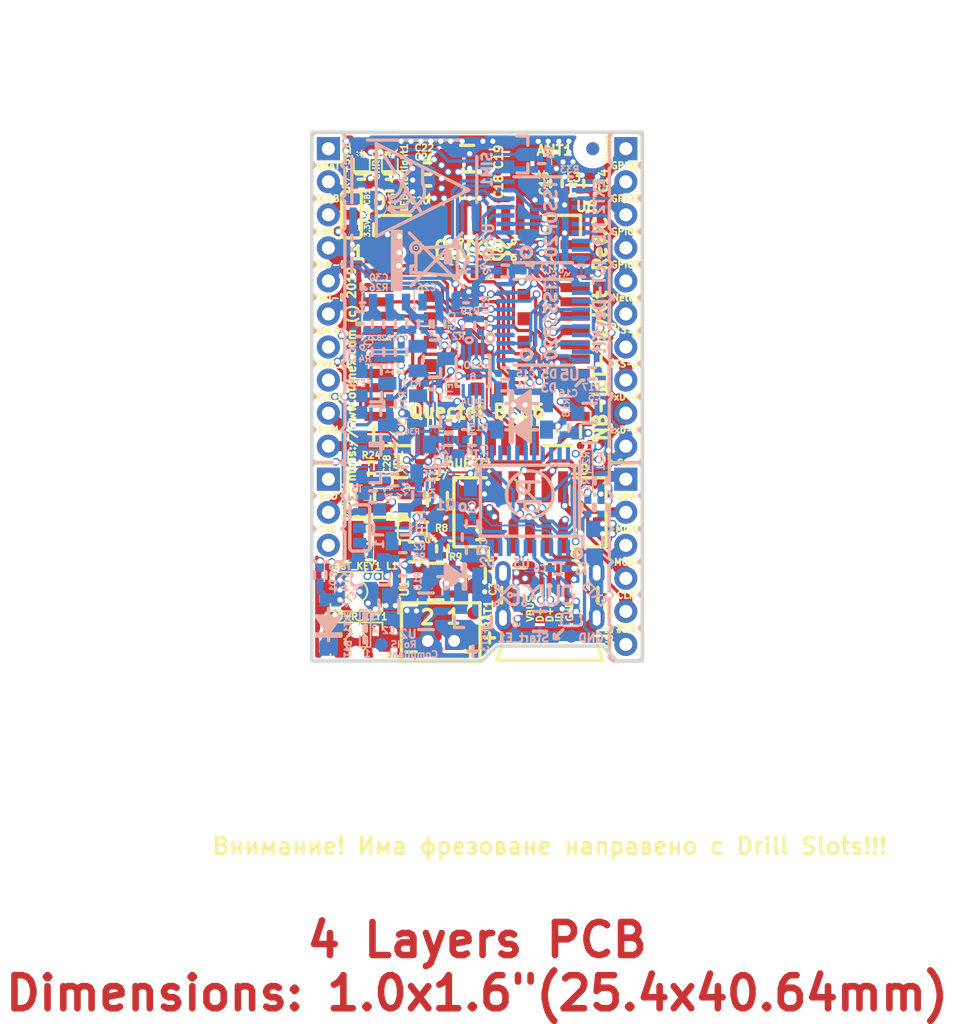
<source format=kicad_pcb>
(kicad_pcb (version 20171130) (host pcbnew 5.1.5-52549c5~84~ubuntu18.04.1)
  (title_block (title NB-IoT-DevKit) (date 2019-10-21) (rev C) (company "OLIMEX Ltd.") (comment 1 https://www.olimex.com))
  (layers (0 F.Cu signal) (1 In1.Cu power) (2 In2.Cu power) (31 B.Cu signal) (34 B.Paste user hide) (35 F.Paste user hide) (36 B.SilkS user) (37 F.SilkS user hide) (38 B.Mask user hide) (39 F.Mask user hide) (44 Edge.Cuts user))
  (net 0 "")
  (net 1 +5V)
  (net 2 GND)
  (net 3 +3V3)
  (net 4 "Net-(L2-Pad1)")
  (net 5 "Net-(ANT1-Pad1)")
  (net 6 +1V8)
  (net 7 +5V_EXT)
  (net 8 "Net-(FID1-PadFid1)")
  (net 9 "Net-(FID2-PadFid1)")
  (net 10 "Net-(FID3-PadFid1)")
  (net 11 "Net-(FID4-PadFid1)")
  (net 12 "Net-(R8-Pad1)")
  (net 13 VBAT)
  (net 14 "Net-(BAT/EXT1-Pad2)")
  (net 15 /ADC0toEXT)
  (net 16 /ADC0)
  (net 17 "Net-(C3-Pad1)")
  (net 18 /PWR_KEY)
  (net 19 /RST_KEY)
  (net 20 VDD_1.8V)
  (net 21 /SIM_VDD)
  (net 22 "Net-(C29-Pad2)")
  (net 23 "Net-(C30-Pad2)")
  (net 24 "Net-(CHRG1-Pad1)")
  (net 25 /PSM_EINTn)
  (net 26 /TxD-DBG)
  (net 27 /RxD-DBG)
  (net 28 /GPIO4)
  (net 29 /GPIO3)
  (net 30 /GPIO2)
  (net 31 /GPIO1)
  (net 32 /GPIO5)
  (net 33 /Netlight)
  (net 34 /CTS-AUX)
  (net 35 /RTS-AUX)
  (net 36 /TxD-AUX)
  (net 37 /RxD-AUX)
  (net 38 /SPI-CS)
  (net 39 /SPI-SCLK)
  (net 40 "/I2C0-SCL(RI)")
  (net 41 "/I2C0-SDA(DCD)")
  (net 42 /SPI-MISO)
  (net 43 /SPI-MOSI)
  (net 44 "Net-(FET1-Pad1)")
  (net 45 "/TxD_DBG(EINT)")
  (net 46 "/RxD_DBG(EINT)")
  (net 47 "Net-(L1-Pad1)")
  (net 48 "Net-(LED_Netlight1-Pad1)")
  (net 49 /CTS_AUX\PWR-SENS)
  (net 50 "Net-(R7-Pad2)")
  (net 51 "Net-(R10-Pad1)")
  (net 52 /TxD)
  (net 53 /RxD)
  (net 54 /PSM_EINT)
  (net 55 "/I2C0_SCL(EINT)")
  (net 56 "/I2C0_SDA(EINT)")
  (net 57 /SIM_DATA)
  (net 58 /SIM_RST)
  (net 59 /SIM_CLK)
  (net 60 "Net-(SIM1-Pad6)")
  (net 61 "/Netlight(PWM0)")
  (net 62 "Net-(U3-Pad17)")
  (net 63 "Net-(U3-Pad14)")
  (net 64 "Net-(U3-Pad13)")
  (net 65 "Net-(U3-Pad12)")
  (net 66 "Net-(U3-Pad11)")
  (net 67 /USB_D-)
  (net 68 /USB_D+)
  (net 69 /RxD_MAIN)
  (net 70 /TxD_MAIN)
  (net 71 "/SPI_CS(EINT)")
  (net 72 "/SPI_SCLK(EINT)")
  (net 73 "/SPI_MOSI(EINT)")
  (net 74 "/SPI_MISO(EINT)")
  (net 75 "/RxD_AUX(EINT)")
  (net 76 "/TxD_AUX(EINT)")
  (net 77 "Net-(U6-Pad2)")
  (net 78 "Net-(U6-Pad44)")
  (net 79 "/GPIO5(EINT)")
  (net 80 "/GPIO4(EINT)")
  (net 81 "/GPIO3(PWM3)")
  (net 82 "/GPIO2(EINT)")
  (net 83 "/GPIO1(EINT)")
  (net 84 "Net-(U6-Pad25)")
  (net 85 "/RTS_AUX(PWM2)")
  (net 86 "Net-(U6-Pad8)")
  (net 87 "Net-(U6-Pad45)")
  (net 88 "Net-(U6-Pad46)")
  (net 89 "Net-(U6-Pad47)")
  (net 90 "Net-(U6-Pad48)")
  (net 91 "Net-(U6-Pad49)")
  (net 92 "Net-(U6-Pad50)")
  (net 93 "Net-(U6-Pad51)")
  (net 94 "Net-(U6-Pad52)")
  (net 95 "Net-(U6-Pad53)")
  (net 96 "Net-(U6-Pad54)")
  (net 97 "Net-(U6-Pad55)")
  (net 98 "Net-(U6-Pad56)")
  (net 99 "Net-(U6-Pad57)")
  (net 100 "Net-(U6-Pad58)")
  (net 101 "Net-(USB-UART1-Pad4)")
  (net 102 +5V_USB)
  (net 103 "Net-(C8-Pad1)")
  (net 104 "Net-(C11-Pad1)")
  (net 105 "Net-(C14-Pad2)")
  (net 106 "Net-(C26-Pad2)")
  (net 107 "Net-(R16-Pad2)")
  (net 108 "Net-(C12-Pad1)")
  (net 109 "Net-(U3-Pad20)")
  (net 110 "Net-(R30-Pad2)")
  (net 111 /RTS)
  (net 112 "Net-(C9-Pad2)")
  (net 113 "Net-(FET5-Pad3)")
  (net 114 "Net-(R14-Pad2)")
  (net 115 /DTR)
  (net 116 /VCCB)
  (net 117 "Net-(D3-Pad2)")
  (net 118 "Net-(3.3V_E1-Pad2)")
  (net 119 "Net-(C9-Pad1)")
  (net 120 "/VCCB(3.3V)")
  (net 121 "/CH340(TxD)")
  (net 122 "Net-(3.3V/VCCB1-Pad2)")
  (net 123 "Net-(R12-Pad2)")
  (module OLIMEX_Connectors-FP:USB-MICRO_MISB-SWMM-5B_LF (layer F.Cu) (at 149.098 98.044 270)
    (fp_text reference USB-UART1 (at 0.254 -4.572 90) (layer F.SilkS) (effects (font (size 0.508 0.508) (thickness 0.127))))
    (fp_text value "MISB-SWMM-5B-LF(USB_MICRO)")
    (fp_text user VBUS (at -0.4445 1.5 270) (layer F.SilkS) (effects (font (size 0.508 0.508) (thickness 0.127))))
    (fp_text user D- (at 0 0.75 270) (layer F.SilkS) (effects (font (size 0.508 0.508) (thickness 0.127))))
    (fp_text user D+ (at 0 0 270) (layer F.SilkS) (effects (font (size 0.508 0.508) (thickness 0.127))))
    (fp_text user ID (at 0.1905 -0.75 270) (layer F.SilkS) (effects (font (size 0.508 0.508) (thickness 0.127))))
    (fp_text user GND (at -0.254 -1.524 270) (layer F.SilkS) (effects (font (size 0.508 0.508) (thickness 0.127))))
    (fp_text user "Внимание! Има фрезоване направено с Drill Slots!!!" (at 17.78 0) (layer F.SilkS) (effects (font (size 1.27 1.27) (thickness 0.254))))
    (pad 1 smd rect (at -3.15 1.3875) (size 0.5 1.65) (layers F.Cu F.Paste F.Mask) (net 102 +5V_USB))
    (pad 2 smd rect (at -3.15 0.65) (size 0.325 1.65) (layers F.Cu F.Paste F.Mask) (net 67 /USB_D-))
    (pad 3 smd rect (at -3.15 0) (size 0.325 1.65) (layers F.Cu F.Paste F.Mask) (net 68 /USB_D+))
    (pad 4 smd rect (at -3.15 -0.65) (size 0.325 1.65) (layers F.Cu F.Paste F.Mask) (net 101 "Net-(USB-UART1-Pad4)"))
    (pad 5 smd rect (at -3.15 -1.3875) (size 0.5 1.65) (layers F.Cu F.Paste F.Mask) (net 2 GND))
    (pad "" np_thru_hole circle (at -1.9 2) (size 0.6 0.6) (drill 0.6) (layers *.Cu *.Mask))
    (pad "" np_thru_hole circle (at -1.9 -2) (size 0.6 0.6) (drill 0.6) (layers *.Cu *.Mask))
    (pad 0 smd rect (at 1.4 1.5) (size 1.1 1) (layers F.Cu F.Paste F.Mask) (net 4 "Net-(L2-Pad1)"))
    (pad 0 smd rect (at 1.4 -1.5) (size 1.1 1) (layers F.Cu F.Paste F.Mask) (net 4 "Net-(L2-Pad1)"))
    (pad 0 thru_hole oval (at 0.25 3.6) (size 1.2 1.8) (drill oval 0.6 1.2) (layers *.Cu *.Mask) (net 4 "Net-(L2-Pad1)"))
    (pad 0 thru_hole oval (at -3.22 3.6) (size 1.2 1.8) (drill oval 0.6 1.2) (layers *.Cu *.Mask) (net 4 "Net-(L2-Pad1)"))
    (pad 0 thru_hole oval (at -3.22 -3.6) (size 1.2 1.8) (drill oval 0.6 1.2) (layers *.Cu *.Mask) (net 4 "Net-(L2-Pad1)"))
    (pad 0 thru_hole oval (at 0.25 -3.6) (size 1.2 1.8) (drill oval 0.6 1.2) (layers *.Cu *.Mask) (net 4 "Net-(L2-Pad1)"))
  )
  (module OLIMEX_Buttons-FP:IT1185AU2_V2 (layer F.Cu) (at 134.239 96.266)
    (fp_text reference RST_KEY1 (at 0.0635 -1.9558 180) (layer F.SilkS) (effects (font (size 0.508 0.508) (thickness 0.127))))
    (fp_text value IT1185AU2)
    (pad 1 smd rect (at -2.177 0) (size 0.9 1.5) (layers F.Cu F.Mask) (net 123 "Net-(R12-Pad2)"))
    (pad 2 smd rect (at 2.177 0) (size 0.9 1.5) (layers F.Cu F.Mask) (net 2 GND))
    (pad "" np_thru_hole circle (at 0 -0.9) (size 0.7 0.7) (drill 0.7) (layers *.Cu *.Mask))
    (pad "" np_thru_hole circle (at 0 0.9) (size 0.7 0.7) (drill 0.7) (layers *.Cu *.Mask))
  )
  (module OLIMEX_LOGOs-FP:LOGO_OLIMEX_80 (layer F.Cu) (at 143.383 69.977)
    (fp_text reference Olimex_Logo1 hide)
    (fp_text value "" hide)
  )
  (module OLIMEX_Transistors-FP:SOT23 (layer B.Cu) (at 140.081 82.169 180)
    (fp_text reference FET4 (at -1.29032 1.48336 90) (layer B.SilkS) (effects (font (size 0.508 0.508) (thickness 0.127)) (justify mirror)))
    (fp_text value "BSS138(SOT23-3)")
    (pad 1 smd rect (at 1.10744 -0.94996 180) (size 1.4 1) (layers B.Cu B.Paste B.Mask) (net 6 +1V8) (clearance 0.0508))
    (pad 2 smd rect (at 1.10744 0.9525 180) (size 1.4 1) (layers B.Cu B.Paste B.Mask) (net 70 /TxD_MAIN) (clearance 0.0508))
    (pad 3 smd rect (at -1.10236 -0.00254 180) (size 1.4 1) (layers B.Cu B.Paste B.Mask) (net 53 /RxD) (clearance 0.0508))
  )
  (module OLIMEX_RLC-FP:R_0402_5MIL_DWS (layer B.Cu) (at 137.668 77.851 270)
    (fp_text reference R3 (at 1.27 0 90) (layer B.SilkS) (effects (font (size 0.508 0.508) (thickness 0.127)) (justify mirror)))
    (fp_text value 1M/R0402)
    (pad 2 smd rect (at 0.508 0 270) (size 0.5 0.55) (layers B.Cu B.Paste B.Mask) (net 16 /ADC0))
    (pad 1 smd rect (at -0.508 0 90) (size 0.5 0.55) (layers B.Cu B.Paste B.Mask) (net 14 "Net-(BAT/EXT1-Pad2)"))
  )
  (module OLIMEX_RLC-FP:R_0402_5MIL_DWS (layer B.Cu) (at 137.795 93.726)
    (fp_text reference R2 (at 1.29032 -0.93472) (layer B.SilkS) (effects (font (size 0.508 0.508) (thickness 0.127)) (justify mirror)))
    (fp_text value 1M/R0402)
    (pad 2 smd rect (at 0.508 0) (size 0.5 0.55) (layers B.Cu B.Paste B.Mask) (net 49 /CTS_AUX\PWR-SENS))
    (pad 1 smd rect (at -0.508 0 180) (size 0.5 0.55) (layers B.Cu B.Paste B.Mask) (net 1 +5V))
  )
  (module OLIMEX_RLC-FP:R_0402_5MIL_DWS (layer B.Cu) (at 145.669 71.628)
    (fp_text reference R25 (at -1.397 0 120 unlocked) (layer B.SilkS) (effects (font (size 0.508 0.508) (thickness 0.127)) (justify mirror)))
    (fp_text value 1M/R0402)
    (pad 2 smd rect (at 0.508 0) (size 0.5 0.55) (layers B.Cu B.Paste B.Mask) (net 6 +1V8))
    (pad 1 smd rect (at -0.508 0 180) (size 0.5 0.55) (layers B.Cu B.Paste B.Mask) (net 2 GND))
  )
  (module OLIMEX_RLC-FP:R_0402_5MIL_DWS (layer B.Cu) (at 135.89 77.851 90)
    (fp_text reference R4 (at -0.5334 -1.016) (layer B.SilkS) (effects (font (size 0.508 0.508) (thickness 0.127)) (justify mirror)))
    (fp_text value 470k/R0402)
    (pad 2 smd rect (at 0.508 0 90) (size 0.5 0.55) (layers B.Cu B.Paste B.Mask) (net 2 GND))
    (pad 1 smd rect (at -0.508 0 270) (size 0.5 0.55) (layers B.Cu B.Paste B.Mask) (net 16 /ADC0))
  )
  (module OLIMEX_RLC-FP:R_0402_5MIL_DWS (layer B.Cu) (at 137.795 94.615 180)
    (fp_text reference R5 (at -1.27 1.016) (layer B.SilkS) (effects (font (size 0.508 0.508) (thickness 0.127)) (justify mirror)))
    (fp_text value 470k/R0402)
    (pad 2 smd rect (at 0.508 0 180) (size 0.5 0.55) (layers B.Cu B.Paste B.Mask) (net 2 GND))
    (pad 1 smd rect (at -0.508 0) (size 0.5 0.55) (layers B.Cu B.Paste B.Mask) (net 49 /CTS_AUX\PWR-SENS))
  )
  (module OLIMEX_RLC-FP:R_0402_5MIL_DWS (layer B.Cu) (at 148.463 63.8175)
    (fp_text reference R33 (at 2.159 0 180) (layer B.SilkS) (effects (font (size 0.508 0.508) (thickness 0.127)) (justify mirror)))
    (fp_text value 1M/R0402)
    (pad 2 smd rect (at 0.508 0) (size 0.5 0.55) (layers B.Cu B.Paste B.Mask) (net 2 GND))
    (pad 1 smd rect (at -0.508 0 180) (size 0.5 0.55) (layers B.Cu B.Paste B.Mask) (net 61 "/Netlight(PWM0)"))
  )
  (module OLIMEX_RLC-FP:R_0402_5MIL_DWS (layer B.Cu) (at 141.2875 84.582 180)
    (fp_text reference R32 (at 0.37338 -1.1176 300) (layer B.SilkS) (effects (font (size 0.508 0.508) (thickness 0.127)) (justify mirror)))
    (fp_text value 1M/R0402)
    (pad 2 smd rect (at 0.508 0 180) (size 0.5 0.55) (layers B.Cu B.Paste B.Mask) (net 2 GND))
    (pad 1 smd rect (at -0.508 0) (size 0.5 0.55) (layers B.Cu B.Paste B.Mask) (net 25 /PSM_EINTn))
  )
  (module OLIMEX_Jumpers-FP:SJ_2_SMALL (layer F.Cu) (at 133.858 67.31 270)
    (fp_text reference 3.3V/VCCB1 (at -0.127 -1.2065 90) (layer F.SilkS) (effects (font (size 0.4064 0.4064) (thickness 0.1016))))
    (fp_text value Soldered/Opened)
    (pad 3 smd rect (at 1.143 0 270) (size 0.762 1.016) (layers F.Cu F.Mask) (net 3 +3V3) (clearance 0.0508))
    (pad 2 smd rect (at 0 0 270) (size 0.762 1.016) (layers F.Cu F.Mask) (net 122 "Net-(3.3V/VCCB1-Pad2)") (clearance 0.0508))
    (pad 1 smd rect (at -1.143 0 270) (size 0.762 1.016) (layers F.Cu F.Mask) (net 120 "/VCCB(3.3V)") (clearance 0.0508))
  )
  (module OLIMEX_Diodes-FP:SOD-123_1C-2A_KA (layer B.Cu) (at 146.939 83.82)
    (fp_text reference D3 (at 2.0828 -3.2131) (layer B.SilkS) (effects (font (size 0.635 0.635) (thickness 0.15875)) (justify mirror)))
    (fp_text value 1N5819S4/SOD123)
    (pad 2 smd rect (at 1.9 0) (size 1 1.4) (layers B.Cu B.Paste B.Mask) (net 117 "Net-(D3-Pad2)") (clearance 0.0508))
    (pad 1 smd rect (at -1.9 0) (size 1 1.4) (layers B.Cu B.Paste B.Mask) (net 53 /RxD) (clearance 0.0508))
  )
  (module OLIMEX_Diodes-FP:SOD-123_1C-2A_KA (layer B.Cu) (at 146.939 81.788)
    (fp_text reference D5 (at 2.1209 -2.2352 180) (layer B.SilkS) (effects (font (size 0.635 0.635) (thickness 0.15875)) (justify mirror)))
    (fp_text value 1N5819S4/SOD123)
    (pad 2 smd rect (at 1.9 0) (size 1 1.4) (layers B.Cu B.Paste B.Mask) (net 2 GND) (clearance 0.0508))
    (pad 1 smd rect (at -1.9 0) (size 1 1.4) (layers B.Cu B.Paste B.Mask) (net 112 "Net-(C9-Pad2)") (clearance 0.0508))
  )
  (module OLIMEX_Diodes-FP:SOT23-3 (layer B.Cu) (at 140.038 78.359 180)
    (fp_text reference D4 (at -1.60764 0.94488 180) (layer B.SilkS) (effects (font (size 0.508 0.508) (thickness 0.127)) (justify mirror)))
    (fp_text value "BAT54A(SOT23-3)")
    (pad 3 smd rect (at -1.1 0 90) (size 1 1.4) (layers B.Cu B.Paste B.Mask) (net 69 /RxD_MAIN))
    (pad 2 smd rect (at 1.1 0.95 90) (size 1 1.4) (layers B.Cu B.Paste B.Mask) (net 52 /TxD))
    (pad 1 smd rect (at 1.1 -0.95 90) (size 1 1.4) (layers B.Cu B.Paste B.Mask) (net 121 "/CH340(TxD)"))
  )
  (module OLIMEX_Jumpers-FP:SJ_1_SMALLER (layer F.Cu) (at 137.922 91.567 270)
    (fp_text reference 3.3V_E1 (at -2.286 4.5085 270) (layer F.SilkS) (effects (font (size 0.508 0.508) (thickness 0.127))))
    (fp_text value Soldered hide)
    (pad 2 smd rect (at 0.381 0 270) (size 0.508 0.762) (layers F.Cu F.Mask) (net 118 "Net-(3.3V_E1-Pad2)") (clearance 0.0508))
    (pad 1 smd rect (at -0.381 0 270) (size 0.508 0.762) (layers F.Cu F.Mask) (net 3 +3V3) (clearance 0.0508))
  )
  (module OLIMEX_Jumpers-FP:SJ_1_SMALLER (layer B.Cu) (at 150.749 98.425)
    (fp_text reference Start_E1 (at -3.683 1.397) (layer B.SilkS) (effects (font (size 0.635 0.635) (thickness 0.15875)) (justify mirror)))
    (fp_text value Soldered hide)
    (pad 2 smd rect (at 0.381 0) (size 0.508 0.762) (layers B.Cu B.Mask) (net 3 +3V3) (clearance 0.0508))
    (pad 1 smd rect (at -0.381 0) (size 0.508 0.762) (layers B.Cu B.Mask) (net 119 "Net-(C9-Pad1)") (clearance 0.0508))
  )
  (module OLIMEX_RLC-FP:C_0603_5MIL_DWS (layer B.Cu) (at 148.336 98.552 180)
    (fp_text reference C9 (at 1.778 0 90) (layer B.SilkS) (effects (font (size 0.508 0.508) (thickness 0.127)) (justify mirror)))
    (fp_text value 22uF/6.3V/20%/X5R/C0603)
    (pad 2 smd rect (at 0.889 0 180) (size 1.016 1.016) (layers B.Cu B.Paste B.Mask) (net 112 "Net-(C9-Pad2)") (clearance 0.0508))
    (pad 1 smd rect (at -0.889 0 180) (size 1.016 1.016) (layers B.Cu B.Paste B.Mask) (net 119 "Net-(C9-Pad1)") (clearance 0.0508))
  )
  (module OLIMEX_RLC-FP:R_0402_5MIL_DWS (layer B.Cu) (at 136.7155 85.0265 90)
    (fp_text reference R30 (at 1.05918 1.80086) (layer B.SilkS) (effects (font (size 0.4064 0.4064) (thickness 0.1016)) (justify mirror)))
    (fp_text value 1.5k/R0402)
    (pad 2 smd rect (at 0.508 0 90) (size 0.5 0.55) (layers B.Cu B.Paste B.Mask) (net 110 "Net-(R30-Pad2)"))
    (pad 1 smd rect (at -0.508 0 270) (size 0.5 0.55) (layers B.Cu B.Paste B.Mask) (net 115 /DTR))
  )
  (module OLIMEX_RLC-FP:R_0402_5MIL_DWS (layer B.Cu) (at 145.669 80.391 180)
    (fp_text reference R31 (at -1.5875 0) (layer B.SilkS) (effects (font (size 0.508 0.508) (thickness 0.127)) (justify mirror)))
    (fp_text value 100k/R0402)
    (pad 2 smd rect (at 0.508 0 180) (size 0.5 0.55) (layers B.Cu B.Paste B.Mask) (net 112 "Net-(C9-Pad2)"))
    (pad 1 smd rect (at -0.508 0) (size 0.5 0.55) (layers B.Cu B.Paste B.Mask) (net 2 GND))
  )
  (module OLIMEX_IC-FP:VSSOP-8_Pitch-0.50mm_Pad-0.25mm_Dimensions-2.30x2.00x1.00mm (layer B.Cu) (at 143.1925 79.301682)
    (fp_text reference U4 (at -0.4445 2.397418 180) (layer B.SilkS) (effects (font (size 0.508 0.508) (thickness 0.127)) (justify mirror)))
    (fp_text value "PCA9306DCUR(VSSOP-8)")
    (fp_text user o (at -0.38354 -2.360002 90) (layer B.SilkS) (effects (font (size 0.762 0.762) (thickness 0.1905)) (justify mirror)))
    (fp_text user VSSOP (at 0 -0.434682) (layer B.SilkS) (effects (font (size 0.508 0.508) (thickness 0.127)) (justify mirror)))
    (fp_text user 8 (at 0 0.454318) (layer B.SilkS) (effects (font (size 0.508 0.508) (thickness 0.127)) (justify mirror)))
    (pad 1 smd rect (at -0.75 -1.5) (size 0.25 1) (layers B.Cu B.Paste B.Mask) (net 2 GND))
    (pad 2 smd rect (at -0.25 -1.5) (size 0.25 1) (layers B.Cu B.Paste B.Mask) (net 6 +1V8))
    (pad 3 smd rect (at 0.25 -1.5) (size 0.25 1) (layers B.Cu B.Paste B.Mask) (net 55 "/I2C0_SCL(EINT)"))
    (pad 4 smd rect (at 0.75 -1.5) (size 0.25 1) (layers B.Cu B.Paste B.Mask) (net 56 "/I2C0_SDA(EINT)"))
    (pad 5 smd rect (at 0.75 1.5) (size 0.25 1) (layers B.Cu B.Paste B.Mask) (net 41 "/I2C0-SDA(DCD)"))
    (pad 6 smd rect (at 0.25 1.5) (size 0.25 1) (layers B.Cu B.Paste B.Mask) (net 40 "/I2C0-SCL(RI)"))
    (pad 7 smd rect (at -0.25 1.5) (size 0.25 1) (layers B.Cu B.Paste B.Mask) (net 108 "Net-(C12-Pad1)"))
    (pad 8 smd rect (at -0.75 1.5) (size 0.25 1) (layers B.Cu B.Paste B.Mask) (net 108 "Net-(C12-Pad1)"))
  )
  (module OLIMEX_Cases-FP:Quectel_NB-IoT_BC66_Module-17.7mmx15.8mmx2.0mm (layer F.Cu) (at 143.51 76.2)
    (fp_text reference U6 (at 8.382 -9.525 180) (layer F.SilkS) (effects (font (size 0.762 0.762) (thickness 0.1905))))
    (fp_text value "Quectel_NB-IoT_BC66_Module(Pinout-OpenCPU)")
    (fp_text user 1 (at -9.144 -5.969) (layer F.SilkS) (effects (font (size 1.016 1.016) (thickness 0.254))))
    (fp_text user 0 (at -7.493 -9.8425) (layer F.SilkS) (effects (font (size 1.016 1.016) (thickness 0.254))))
    (pad 1 smd trapezoid (at -7.535 -6.6 180) (size 2.25 0.7) (layers F.Cu F.Paste F.Mask) (net 2 GND))
    (pad 2 smd trapezoid (at -7.535 -5.5 180) (size 2.25 0.7) (layers F.Cu F.Paste F.Mask) (net 77 "Net-(U6-Pad2)"))
    (pad 3 smd trapezoid (at -7.535 -4.4 180) (size 2.25 0.7) (layers F.Cu F.Paste F.Mask) (net 74 "/SPI_MISO(EINT)"))
    (pad 4 smd trapezoid (at -7.535 -3.3 180) (size 2.25 0.7) (layers F.Cu F.Paste F.Mask) (net 73 "/SPI_MOSI(EINT)"))
    (pad 5 smd trapezoid (at -7.535 -2.2 180) (size 2.25 0.7) (layers F.Cu F.Paste F.Mask) (net 72 "/SPI_SCLK(EINT)"))
    (pad 6 smd trapezoid (at -7.535 -1.1 180) (size 2.25 0.7) (layers F.Cu F.Paste F.Mask) (net 71 "/SPI_CS(EINT)"))
    (pad 44 smd trapezoid (at -4.4 -8.475 90) (size 2.25 0.7) (layers F.Cu F.Paste F.Mask) (net 78 "Net-(U6-Pad44)"))
    (pad 43 smd trapezoid (at -3.3 -8.475 90) (size 2.25 0.7) (layers F.Cu F.Paste F.Mask) (net 3 +3V3))
    (pad 42 smd trapezoid (at -2.2 -8.475 90) (size 2.25 0.7) (layers F.Cu F.Paste F.Mask) (net 3 +3V3))
    (pad 41 smd trapezoid (at -1.1 -8.475 90) (size 2.25 0.7) (layers F.Cu F.Paste F.Mask) (net 2 GND))
    (pad 40 smd trapezoid (at 0 -8.475 90) (size 2.25 0.7) (layers F.Cu F.Paste F.Mask) (net 2 GND))
    (pad 39 smd trapezoid (at 1.1 -8.475 90) (size 2.25 0.7) (layers F.Cu F.Paste F.Mask) (net 45 "/TxD_DBG(EINT)"))
    (pad 38 smd trapezoid (at 2.2 -8.475 90) (size 2.25 0.7) (layers F.Cu F.Paste F.Mask) (net 46 "/RxD_DBG(EINT)"))
    (pad 37 smd trapezoid (at 3.3 -8.475 90) (size 2.25 0.7) (layers F.Cu F.Paste F.Mask) (net 2 GND))
    (pad 36 smd trapezoid (at 4.4 -8.475 90) (size 2.25 0.7) (layers F.Cu F.Paste F.Mask) (net 2 GND))
    (pad 35 smd trapezoid (at 7.535 -6.6) (size 2.25 0.7) (layers F.Cu F.Paste F.Mask) (net 105 "Net-(C14-Pad2)"))
    (pad 34 smd trapezoid (at 7.535 -5.5) (size 2.25 0.7) (layers F.Cu F.Paste F.Mask) (net 2 GND))
    (pad 33 smd trapezoid (at 7.535 -4.4) (size 2.25 0.7) (layers F.Cu F.Paste F.Mask) (net 79 "/GPIO5(EINT)"))
    (pad 32 smd trapezoid (at 7.535 -3.3) (size 2.25 0.7) (layers F.Cu F.Paste F.Mask) (net 80 "/GPIO4(EINT)"))
    (pad 31 smd trapezoid (at 7.535 -2.2) (size 2.25 0.7) (layers F.Cu F.Paste F.Mask) (net 81 "/GPIO3(PWM3)"))
    (pad 30 smd trapezoid (at 7.535 -1.1) (size 2.25 0.7) (layers F.Cu F.Paste F.Mask) (net 82 "/GPIO2(EINT)"))
    (pad 29 smd trapezoid (at 7.535 0) (size 2.25 0.7) (layers F.Cu F.Paste F.Mask) (net 76 "/TxD_AUX(EINT)"))
    (pad 28 smd trapezoid (at 7.535 1.1) (size 2.25 0.7) (layers F.Cu F.Paste F.Mask) (net 75 "/RxD_AUX(EINT)"))
    (pad 27 smd trapezoid (at 7.535 2.2) (size 2.25 0.7) (layers F.Cu F.Paste F.Mask) (net 2 GND))
    (pad 26 smd trapezoid (at 7.535 3.3) (size 2.25 0.7) (layers F.Cu F.Paste F.Mask) (net 83 "/GPIO1(EINT)"))
    (pad 25 smd trapezoid (at 7.535 4.4) (size 2.25 0.7) (layers F.Cu F.Paste F.Mask) (net 84 "Net-(U6-Pad25)"))
    (pad 24 smd trapezoid (at 7.535 5.5) (size 2.25 0.7) (layers F.Cu F.Paste F.Mask) (net 20 VDD_1.8V))
    (pad 23 smd trapezoid (at 7.535 6.6) (size 2.25 0.7) (layers F.Cu F.Paste F.Mask) (net 85 "/RTS_AUX(PWM2)"))
    (pad 22 smd trapezoid (at 4.4 8.475 90) (size 2.25 0.7) (layers F.Cu F.Paste F.Mask) (net 49 /CTS_AUX\PWR-SENS))
    (pad 21 smd trapezoid (at 3.3 8.475 90) (size 2.25 0.7) (layers F.Cu F.Paste F.Mask) (net 56 "/I2C0_SDA(EINT)"))
    (pad 20 smd trapezoid (at 2.2 8.475 90) (size 2.25 0.7) (layers F.Cu F.Paste F.Mask) (net 55 "/I2C0_SCL(EINT)"))
    (pad 19 smd trapezoid (at 1.1 8.475 90) (size 2.25 0.7) (layers F.Cu F.Paste F.Mask) (net 54 /PSM_EINT))
    (pad 18 smd trapezoid (at 0 8.475 90) (size 2.25 0.7) (layers F.Cu F.Paste F.Mask) (net 69 /RxD_MAIN))
    (pad 17 smd trapezoid (at -1.1 8.475 90) (size 2.25 0.7) (layers F.Cu F.Paste F.Mask) (net 70 /TxD_MAIN))
    (pad 16 smd trapezoid (at -2.2 8.475 90) (size 2.25 0.7) (layers F.Cu F.Paste F.Mask) (net 61 "/Netlight(PWM0)"))
    (pad 7 smd trapezoid (at -7.535 0) (size 2.25 0.7) (layers F.Cu F.Paste F.Mask) (net 18 /PWR_KEY))
    (pad 8 smd trapezoid (at -7.535 1.1) (size 2.25 0.7) (layers F.Cu F.Paste F.Mask) (net 86 "Net-(U6-Pad8)"))
    (pad 9 smd trapezoid (at -7.535 2.2) (size 2.25 0.7) (layers F.Cu F.Paste F.Mask) (net 16 /ADC0))
    (pad 10 smd trapezoid (at -7.535 3.3) (size 2.25 0.7) (layers F.Cu F.Paste F.Mask) (net 2 GND))
    (pad 11 smd trapezoid (at -7.535 4.4) (size 2.25 0.7) (layers F.Cu F.Paste F.Mask) (net 57 /SIM_DATA))
    (pad 12 smd trapezoid (at -7.535 5.5) (size 2.25 0.7) (layers F.Cu F.Paste F.Mask) (net 58 /SIM_RST))
    (pad 13 smd trapezoid (at -7.535 6.6) (size 2.25 0.7) (layers F.Cu F.Paste F.Mask) (net 59 /SIM_CLK))
    (pad 14 smd trapezoid (at -4.4 8.475 90) (size 2.25 0.7) (layers F.Cu F.Paste F.Mask) (net 21 /SIM_VDD))
    (pad 15 smd trapezoid (at -3.3 8.475 90) (size 2.25 0.7) (layers F.Cu F.Paste F.Mask) (net 19 /RST_KEY))
    (pad 45 smd trapezoid (at -3.6 -2.7 180) (size 1 1) (layers F.Cu F.Paste F.Mask) (net 87 "Net-(U6-Pad45)"))
    (pad 46 smd trapezoid (at -3.6 -0.9 180) (size 1 1) (layers F.Cu F.Paste F.Mask) (net 88 "Net-(U6-Pad46)"))
    (pad 47 smd trapezoid (at -3.6 0.9 180) (size 1 1) (layers F.Cu F.Paste F.Mask) (net 89 "Net-(U6-Pad47)"))
    (pad 48 smd trapezoid (at -3.6 2.7 180) (size 1 1) (layers F.Cu F.Paste F.Mask) (net 90 "Net-(U6-Pad48)"))
    (pad 49 smd trapezoid (at -1.8 4.5 180) (size 1 1) (layers F.Cu F.Paste F.Mask) (net 91 "Net-(U6-Pad49)"))
    (pad 50 smd trapezoid (at 0 4.5 180) (size 1 1) (layers F.Cu F.Paste F.Mask) (net 92 "Net-(U6-Pad50)"))
    (pad 51 smd trapezoid (at 1.8 4.5 180) (size 1 1) (layers F.Cu F.Paste F.Mask) (net 93 "Net-(U6-Pad51)"))
    (pad 52 smd trapezoid (at 3.6 2.7 180) (size 1 1) (layers F.Cu F.Paste F.Mask) (net 94 "Net-(U6-Pad52)"))
    (pad 53 smd trapezoid (at 3.6 0.9 180) (size 1 1) (layers F.Cu F.Paste F.Mask) (net 95 "Net-(U6-Pad53)"))
    (pad 54 smd trapezoid (at 3.6 -0.9 180) (size 1 1) (layers F.Cu F.Paste F.Mask) (net 96 "Net-(U6-Pad54)"))
    (pad 55 smd trapezoid (at 3.6 -2.7 180) (size 1 1) (layers F.Cu F.Paste F.Mask) (net 97 "Net-(U6-Pad55)"))
    (pad 56 smd trapezoid (at 1.8 -4.5 180) (size 1 1) (layers F.Cu F.Paste F.Mask) (net 98 "Net-(U6-Pad56)"))
    (pad 57 smd trapezoid (at 0 -4.5 180) (size 1 1) (layers F.Cu F.Paste F.Mask) (net 99 "Net-(U6-Pad57)"))
    (pad 58 smd trapezoid (at -1.8 -4.5 180) (size 1 1) (layers F.Cu F.Paste F.Mask) (net 100 "Net-(U6-Pad58)"))
    (pad fid smd circle (at -7.95 -8.85 90) (size 0.6 0.6) (layers F.Cu F.Mask))
    (pad fid smd circle (at 7.95 8.85 90) (size 0.6 0.6) (layers F.Cu F.Mask))
  )
  (module OLIMEX_Connectors-FP:HAB-VCR-010-LF (layer F.Cu) (at 147.574 90.17)
    (fp_text reference mUEXT1 (at -4.7625 -3.7465) (layer F.SilkS) (effects (font (size 0.635 0.635) (thickness 0.15875))))
    (fp_text value HAB-VCR-010-LF)
    (fp_text user 1 (at -3.175 3.3655) (layer F.SilkS) (effects (font (size 0.762 0.762) (thickness 0.1905))))
    (pad "" np_thru_hole circle (at -1.905 0 90) (size 0.7 0.7) (drill 0.7) (layers *.Cu *.Mask))
    (pad "" np_thru_hole circle (at 1.905 0 90) (size 0.7 0.7) (drill 0.7) (layers *.Cu *.Mask))
    (pad 4 smd rect (at -1.27 -1.9505 90) (size 2.4 0.76) (layers F.Cu F.Paste F.Mask) (net 37 /RxD-AUX))
    (pad 6 smd rect (at 0 -1.9505 90) (size 2.4 0.76) (layers F.Cu F.Paste F.Mask) (net 41 "/I2C0-SDA(DCD)"))
    (pad 10 smd rect (at 2.54 -1.9505 90) (size 2.4 0.76) (layers F.Cu F.Paste F.Mask) (net 38 /SPI-CS))
    (pad 8 smd rect (at 1.27 -1.9505 90) (size 2.4 0.76) (layers F.Cu F.Paste F.Mask) (net 43 /SPI-MOSI))
    (pad 2 smd rect (at -2.54 -1.9505 90) (size 2.4 0.76) (layers F.Cu F.Paste F.Mask) (net 2 GND))
    (pad 9 smd rect (at 2.54 1.9505 90) (size 2.4 0.76) (layers F.Cu F.Paste F.Mask) (net 39 /SPI-SCLK))
    (pad 7 smd rect (at 1.27 1.9505 90) (size 2.4 0.76) (layers F.Cu F.Paste F.Mask) (net 42 /SPI-MISO))
    (pad 5 smd rect (at 0 1.9505 90) (size 2.4 0.76) (layers F.Cu F.Paste F.Mask) (net 40 "/I2C0-SCL(RI)"))
    (pad 3 smd rect (at -1.27 1.9505 90) (size 2.4 0.76) (layers F.Cu F.Paste F.Mask) (net 36 /TxD-AUX))
    (pad 1 smd rect (at -2.54 1.9505 90) (size 2.4 0.76) (layers F.Cu F.Paste F.Mask) (net 3 +3V3))
  )
  (module OLIMEX_Connectors-FP:HN1x10 (layer B.Cu) (at 154.94 73.66 270)
    (fp_text reference EXT2 (at -7.747 2.032 270) (layer B.SilkS) (effects (font (size 0.762 0.762) (thickness 0.1905)) (justify mirror)))
    (fp_text value HN1x10)
    (pad 4 thru_hole circle (at -3.81 0 270) (size 1.778 1.778) (drill 1) (layers *.Cu *.Mask) (net 28 /GPIO4))
    (pad 3 thru_hole circle (at -6.35 0 270) (size 1.778 1.778) (drill 1) (layers *.Cu *.Mask) (net 29 /GPIO3))
    (pad 2 thru_hole circle (at -8.89 0 270) (size 1.778 1.778) (drill 1) (layers *.Cu *.Mask) (net 30 /GPIO2))
    (pad 1 thru_hole rect (at -11.43 0 270) (size 1.778 1.778) (drill 1) (layers *.Cu *.Mask) (net 31 /GPIO1))
    (pad 5 thru_hole circle (at -1.27 0 270) (size 1.778 1.778) (drill 1) (layers *.Cu *.Mask) (net 32 /GPIO5))
    (pad 6 thru_hole circle (at 1.27 0 270) (size 1.778 1.778) (drill 1) (layers *.Cu *.Mask) (net 33 /Netlight))
    (pad 8 thru_hole circle (at 6.35 0 270) (size 1.778 1.778) (drill 1) (layers *.Cu *.Mask) (net 34 /CTS-AUX))
    (pad 7 thru_hole circle (at 3.81 0 270) (size 1.778 1.778) (drill 1) (layers *.Cu *.Mask) (net 35 /RTS-AUX))
    (pad 9 thru_hole circle (at 8.89 0 270) (size 1.778 1.778) (drill 1) (layers *.Cu *.Mask) (net 36 /TxD-AUX))
    (pad 10 thru_hole circle (at 11.43 0 270) (size 1.778 1.778) (drill 1) (layers *.Cu *.Mask) (net 37 /RxD-AUX))
  )
  (module OLIMEX_Connectors-FP:HN1x6 (layer B.Cu) (at 154.94 93.98 270)
    (fp_text reference EXT3 (at 2.4765 2.413 135) (layer B.SilkS) (effects (font (size 0.635 0.635) (thickness 0.15875)) (justify mirror)))
    (fp_text value HN1x6)
    (pad 4 thru_hole circle (at 1.27 0 270) (size 1.778 1.778) (drill 1) (layers *.Cu *.Mask) (net 43 /SPI-MOSI))
    (pad 3 thru_hole circle (at -1.27 0 270) (size 1.778 1.778) (drill 1) (layers *.Cu *.Mask) (net 42 /SPI-MISO))
    (pad 2 thru_hole circle (at -3.81 0 270) (size 1.778 1.778) (drill 1) (layers *.Cu *.Mask) (net 41 "/I2C0-SDA(DCD)"))
    (pad 1 thru_hole rect (at -6.35 0 270) (size 1.778 1.778) (drill 1) (layers *.Cu *.Mask) (net 40 "/I2C0-SCL(RI)"))
    (pad 5 thru_hole circle (at 3.81 0 270) (size 1.778 1.778) (drill 1) (layers *.Cu *.Mask) (net 39 /SPI-SCLK))
    (pad 6 thru_hole circle (at 6.35 0 270) (size 1.778 1.778) (drill 1) (layers *.Cu *.Mask) (net 38 /SPI-CS))
  )
  (module OLIMEX_Connectors-FP:HN1x3 (layer B.Cu) (at 132.08 90.17 270)
    (fp_text reference EXT4 (at 5.0038 -1.28016 270) (layer B.SilkS) (effects (font (size 0.635 0.635) (thickness 0.15875)) (justify mirror)))
    (fp_text value HN1x3)
    (pad 3 thru_hole circle (at 2.54 0 270) (size 1.778 1.778) (drill 1) (layers *.Cu *.Mask) (net 52 /TxD))
    (pad 2 thru_hole circle (at 0 0 270) (size 1.778 1.778) (drill 1) (layers *.Cu *.Mask) (net 53 /RxD))
    (pad 1 thru_hole rect (at -2.54 0 270) (size 1.778 1.778) (drill 1) (layers *.Cu *.Mask) (net 1 +5V))
  )
  (module OLIMEX_Connectors-FP:HN1x10 (layer B.Cu) (at 132.08 73.66 270)
    (fp_text reference EXT1 (at 4.1275 -1.8415 270) (layer B.SilkS) (effects (font (size 0.508 0.508) (thickness 0.127)) (justify mirror)))
    (fp_text value HN1x10)
    (pad 4 thru_hole circle (at -3.81 0 270) (size 1.778 1.778) (drill 1) (layers *.Cu *.Mask) (net 2 GND))
    (pad 3 thru_hole circle (at -6.35 0 270) (size 1.778 1.778) (drill 1) (layers *.Cu *.Mask) (net 120 "/VCCB(3.3V)"))
    (pad 2 thru_hole circle (at -8.89 0 270) (size 1.778 1.778) (drill 1) (layers *.Cu *.Mask) (net 13 VBAT))
    (pad 1 thru_hole rect (at -11.43 0 270) (size 1.778 1.778) (drill 1) (layers *.Cu *.Mask) (net 7 +5V_EXT))
    (pad 5 thru_hole circle (at -1.27 0 270) (size 1.778 1.778) (drill 1) (layers *.Cu *.Mask) (net 27 /RxD-DBG))
    (pad 6 thru_hole circle (at 1.27 0 270) (size 1.778 1.778) (drill 1) (layers *.Cu *.Mask) (net 26 /TxD-DBG))
    (pad 8 thru_hole circle (at 6.35 0 270) (size 1.778 1.778) (drill 1) (layers *.Cu *.Mask) (net 18 /PWR_KEY))
    (pad 7 thru_hole circle (at 3.81 0 270) (size 1.778 1.778) (drill 1) (layers *.Cu *.Mask) (net 15 /ADC0toEXT))
    (pad 9 thru_hole circle (at 8.89 0 270) (size 1.778 1.778) (drill 1) (layers *.Cu *.Mask) (net 19 /RST_KEY))
    (pad 10 thru_hole circle (at 11.43 0 270) (size 1.778 1.778) (drill 1) (layers *.Cu *.Mask) (net 25 /PSM_EINTn))
  )
  (module OLIMEX_Connectors-FP:LIPO_BAT_VERTICAL_DW02S (layer F.Cu) (at 140.716 96.52 180)
    (fp_text reference BAT1 (at -3.683 -1.524 270) (layer F.SilkS) (effects (font (size 0.635 0.635) (thickness 0.15875))))
    (fp_text value DW02S)
    (fp_text user 1 (at -0.98298 -1.67894 180) (layer F.SilkS) (effects (font (size 1.1 1.1) (thickness 0.254))))
    (fp_text user 2 (at 1.02108 -1.72974 180) (layer F.SilkS) (effects (font (size 1.1 1.1) (thickness 0.254))))
    (pad 2 thru_hole circle (at 1.00076 -3.53822 180) (size 1.4 1.4) (drill 0.9) (layers *.Cu *.Mask) (net 2 GND))
    (pad 1 thru_hole rect (at -1.0287 -3.53568 180) (size 1.4 1.4) (drill 0.9) (layers *.Cu *.Mask) (net 13 VBAT))
  )
  (module OLIMEX_Connectors-FP:U.FL-R-SMT-1 (layer F.Cu) (at 146.939 63.373 90)
    (fp_text reference ANT1 (at 1.016 2.54 180) (layer F.SilkS) (effects (font (size 0.762 0.762) (thickness 0.1905))))
    (fp_text value U.FL-R-SMT-1)
    (pad 1 smd rect (at 0 1.5 90) (size 1.05 1.05) (layers F.Cu F.Paste F.Mask) (net 5 "Net-(ANT1-Pad1)"))
    (pad 2 smd rect (at 1.5 0 90) (size 1.05 2.2) (layers F.Cu F.Paste F.Mask) (net 2 GND))
    (pad 2 smd rect (at -1.5 0 90) (size 1.05 2.2) (layers F.Cu F.Paste F.Mask) (net 2 GND))
  )
  (module "OLIMEX_Connectors-FP:SIM(NANO)-HOLDER(SIM-SMT-6P(NASCT-W0012X-06-LF))" (layer B.Cu) (at 138.684 67.818)
    (fp_text reference SIM1 (at 5.588 -4.0005 270) (layer B.SilkS) (effects (font (size 0.762 0.762) (thickness 0.1905)) (justify mirror)))
    (fp_text value "SIM-SMT-6P(NASCT-W0012X-06-LF)")
    (pad 0 smd rect (at 4.465 -5.89) (size 1.03 1) (layers B.Cu B.Paste B.Mask) (net 2 GND))
    (pad 0 smd rect (at -4.465 -5.89) (size 1.03 1) (layers B.Cu B.Paste B.Mask) (net 2 GND))
    (pad 0 smd rect (at 4.705 5.58) (size 0.55 1.8) (layers B.Cu B.Paste B.Mask) (net 2 GND))
    (pad 0 smd rect (at -4.705 5.58) (size 0.55 1.8) (layers B.Cu B.Paste B.Mask) (net 2 GND))
    (pad 0 smd rect (at 4.705 -0.17) (size 0.55 1.8) (layers B.Cu B.Paste B.Mask) (net 2 GND))
    (pad 0 smd rect (at -4.705 -0.17) (size 0.55 1.8) (layers B.Cu B.Paste B.Mask) (net 2 GND))
    (pad 6 smd rect (at 0.635 6.2) (size 0.65 1.3) (layers B.Cu B.Paste B.Mask) (net 60 "Net-(SIM1-Pad6)"))
    (pad 5 smd rect (at 3.175 6.2) (size 0.65 1.3) (layers B.Cu B.Paste B.Mask) (net 2 GND))
    (pad 7 smd rect (at -3.175 6.2) (size 0.65 1.3) (layers B.Cu B.Paste B.Mask) (net 23 "Net-(C30-Pad2)"))
    (pad 3 smd rect (at -1.905 6.2) (size 0.65 1.3) (layers B.Cu B.Paste B.Mask) (net 22 "Net-(C29-Pad2)"))
    (pad 2 smd rect (at -0.635 6.2) (size 0.65 1.3) (layers B.Cu B.Paste B.Mask) (net 106 "Net-(C26-Pad2)"))
    (pad 1 smd rect (at 1.905 6.2) (size 0.65 1.3) (layers B.Cu B.Paste B.Mask) (net 21 /SIM_VDD))
  )
  (module OLIMEX_IC-FP:TSSOP20_Pitch-0.65mm_6.6x4.5x1.2mm (layer B.Cu) (at 148.59 67.691 90)
    (fp_text reference U7 (at -1.016 -4.191 270) (layer B.SilkS) (effects (font (size 0.762 0.762) (thickness 0.1905)) (justify mirror)))
    (fp_text value "TXB0108PWR(TSSOP-20)")
    (fp_text user o (at -2.6035 -4.3815 90) (layer B.SilkS) (effects (font (size 1.016 1.016) (thickness 0.254)) (justify mirror)))
    (fp_text user TSSOP20 (at 0.07 0.6 270) (layer B.SilkS) (effects (font (size 0.9 0.9) (thickness 0.225)) (justify mirror)))
    (pad 11 smd rect (at 2.925 2.9 90) (size 0.35 1.4) (layers B.Cu B.Paste B.Mask) (net 2 GND))
    (pad 12 smd rect (at 2.275 2.9 90) (size 0.35 1.4) (layers B.Cu B.Paste B.Mask) (net 31 /GPIO1))
    (pad 13 smd rect (at 1.625 2.9 90) (size 0.35 1.4) (layers B.Cu B.Paste B.Mask) (net 30 /GPIO2))
    (pad 14 smd rect (at 0.975 2.9 90) (size 0.35 1.4) (layers B.Cu B.Paste B.Mask) (net 29 /GPIO3))
    (pad 15 smd rect (at 0.325 2.9 90) (size 0.35 1.4) (layers B.Cu B.Paste B.Mask) (net 28 /GPIO4))
    (pad 16 smd rect (at -0.325 2.9 90) (size 0.35 1.4) (layers B.Cu B.Paste B.Mask) (net 32 /GPIO5))
    (pad 17 smd rect (at -0.975 2.9 90) (size 0.35 1.4) (layers B.Cu B.Paste B.Mask) (net 33 /Netlight))
    (pad 18 smd rect (at -1.625 2.9 90) (size 0.35 1.4) (layers B.Cu B.Paste B.Mask) (net 35 /RTS-AUX))
    (pad 19 smd rect (at -2.275 2.9 90) (size 0.35 1.4) (layers B.Cu B.Paste B.Mask) (net 116 /VCCB))
    (pad 20 smd rect (at -2.925 2.9 90) (size 0.35 1.4) (layers B.Cu B.Paste B.Mask) (net 34 /CTS-AUX))
    (pad 1 smd rect (at -2.925 -2.9 90) (size 0.35 1.4) (layers B.Cu B.Paste B.Mask) (net 49 /CTS_AUX\PWR-SENS))
    (pad 2 smd rect (at -2.275 -2.9 90) (size 0.35 1.4) (layers B.Cu B.Paste B.Mask) (net 6 +1V8))
    (pad 3 smd rect (at -1.625 -2.9 90) (size 0.35 1.4) (layers B.Cu B.Paste B.Mask) (net 85 "/RTS_AUX(PWM2)"))
    (pad 4 smd rect (at -0.975 -2.9 90) (size 0.35 1.4) (layers B.Cu B.Paste B.Mask) (net 61 "/Netlight(PWM0)"))
    (pad 5 smd rect (at -0.325 -2.9 90) (size 0.35 1.4) (layers B.Cu B.Paste B.Mask) (net 79 "/GPIO5(EINT)"))
    (pad 6 smd rect (at 0.325 -2.9 90) (size 0.35 1.4) (layers B.Cu B.Paste B.Mask) (net 80 "/GPIO4(EINT)"))
    (pad 7 smd rect (at 0.975 -2.9 90) (size 0.35 1.4) (layers B.Cu B.Paste B.Mask) (net 81 "/GPIO3(PWM3)"))
    (pad 8 smd rect (at 1.625 -2.9 90) (size 0.35 1.4) (layers B.Cu B.Paste B.Mask) (net 82 "/GPIO2(EINT)"))
    (pad 9 smd rect (at 2.275 -2.9 90) (size 0.35 1.4) (layers B.Cu B.Paste B.Mask) (net 83 "/GPIO1(EINT)"))
    (pad 10 smd rect (at 2.925 -2.9 90) (size 0.35 1.4) (layers B.Cu B.Paste B.Mask) (net 6 +1V8))
  )
  (module OLIMEX_IC-FP:TSSOP20_Pitch-0.65mm_6.6x4.5x1.2mm (layer B.Cu) (at 148.59 75.565 90)
    (fp_text reference U5 (at -4.064 2.032 180) (layer B.SilkS) (effects (font (size 0.762 0.762) (thickness 0.1905)) (justify mirror)))
    (fp_text value "TXB0108PWR(TSSOP-20)")
    (fp_text user o (at -1.0795 -4.064) (layer B.SilkS) (effects (font (size 1.016 1.016) (thickness 0.254)) (justify mirror)))
    (fp_text user TSSOP20 (at 0.07 0.6 270) (layer B.SilkS) (effects (font (size 0.9 0.9) (thickness 0.225)) (justify mirror)))
    (pad 11 smd rect (at 2.925 2.9 90) (size 0.35 1.4) (layers B.Cu B.Paste B.Mask) (net 2 GND))
    (pad 12 smd rect (at 2.275 2.9 90) (size 0.35 1.4) (layers B.Cu B.Paste B.Mask) (net 36 /TxD-AUX))
    (pad 13 smd rect (at 1.625 2.9 90) (size 0.35 1.4) (layers B.Cu B.Paste B.Mask) (net 37 /RxD-AUX))
    (pad 14 smd rect (at 0.975 2.9 90) (size 0.35 1.4) (layers B.Cu B.Paste B.Mask) (net 42 /SPI-MISO))
    (pad 15 smd rect (at 0.325 2.9 90) (size 0.35 1.4) (layers B.Cu B.Paste B.Mask) (net 43 /SPI-MOSI))
    (pad 16 smd rect (at -0.325 2.9 90) (size 0.35 1.4) (layers B.Cu B.Paste B.Mask) (net 39 /SPI-SCLK))
    (pad 17 smd rect (at -0.975 2.9 90) (size 0.35 1.4) (layers B.Cu B.Paste B.Mask) (net 38 /SPI-CS))
    (pad 18 smd rect (at -1.625 2.9 90) (size 0.35 1.4) (layers B.Cu B.Paste B.Mask) (net 27 /RxD-DBG))
    (pad 19 smd rect (at -2.275 2.9 90) (size 0.35 1.4) (layers B.Cu B.Paste B.Mask) (net 116 /VCCB))
    (pad 20 smd rect (at -2.925 2.9 90) (size 0.35 1.4) (layers B.Cu B.Paste B.Mask) (net 26 /TxD-DBG))
    (pad 1 smd rect (at -2.925 -2.9 90) (size 0.35 1.4) (layers B.Cu B.Paste B.Mask) (net 45 "/TxD_DBG(EINT)"))
    (pad 2 smd rect (at -2.275 -2.9 90) (size 0.35 1.4) (layers B.Cu B.Paste B.Mask) (net 6 +1V8))
    (pad 3 smd rect (at -1.625 -2.9 90) (size 0.35 1.4) (layers B.Cu B.Paste B.Mask) (net 46 "/RxD_DBG(EINT)"))
    (pad 4 smd rect (at -0.975 -2.9 90) (size 0.35 1.4) (layers B.Cu B.Paste B.Mask) (net 71 "/SPI_CS(EINT)"))
    (pad 5 smd rect (at -0.325 -2.9 90) (size 0.35 1.4) (layers B.Cu B.Paste B.Mask) (net 72 "/SPI_SCLK(EINT)"))
    (pad 6 smd rect (at 0.325 -2.9 90) (size 0.35 1.4) (layers B.Cu B.Paste B.Mask) (net 73 "/SPI_MOSI(EINT)"))
    (pad 7 smd rect (at 0.975 -2.9 90) (size 0.35 1.4) (layers B.Cu B.Paste B.Mask) (net 74 "/SPI_MISO(EINT)"))
    (pad 8 smd rect (at 1.625 -2.9 90) (size 0.35 1.4) (layers B.Cu B.Paste B.Mask) (net 75 "/RxD_AUX(EINT)"))
    (pad 9 smd rect (at 2.275 -2.9 90) (size 0.35 1.4) (layers B.Cu B.Paste B.Mask) (net 76 "/TxD_AUX(EINT)"))
    (pad 10 smd rect (at 2.925 -2.9 90) (size 0.35 1.4) (layers B.Cu B.Paste B.Mask) (net 6 +1V8))
  )
  (module OLIMEX_Other-FP:arc_90_0.5 (layer F.Cu) (at 148.9583 64.9097)
    (fp_text reference REF** hide)
    (fp_text value arc_90_0.5)
    (pad 1 smd custom (at -0.5 0) (size 0.254 0.254) (layers F.Cu) (net 5 "Net-(ANT1-Pad1)") (options (clearance outline) (anchor circle)) (primitives (gr_arc (start 0.5 0) (end 0 0) (angle -90) (width 0.254))))
  )
  (module OLIMEX_LOGOs-FP:LOGO_OLIMEX_80 (layer B.Cu) (at 147.955 96.52 180)
    (fp_text reference Logo_OLimeX hide)
    (fp_text value "" hide)
  )
  (module OLIMEX_LOGOs-FP:LOGO_RECYCLEBIN_1 (layer B.Cu) (at 136.906 73.152 90)
    (fp_text reference Sign_RecycleBin hide)
    (fp_text value "" hide)
  )
  (module OLIMEX_LOGOs-FP:LOGO_PBFREE (layer B.Cu) (at 147.8788 89.0016 270)
    (fp_text reference Sign_PbFree)
    (fp_text value "")
    (fp_text user Pb (at -0.08636 0.33528 270) (layer B.SilkS) (effects (font (size 1.7 1.5) (thickness 0.254)) (justify mirror)))
  )
  (module OLIMEX_LOGOs-FP:LOGO_ANTISTATIC_1 (layer B.Cu) (at 135.763 68.961 90)
    (fp_text reference Sign_Antistatic hide)
    (fp_text value Val** hide)
  )
  (module OLIMEX_IC-FP:SSOP-20W (layer B.Cu) (at 147.574 89.281 180)
    (fp_text reference U3 (at 0.635 -4.826 180) (layer B.SilkS) (effects (font (size 0.635 0.635) (thickness 0.15875)) (justify mirror)))
    (fp_text value "CH340T(SSOP20W)")
    (fp_text user o (at -3.683 -3.937 180) (layer B.SilkS) (effects (font (size 1.016 1.016) (thickness 0.254)) (justify mirror)))
    (pad 1 smd rect (at -2.925 -3.6195 180) (size 0.325 1.27) (layers B.Cu B.Paste B.Mask))
    (pad 2 smd rect (at -2.275 -3.6195 180) (size 0.325 1.27) (layers B.Cu B.Paste B.Mask))
    (pad 3 smd rect (at -1.625 -3.6195 180) (size 0.325 1.27) (layers B.Cu B.Paste B.Mask) (net 121 "/CH340(TxD)"))
    (pad 4 smd rect (at -0.975 -3.6195 180) (size 0.325 1.27) (layers B.Cu B.Paste B.Mask) (net 117 "Net-(D3-Pad2)"))
    (pad 5 smd rect (at -0.325 -3.6195 180) (size 0.325 1.27) (layers B.Cu B.Paste B.Mask) (net 3 +3V3))
    (pad 6 smd rect (at 0.325 -3.6195 180) (size 0.325 1.27) (layers B.Cu B.Paste B.Mask) (net 68 /USB_D+))
    (pad 7 smd rect (at 0.975 -3.6195 180) (size 0.325 1.27) (layers B.Cu B.Paste B.Mask) (net 67 /USB_D-))
    (pad 8 smd rect (at 1.625 -3.6195 180) (size 0.325 1.27) (layers B.Cu B.Paste B.Mask) (net 2 GND))
    (pad 9 smd rect (at 2.275 -3.6195 180) (size 0.325 1.27) (layers B.Cu B.Paste B.Mask) (net 103 "Net-(C8-Pad1)"))
    (pad 10 smd rect (at 2.925 -3.6195 180) (size 0.325 1.27) (layers B.Cu B.Paste B.Mask) (net 104 "Net-(C11-Pad1)"))
    (pad 11 smd rect (at 2.925 3.6195 180) (size 0.325 1.27) (layers B.Cu B.Paste B.Mask) (net 66 "Net-(U3-Pad11)"))
    (pad 12 smd rect (at 2.275 3.6195 180) (size 0.325 1.27) (layers B.Cu B.Paste B.Mask) (net 65 "Net-(U3-Pad12)"))
    (pad 13 smd rect (at 1.625 3.6195 180) (size 0.325 1.27) (layers B.Cu B.Paste B.Mask) (net 64 "Net-(U3-Pad13)"))
    (pad 14 smd rect (at 0.975 3.6195 180) (size 0.325 1.27) (layers B.Cu B.Paste B.Mask) (net 63 "Net-(U3-Pad14)"))
    (pad 15 smd rect (at 0.325 3.6195 180) (size 0.325 1.27) (layers B.Cu B.Paste B.Mask) (net 115 /DTR))
    (pad 16 smd rect (at -0.325 3.6195 180) (size 0.325 1.27) (layers B.Cu B.Paste B.Mask) (net 111 /RTS))
    (pad 17 smd rect (at -0.975 3.6195 180) (size 0.325 1.27) (layers B.Cu B.Paste B.Mask) (net 62 "Net-(U3-Pad17)"))
    (pad 18 smd rect (at -1.625 3.6195 180) (size 0.325 1.27) (layers B.Cu B.Paste B.Mask))
    (pad 19 smd rect (at -2.275 3.6195 180) (size 0.325 1.27) (layers B.Cu B.Paste B.Mask) (net 3 +3V3))
    (pad 20 smd rect (at -2.925 3.6195 180) (size 0.325 1.27) (layers B.Cu B.Paste B.Mask) (net 109 "Net-(U3-Pad20)"))
  )
  (module OLIMEX_RLC-FP:CD32 (layer F.Cu) (at 135.1915 92.329)
    (fp_text reference L1 (at 1.778 1.9685) (layer F.SilkS) (effects (font (size 0.508 0.508) (thickness 0.127))))
    (fp_text value "2.2uH/1.5A/DCR=72mR/20%/3.00x3.00x1.50mm/CD32(NR3015T2R2M)")
    (pad 2 smd rect (at 1.2 0 180) (size 1.6 3) (layers F.Cu F.Paste F.Mask) (net 118 "Net-(3.3V_E1-Pad2)") (clearance 0.0508))
    (pad 1 smd rect (at -1.2 0 180) (size 1.6 3) (layers F.Cu F.Paste F.Mask) (net 47 "Net-(L1-Pad1)") (clearance 0.0508))
  )
  (module OLIMEX_Transistors-FP:SOT23 (layer B.Cu) (at 143.1925 98.38944 90)
    (fp_text reference FET3 (at -1.62306 0.9525 270) (layer B.SilkS) (effects (font (size 0.508 0.508) (thickness 0.127)) (justify mirror)))
    (fp_text value WPM2015-3/TR)
    (pad 1 smd rect (at 1.10744 -0.94996 90) (size 1.4 1) (layers B.Cu B.Paste B.Mask) (net 1 +5V) (clearance 0.0508))
    (pad 2 smd rect (at 1.10744 0.9525 90) (size 1.4 1) (layers B.Cu B.Paste B.Mask) (net 17 "Net-(C3-Pad1)") (clearance 0.0508))
    (pad 3 smd rect (at -1.10236 -0.00254 90) (size 1.4 1) (layers B.Cu B.Paste B.Mask) (net 13 VBAT) (clearance 0.0508))
  )
  (module OLIMEX_Jumpers-FP:SJ_2_SMALL (layer B.Cu) (at 134.493 91.3765 90)
    (fp_text reference BAT/EXT1 hide)
    (fp_text value BAT:Soldered/EXT:Opened)
    (pad 3 smd rect (at 1.143 0 90) (size 0.762 1.016) (layers B.Cu B.Mask) (net 15 /ADC0toEXT) (clearance 0.0508))
    (pad 2 smd rect (at 0 0 90) (size 0.762 1.016) (layers B.Cu B.Mask) (net 14 "Net-(BAT/EXT1-Pad2)") (clearance 0.0508))
    (pad 1 smd rect (at -1.143 0 90) (size 0.762 1.016) (layers B.Cu B.Mask) (net 13 VBAT) (clearance 0.0508))
  )
  (module OLIMEX_RLC-FP:C_0402_5MIL_DWS (layer B.Cu) (at 136.779 77.851 90)
    (fp_text reference C1 (at -1.2954 0 90) (layer B.SilkS) (effects (font (size 0.508 0.508) (thickness 0.127)) (justify mirror)))
    (fp_text value 1nF/50V/10%/X7R/C0402)
    (pad 2 smd rect (at 0.508 0 90) (size 0.5 0.55) (layers B.Cu B.Paste B.Mask) (net 2 GND))
    (pad 1 smd rect (at -0.508 0 270) (size 0.5 0.55) (layers B.Cu B.Paste B.Mask) (net 16 /ADC0))
  )
  (module OLIMEX_RLC-FP:C_0603_5MIL_DWS (layer B.Cu) (at 136.7155 97.409 90)
    (fp_text reference C2 (at -1.8415 0) (layer B.SilkS) (effects (font (size 0.508 0.508) (thickness 0.127)) (justify mirror)))
    (fp_text value 22uF/6.3V/20%/X5R/C0603)
    (pad 2 smd rect (at 0.889 0 90) (size 1.016 1.016) (layers B.Cu B.Paste B.Mask) (net 2 GND) (clearance 0.0508))
    (pad 1 smd rect (at -0.889 0 90) (size 1.016 1.016) (layers B.Cu B.Paste B.Mask) (net 1 +5V) (clearance 0.0508))
  )
  (module OLIMEX_RLC-FP:C_0603_5MIL_DWS (layer F.Cu) (at 143.383 94.996 90)
    (fp_text reference C3 (at -1.0795 1.3335 270) (layer F.SilkS) (effects (font (size 0.508 0.508) (thickness 0.127))))
    (fp_text value 22uF/6.3V/20%/X5R/C0603)
    (pad 2 smd rect (at 0.889 0 90) (size 1.016 1.016) (layers F.Cu F.Paste F.Mask) (net 2 GND) (clearance 0.0508))
    (pad 1 smd rect (at -0.889 0 90) (size 1.016 1.016) (layers F.Cu F.Paste F.Mask) (net 17 "Net-(C3-Pad1)") (clearance 0.0508))
  )
  (module OLIMEX_RLC-FP:C_0603_5MIL_DWS (layer F.Cu) (at 138.811 93.218)
    (fp_text reference C4 (at 1.143 -0.9525) (layer F.SilkS) (effects (font (size 0.508 0.508) (thickness 0.127))))
    (fp_text value 22uF/6.3V/20%/X5R/C0603)
    (pad 2 smd rect (at 0.889 0) (size 1.016 1.016) (layers F.Cu F.Paste F.Mask) (net 2 GND) (clearance 0.0508))
    (pad 1 smd rect (at -0.889 0) (size 1.016 1.016) (layers F.Cu F.Paste F.Mask) (net 118 "Net-(3.3V_E1-Pad2)") (clearance 0.0508))
  )
  (module OLIMEX_RLC-FP:C_0603_5MIL_DWS (layer B.Cu) (at 152.146 84.074)
    (fp_text reference C5 (at 0.381 -2.7686) (layer B.SilkS) (effects (font (size 0.508 0.508) (thickness 0.127)) (justify mirror)))
    (fp_text value 22uF/6.3V/20%/X5R/C0603)
    (pad 2 smd rect (at 0.889 0) (size 1.016 1.016) (layers B.Cu B.Paste B.Mask) (net 2 GND) (clearance 0.0508))
    (pad 1 smd rect (at -0.889 0) (size 1.016 1.016) (layers B.Cu B.Paste B.Mask) (net 3 +3V3) (clearance 0.0508))
  )
  (module OLIMEX_RLC-FP:C_0402_5MIL_DWS (layer B.Cu) (at 149.733 94.488)
    (fp_text reference C6 (at -1.397 0) (layer B.SilkS) (effects (font (size 0.508 0.508) (thickness 0.127)) (justify mirror)))
    (fp_text value 100nF/10V/10%/X5R/C0402)
    (pad 2 smd rect (at 0.508 0) (size 0.5 0.55) (layers B.Cu B.Paste B.Mask) (net 2 GND))
    (pad 1 smd rect (at -0.508 0 180) (size 0.5 0.55) (layers B.Cu B.Paste B.Mask) (net 3 +3V3))
  )
  (module OLIMEX_RLC-FP:C_0402_5MIL_DWS (layer B.Cu) (at 143.129 91.059 90)
    (fp_text reference C8 (at 1.2954 0 270) (layer B.SilkS) (effects (font (size 0.508 0.508) (thickness 0.127)) (justify mirror)))
    (fp_text value 27pF/50V/5%/C0G/C0402)
    (pad 2 smd rect (at 0.508 0 90) (size 0.5 0.55) (layers B.Cu B.Paste B.Mask) (net 2 GND))
    (pad 1 smd rect (at -0.508 0 270) (size 0.5 0.55) (layers B.Cu B.Paste B.Mask) (net 103 "Net-(C8-Pad1)"))
  )
  (module OLIMEX_RLC-FP:C_0402_5MIL_DWS (layer B.Cu) (at 143.129 93.091 270)
    (fp_text reference C11 (at -0.1905 -0.889 270) (layer B.SilkS) (effects (font (size 0.508 0.508) (thickness 0.127)) (justify mirror)))
    (fp_text value 27pF/50V/5%/C0G/C0402)
    (pad 2 smd rect (at 0.508 0 270) (size 0.5 0.55) (layers B.Cu B.Paste B.Mask) (net 2 GND))
    (pad 1 smd rect (at -0.508 0 90) (size 0.5 0.55) (layers B.Cu B.Paste B.Mask) (net 104 "Net-(C11-Pad1)"))
  )
  (module OLIMEX_RLC-FP:C_0402_5MIL_DWS (layer B.Cu) (at 143.129 84.582)
    (fp_text reference C12 (at 0.94996 1.0668 90) (layer B.SilkS) (effects (font (size 0.508 0.508) (thickness 0.127)) (justify mirror)))
    (fp_text value 100nF/10V/10%/X5R/C0402)
    (pad 2 smd rect (at 0.508 0) (size 0.5 0.55) (layers B.Cu B.Paste B.Mask) (net 2 GND))
    (pad 1 smd rect (at -0.508 0 180) (size 0.5 0.55) (layers B.Cu B.Paste B.Mask) (net 108 "Net-(C12-Pad1)"))
  )
  (module OLIMEX_RLC-FP:C_0402_5MIL_DWS (layer F.Cu) (at 149.606 64.897 270)
    (fp_text reference C13 (at 0 0.9525 270) (layer F.SilkS) (effects (font (size 0.635 0.635) (thickness 0.15875))))
    (fp_text value NA/C0402)
    (pad 2 smd rect (at 0.508 0 270) (size 0.5 0.55) (layers F.Cu F.Paste F.Mask) (net 5 "Net-(ANT1-Pad1)"))
    (pad 1 smd rect (at -0.508 0 90) (size 0.5 0.55) (layers F.Cu F.Paste F.Mask) (net 2 GND))
  )
  (module OLIMEX_RLC-FP:C_0402_5MIL_DWS (layer F.Cu) (at 152.146 64.897 270)
    (fp_text reference C14 (at -0.2032 -1.0795 270) (layer F.SilkS) (effects (font (size 0.635 0.635) (thickness 0.15875))))
    (fp_text value NA/C0402)
    (pad 2 smd rect (at 0.508 0 270) (size 0.5 0.55) (layers F.Cu F.Paste F.Mask) (net 105 "Net-(C14-Pad2)"))
    (pad 1 smd rect (at -0.508 0 90) (size 0.5 0.55) (layers F.Cu F.Paste F.Mask) (net 2 GND))
  )
  (module OLIMEX_RLC-FP:C_0402_5MIL_DWS (layer B.Cu) (at 145.669 79.502 180)
    (fp_text reference C15 (at -1.5875 0) (layer B.SilkS) (effects (font (size 0.508 0.508) (thickness 0.127)) (justify mirror)))
    (fp_text value 100nF/10V/10%/X5R/C0402)
    (pad 2 smd rect (at 0.508 0 180) (size 0.5 0.55) (layers B.Cu B.Paste B.Mask) (net 6 +1V8))
    (pad 1 smd rect (at -0.508 0) (size 0.5 0.55) (layers B.Cu B.Paste B.Mask) (net 2 GND))
  )
  (module OLIMEX_RLC-FP:C_0402_5MIL_DWS (layer B.Cu) (at 152.3365 79.502)
    (fp_text reference C16 (at -1.8161 1.524) (layer B.SilkS) (effects (font (size 0.508 0.508) (thickness 0.127)) (justify mirror)))
    (fp_text value 100nF/10V/10%/X5R/C0402)
    (pad 2 smd rect (at 0.508 0) (size 0.5 0.55) (layers B.Cu B.Paste B.Mask) (net 116 /VCCB))
    (pad 1 smd rect (at -0.508 0 180) (size 0.5 0.55) (layers B.Cu B.Paste B.Mask) (net 2 GND))
  )
  (module OLIMEX_RLC-FP:C_0603_5MIL_DWS (layer B.Cu) (at 152.146 82.55 180)
    (fp_text reference C17 (at -0.1651 1.9939) (layer B.SilkS) (effects (font (size 0.508 0.508) (thickness 0.127)) (justify mirror)))
    (fp_text value 4.7uF/6.3V/20%/X5R/C0603)
    (pad 2 smd rect (at 0.889 0 180) (size 1.016 1.016) (layers B.Cu B.Paste B.Mask) (net 20 VDD_1.8V) (clearance 0.0508))
    (pad 1 smd rect (at -0.889 0 180) (size 1.016 1.016) (layers B.Cu B.Paste B.Mask) (net 2 GND) (clearance 0.0508))
  )
  (module OLIMEX_RLC-FP:C_0805_5MIL_DWS (layer F.Cu) (at 142.747999 65.024)
    (fp_text reference C18 (at 2.413001 0.127 90) (layer F.SilkS) (effects (font (size 0.635 0.635) (thickness 0.15875))))
    (fp_text value 47uF/6.3V/20%/X5R/C0805)
    (pad 2 smd rect (at 1.016 0 90) (size 1.524 1.27) (layers F.Cu F.Paste F.Mask) (net 2 GND))
    (pad 1 smd rect (at -1.016 0 90) (size 1.524 1.27) (layers F.Cu F.Paste F.Mask) (net 3 +3V3))
  )
  (module OLIMEX_RLC-FP:C_0805_5MIL_DWS (layer F.Cu) (at 142.748 62.992)
    (fp_text reference C19 (at 2.413 -0.127 90) (layer F.SilkS) (effects (font (size 0.635 0.635) (thickness 0.15875))))
    (fp_text value 47uF/6.3V/20%/X5R/C0805)
    (pad 2 smd rect (at 1.016 0 90) (size 1.524 1.27) (layers F.Cu F.Paste F.Mask) (net 2 GND))
    (pad 1 smd rect (at -1.016 0 90) (size 1.524 1.27) (layers F.Cu F.Paste F.Mask) (net 3 +3V3))
  )
  (module OLIMEX_RLC-FP:C_0402_5MIL_DWS (layer F.Cu) (at 139.700001 65.532 180)
    (fp_text reference C20 (at 0.635001 -0.6985) (layer F.SilkS) (effects (font (size 0.508 0.508) (thickness 0.127))))
    (fp_text value 100nF/10V/10%/X5R/C0402)
    (pad 2 smd rect (at 0.508 0 180) (size 0.5 0.55) (layers F.Cu F.Paste F.Mask) (net 2 GND))
    (pad 1 smd rect (at -0.508 0) (size 0.5 0.55) (layers F.Cu F.Paste F.Mask) (net 3 +3V3))
  )
  (module OLIMEX_RLC-FP:C_0402_5MIL_DWS (layer F.Cu) (at 139.7 64.643001 180)
    (fp_text reference C21 (at 0.254 1.778001 180) (layer F.SilkS) (effects (font (size 0.508 0.508) (thickness 0.127))))
    (fp_text value 33pF/50V/5%/COG/C0402)
    (pad 2 smd rect (at 0.508 0 180) (size 0.5 0.55) (layers F.Cu F.Paste F.Mask) (net 2 GND))
    (pad 1 smd rect (at -0.508 0) (size 0.5 0.55) (layers F.Cu F.Paste F.Mask) (net 3 +3V3))
  )
  (module OLIMEX_RLC-FP:C_0402_5MIL_DWS (layer F.Cu) (at 139.7 63.754 180)
    (fp_text reference C22 (at 0.254 1.5875 180) (layer F.SilkS) (effects (font (size 0.508 0.508) (thickness 0.127))))
    (fp_text value NA/C0402)
    (pad 2 smd rect (at 0.508 0 180) (size 0.5 0.55) (layers F.Cu F.Paste F.Mask) (net 2 GND))
    (pad 1 smd rect (at -0.508 0) (size 0.5 0.55) (layers F.Cu F.Paste F.Mask) (net 3 +3V3))
  )
  (module OLIMEX_RLC-FP:C_0402_5MIL_DWS (layer B.Cu) (at 147.574 71.628 180)
    (fp_text reference C23 (at -1.4605 0.0635 135 unlocked) (layer B.SilkS) (effects (font (size 0.508 0.508) (thickness 0.127)) (justify mirror)))
    (fp_text value 100nF/10V/10%/X5R/C0402)
    (pad 2 smd rect (at 0.508 0 180) (size 0.5 0.55) (layers B.Cu B.Paste B.Mask) (net 6 +1V8))
    (pad 1 smd rect (at -0.508 0) (size 0.5 0.55) (layers B.Cu B.Paste B.Mask) (net 2 GND))
  )
  (module OLIMEX_RLC-FP:C_0402_5MIL_DWS (layer B.Cu) (at 151.511 71.628)
    (fp_text reference C24 (at -1.4605 -0.127 135 unlocked) (layer B.SilkS) (effects (font (size 0.508 0.508) (thickness 0.127)) (justify mirror)))
    (fp_text value 100nF/10V/10%/X5R/C0402)
    (pad 2 smd rect (at 0.508 0) (size 0.5 0.55) (layers B.Cu B.Paste B.Mask) (net 116 /VCCB))
    (pad 1 smd rect (at -0.508 0 180) (size 0.5 0.55) (layers B.Cu B.Paste B.Mask) (net 2 GND))
  )
  (module OLIMEX_RLC-FP:C_0603_5MIL_DWS (layer F.Cu) (at 140.462 89.154 90)
    (fp_text reference C27 (at 1.778 0) (layer F.SilkS) (effects (font (size 0.508 0.508) (thickness 0.127))))
    (fp_text value 22uF/6.3V/20%/X5R/C0603)
    (pad 2 smd rect (at 0.889 0 90) (size 1.016 1.016) (layers F.Cu F.Paste F.Mask) (net 2 GND) (clearance 0.0508))
    (pad 1 smd rect (at -0.889 0 90) (size 1.016 1.016) (layers F.Cu F.Paste F.Mask) (net 3 +3V3) (clearance 0.0508))
  )
  (module OLIMEX_RLC-FP:C_0603_5MIL_DWS (layer F.Cu) (at 134.874 88.9 90)
    (fp_text reference C28 (at 2.413 1.7145 270) (layer F.SilkS) (effects (font (size 0.508 0.508) (thickness 0.127))))
    (fp_text value 22uF/6.3V/20%/X5R/C0603)
    (pad 2 smd rect (at 0.889 0 90) (size 1.016 1.016) (layers F.Cu F.Paste F.Mask) (net 2 GND) (clearance 0.0508))
    (pad 1 smd rect (at -0.889 0 90) (size 1.016 1.016) (layers F.Cu F.Paste F.Mask) (net 6 +1V8) (clearance 0.0508))
  )
  (module OLIMEX_RLC-FP:C_0402_5MIL_DWS (layer B.Cu) (at 140.589 75.692 270)
    (fp_text reference C25 (at -0.2286 -0.9779 270) (layer B.SilkS) (effects (font (size 0.508 0.508) (thickness 0.127)) (justify mirror)))
    (fp_text value 100nF/10V/10%/X5R/C0402)
    (pad 2 smd rect (at 0.508 0 270) (size 0.5 0.55) (layers B.Cu B.Paste B.Mask) (net 2 GND))
    (pad 1 smd rect (at -0.508 0 90) (size 0.5 0.55) (layers B.Cu B.Paste B.Mask) (net 21 /SIM_VDD))
  )
  (module OLIMEX_RLC-FP:C_0402_5MIL_DWS (layer B.Cu) (at 138.557 75.692 90)
    (fp_text reference C26 (at 2.794 1.0795) (layer B.SilkS) (effects (font (size 0.508 0.508) (thickness 0.127)) (justify mirror)))
    (fp_text value 33pF/50V/5%/COG/C0402)
    (pad 2 smd rect (at 0.508 0 90) (size 0.5 0.55) (layers B.Cu B.Paste B.Mask) (net 106 "Net-(C26-Pad2)"))
    (pad 1 smd rect (at -0.508 0 270) (size 0.5 0.55) (layers B.Cu B.Paste B.Mask) (net 2 GND))
  )
  (module OLIMEX_RLC-FP:C_0402_5MIL_DWS (layer B.Cu) (at 137.668 75.692 90)
    (fp_text reference C29 (at -1.0922 -0.0508) (layer B.SilkS) (effects (font (size 0.4064 0.4064) (thickness 0.1016)) (justify mirror)))
    (fp_text value 33pF/50V/5%/COG/C0402)
    (pad 2 smd rect (at 0.508 0 90) (size 0.5 0.55) (layers B.Cu B.Paste B.Mask) (net 22 "Net-(C29-Pad2)"))
    (pad 1 smd rect (at -0.508 0 270) (size 0.5 0.55) (layers B.Cu B.Paste B.Mask) (net 2 GND))
  )
  (module OLIMEX_RLC-FP:C_0402_5MIL_DWS (layer B.Cu) (at 134.493 75.184)
    (fp_text reference C30 (at 1.4605 -3.048) (layer B.SilkS) (effects (font (size 0.508 0.508) (thickness 0.127)) (justify mirror)))
    (fp_text value 33pF/50V/5%/COG/C0402)
    (pad 2 smd rect (at 0.508 0) (size 0.5 0.55) (layers B.Cu B.Paste B.Mask) (net 23 "Net-(C30-Pad2)"))
    (pad 1 smd rect (at -0.508 0 180) (size 0.5 0.55) (layers B.Cu B.Paste B.Mask) (net 2 GND))
  )
  (module OLIMEX_LEDs-FP:LED_0603_KA (layer F.Cu) (at 134.62 62.611 90)
    (fp_text reference CHRG1 (at -0.762 1.143 90) (layer F.SilkS) (effects (font (size 0.508 0.508) (thickness 0.127))))
    (fp_text value LED/YELLOW/0603)
    (pad 1 smd rect (at -0.762 0 270) (size 0.8 0.8) (layers F.Cu F.Paste F.Mask) (net 24 "Net-(CHRG1-Pad1)"))
    (pad 2 smd rect (at 0.762 0 270) (size 0.8 0.8) (layers F.Cu F.Paste F.Mask) (net 1 +5V))
  )
  (module OLIMEX_Diodes-FP:SOD-123_1C-2A_KA (layer B.Cu) (at 132.08 98.801 90)
    (fp_text reference D1 (at 2.9922 0.36068 90) (layer B.SilkS) (effects (font (size 0.508 0.508) (thickness 0.127)) (justify mirror)))
    (fp_text value 1N5819S4/SOD123)
    (pad 2 smd rect (at 1.9 0 90) (size 1 1.4) (layers B.Cu B.Paste B.Mask) (net 7 +5V_EXT) (clearance 0.0508))
    (pad 1 smd rect (at -1.9 0 90) (size 1 1.4) (layers B.Cu B.Paste B.Mask) (net 1 +5V) (clearance 0.0508))
  )
  (module OLIMEX_Diodes-FP:SOD-123_1C-2A_KA (layer B.Cu) (at 141.732 95.123 180)
    (fp_text reference D2 (at -2.54 1.09728 180) (layer B.SilkS) (effects (font (size 0.635 0.635) (thickness 0.15875)) (justify mirror)))
    (fp_text value 1N5819S4/SOD123)
    (pad 2 smd rect (at 1.9 0 180) (size 1 1.4) (layers B.Cu B.Paste B.Mask) (net 1 +5V) (clearance 0.0508))
    (pad 1 smd rect (at -1.9 0 180) (size 1 1.4) (layers B.Cu B.Paste B.Mask) (net 17 "Net-(C3-Pad1)") (clearance 0.0508))
  )
  (module OLIMEX_Transistors-FP:SOT23 (layer B.Cu) (at 136.9695 91.27744 90)
    (fp_text reference FET1 (at 0.17272 2.23774 270) (layer B.SilkS) (effects (font (size 0.635 0.635) (thickness 0.15875)) (justify mirror)))
    (fp_text value WPM2015-3/TR)
    (pad 1 smd rect (at 1.10744 -0.94996 90) (size 1.4 1) (layers B.Cu B.Paste B.Mask) (net 44 "Net-(FET1-Pad1)") (clearance 0.0508))
    (pad 2 smd rect (at 1.10744 0.9525 90) (size 1.4 1) (layers B.Cu B.Paste B.Mask) (net 122 "Net-(3.3V/VCCB1-Pad2)") (clearance 0.0508))
    (pad 3 smd rect (at -1.10236 -0.00254 90) (size 1.4 1) (layers B.Cu B.Paste B.Mask) (net 116 /VCCB) (clearance 0.0508))
  )
  (module OLIMEX_Transistors-FP:SOT23 (layer B.Cu) (at 135.3185 95.123 90)
    (fp_text reference FET2 (at -1.58496 -1.48082 45) (layer B.SilkS) (effects (font (size 0.508 0.508) (thickness 0.127)) (justify mirror)))
    (fp_text value WPM2015-3/TR)
    (pad 1 smd rect (at 1.10744 -0.94996 90) (size 1.4 1) (layers B.Cu B.Paste B.Mask) (net 7 +5V_EXT) (clearance 0.0508))
    (pad 2 smd rect (at 1.10744 0.9525 90) (size 1.4 1) (layers B.Cu B.Paste B.Mask) (net 1 +5V) (clearance 0.0508))
    (pad 3 smd rect (at -1.10236 -0.00254 90) (size 1.4 1) (layers B.Cu B.Paste B.Mask) (net 102 +5V_USB) (clearance 0.0508))
  )
  (module OLIMEX_Transistors-FP:SOT23 (layer B.Cu) (at 135.509 80.264 180)
    (fp_text reference FET5 (at 0.98044 -0.00254 180) (layer B.SilkS) (effects (font (size 0.508 0.508) (thickness 0.127)) (justify mirror)))
    (fp_text value "BSS138(SOT23-3)")
    (pad 1 smd rect (at 1.10744 -0.94996 180) (size 1.4 1) (layers B.Cu B.Paste B.Mask) (net 112 "Net-(C9-Pad2)") (clearance 0.0508))
    (pad 2 smd rect (at 1.10744 0.9525 180) (size 1.4 1) (layers B.Cu B.Paste B.Mask) (net 2 GND) (clearance 0.0508))
    (pad 3 smd rect (at -1.10236 -0.00254 180) (size 1.4 1) (layers B.Cu B.Paste B.Mask) (net 113 "Net-(FET5-Pad3)") (clearance 0.0508))
  )
  (module OLIMEX_Other-FP:Fiducial1x3 (layer F.Cu) (at 152.4 62.23)
    (fp_text reference FID1 hide)
    (fp_text value Fiducial hide)
    (pad Fid1 connect circle (at 0 0) (size 1 1) (layers F.Cu F.Mask) (net 8 "Net-(FID1-PadFid1)") (clearance 1.016))
  )
  (module OLIMEX_Other-FP:Fiducial1x3 (layer B.Cu) (at 152.4 62.23)
    (fp_text reference FID2 hide)
    (fp_text value Fiducial hide)
    (pad Fid1 connect circle (at 0 0) (size 1 1) (layers B.Cu B.Mask) (net 9 "Net-(FID2-PadFid1)") (clearance 1.016))
  )
  (module OLIMEX_Other-FP:Fiducial1x3 (layer F.Cu) (at 143.256 97.917)
    (fp_text reference FID3 hide)
    (fp_text value Fiducial hide)
    (pad Fid1 connect circle (at 0 0) (size 1 1) (layers F.Cu F.Mask) (net 10 "Net-(FID3-PadFid1)") (clearance 1.016))
  )
  (module OLIMEX_Other-FP:Fiducial1x3 (layer B.Cu) (at 136.144 100.33)
    (fp_text reference FID4 hide)
    (fp_text value Fiducial hide)
    (pad Fid1 connect circle (at 0 0) (size 1 1) (layers B.Cu B.Mask) (net 11 "Net-(FID4-PadFid1)") (clearance 1.016))
  )
  (module OLIMEX_Other-FP:TESTPAD_40-ROUND (layer B.Cu) (at 150.749 99.695)
    (fp_text reference GND_Pin1 hide)
    (fp_text value TESTPAD hide)
    (pad 1 smd circle (at 0 0) (size 1 1) (layers B.Cu B.Mask) (net 2 GND))
  )
  (module OLIMEX_RLC-FP:L_0402_5MIL_DWS (layer F.Cu) (at 150.876 65.405 180)
    (fp_text reference L3 (at -0.0508 0.9652 180) (layer F.SilkS) (effects (font (size 0.635 0.635) (thickness 0.15875))))
    (fp_text value 0R/R0402)
    (pad 2 smd rect (at 0.508 0 180) (size 0.5 0.55) (layers F.Cu F.Paste F.Mask) (net 5 "Net-(ANT1-Pad1)"))
    (pad 1 smd rect (at -0.508 0) (size 0.5 0.55) (layers F.Cu F.Paste F.Mask) (net 105 "Net-(C14-Pad2)"))
  )
  (module OLIMEX_LEDs-FP:LED_0603_KA (layer F.Cu) (at 136.779 62.611 90)
    (fp_text reference LED_Netlight1 (at -1.8415 1.143 90) (layer F.SilkS) (effects (font (size 0.508 0.508) (thickness 0.127))))
    (fp_text value LED/Green/0603)
    (pad 1 smd rect (at -0.762 0 270) (size 0.8 0.8) (layers F.Cu F.Paste F.Mask) (net 48 "Net-(LED_Netlight1-Pad1)"))
    (pad 2 smd rect (at 0.762 0 270) (size 0.8 0.8) (layers F.Cu F.Paste F.Mask) (net 1 +5V))
  )
  (module OLIMEX_Buttons-FP:IT1185AU2_V2 (layer F.Cu) (at 134.239 100.1395)
    (fp_text reference PWR_KEY1 (at 0.4445 -1.9431 180) (layer F.SilkS) (effects (font (size 0.508 0.508) (thickness 0.127))))
    (fp_text value IT1185AU2)
    (pad 1 smd rect (at -2.177 0) (size 0.9 1.5) (layers F.Cu F.Mask) (net 113 "Net-(FET5-Pad3)"))
    (pad 2 smd rect (at 2.177 0) (size 0.9 1.5) (layers F.Cu F.Mask) (net 2 GND))
    (pad "" np_thru_hole circle (at 0 -0.9) (size 0.7 0.7) (drill 0.7) (layers *.Cu *.Mask))
    (pad "" np_thru_hole circle (at 0 0.9) (size 0.7 0.7) (drill 0.7) (layers *.Cu *.Mask))
  )
  (module "OLIMEX_Crystal-FP:TSX-3.2x2.5mm_GND(3)" (layer B.Cu) (at 141.097 92.075 270)
    (fp_text reference Q1 (at -2.46888 0) (layer B.SilkS) (effects (font (size 0.762 0.762) (thickness 0.1905)) (justify mirror)))
    (fp_text value Q12MHz/20pF/10ppm/4P/3.2x2.5mm)
    (fp_text user o (at -2.3876 -1.2954) (layer B.SilkS) (effects (font (size 0.8 0.8) (thickness 0.2)) (justify mirror)))
    (pad 3 smd rect (at -1.1 0.8 270) (size 1.4 1.2) (layers B.Cu B.Paste B.Mask) (net 2 GND))
    (pad 3 smd rect (at 1.1 -0.8 270) (size 1.4 1.2) (layers B.Cu B.Paste B.Mask) (net 2 GND))
    (pad 2 smd rect (at 1.1 0.8 270) (size 1.4 1.2) (layers B.Cu B.Paste B.Mask) (net 104 "Net-(C11-Pad1)"))
    (pad 1 smd rect (at -1.1 -0.8 270) (size 1.4 1.2) (layers B.Cu B.Paste B.Mask) (net 103 "Net-(C8-Pad1)"))
  )
  (module OLIMEX_RLC-FP:R_0402_5MIL_DWS (layer B.Cu) (at 139.0015 88.8365 90)
    (fp_text reference R1 (at 0.04826 1.0287 90) (layer B.SilkS) (effects (font (size 0.508 0.508) (thickness 0.127)) (justify mirror)))
    (fp_text value 100k/R0402)
    (pad 2 smd rect (at 0.508 0 90) (size 0.5 0.55) (layers B.Cu B.Paste B.Mask) (net 44 "Net-(FET1-Pad1)"))
    (pad 1 smd rect (at -0.508 0 270) (size 0.5 0.55) (layers B.Cu B.Paste B.Mask) (net 122 "Net-(3.3V/VCCB1-Pad2)"))
  )
  (module OLIMEX_RLC-FP:R_0402_5MIL_DWS (layer B.Cu) (at 131.445 94.996 270)
    (fp_text reference R6 (at -0.35052 -1.02108 270) (layer B.SilkS) (effects (font (size 0.508 0.508) (thickness 0.127)) (justify mirror)))
    (fp_text value 10k/R0402)
    (pad 2 smd rect (at 0.508 0 270) (size 0.5 0.55) (layers B.Cu B.Paste B.Mask) (net 7 +5V_EXT))
    (pad 1 smd rect (at -0.508 0 90) (size 0.5 0.55) (layers B.Cu B.Paste B.Mask) (net 2 GND))
  )
  (module OLIMEX_RLC-FP:R_0402_5MIL_DWS (layer F.Cu) (at 134.62 65.024)
    (fp_text reference R7 (at -1.1684 -0.1905 270) (layer F.SilkS) (effects (font (size 0.508 0.508) (thickness 0.127))))
    (fp_text value 2.2k/R0402)
    (pad 2 smd rect (at 0.508 0) (size 0.5 0.55) (layers F.Cu F.Paste F.Mask) (net 50 "Net-(R7-Pad2)"))
    (pad 1 smd rect (at -0.508 0 180) (size 0.5 0.55) (layers F.Cu F.Paste F.Mask) (net 24 "Net-(CHRG1-Pad1)"))
  )
  (module OLIMEX_RLC-FP:R_0402_5MIL_DWS (layer F.Cu) (at 139.446 91.3765 180)
    (fp_text reference R8 (at -1.3335 0) (layer F.SilkS) (effects (font (size 0.508 0.508) (thickness 0.127))))
    (fp_text value 220k/R0402)
    (pad 2 smd rect (at 0.508 0 180) (size 0.5 0.55) (layers F.Cu F.Paste F.Mask) (net 118 "Net-(3.3V_E1-Pad2)"))
    (pad 1 smd rect (at -0.508 0) (size 0.5 0.55) (layers F.Cu F.Paste F.Mask) (net 12 "Net-(R8-Pad1)"))
  )
  (module OLIMEX_RLC-FP:R_0402_5MIL_DWS (layer F.Cu) (at 140.843 92.964 270)
    (fp_text reference R9 (at 0.635 -1.016) (layer F.SilkS) (effects (font (size 0.508 0.508) (thickness 0.127))))
    (fp_text value 49.9k/1%/R0402)
    (pad 2 smd rect (at 0.508 0 270) (size 0.5 0.55) (layers F.Cu F.Paste F.Mask) (net 2 GND))
    (pad 1 smd rect (at -0.508 0 90) (size 0.5 0.55) (layers F.Cu F.Paste F.Mask) (net 12 "Net-(R8-Pad1)"))
  )
  (module OLIMEX_RLC-FP:R_0402_5MIL_DWS (layer B.Cu) (at 137.795 95.504 180)
    (fp_text reference R10 (at -1.1684 0.0508 270) (layer B.SilkS) (effects (font (size 0.508 0.508) (thickness 0.127)) (justify mirror)))
    (fp_text value 2.2k/R0402)
    (pad 2 smd rect (at 0.508 0 180) (size 0.5 0.55) (layers B.Cu B.Paste B.Mask) (net 2 GND))
    (pad 1 smd rect (at -0.508 0) (size 0.5 0.55) (layers B.Cu B.Paste B.Mask) (net 51 "Net-(R10-Pad1)"))
  )
  (module OLIMEX_RLC-FP:R_0402_5MIL_DWS (layer B.Cu) (at 136.779 81.8515 270)
    (fp_text reference R11 (at -0.254 -1.016 90) (layer B.SilkS) (effects (font (size 0.508 0.508) (thickness 0.127)) (justify mirror)))
    (fp_text value 100R/R0402)
    (pad 2 smd rect (at 0.508 0 270) (size 0.5 0.55) (layers B.Cu B.Paste B.Mask) (net 113 "Net-(FET5-Pad3)"))
    (pad 1 smd rect (at -0.508 0 90) (size 0.5 0.55) (layers B.Cu B.Paste B.Mask) (net 18 /PWR_KEY))
  )
  (module OLIMEX_RLC-FP:R_0402_5MIL_DWS (layer B.Cu) (at 135.509 88.9635 180)
    (fp_text reference R12 (at -1.18364 0.11938 105) (layer B.SilkS) (effects (font (size 0.508 0.508) (thickness 0.127)) (justify mirror)))
    (fp_text value 100R/R0402)
    (pad 2 smd rect (at 0.508 0 180) (size 0.5 0.55) (layers B.Cu B.Paste B.Mask) (net 123 "Net-(R12-Pad2)"))
    (pad 1 smd rect (at -0.508 0) (size 0.5 0.55) (layers B.Cu B.Paste B.Mask) (net 19 /RST_KEY))
  )
  (module OLIMEX_RLC-FP:R_0402_5MIL_DWS (layer B.Cu) (at 152.019 89.789 90)
    (fp_text reference R13 (at 1.524 -0.127 270) (layer B.SilkS) (effects (font (size 0.508 0.508) (thickness 0.127)) (justify mirror)))
    (fp_text value 1M/R0402)
    (pad 2 smd rect (at 0.508 0 90) (size 0.5 0.55) (layers B.Cu B.Paste B.Mask) (net 3 +3V3))
    (pad 1 smd rect (at -0.508 0 270) (size 0.5 0.55) (layers B.Cu B.Paste B.Mask) (net 38 /SPI-CS))
  )
  (module OLIMEX_RLC-FP:R_0402_5MIL_DWS (layer B.Cu) (at 137.16 87.6935 180)
    (fp_text reference R14 (at -0.74168 -0.89662 45) (layer B.SilkS) (effects (font (size 0.508 0.508) (thickness 0.127)) (justify mirror)))
    (fp_text value 1.5k/R0402)
    (pad 2 smd rect (at 0.508 0 180) (size 0.5 0.55) (layers B.Cu B.Paste B.Mask) (net 114 "Net-(R14-Pad2)"))
    (pad 1 smd rect (at -0.508 0) (size 0.5 0.55) (layers B.Cu B.Paste B.Mask) (net 111 /RTS))
  )
  (module OLIMEX_RLC-FP:R_0402_5MIL_DWS (layer B.Cu) (at 141.351 83.566)
    (fp_text reference R15 (at 2.286 0.0762) (layer B.SilkS) (effects (font (size 0.508 0.508) (thickness 0.127)) (justify mirror)))
    (fp_text value 4.7k/R0402)
    (pad 2 smd rect (at 0.508 0) (size 0.5 0.55) (layers B.Cu B.Paste B.Mask) (net 116 /VCCB))
    (pad 1 smd rect (at -0.508 0 180) (size 0.5 0.55) (layers B.Cu B.Paste B.Mask) (net 53 /RxD))
  )
  (module OLIMEX_RLC-FP:R_0402_5MIL_DWS (layer F.Cu) (at 136.779 65.024)
    (fp_text reference R16 (at 0.1905 1.3335 270) (layer F.SilkS) (effects (font (size 0.508 0.508) (thickness 0.127))))
    (fp_text value 10k/R0402)
    (pad 2 smd rect (at 0.508 0) (size 0.5 0.55) (layers F.Cu F.Paste F.Mask) (net 107 "Net-(R16-Pad2)"))
    (pad 1 smd rect (at -0.508 0 180) (size 0.5 0.55) (layers F.Cu F.Paste F.Mask) (net 48 "Net-(LED_Netlight1-Pad1)"))
  )
  (module OLIMEX_RLC-FP:R_0402_5MIL_DWS (layer B.Cu) (at 140.081 80.264 180)
    (fp_text reference R17 (at 1.60528 -0.00508) (layer B.SilkS) (effects (font (size 0.508 0.508) (thickness 0.127)) (justify mirror)))
    (fp_text value 1.5k/R0402)
    (pad 2 smd rect (at 0.508 0 180) (size 0.5 0.55) (layers B.Cu B.Paste B.Mask) (net 6 +1V8))
    (pad 1 smd rect (at -0.508 0) (size 0.5 0.55) (layers B.Cu B.Paste B.Mask) (net 69 /RxD_MAIN))
  )
  (module OLIMEX_RLC-FP:R_0402_5MIL_DWS (layer B.Cu) (at 150.114 83.693 90)
    (fp_text reference R18 (at 1.5621 0.2413 90) (layer B.SilkS) (effects (font (size 0.508 0.508) (thickness 0.127)) (justify mirror)))
    (fp_text value 4.7k/R0402)
    (pad 2 smd rect (at 0.508 0 90) (size 0.5 0.55) (layers B.Cu B.Paste B.Mask) (net 117 "Net-(D3-Pad2)"))
    (pad 1 smd rect (at -0.508 0 270) (size 0.5 0.55) (layers B.Cu B.Paste B.Mask) (net 3 +3V3))
  )
  (module OLIMEX_RLC-FP:R_0402_5MIL_DWS (layer B.Cu) (at 142.875 75.819 90)
    (fp_text reference R19 (at 1.1176 0.1016) (layer B.SilkS) (effects (font (size 0.508 0.508) (thickness 0.127)) (justify mirror)))
    (fp_text value 1.5k/R0402)
    (pad 2 smd rect (at 0.508 0 90) (size 0.5 0.55) (layers B.Cu B.Paste B.Mask) (net 6 +1V8))
    (pad 1 smd rect (at -0.508 0 270) (size 0.5 0.55) (layers B.Cu B.Paste B.Mask) (net 55 "/I2C0_SCL(EINT)"))
  )
  (module OLIMEX_RLC-FP:R_0402_5MIL_DWS (layer B.Cu) (at 143.764 75.819 90)
    (fp_text reference R20 (at 1.577682 0.415398 270) (layer B.SilkS) (effects (font (size 0.508 0.508) (thickness 0.127)) (justify mirror)))
    (fp_text value 1.5k/R0402)
    (pad 2 smd rect (at 0.508 0 90) (size 0.5 0.55) (layers B.Cu B.Paste B.Mask) (net 6 +1V8))
    (pad 1 smd rect (at -0.508 0 270) (size 0.5 0.55) (layers B.Cu B.Paste B.Mask) (net 56 "/I2C0_SDA(EINT)"))
  )
  (module OLIMEX_RLC-FP:R_0402_5MIL_DWS (layer B.Cu) (at 153.035 87.757 270)
    (fp_text reference R21 (at -1.524 0 270) (layer B.SilkS) (effects (font (size 0.508 0.508) (thickness 0.127)) (justify mirror)))
    (fp_text value 4.7k/R0402)
    (pad 2 smd rect (at 0.508 0 270) (size 0.5 0.55) (layers B.Cu B.Paste B.Mask) (net 116 /VCCB))
    (pad 1 smd rect (at -0.508 0 90) (size 0.5 0.55) (layers B.Cu B.Paste B.Mask) (net 40 "/I2C0-SCL(RI)"))
  )
  (module OLIMEX_RLC-FP:R_0402_5MIL_DWS (layer B.Cu) (at 153.035 89.789 90)
    (fp_text reference R22 (at 3.556 -1.143 270) (layer B.SilkS) (effects (font (size 0.508 0.508) (thickness 0.127)) (justify mirror)))
    (fp_text value 4.7k/R0402)
    (pad 2 smd rect (at 0.508 0 90) (size 0.5 0.55) (layers B.Cu B.Paste B.Mask) (net 116 /VCCB))
    (pad 1 smd rect (at -0.508 0 270) (size 0.5 0.55) (layers B.Cu B.Paste B.Mask) (net 41 "/I2C0-SDA(DCD)"))
  )
  (module OLIMEX_RLC-FP:R_0402_5MIL_DWS (layer B.Cu) (at 142.494 82.804 270)
    (fp_text reference R23 (at -0.6731 -1.2319 90) (layer B.SilkS) (effects (font (size 0.508 0.508) (thickness 0.127)) (justify mirror)))
    (fp_text value 220k/R0402)
    (pad 2 smd rect (at 0.508 0 270) (size 0.5 0.55) (layers B.Cu B.Paste B.Mask) (net 116 /VCCB))
    (pad 1 smd rect (at -0.508 0 90) (size 0.5 0.55) (layers B.Cu B.Paste B.Mask) (net 108 "Net-(C12-Pad1)"))
  )
  (module OLIMEX_RLC-FP:R_0402_5MIL_DWS (layer F.Cu) (at 135.382 86.741 180)
    (fp_text reference R24 (at 0 0.9525 180) (layer F.SilkS) (effects (font (size 0.508 0.508) (thickness 0.127))))
    (fp_text value NA/R0402)
    (pad 2 smd rect (at 0.508 0 180) (size 0.5 0.55) (layers F.Cu F.Paste F.Mask) (net 6 +1V8))
    (pad 1 smd rect (at -0.508 0) (size 0.5 0.55) (layers F.Cu F.Paste F.Mask) (net 20 VDD_1.8V))
  )
  (module OLIMEX_RLC-FP:R_0402_5MIL_DWS (layer B.Cu) (at 134.493 76.2)
    (fp_text reference R26 (at 1.4605 -3.302 unlocked) (layer B.SilkS) (effects (font (size 0.508 0.508) (thickness 0.127)) (justify mirror)))
    (fp_text value 10k/R0402)
    (pad 2 smd rect (at 0.508 0) (size 0.5 0.55) (layers B.Cu B.Paste B.Mask) (net 57 /SIM_DATA))
    (pad 1 smd rect (at -0.508 0 180) (size 0.5 0.55) (layers B.Cu B.Paste B.Mask) (net 21 /SIM_VDD))
  )
  (module OLIMEX_RLC-FP:R_0402_5MIL_DWS (layer B.Cu) (at 139.446 75.692 270)
    (fp_text reference R27 (at 0.9525 -2.3749) (layer B.SilkS) (effects (font (size 0.508 0.508) (thickness 0.127)) (justify mirror)))
    (fp_text value 22R/R0402)
    (pad 2 smd rect (at 0.508 0 270) (size 0.5 0.55) (layers B.Cu B.Paste B.Mask) (net 58 /SIM_RST))
    (pad 1 smd rect (at -0.508 0 90) (size 0.5 0.55) (layers B.Cu B.Paste B.Mask) (net 106 "Net-(C26-Pad2)"))
  )
  (module OLIMEX_RLC-FP:R_0402_5MIL_DWS (layer B.Cu) (at 136.779 75.692 270)
    (fp_text reference R28 (at 1.0922 0.4064 180) (layer B.SilkS) (effects (font (size 0.4064 0.4064) (thickness 0.1016)) (justify mirror)))
    (fp_text value 22R/R0402)
    (pad 2 smd rect (at 0.508 0 270) (size 0.5 0.55) (layers B.Cu B.Paste B.Mask) (net 59 /SIM_CLK))
    (pad 1 smd rect (at -0.508 0 90) (size 0.5 0.55) (layers B.Cu B.Paste B.Mask) (net 22 "Net-(C29-Pad2)"))
  )
  (module OLIMEX_RLC-FP:R_0402_5MIL_DWS (layer B.Cu) (at 135.89 75.692 270)
    (fp_text reference R29 (at 1.524 0.7874 225) (layer B.SilkS) (effects (font (size 0.508 0.508) (thickness 0.127)) (justify mirror)))
    (fp_text value 22R/R0402)
    (pad 2 smd rect (at 0.508 0 270) (size 0.5 0.55) (layers B.Cu B.Paste B.Mask) (net 57 /SIM_DATA))
    (pad 1 smd rect (at -0.508 0 90) (size 0.5 0.55) (layers B.Cu B.Paste B.Mask) (net 23 "Net-(C30-Pad2)"))
  )
  (module OLIMEX_Transistors-FP:SOT23 (layer B.Cu) (at 138.8745 86.07044 90)
    (fp_text reference T1 (at -1.41732 1.08966 90) (layer B.SilkS) (effects (font (size 0.635 0.635) (thickness 0.15875)) (justify mirror)))
    (fp_text value "BSS138(SOT23-3)")
    (pad 1 smd rect (at 1.10744 -0.94996 90) (size 1.4 1) (layers B.Cu B.Paste B.Mask) (net 6 +1V8) (clearance 0.0508))
    (pad 2 smd rect (at 1.10744 0.9525 90) (size 1.4 1) (layers B.Cu B.Paste B.Mask) (net 2 GND) (clearance 0.0508))
    (pad 3 smd rect (at -1.10236 -0.00254 90) (size 1.4 1) (layers B.Cu B.Paste B.Mask) (net 44 "Net-(FET1-Pad1)") (clearance 0.0508))
  )
  (module OLIMEX_Transistors-FP:SOT23 (layer B.Cu) (at 135.47344 83.439 180)
    (fp_text reference T2 (at -2.29616 0.2413) (layer B.SilkS) (effects (font (size 0.508 0.508) (thickness 0.127)) (justify mirror)))
    (fp_text value "BC817(SOT23-3)")
    (pad 1 smd rect (at 1.10744 -0.94996 180) (size 1.4 1) (layers B.Cu B.Paste B.Mask) (net 110 "Net-(R30-Pad2)") (clearance 0.0508))
    (pad 2 smd rect (at 1.10744 0.9525 180) (size 1.4 1) (layers B.Cu B.Paste B.Mask) (net 111 /RTS) (clearance 0.0508))
    (pad 3 smd rect (at -1.10236 -0.00254 180) (size 1.4 1) (layers B.Cu B.Paste B.Mask) (net 113 "Net-(FET5-Pad3)") (clearance 0.0508))
  )
  (module OLIMEX_Transistors-FP:SOT23 (layer B.Cu) (at 135.47344 86.47938 180)
    (fp_text reference T3 (at 1.1938 -1.89738) (layer B.SilkS) (effects (font (size 0.508 0.508) (thickness 0.127)) (justify mirror)))
    (fp_text value "BC817(SOT23-3)")
    (pad 1 smd rect (at 1.10744 -0.94996 180) (size 1.4 1) (layers B.Cu B.Paste B.Mask) (net 114 "Net-(R14-Pad2)") (clearance 0.0508))
    (pad 2 smd rect (at 1.10744 0.9525 180) (size 1.4 1) (layers B.Cu B.Paste B.Mask) (net 115 /DTR) (clearance 0.0508))
    (pad 3 smd rect (at -1.10236 -0.00254 180) (size 1.4 1) (layers B.Cu B.Paste B.Mask) (net 123 "Net-(R12-Pad2)") (clearance 0.0508))
  )
  (module OLIMEX_Transistors-FP:SOT23 (layer B.Cu) (at 142.0495 87.122 270)
    (fp_text reference T5 (at -1.3716 -1.07442) (layer B.SilkS) (effects (font (size 0.635 0.635) (thickness 0.15875)) (justify mirror)))
    (fp_text value "BSS138(SOT23-3)")
    (pad 1 smd rect (at 1.10744 -0.94996 270) (size 1.4 1) (layers B.Cu B.Paste B.Mask) (net 25 /PSM_EINTn) (clearance 0.0508))
    (pad 2 smd rect (at 1.10744 0.9525 270) (size 1.4 1) (layers B.Cu B.Paste B.Mask) (net 2 GND) (clearance 0.0508))
    (pad 3 smd rect (at -1.10236 -0.00254 270) (size 1.4 1) (layers B.Cu B.Paste B.Mask) (net 54 /PSM_EINT) (clearance 0.0508))
  )
  (module OLIMEX_Transistors-FP:SOT23 (layer B.Cu) (at 146.77644 62.6745 180)
    (fp_text reference T4 (at -2.32156 0.1905 270) (layer B.SilkS) (effects (font (size 0.635 0.635) (thickness 0.15875)) (justify mirror)))
    (fp_text value "BSS138(SOT23-3)")
    (pad 1 smd rect (at 1.10744 -0.94996 180) (size 1.4 1) (layers B.Cu B.Paste B.Mask) (net 61 "/Netlight(PWM0)") (clearance 0.0508))
    (pad 2 smd rect (at 1.10744 0.9525 180) (size 1.4 1) (layers B.Cu B.Paste B.Mask) (net 2 GND) (clearance 0.0508))
    (pad 3 smd rect (at -1.10236 -0.00254 180) (size 1.4 1) (layers B.Cu B.Paste B.Mask) (net 107 "Net-(R16-Pad2)") (clearance 0.0508))
  )
  (module OLIMEX_Regulators-FP:SOT-23-5 (layer F.Cu) (at 140.335 95.504 180)
    (fp_text reference U1 (at 2.413 -0.508 270) (layer F.SilkS) (effects (font (size 0.635 0.635) (thickness 0.15875))))
    (fp_text value "SY8089AAAC(SOT23-5)")
    (pad 1 smd rect (at 1.3 0.95 180) (size 1.2 0.55) (layers F.Cu F.Paste F.Mask) (net 17 "Net-(C3-Pad1)") (clearance 0.0508))
    (pad 2 smd rect (at 1.3 0 180) (size 1.2 0.55) (layers F.Cu F.Paste F.Mask) (net 2 GND) (clearance 0.0508))
    (pad 3 smd rect (at 1.3 -0.95 180) (size 1.2 0.55) (layers F.Cu F.Paste F.Mask) (net 47 "Net-(L1-Pad1)") (clearance 0.0508))
    (pad 5 smd rect (at -1.3 0.95 180) (size 1.2 0.55) (layers F.Cu F.Paste F.Mask) (net 12 "Net-(R8-Pad1)") (clearance 0.0508))
    (pad 4 smd rect (at -1.3 -0.95 180) (size 1.2 0.55) (layers F.Cu F.Paste F.Mask) (net 17 "Net-(C3-Pad1)") (clearance 0.0508))
  )
  (module OLIMEX_IC-FP:SOT-23-5 (layer B.Cu) (at 139.573 97.7875)
    (fp_text reference U2 (at -1.35636 1.75002) (layer B.SilkS) (effects (font (size 0.635 0.635) (thickness 0.15875)) (justify mirror)))
    (fp_text value "BL4054B-42TPRN(SOT23-5)")
    (pad 1 smd rect (at 1.3 -0.95) (size 1.2 0.55) (layers B.Cu B.Paste B.Mask) (net 50 "Net-(R7-Pad2)") (clearance 0.0508))
    (pad 2 smd rect (at 1.3 0) (size 1.2 0.55) (layers B.Cu B.Paste B.Mask) (net 2 GND) (clearance 0.0508))
    (pad 3 smd rect (at 1.3 0.95) (size 1.2 0.55) (layers B.Cu B.Paste B.Mask) (net 13 VBAT) (clearance 0.0508))
    (pad 5 smd rect (at -1.3 -0.95) (size 1.2 0.55) (layers B.Cu B.Paste B.Mask) (net 51 "Net-(R10-Pad1)") (clearance 0.0508))
    (pad 4 smd rect (at -1.3 0.95) (size 1.2 0.55) (layers B.Cu B.Paste B.Mask) (net 1 +5V) (clearance 0.0508))
  )
  (module OLIMEX_Regulators-FP:SOT-23-5 (layer F.Cu) (at 137.541 88.9)
    (fp_text reference VR1 (at -0.0635 -2.6035 90) (layer F.SilkS) (effects (font (size 0.635 0.635) (thickness 0.15875))))
    (fp_text value "AP1231-1.8V(SOT23-5)")
    (pad 1 smd rect (at 1.3 0.95) (size 1.2 0.55) (layers F.Cu F.Paste F.Mask) (net 3 +3V3) (clearance 0.0508))
    (pad 2 smd rect (at 1.3 0) (size 1.2 0.55) (layers F.Cu F.Paste F.Mask) (net 2 GND) (clearance 0.0508))
    (pad 3 smd rect (at 1.3 -0.95) (size 1.2 0.55) (layers F.Cu F.Paste F.Mask) (net 20 VDD_1.8V) (clearance 0.0508))
    (pad 5 smd rect (at -1.3 0.95) (size 1.2 0.55) (layers F.Cu F.Paste F.Mask) (net 6 +1V8) (clearance 0.0508))
    (pad 4 smd rect (at -1.3 -0.95) (size 1.2 0.55) (layers F.Cu F.Paste F.Mask) (clearance 0.0508))
  )
  (module OLIMEX_RLC-FP:L_0603_5MIL_DWS (layer B.Cu) (at 152.4 92.329 90)
    (fp_text reference L2 (at -2.159 -0.889 270) (layer B.SilkS) (effects (font (size 0.635 0.635) (thickness 0.15875)) (justify mirror)))
    (fp_text value "FB0603/600R/200mA(160808-601)")
    (pad 2 smd rect (at 0.889 0 90) (size 1.016 1.016) (layers B.Cu B.Paste B.Mask) (net 2 GND) (clearance 0.0508))
    (pad 1 smd rect (at -0.889 0 90) (size 1.016 1.016) (layers B.Cu B.Paste B.Mask) (net 4 "Net-(L2-Pad1)") (clearance 0.0508))
  )
  (gr_text EXT1/BAT (at 133.58876 99.48672 90) (layer B.SilkS) (effects (font (size 0.508 0.508) (thickness 0.127)) (justify mirror)))
  (gr_line (start 149.76856 99.88296) (end 149.43836 99.55276) (layer B.SilkS) (width 0.254))
  (gr_line (start 149.43836 99.88296) (end 149.76856 99.88296) (layer B.SilkS) (width 0.254))
  (gr_line (start 149.43836 99.86264) (end 149.43836 99.55276) (layer B.SilkS) (width 0.254))
  (gr_line (start 150.114 99.187) (end 149.43836 99.86264) (layer B.SilkS) (width 0.254))
  (gr_text GND (at 152.273 99.83216) (layer B.SilkS) (effects (font (size 0.635 0.635) (thickness 0.15875)) (justify mirror)))
  (gr_line (start 137.34796 84.074) (end 137.22604 84.19592) (layer B.SilkS) (width 0.2032))
  (gr_line (start 137.73912 84.074) (end 137.34796 84.074) (layer B.SilkS) (width 0.2032))
  (gr_line (start 142.3924 83.80476) (end 142.75816 83.80476) (layer B.SilkS) (width 0.254))
  (gr_line (start 151.5364 80.0227) (end 151.1173 80.4418) (layer B.SilkS) (width 0.254))
  (gr_line (start 151.7269 80.0227) (end 151.5364 80.0227) (layer B.SilkS) (width 0.254))
  (gr_line (start 133.985 90.551) (end 134.366 90.6145) (layer F.SilkS) (width 0.254))
  (gr_line (start 133.985 90.551) (end 134.366 90.4875) (layer F.SilkS) (width 0.254))
  (gr_line (start 138.1125 90.551) (end 137.287 90.551) (layer F.SilkS) (width 0.254))
  (gr_line (start 138.303 90.7415) (end 138.1125 90.551) (layer F.SilkS) (width 0.254))
  (gr_line (start 137.414 90.7415) (end 138.303 90.7415) (layer F.SilkS) (width 0.254))
  (gr_line (start 137.2235 90.551) (end 137.414 90.7415) (layer F.SilkS) (width 0.254))
  (gr_line (start 133.985 90.551) (end 137.287 90.551) (layer F.SilkS) (width 0.254))
  (gr_text 1 (at 143.764 91.821) (layer F.SilkS) (effects (font (size 1.016 1.016) (thickness 0.254))))
  (gr_text "Quectel BC66" (at 143.51 82.423) (layer F.SilkS) (effects (font (size 1.016 1.016) (thickness 0.254))))
  (gr_text NB-IoT-DevKit (at 152.908 72.898 90) (layer B.SilkS) (effects (font (size 0.889 0.889) (thickness 0.22225)) (justify mirror)))
  (gr_line (start 140.9954 76.8858) (end 140.7668 76.8858) (layer B.SilkS) (width 0.127))
  (gr_line (start 140.514606 76.644502) (end 140.7668 76.8858) (layer B.SilkS) (width 0.127))
  (gr_line (start 139.864197 76.316105) (end 140.208 76.6445) (layer B.SilkS) (width 0.127))
  (gr_line (start 140.514606 76.644502) (end 140.208 76.6445) (layer B.SilkS) (width 0.127))
  (gr_line (start 139.864197 76.316105) (end 139.954 76.585512) (layer B.SilkS) (width 0.127))
  (gr_line (start 139.864197 76.316105) (end 140.133606 76.405907) (layer B.SilkS) (width 0.127))
  (gr_line (start 134.6835 73.3425) (end 134.8105 73.2155) (layer B.SilkS) (width 0.127))
  (gr_line (start 134.6835 74.549) (end 134.8105 74.295) (layer B.SilkS) (width 0.127))
  (gr_line (start 134.6835 74.549) (end 134.5565 74.295) (layer B.SilkS) (width 0.127))
  (gr_line (start 134.6835 73.3425) (end 134.6835 74.549) (layer B.SilkS) (width 0.127))
  (gr_line (start 138.684 73.152) (end 138.811 73.025) (layer B.SilkS) (width 0.127))
  (gr_line (start 138.684 74.676) (end 138.557 74.422) (layer B.SilkS) (width 0.127))
  (gr_line (start 138.684 74.676) (end 138.811 74.422) (layer B.SilkS) (width 0.127))
  (gr_line (start 138.684 73.152) (end 138.684 74.676) (layer B.SilkS) (width 0.127))
  (gr_text RoHS (at 138.938 100.33) (layer B.SilkS) (effects (font (size 0.508 0.508) (thickness 0.127)) (justify left mirror)))
  (gr_line (start 151.4475 87.122) (end 152.4 87.122) (layer B.SilkS) (width 0.127))
  (gr_line (start 151.4475 87.122) (end 151.4475 85.344) (layer B.SilkS) (width 0.127))
  (gr_line (start 151.4475 85.344) (end 152.4 85.344) (layer B.SilkS) (width 0.127))
  (gr_line (start 152.4635 88.9) (end 152.654 88.9) (layer B.SilkS) (width 0.127))
  (gr_line (start 152.654 88.7095) (end 152.654 88.9) (layer B.SilkS) (width 0.127))
  (gr_line (start 152.4 88.646) (end 152.4 85.344) (layer B.SilkS) (width 0.127))
  (gr_line (start 152.654 88.9) (end 152.4 88.646) (layer B.SilkS) (width 0.127))
  (gr_text 3 (at 133.97992 89.02192 90) (layer B.SilkS) (effects (font (size 0.635 0.635) (thickness 0.15875)) (justify mirror)))
  (gr_text 1 (at 135.93572 92.62364 90) (layer B.SilkS) (effects (font (size 0.762 0.762) (thickness 0.1905)) (justify mirror)))
  (gr_text 3 (at 135.636 98.171) (layer B.SilkS) (effects (font (size 0.508 0.508) (thickness 0.127)) (justify mirror)))
  (gr_text 2 (at 135.636 99.1235) (layer B.SilkS) (effects (font (size 0.508 0.508) (thickness 0.127)) (justify mirror)))
  (gr_text 1 (at 135.0645 101.0285) (layer B.SilkS) (effects (font (size 0.508 0.508) (thickness 0.127)) (justify mirror)))
  (gr_line (start 134.493 97.663) (end 134.493 98.806) (layer B.SilkS) (width 0.127))
  (gr_line (start 135.001 99.314) (end 134.8105 99.314) (layer B.SilkS) (width 0.254))
  (gr_line (start 135.001 98.8695) (end 135.001 99.314) (layer B.SilkS) (width 0.254))
  (gr_line (start 134.8105 99.314) (end 134.8105 98.8695) (layer B.SilkS) (width 0.254))
  (gr_line (start 134.8105 98.8695) (end 135.001 98.8695) (layer B.SilkS) (width 0.254))
  (gr_line (start 135.001 99.7585) (end 135.001 100.203) (layer B.SilkS) (width 0.254))
  (gr_line (start 135.001 100.203) (end 134.8105 100.203) (layer B.SilkS) (width 0.254))
  (gr_line (start 134.8105 99.7585) (end 135.001 99.7585) (layer B.SilkS) (width 0.254))
  (gr_line (start 134.8105 100.203) (end 134.8105 99.7585) (layer B.SilkS) (width 0.254))
  (gr_line (start 134.8105 98.425) (end 134.8105 97.9805) (layer B.SilkS) (width 0.254))
  (gr_line (start 135.001 98.425) (end 134.8105 98.425) (layer B.SilkS) (width 0.254))
  (gr_line (start 135.001 97.9805) (end 135.001 98.425) (layer B.SilkS) (width 0.254))
  (gr_line (start 134.8105 97.9805) (end 135.001 97.9805) (layer B.SilkS) (width 0.254))
  (gr_line (start 135.3185 97.663) (end 135.3185 100.5205) (layer B.SilkS) (width 0.127))
  (gr_line (start 134.493 97.663) (end 135.3185 97.663) (layer B.SilkS) (width 0.127))
  (gr_line (start 134.493 100.5205) (end 135.3185 100.5205) (layer B.SilkS) (width 0.127))
  (gr_line (start 134.493 99.6315) (end 134.493 100.5205) (layer B.SilkS) (width 0.127))
  (gr_text 10 (at 151.384 86.868) (layer F.SilkS) (effects (font (size 0.762 0.762) (thickness 0.1905))))
  (gr_text + (at 144.4625 99.7585) (layer F.SilkS) (effects (font (size 1.016 1.016) (thickness 0.254))))
  (gr_text - (at 136.9695 101.1555) (layer F.SilkS) (effects (font (size 1.016 1.016) (thickness 0.254))))
  (gr_text TxD (at 132.08 91.4654) (layer F.SilkS) (effects (font (size 0.508 0.508) (thickness 0.127))))
  (gr_text RxD (at 132.08 88.9254) (layer F.SilkS) (effects (font (size 0.508 0.508) (thickness 0.127))))
  (gr_text +5V (at 131.699 86.3854) (layer F.SilkS) (effects (font (size 0.508 0.508) (thickness 0.127))))
  (gr_text PSM (at 132.08 83.8454) (layer F.SilkS) (effects (font (size 0.508 0.508) (thickness 0.127))))
  (gr_text RST_K (at 132.1562 81.3054) (layer F.SilkS) (effects (font (size 0.508 0.508) (thickness 0.127))))
  (gr_text PWR_K (at 132.2324 78.7654) (layer F.SilkS) (effects (font (size 0.508 0.508) (thickness 0.127))))
  (gr_text ADC0 (at 132.0165 76.2254) (layer F.SilkS) (effects (font (size 0.508 0.508) (thickness 0.127))))
  (gr_text TxD-D (at 132.207 73.6854) (layer F.SilkS) (effects (font (size 0.508 0.508) (thickness 0.127))))
  (gr_text RxD-D (at 132.207 71.1454) (layer F.SilkS) (effects (font (size 0.508 0.508) (thickness 0.127))))
  (gr_text GND (at 131.7625 68.6054) (layer F.SilkS) (effects (font (size 0.508 0.508) (thickness 0.127))))
  (gr_text VCCB (at 131.953 66.0654) (layer F.SilkS) (effects (font (size 0.508 0.508) (thickness 0.127))))
  (gr_text VBAT (at 132.08 63.5254) (layer F.SilkS) (effects (font (size 0.508 0.508) (thickness 0.127))))
  (gr_text +5V_E (at 133.477 62.9158 90) (layer F.SilkS) (effects (font (size 0.508 0.508) (thickness 0.127))))
  (gr_text "#CS" (at 154.9654 99.0854) (layer F.SilkS) (effects (font (size 0.508 0.508) (thickness 0.127))))
  (gr_text CLK (at 154.9654 96.5454) (layer F.SilkS) (effects (font (size 0.508 0.508) (thickness 0.127))))
  (gr_text MOSI (at 154.9654 94.0054) (layer F.SilkS) (effects (font (size 0.508 0.508) (thickness 0.127))))
  (gr_text MISO (at 155.067 91.4654) (layer F.SilkS) (effects (font (size 0.508 0.508) (thickness 0.127))))
  (gr_text SDA (at 154.9654 88.9254) (layer F.SilkS) (effects (font (size 0.508 0.508) (thickness 0.127))))
  (gr_text SCL (at 154.9654 86.3854) (layer F.SilkS) (effects (font (size 0.508 0.508) (thickness 0.127))))
  (gr_text RxD-A (at 154.7876 83.8454) (layer F.SilkS) (effects (font (size 0.508 0.508) (thickness 0.127))))
  (gr_text TxD-A (at 154.813 81.3054) (layer F.SilkS) (effects (font (size 0.508 0.508) (thickness 0.127))))
  (gr_text CTS-A (at 154.813 78.7654) (layer F.SilkS) (effects (font (size 0.508 0.508) (thickness 0.127))))
  (gr_text RTS-A (at 154.8765 76.2 345) (layer F.SilkS) (effects (font (size 0.508 0.508) (thickness 0.127))))
  (gr_text Netlig. (at 155.1178 73.6854) (layer F.SilkS) (effects (font (size 0.508 0.508) (thickness 0.127))))
  (gr_text GPIO1 (at 153.67 62.23 90) (layer F.SilkS) (effects (font (size 0.508 0.508) (thickness 0.127))))
  (gr_text GPIO5 (at 154.94 71.1454) (layer F.SilkS) (effects (font (size 0.508 0.508) (thickness 0.127))))
  (gr_text GPIO4 (at 154.94 68.6054) (layer F.SilkS) (effects (font (size 0.508 0.508) (thickness 0.127))))
  (gr_text GPIO3 (at 154.94 66.0654) (layer F.SilkS) (effects (font (size 0.508 0.508) (thickness 0.127))))
  (gr_text - (at 138.43 100.838) (layer F.SilkS) (effects (font (size 1.016 1.016) (thickness 0.254))))
  (gr_text + (at 143.002 100.838) (layer F.SilkS) (effects (font (size 1.016 1.016) (thickness 0.254))))
  (gr_text "Да се фиксне силка на BAT1 в топ-а!!!" (at 144.78 137.16) (layer F.SilkS) (effects (font (size 2.54 2.54) (thickness 0.508))))
  (gr_line (start 154.305 101.6) (end 156.21 101.6) (layer Edge.Cuts) (width 0.254))
  (gr_line (start 145.034 100.457) (end 143.891 101.6) (layer Edge.Cuts) (width 0.254))
  (gr_line (start 153.162 100.457) (end 145.034 100.457) (layer Edge.Cuts) (width 0.254))
  (gr_line (start 154.305 101.6) (end 153.162 100.457) (layer Edge.Cuts) (width 0.254))
  (gr_text "4 Layers PCB\nDimensions: 1.0x1.6\"(25.4x40.64mm)" (at 143.51 125.095) (layer F.Cu) (effects (font (size 2.54 2.54) (thickness 0.508))))
  (gr_line (start 130.81 101.6) (end 143.891 101.6) (angle 90) (layer Edge.Cuts) (width 0.254))
  (gr_text GPIO2 (at 154.94 63.5254) (layer F.SilkS) (effects (font (size 0.508 0.508) (thickness 0.127))))
  (gr_text "https://www.olimex.com (c) 2019" (at 133.858 79.5655 90) (layer F.SilkS) (effects (font (size 0.635 0.635) (thickness 0.15875))))
  (gr_text "NB-IoT-DevKit  Rev.C" (at 152.9715 76.073 90) (layer F.SilkS) (effects (font (size 1.016 1.016) (thickness 0.254))))
  (gr_text 9 (at 151.003 93.5355) (layer F.SilkS) (effects (font (size 0.762 0.762) (thickness 0.1905))))
  (gr_text Compliant (at 140.589 101.092) (layer B.SilkS) (effects (font (size 0.508 0.508) (thickness 0.127)) (justify left mirror)))
  (gr_text + (at 143.1925 100.7745) (layer B.SilkS) (effects (font (size 1.016 1.016) (thickness 0.254)) (justify mirror)))
  (gr_line (start 130.81 60.96) (end 156.21 60.96) (angle 90) (layer Edge.Cuts) (width 0.254))
  (gr_line (start 130.81 101.6) (end 130.81 60.96) (angle 90) (layer Edge.Cuts) (width 0.254))
  (gr_line (start 156.21 101.6) (end 156.21 60.96) (angle 90) (layer Edge.Cuts) (width 0.254))
  (segment (start 134.62 61.849) (end 135.3185 61.849) (width 0.762) (layer F.Cu) (net 1))
  (segment (start 136.779 61.849) (end 136.0805 61.849) (width 0.762) (layer F.Cu) (net 1))
  (segment (start 136.0805 61.849) (end 135.3185 61.849) (width 0.762) (layer F.Cu) (net 1))
  (via (at 136.0805 62.484) (size 0.6) (drill 0.4) (layers F.Cu B.Cu) (net 1))
  (via (at 135.338892 62.484) (size 0.6) (drill 0.4) (layers F.Cu B.Cu) (net 1))
  (segment (start 134.703892 61.849) (end 135.338892 62.484) (width 0.6096) (layer F.Cu) (net 1))
  (segment (start 134.62 61.849) (end 134.703892 61.849) (width 0.6096) (layer F.Cu) (net 1))
  (segment (start 136.7155 61.849) (end 136.0805 62.484) (width 0.6096) (layer F.Cu) (net 1))
  (segment (start 136.779 61.849) (end 136.7155 61.849) (width 0.6096) (layer F.Cu) (net 1))
  (segment (start 135.338892 62.484) (end 136.0805 62.484) (width 0.6096) (layer F.Cu) (net 1))
  (segment (start 136.4274 93.726) (end 136.271 93.8824) (width 0.6096) (layer B.Cu) (net 1))
  (segment (start 136.271 93.8824) (end 136.271 94.0435) (width 0.6096) (layer B.Cu) (net 1))
  (segment (start 139.028388 97.826612) (end 138.684 98.171) (width 0.762) (layer B.Cu) (net 1))
  (segment (start 137.287 98.171) (end 136.525 98.171) (width 0.762) (layer B.Cu) (net 1))
  (segment (start 136.906 93.726) (end 136.4274 93.726) (width 0.6096) (layer B.Cu) (net 1))
  (segment (start 136.271 94.01556) (end 136.271 95.0595) (width 0.6096) (layer B.Cu) (net 1))
  (via (at 138.1125 97.7265) (size 0.6) (drill 0.4) (layers F.Cu B.Cu) (net 1))
  (segment (start 137.668 98.171) (end 137.3505 98.171) (width 0.6096) (layer B.Cu) (net 1))
  (segment (start 138.1125 97.7265) (end 137.668 98.171) (width 0.6096) (layer B.Cu) (net 1))
  (segment (start 138.684 98.171) (end 137.3505 98.171) (width 0.762) (layer B.Cu) (net 1))
  (segment (start 137.3505 98.171) (end 137.287 98.171) (width 0.762) (layer B.Cu) (net 1))
  (segment (start 136.271 98.171) (end 137.287 98.171) (width 0.762) (layer B.Cu) (net 1))
  (segment (start 135.5725 98.425) (end 136.017 98.425) (width 0.762) (layer B.Cu) (net 1))
  (segment (start 136.017 98.425) (end 136.271 98.171) (width 0.762) (layer B.Cu) (net 1))
  (via (at 138.848348 97.752652) (size 0.6) (drill 0.4) (layers F.Cu B.Cu) (net 1))
  (segment (start 139.1285 97.7265) (end 138.8745 97.7265) (width 0.6096) (layer B.Cu) (net 1))
  (segment (start 138.8745 97.7265) (end 138.848348 97.752652) (width 0.6096) (layer B.Cu) (net 1))
  (segment (start 138.822196 97.7265) (end 138.848348 97.752652) (width 0.6096) (layer B.Cu) (net 1))
  (segment (start 138.1125 97.7265) (end 138.822196 97.7265) (width 0.6096) (layer B.Cu) (net 1))
  (segment (start 139.382511 95.572489) (end 139.382511 97.472489) (width 0.762) (layer B.Cu) (net 1))
  (segment (start 139.382511 97.472489) (end 139.028388 97.826612) (width 0.762) (layer B.Cu) (net 1))
  (segment (start 139.832 95.123) (end 139.382511 95.572489) (width 0.762) (layer B.Cu) (net 1))
  (segment (start 136.525 98.425) (end 135.5725 98.425) (width 0.762) (layer B.Cu) (net 1))
  (segment (start 138.811 98.044) (end 138.811 98.679) (width 0.762) (layer B.Cu) (net 1))
  (segment (start 139.028388 97.826612) (end 138.811 98.044) (width 0.762) (layer B.Cu) (net 1))
  (segment (start 138.811 98.679) (end 137.16 98.679) (width 0.762) (layer B.Cu) (net 1))
  (segment (start 137.16 98.679) (end 136.779 98.298) (width 0.762) (layer B.Cu) (net 1))
  (segment (start 136.779 98.298) (end 136.652 98.298) (width 0.762) (layer B.Cu) (net 1))
  (segment (start 136.652 98.298) (end 136.525 98.425) (width 0.762) (layer B.Cu) (net 1))
  (segment (start 132.3975 100.3835) (end 132.08 100.701) (width 0.762) (layer B.Cu) (net 1))
  (segment (start 132.3975 99.6315) (end 132.3975 100.3835) (width 0.762) (layer B.Cu) (net 1))
  (segment (start 133.858 98.171) (end 132.3975 99.6315) (width 0.762) (layer B.Cu) (net 1))
  (segment (start 135.5725 98.425) (end 134.8105 98.425) (width 0.762) (layer B.Cu) (net 1))
  (segment (start 134.5565 98.171) (end 133.858 98.171) (width 0.762) (layer B.Cu) (net 1))
  (segment (start 134.8105 98.425) (end 134.5565 98.171) (width 0.762) (layer B.Cu) (net 1))
  (segment (start 132.3975 99.6315) (end 131.7625 100.2665) (width 0.762) (layer B.Cu) (net 1))
  (segment (start 131.7625 100.2665) (end 131.7625 100.711) (width 0.762) (layer B.Cu) (net 1))
  (segment (start 132.461 87.793) (end 132.497 87.793) (width 0.508) (layer F.Cu) (net 1))
  (segment (start 132.334 88.138) (end 132.334 87.884) (width 0.508) (layer F.Cu) (net 1))
  (segment (start 132.461 87.793) (end 132.0525 87.793) (width 0.508) (layer F.Cu) (net 1))
  (segment (start 132.0525 87.793) (end 132.0165 87.757) (width 0.508) (layer F.Cu) (net 1))
  (segment (start 136.906 93.726) (end 137.287 93.726) (width 0.508) (layer B.Cu) (net 1))
  (segment (start 142.32099 95.832571) (end 142.32099 95.408307) (width 1.016) (layer B.Cu) (net 1))
  (via (at 142.32099 95.408307) (size 0.6) (drill 0.4) (layers F.Cu B.Cu) (net 1))
  (segment (start 142.32099 97.20101) (end 142.32099 95.832571) (width 1.016) (layer B.Cu) (net 1))
  (segment (start 142.24 97.282) (end 142.32099 97.20101) (width 1.016) (layer B.Cu) (net 1))
  (segment (start 141.591183 94.6785) (end 142.32099 95.408307) (width 1.016) (layer B.Cu) (net 1))
  (segment (start 139.832 95.123) (end 140.2765 94.6785) (width 1.016) (layer B.Cu) (net 1))
  (segment (start 140.2765 94.6785) (end 141.591183 94.6785) (width 1.016) (layer B.Cu) (net 1))
  (segment (start 139.3825 96.139) (end 140.716 94.8055) (width 0.762) (layer B.Cu) (net 1))
  (segment (start 139.3825 96.774) (end 139.3825 96.139) (width 0.762) (layer B.Cu) (net 1))
  (segment (start 142.24254 95.486757) (end 142.32099 95.408307) (width 1.016) (layer B.Cu) (net 1))
  (segment (start 142.24254 97.282) (end 142.24254 95.486757) (width 1.016) (layer B.Cu) (net 1))
  (segment (start 136.271 95.0595) (end 135.89048 95.0595) (width 0.6096) (layer B.Cu) (net 1))
  (segment (start 136.5885 94.0435) (end 136.5885 94.648236) (width 0.6096) (layer B.Cu) (net 1))
  (segment (start 136.5885 94.648236) (end 136.5885 95.0725) (width 0.6096) (layer B.Cu) (net 1))
  (segment (start 136.271 95.0595) (end 136.5755 95.0595) (width 0.6096) (layer B.Cu) (net 1))
  (segment (start 136.5755 95.0595) (end 136.5885 95.0725) (width 0.6096) (layer B.Cu) (net 1))
  (segment (start 136.906 93.726) (end 136.5885 94.0435) (width 0.6096) (layer B.Cu) (net 1))
  (segment (start 135.89048 95.0595) (end 135.85849 95.09149) (width 0.6096) (layer B.Cu) (net 1))
  (via (at 135.85849 95.09149) (size 0.6) (drill 0.4) (layers F.Cu B.Cu) (net 1))
  (via (at 136.5885 95.0725) (size 0.6) (drill 0.4) (layers F.Cu B.Cu) (net 1))
  (segment (start 135.85849 95.09101) (end 135.85849 95.09149) (width 0.6096) (layer B.Cu) (net 1))
  (segment (start 136.0805 94.869) (end 135.85849 95.09101) (width 0.6096) (layer B.Cu) (net 1))
  (segment (start 136.3345 94.107) (end 136.0805 94.361) (width 0.6096) (layer B.Cu) (net 1))
  (segment (start 136.0805 94.361) (end 136.0805 94.869) (width 0.6096) (layer B.Cu) (net 1))
  (segment (start 141.897 93.175) (end 142.321 93.599) (width 0.508) (layer B.Cu) (net 2))
  (segment (start 142.321 93.599) (end 143.129 93.599) (width 0.508) (layer B.Cu) (net 2))
  (segment (start 143.129 93.599) (end 143.002 93.599) (width 0.508) (layer B.Cu) (net 2))
  (segment (start 143.002 93.599) (end 142.24 92.837) (width 0.508) (layer B.Cu) (net 2))
  (via (at 133.477 61.6585) (size 0.6) (drill 0.4) (layers F.Cu B.Cu) (net 2))
  (segment (start 132.207 69.723) (end 132.08 69.85) (width 0.762) (layer F.Cu) (net 2))
  (segment (start 132.33 69.6) (end 132.207 69.723) (width 0.762) (layer F.Cu) (net 2))
  (via (at 133.477 62.4205) (size 0.6) (drill 0.4) (layers F.Cu B.Cu) (net 2))
  (segment (start 140.297 90.975) (end 140.5255 90.7465) (width 0.762) (layer B.Cu) (net 2))
  (segment (start 144.399 87.6935) (end 145.034 87.6935) (width 0.508) (layer F.Cu) (net 2))
  (segment (start 145.034 87.6935) (end 145.034 88.2015) (width 0.508) (layer F.Cu) (net 2))
  (segment (start 144.399 88.4555) (end 144.823264 88.4555) (width 0.508) (layer F.Cu) (net 2))
  (segment (start 144.823264 88.4555) (end 145.034 88.4555) (width 0.508) (layer F.Cu) (net 2))
  (segment (start 145.034 88.2195) (end 145.034 88.4555) (width 0.508) (layer F.Cu) (net 2))
  (segment (start 144.399 88.4555) (end 144.399 87.6935) (width 0.508) (layer F.Cu) (net 2))
  (segment (start 144.78 87.3125) (end 144.9705 87.3125) (width 0.508) (layer F.Cu) (net 2))
  (via (at 153.162 91.059) (size 0.6) (drill 0.4) (layers F.Cu B.Cu) (net 2))
  (segment (start 153.162 91.059) (end 153.162 91.821) (width 0.508) (layer B.Cu) (net 2))
  (via (at 153.924 91.059) (size 0.6) (drill 0.4) (layers F.Cu B.Cu) (net 2))
  (via (at 153.924 91.821) (size 0.6) (drill 0.4) (layers F.Cu B.Cu) (net 2))
  (segment (start 153.924 91.059) (end 153.924 91.821) (width 0.6096) (layer B.Cu) (net 2))
  (segment (start 153.543 91.059) (end 153.543 91.821) (width 0.508) (layer B.Cu) (net 2))
  (segment (start 153.543 91.821) (end 153.162 91.821) (width 0.6096) (layer B.Cu) (net 2))
  (segment (start 153.162 91.059) (end 153.543 91.059) (width 0.6096) (layer B.Cu) (net 2))
  (segment (start 153.924 91.821) (end 153.543 91.821) (width 0.6096) (layer B.Cu) (net 2))
  (segment (start 153.543 91.059) (end 153.924 91.059) (width 0.6096) (layer B.Cu) (net 2))
  (segment (start 151.8285 79.502) (end 151.8285 80.137) (width 0.508) (layer B.Cu) (net 2))
  (segment (start 144.907 88.4555) (end 144.399 88.4555) (width 0.508) (layer F.Cu) (net 2))
  (segment (start 145.034 88.2195) (end 145.034 88.3285) (width 0.508) (layer F.Cu) (net 2))
  (segment (start 145.034 88.3285) (end 144.907 88.4555) (width 0.508) (layer F.Cu) (net 2))
  (segment (start 144.399969 87.692531) (end 144.399969 88.4555) (width 0.508) (layer F.Cu) (net 2))
  (segment (start 144.399969 88.4555) (end 144.971469 89.027) (width 0.6096) (layer F.Cu) (net 2))
  (segment (start 144.971469 89.027) (end 145.034 89.027) (width 0.6096) (layer F.Cu) (net 2))
  (segment (start 144.399 88.454531) (end 144.399969 88.4555) (width 0.6096) (layer F.Cu) (net 2))
  (segment (start 144.399 87.6935) (end 144.399 88.454531) (width 0.6096) (layer F.Cu) (net 2))
  (segment (start 144.399 87.6935) (end 144.78 87.3125) (width 0.6096) (layer F.Cu) (net 2))
  (segment (start 133.985 73.406) (end 133.979 73.4) (width 0.508) (layer B.Cu) (net 2))
  (segment (start 133.985 67.691) (end 133.979 67.697) (width 0.508) (layer B.Cu) (net 2))
  (segment (start 133.979 73.398) (end 133.979 74.555) (width 0.508) (layer B.Cu) (net 2))
  (segment (start 133.979 75.178) (end 133.985 75.184) (width 0.508) (layer B.Cu) (net 2))
  (segment (start 151.257 79.5655) (end 151.257 79.502) (width 0.508) (layer B.Cu) (net 2))
  (segment (start 151.257 79.502) (end 151.8285 79.502) (width 0.508) (layer B.Cu) (net 2))
  (segment (start 138.43 76.073) (end 138.557 76.2) (width 0.508) (layer B.Cu) (net 2))
  (segment (start 137.668 76.2) (end 137.795 76.073) (width 0.508) (layer B.Cu) (net 2))
  (segment (start 137.795 76.073) (end 138.176 76.073) (width 0.508) (layer B.Cu) (net 2))
  (segment (start 138.176 76.073) (end 138.43 76.073) (width 0.508) (layer B.Cu) (net 2))
  (segment (start 137.668 76.2) (end 138.557 76.2) (width 0.508) (layer B.Cu) (net 2))
  (segment (start 140.564 76.2) (end 140.056 75.692) (width 0.254) (layer B.Cu) (net 2))
  (segment (start 140.589 76.2) (end 140.564 76.2) (width 0.254) (layer B.Cu) (net 2))
  (segment (start 140.056 75.692) (end 139.065 75.692) (width 0.254) (layer B.Cu) (net 2))
  (segment (start 138.811 75.946) (end 138.43 75.946) (width 0.254) (layer B.Cu) (net 2))
  (segment (start 139.065 75.692) (end 138.811 75.946) (width 0.254) (layer B.Cu) (net 2))
  (segment (start 138.811 75.946) (end 138.557 76.2) (width 0.254) (layer B.Cu) (net 2))
  (segment (start 133.979 74.555) (end 133.979 75.178) (width 0.508) (layer B.Cu) (net 2))
  (segment (start 137.668 76.327) (end 137.668 76.2) (width 0.254) (layer B.Cu) (net 2))
  (segment (start 135.86 69.6) (end 134.108 69.6) (width 0.762) (layer F.Cu) (net 2))
  (segment (start 134.108 69.6) (end 132.33 69.6) (width 0.762) (layer F.Cu) (net 2))
  (segment (start 133.979 68.828) (end 133.985 68.834) (width 0.508) (layer B.Cu) (net 2))
  (segment (start 133.979 67.648) (end 133.979 68.828) (width 0.508) (layer B.Cu) (net 2))
  (segment (start 133.858 69.85) (end 134.108 69.6) (width 0.762) (layer F.Cu) (net 2))
  (segment (start 132.08 69.85) (end 133.858 69.85) (width 0.762) (layer F.Cu) (net 2))
  (via (at 138.557 63.754) (size 0.6) (drill 0.4) (layers F.Cu B.Cu) (net 2))
  (via (at 138.557 64.643) (size 0.6) (drill 0.4) (layers F.Cu B.Cu) (net 2))
  (via (at 138.557 65.532) (size 0.6) (drill 0.4) (layers F.Cu B.Cu) (net 2))
  (segment (start 139.192 63.754) (end 138.557 63.754) (width 0.508) (layer F.Cu) (net 2))
  (segment (start 138.557001 64.643001) (end 138.557 64.643) (width 0.508) (layer F.Cu) (net 2))
  (segment (start 139.192 64.643001) (end 138.557001 64.643001) (width 0.508) (layer F.Cu) (net 2))
  (segment (start 139.192001 65.532) (end 138.557 65.532) (width 0.508) (layer F.Cu) (net 2))
  (segment (start 139.192001 65.532) (end 139.192 64.748999) (width 0.508) (layer F.Cu) (net 2))
  (segment (start 139.192 64.748999) (end 139.192 64.643) (width 0.508) (layer F.Cu) (net 2))
  (segment (start 139.192 64.643) (end 139.192 63.754) (width 0.508) (layer F.Cu) (net 2))
  (segment (start 143.51 67.6) (end 143.51 65.278) (width 0.6096) (layer F.Cu) (net 2))
  (segment (start 143.51 65.278) (end 143.764 65.024) (width 0.6096) (layer F.Cu) (net 2))
  (segment (start 142.41 67.6) (end 142.41 66.845) (width 0.6096) (layer F.Cu) (net 2))
  (via (at 142.9385 66.04) (size 0.6) (drill 0.4) (layers F.Cu B.Cu) (net 2))
  (segment (start 142.41 66.845) (end 142.41 66.5685) (width 0.6096) (layer F.Cu) (net 2))
  (segment (start 142.9385 66.04) (end 143.51 65.4685) (width 0.6096) (layer F.Cu) (net 2))
  (segment (start 143.51 65.4685) (end 143.51 65.278) (width 0.6096) (layer F.Cu) (net 2))
  (via (at 143.7005 66.04) (size 0.6) (drill 0.4) (layers F.Cu B.Cu) (net 2))
  (segment (start 142.41 66.5685) (end 142.65275 66.32575) (width 0.6096) (layer F.Cu) (net 2))
  (segment (start 142.65275 66.32575) (end 142.9385 66.04) (width 0.6096) (layer F.Cu) (net 2))
  (segment (start 143.51 66.6115) (end 142.9385 66.04) (width 0.6096) (layer F.Cu) (net 2))
  (segment (start 143.51 67.6) (end 143.51 66.6115) (width 0.6096) (layer F.Cu) (net 2))
  (segment (start 144.0815 65.659) (end 144.0815 65.024) (width 0.6096) (layer F.Cu) (net 2))
  (segment (start 144.0815 65.024) (end 143.764 65.024) (width 0.6096) (layer F.Cu) (net 2))
  (segment (start 142.9385 65.278) (end 142.9385 66.04) (width 0.6096) (layer F.Cu) (net 2))
  (via (at 142.9385 63.754) (size 0.6) (drill 0.4) (layers F.Cu B.Cu) (net 2))
  (via (at 142.9385 62.611) (size 0.6) (drill 0.4) (layers F.Cu B.Cu) (net 2))
  (via (at 143.7005 64.008) (size 0.6) (drill 0.4) (layers F.Cu B.Cu) (net 2))
  (segment (start 142.9385 62.992) (end 143.764 62.992) (width 0.6096) (layer F.Cu) (net 2))
  (segment (start 142.9385 62.992) (end 142.9385 63.9445) (width 0.6096) (layer F.Cu) (net 2))
  (segment (start 143.002 64.008) (end 142.9385 63.9445) (width 0.6096) (layer F.Cu) (net 2))
  (segment (start 143.7005 64.008) (end 143.002 64.008) (width 0.6096) (layer F.Cu) (net 2))
  (segment (start 142.9385 63.9445) (end 142.9385 66.04) (width 0.6096) (layer F.Cu) (net 2))
  (segment (start 143.764 62.992) (end 144.0815 63.3095) (width 0.6096) (layer F.Cu) (net 2))
  (segment (start 144.0815 63.3095) (end 144.0815 64.3255) (width 0.6096) (layer F.Cu) (net 2))
  (segment (start 144.0815 65.659) (end 143.7005 66.04) (width 0.6096) (layer F.Cu) (net 2))
  (segment (start 144.0815 64.3255) (end 144.0815 65.659) (width 0.6096) (layer F.Cu) (net 2))
  (segment (start 142.9385 62.992) (end 142.9385 62.567736) (width 0.6096) (layer F.Cu) (net 2))
  (segment (start 142.9385 62.567736) (end 142.958736 62.5475) (width 0.6096) (layer F.Cu) (net 2))
  (segment (start 142.958736 62.5475) (end 143.9545 62.5475) (width 0.6096) (layer F.Cu) (net 2))
  (segment (start 143.389 66.3515) (end 143.7005 66.04) (width 0.6096) (layer B.Cu) (net 2))
  (segment (start 143.389 67.648) (end 143.389 66.3515) (width 0.6096) (layer B.Cu) (net 2))
  (segment (start 142.9385 66.04) (end 143.383 66.4845) (width 0.6096) (layer B.Cu) (net 2))
  (segment (start 143.383 66.4845) (end 143.383 66.8655) (width 0.6096) (layer B.Cu) (net 2))
  (segment (start 142.9385 66.04) (end 143.7005 66.04) (width 0.6096) (layer B.Cu) (net 2))
  (via (at 142.367 61.6585) (size 0.6) (drill 0.4) (layers F.Cu B.Cu) (net 2))
  (segment (start 142.8795 61.6585) (end 142.367 61.6585) (width 0.6096) (layer B.Cu) (net 2))
  (segment (start 143.149 61.928) (end 142.8795 61.6585) (width 0.6096) (layer B.Cu) (net 2))
  (via (at 139.192 61.6585) (size 0.6) (drill 0.4) (layers F.Cu B.Cu) (net 2))
  (segment (start 142.367 61.6585) (end 139.192 61.6585) (width 0.6096) (layer F.Cu) (net 2))
  (segment (start 139.192 61.6585) (end 134.4295 61.6585) (width 0.6096) (layer B.Cu) (net 2))
  (segment (start 134.4295 61.6585) (end 134.239 61.849) (width 0.6096) (layer B.Cu) (net 2))
  (segment (start 133.477 61.6585) (end 133.477 62.357) (width 0.6096) (layer B.Cu) (net 2))
  (via (at 138.43 61.6585) (size 0.6) (drill 0.4) (layers F.Cu B.Cu) (net 2))
  (via (at 137.668 61.6585) (size 0.6) (drill 0.4) (layers F.Cu B.Cu) (net 2))
  (segment (start 133.477 61.6585) (end 134.4295 61.6585) (width 0.6096) (layer B.Cu) (net 2))
  (segment (start 133.8735 62.055) (end 133.477 61.6585) (width 0.508) (layer B.Cu) (net 2))
  (segment (start 134.219 62.055) (end 133.8735 62.055) (width 0.508) (layer B.Cu) (net 2))
  (segment (start 134.366 62.4205) (end 135.128 61.6585) (width 0.508) (layer B.Cu) (net 2))
  (segment (start 133.477 62.4205) (end 134.366 62.4205) (width 0.508) (layer B.Cu) (net 2))
  (via (at 139.954 61.6585) (size 0.6) (drill 0.4) (layers F.Cu B.Cu) (net 2))
  (via (at 140.716 61.6585) (size 0.6) (drill 0.4) (layers F.Cu B.Cu) (net 2))
  (via (at 141.478 61.6585) (size 0.6) (drill 0.4) (layers F.Cu B.Cu) (net 2))
  (via (at 143.9545 61.6585) (size 0.6) (drill 0.4) (layers F.Cu B.Cu) (net 2))
  (via (at 144.7165 61.6585) (size 0.6) (drill 0.4) (layers F.Cu B.Cu) (net 2))
  (segment (start 143.9545 61.6585) (end 142.875 61.6585) (width 0.6096) (layer B.Cu) (net 2))
  (segment (start 143.9545 61.6585) (end 144.7165 61.6585) (width 0.6096) (layer B.Cu) (net 2))
  (segment (start 145.669 61.84646) (end 145.48104 61.6585) (width 0.6096) (layer B.Cu) (net 2))
  (segment (start 145.48104 61.6585) (end 144.7165 61.6585) (width 0.6096) (layer B.Cu) (net 2))
  (segment (start 142.9385 62.1385) (end 142.9385 62.611) (width 0.6096) (layer B.Cu) (net 2))
  (segment (start 143.149 61.928) (end 142.9385 62.1385) (width 0.6096) (layer B.Cu) (net 2))
  (segment (start 146.7245 61.6585) (end 144.7165 61.6585) (width 0.6096) (layer F.Cu) (net 2))
  (segment (start 146.939 61.873) (end 146.7245 61.6585) (width 0.6096) (layer F.Cu) (net 2))
  (segment (start 142.9385 62.186736) (end 142.9385 61.6585) (width 0.6096) (layer F.Cu) (net 2))
  (segment (start 144.7165 61.6585) (end 142.9385 61.6585) (width 0.6096) (layer F.Cu) (net 2))
  (segment (start 142.9385 62.611) (end 142.9385 62.186736) (width 0.6096) (layer F.Cu) (net 2))
  (segment (start 142.9385 61.6585) (end 142.367 61.6585) (width 0.6096) (layer F.Cu) (net 2))
  (segment (start 139.192 61.6585) (end 137.668 61.6585) (width 0.6096) (layer F.Cu) (net 2))
  (segment (start 144.0815 61.7855) (end 143.9545 61.6585) (width 0.6096) (layer F.Cu) (net 2))
  (segment (start 143.7005 64.008) (end 144.0815 63.627) (width 0.6096) (layer F.Cu) (net 2))
  (segment (start 144.0815 63.627) (end 144.0815 61.7855) (width 0.6096) (layer F.Cu) (net 2))
  (segment (start 143.764 64.0715) (end 143.7005 64.008) (width 1.016) (layer F.Cu) (net 2))
  (segment (start 143.764 64.77) (end 143.764 64.0715) (width 1.016) (layer F.Cu) (net 2))
  (segment (start 143.867 64.873) (end 143.764 64.77) (width 1.016) (layer F.Cu) (net 2))
  (segment (start 143.7005 66.04) (end 144.8675 64.873) (width 0.6096) (layer F.Cu) (net 2))
  (segment (start 146.939 64.873) (end 144.931 64.873) (width 1.016) (layer F.Cu) (net 2))
  (segment (start 144.8675 64.873) (end 144.931 64.873) (width 0.6096) (layer F.Cu) (net 2))
  (segment (start 144.931 64.873) (end 143.867 64.873) (width 1.016) (layer F.Cu) (net 2))
  (segment (start 142.9385 66.04) (end 143.7005 66.04) (width 0.6096) (layer F.Cu) (net 2))
  (segment (start 143.7005 66.04) (end 143.383 66.3575) (width 0.6096) (layer F.Cu) (net 2))
  (segment (start 143.383 66.3575) (end 142.6845 66.3575) (width 0.6096) (layer F.Cu) (net 2))
  (segment (start 142.6845 66.3575) (end 142.5575 66.4845) (width 0.6096) (layer F.Cu) (net 2))
  (segment (start 142.5575 66.4845) (end 142.494 66.4845) (width 0.6096) (layer F.Cu) (net 2))
  (segment (start 143.51 66.2305) (end 143.7005 66.04) (width 0.6096) (layer F.Cu) (net 2))
  (segment (start 143.51 67.6) (end 143.51 66.2305) (width 0.6096) (layer F.Cu) (net 2))
  (segment (start 146.81 67.6) (end 146.81 66.8635) (width 0.6096) (layer F.Cu) (net 2))
  (segment (start 146.81 66.8635) (end 146.81 64.9625) (width 0.6096) (layer F.Cu) (net 2))
  (segment (start 146.939 64.873) (end 146.8995 64.873) (width 0.6096) (layer F.Cu) (net 2))
  (segment (start 146.8995 64.873) (end 146.812 64.9605) (width 0.6096) (layer F.Cu) (net 2))
  (via (at 148.844 66.167) (size 0.6) (drill 0.4) (layers F.Cu B.Cu) (net 2))
  (segment (start 149.606 66.167) (end 148.844 66.167) (width 0.508) (layer F.Cu) (net 2))
  (segment (start 147.955 66.167) (end 147.91 66.212) (width 0.508) (layer F.Cu) (net 2))
  (segment (start 147.91 67.6) (end 147.91 66.212) (width 0.6096) (layer F.Cu) (net 2))
  (segment (start 148.844 66.167) (end 147.955 66.167) (width 0.508) (layer F.Cu) (net 2))
  (via (at 151.578002 64.262) (size 0.6) (drill 0.4) (layers F.Cu B.Cu) (net 2))
  (segment (start 152.146 64.389) (end 151.705002 64.389) (width 0.508) (layer F.Cu) (net 2))
  (segment (start 151.705002 64.389) (end 151.578002 64.262) (width 0.508) (layer F.Cu) (net 2))
  (segment (start 151.5745 64.265502) (end 151.578002 64.262) (width 0.508) (layer B.Cu) (net 2))
  (segment (start 151.5745 64.643) (end 151.5745 64.265502) (width 0.508) (layer B.Cu) (net 2))
  (segment (start 151.49 64.766) (end 151.5745 64.6815) (width 0.254) (layer B.Cu) (net 2))
  (segment (start 151.5745 64.6815) (end 151.5745 64.643) (width 0.254) (layer B.Cu) (net 2))
  (via (at 150.5585 61.6585) (size 0.6) (drill 0.4) (layers F.Cu B.Cu) (net 2))
  (segment (start 144.7165 61.6585) (end 150.5585 61.6585) (width 0.6096) (layer F.Cu) (net 2))
  (via (at 149.7965 61.6585) (size 0.6) (drill 0.4) (layers F.Cu B.Cu) (net 2))
  (via (at 148.971 61.6585) (size 0.6) (drill 0.4) (layers F.Cu B.Cu) (net 2))
  (via (at 148.209 61.6585) (size 0.6) (drill 0.4) (layers F.Cu B.Cu) (net 2))
  (via (at 152.781 64.389) (size 0.6) (drill 0.4) (layers F.Cu B.Cu) (net 2))
  (segment (start 152.146 64.389) (end 152.781 64.389) (width 0.508) (layer F.Cu) (net 2))
  (segment (start 150.5585 61.6585) (end 150.5585 62.9285) (width 0.508) (layer F.Cu) (net 2))
  (segment (start 151.578002 63.948002) (end 151.578002 64.262) (width 0.508) (layer F.Cu) (net 2))
  (segment (start 150.5585 62.9285) (end 151.578002 63.948002) (width 0.508) (layer F.Cu) (net 2))
  (segment (start 151.578002 63.948002) (end 152.019 64.389) (width 0.508) (layer F.Cu) (net 2))
  (segment (start 152.019 64.389) (end 152.0825 64.389) (width 0.508) (layer F.Cu) (net 2))
  (segment (start 151.49 72.64) (end 151.126 72.64) (width 0.254) (layer B.Cu) (net 2))
  (segment (start 151.126 72.64) (end 151.003 72.517) (width 0.254) (layer B.Cu) (net 2))
  (segment (start 151.003 72.263) (end 151.003 72.517) (width 0.508) (layer B.Cu) (net 2))
  (via (at 149.606 66.167) (size 0.6) (drill 0.4) (layers F.Cu B.Cu) (net 2))
  (via (at 150.241 68.707) (size 0.6) (drill 0.4) (layers F.Cu B.Cu) (net 2))
  (segment (start 150.205 67.6) (end 150.241 67.564) (width 0.6096) (layer F.Cu) (net 2))
  (segment (start 147.91 67.6) (end 150.205 67.6) (width 0.6096) (layer F.Cu) (net 2))
  (segment (start 151.003 72.517) (end 151.003 72.05099) (width 0.508) (layer B.Cu) (net 2))
  (segment (start 153.080999 69.980001) (end 152.361 70.7) (width 0.508) (layer F.Cu) (net 2))
  (segment (start 150.076274 70.7) (end 149.65201 70.7) (width 0.508) (layer F.Cu) (net 2))
  (segment (start 152.781 64.389) (end 153.080999 64.688999) (width 0.508) (layer F.Cu) (net 2))
  (segment (start 153.080999 64.688999) (end 153.080999 69.980001) (width 0.508) (layer F.Cu) (net 2))
  (segment (start 152.361 70.7) (end 150.076274 70.7) (width 0.508) (layer F.Cu) (net 2))
  (segment (start 143.33499 73.45201) (end 142.613407 73.45201) (width 0.508) (layer B.Cu) (net 2))
  (segment (start 143.389 73.398) (end 143.33499 73.45201) (width 0.508) (layer B.Cu) (net 2))
  (segment (start 149.9841 78.4) (end 149.688568 78.695532) (width 0.6096) (layer F.Cu) (net 2))
  (via (at 149.688568 78.695532) (size 0.6) (drill 0.4) (layers F.Cu B.Cu) (net 2))
  (segment (start 151.16 78.4) (end 149.9841 78.4) (width 0.6096) (layer F.Cu) (net 2))
  (segment (start 149.6695 78.7146) (end 149.688568 78.695532) (width 0.508) (layer B.Cu) (net 2))
  (segment (start 149.6695 79.502) (end 149.6695 78.7146) (width 0.508) (layer B.Cu) (net 2))
  (segment (start 150.495 79.501964) (end 150.495 79.502) (width 0.508) (layer B.Cu) (net 2))
  (segment (start 149.688568 78.695532) (end 150.495 79.501964) (width 0.508) (layer B.Cu) (net 2))
  (segment (start 151.257 79.502) (end 150.495 79.502) (width 0.508) (layer B.Cu) (net 2))
  (segment (start 150.495 79.502) (end 149.6695 79.502) (width 0.508) (layer B.Cu) (net 2))
  (segment (start 151.4475 79.756) (end 151.47925 79.78775) (width 0.508) (layer B.Cu) (net 2))
  (segment (start 149.6695 79.756) (end 151.4475 79.756) (width 0.508) (layer B.Cu) (net 2))
  (segment (start 151.47925 79.78775) (end 151.257 79.5655) (width 0.508) (layer B.Cu) (net 2))
  (segment (start 149.6695 79.502) (end 149.6695 79.756) (width 0.508) (layer B.Cu) (net 2))
  (segment (start 149.6695 79.756) (end 149.6695 80.0735) (width 0.508) (layer B.Cu) (net 2))
  (via (at 150.241 66.548) (size 0.6) (drill 0.4) (layers F.Cu B.Cu) (net 2))
  (segment (start 149.86 66.167) (end 149.606 66.167) (width 0.6096) (layer F.Cu) (net 2))
  (segment (start 150.241 66.548) (end 149.86 66.167) (width 0.6096) (layer F.Cu) (net 2))
  (segment (start 150.241 68.707) (end 150.241 67.945) (width 0.6096) (layer F.Cu) (net 2))
  (segment (start 150.241 67.945) (end 150.241 66.548) (width 0.6096) (layer F.Cu) (net 2))
  (segment (start 142.613407 74.135675) (end 142.624482 74.14675) (width 0.508) (layer B.Cu) (net 2))
  (segment (start 142.613407 73.45201) (end 142.613407 74.135675) (width 0.508) (layer B.Cu) (net 2))
  (segment (start 143.383 74.168) (end 142.645732 74.168) (width 0.508) (layer B.Cu) (net 2))
  (segment (start 143.389 73.398) (end 143.389 74.162) (width 0.508) (layer B.Cu) (net 2))
  (segment (start 142.645732 74.168) (end 142.624482 74.14675) (width 0.508) (layer B.Cu) (net 2))
  (segment (start 143.389 74.162) (end 143.383 74.168) (width 0.508) (layer B.Cu) (net 2))
  (segment (start 142.624482 74.164518) (end 142.624482 74.14675) (width 0.508) (layer B.Cu) (net 2))
  (segment (start 142.621 74.168) (end 142.624482 74.164518) (width 0.508) (layer B.Cu) (net 2))
  (segment (start 141.98775 74.14675) (end 141.859 74.018) (width 0.508) (layer B.Cu) (net 2))
  (segment (start 142.59975 74.14675) (end 141.98775 74.14675) (width 0.508) (layer B.Cu) (net 2))
  (segment (start 141.986 74.168) (end 142.621 74.168) (width 0.508) (layer B.Cu) (net 2))
  (segment (start 142.621 74.168) (end 142.59975 74.14675) (width 0.508) (layer B.Cu) (net 2))
  (segment (start 151.16 70.7) (end 149.65201 70.7) (width 0.508) (layer F.Cu) (net 2))
  (segment (start 149.816736 68.707) (end 150.241 68.707) (width 0.508) (layer F.Cu) (net 2))
  (segment (start 150.241 68.282736) (end 150.241 67.945) (width 0.508) (layer F.Cu) (net 2))
  (segment (start 149.816736 68.707) (end 150.241 68.282736) (width 0.508) (layer F.Cu) (net 2))
  (segment (start 149.52899 70.57698) (end 149.52899 68.994746) (width 0.508) (layer F.Cu) (net 2))
  (segment (start 149.65201 70.7) (end 149.52899 70.57698) (width 0.508) (layer F.Cu) (net 2))
  (segment (start 149.52899 68.994746) (end 149.816736 68.707) (width 0.508) (layer F.Cu) (net 2))
  (via (at 148.681 67.6) (size 0.6) (drill 0.4) (layers F.Cu B.Cu) (net 2))
  (segment (start 138.557 65.532) (end 136.906 67.183) (width 0.762) (layer F.Cu) (net 2))
  (segment (start 136.906 67.183) (end 136.906 67.31) (width 0.762) (layer F.Cu) (net 2))
  (segment (start 136.906 67.31) (end 136.906 68.834) (width 0.762) (layer F.Cu) (net 2))
  (via (at 150.95699 95.3135) (size 0.6) (drill 0.4) (layers F.Cu B.Cu) (net 2))
  (via (at 150.95699 94.488) (size 0.6) (drill 0.4) (layers F.Cu B.Cu) (net 2))
  (segment (start 150.55099 94.894) (end 150.656991 94.787999) (width 0.508) (layer F.Cu) (net 2))
  (segment (start 150.656991 94.787999) (end 150.95699 94.488) (width 0.508) (layer F.Cu) (net 2))
  (segment (start 150.4855 94.894) (end 150.55099 94.894) (width 0.508) (layer F.Cu) (net 2))
  (segment (start 150.4855 94.894) (end 150.60099 94.894) (width 0.508) (layer F.Cu) (net 2))
  (segment (start 150.60099 94.894) (end 150.95699 95.25) (width 0.508) (layer F.Cu) (net 2))
  (segment (start 150.5585 94.88649) (end 150.5585 94.996) (width 0.508) (layer F.Cu) (net 2))
  (segment (start 150.95699 94.488) (end 150.5585 94.88649) (width 0.508) (layer F.Cu) (net 2))
  (segment (start 150.500854 94.202746) (end 150.861992 94.202746) (width 0.508) (layer F.Cu) (net 2))
  (segment (start 150.4855 94.894) (end 150.4855 94.2181) (width 0.508) (layer F.Cu) (net 2))
  (segment (start 150.4855 94.2181) (end 150.500854 94.202746) (width 0.508) (layer F.Cu) (net 2))
  (via (at 153.162 91.821) (size 0.6) (drill 0.4) (layers F.Cu B.Cu) (net 2))
  (segment (start 150.241 94.488) (end 150.95699 94.488) (width 0.508) (layer B.Cu) (net 2))
  (segment (start 150.95699 94.297744) (end 150.861992 94.202746) (width 0.508) (layer F.Cu) (net 2))
  (segment (start 150.95699 94.488) (end 150.95699 94.297744) (width 0.508) (layer F.Cu) (net 2))
  (segment (start 152.737736 91.059) (end 152.146 91.059) (width 0.508) (layer B.Cu) (net 2))
  (segment (start 153.162 91.059) (end 152.737736 91.059) (width 0.508) (layer B.Cu) (net 2))
  (segment (start 153.162 91.059) (end 152.4 91.821) (width 0.508) (layer B.Cu) (net 2))
  (segment (start 152.146 91.821) (end 153.162 91.821) (width 0.508) (layer B.Cu) (net 2))
  (segment (start 152.4 91.821) (end 152.146 91.821) (width 0.508) (layer B.Cu) (net 2))
  (segment (start 141.897 93.175) (end 141.897 93.561) (width 0.508) (layer B.Cu) (net 2))
  (segment (start 143.002 93.599) (end 142.321 93.599) (width 0.508) (layer B.Cu) (net 2))
  (segment (start 136.652 96.52) (end 137.287 95.885) (width 0.508) (layer B.Cu) (net 2))
  (segment (start 137.287 95.885) (end 137.287 95.504) (width 0.508) (layer B.Cu) (net 2))
  (segment (start 137.287 95.504) (end 137.287 94.615) (width 0.508) (layer B.Cu) (net 2))
  (via (at 131.445 93.9165) (size 0.6) (drill 0.4) (layers F.Cu B.Cu) (net 2))
  (segment (start 131.445 94.488) (end 131.445 93.9165) (width 0.6096) (layer B.Cu) (net 2))
  (segment (start 139.71524 100.05822) (end 139.7 100.04298) (width 1.016) (layer B.Cu) (net 2))
  (segment (start 139.7 100.04298) (end 139.7 99.441) (width 1.016) (layer B.Cu) (net 2))
  (segment (start 143.256 93.472) (end 143.256 93.98) (width 0.508) (layer F.Cu) (net 2))
  (segment (start 143.256 93.472) (end 143.256 93.9165) (width 0.508) (layer F.Cu) (net 2))
  (segment (start 143.155533 93.371533) (end 143.256 93.472) (width 0.508) (layer F.Cu) (net 2))
  (via (at 143.9545 93.1545) (size 0.6) (drill 0.4) (layers F.Cu B.Cu) (net 2))
  (segment (start 143.737467 93.371533) (end 143.155533 93.371533) (width 0.6096) (layer F.Cu) (net 2))
  (segment (start 143.9545 93.1545) (end 143.737467 93.371533) (width 0.6096) (layer F.Cu) (net 2))
  (segment (start 143.372566 93.1545) (end 143.155533 93.371533) (width 0.6096) (layer F.Cu) (net 2))
  (segment (start 143.9545 93.1545) (end 143.372566 93.1545) (width 0.6096) (layer F.Cu) (net 2))
  (segment (start 142.367 93.2815) (end 142.3035 93.218) (width 0.6096) (layer B.Cu) (net 2))
  (segment (start 143.9545 93.1545) (end 143.8275 93.2815) (width 0.6096) (layer B.Cu) (net 2))
  (segment (start 143.8275 93.2815) (end 142.367 93.2815) (width 0.6096) (layer B.Cu) (net 2))
  (via (at 136.4996 97.3455) (size 0.6) (drill 0.4) (layers F.Cu B.Cu) (net 2))
  (via (at 137.2235 97.3455) (size 0.6) (drill 0.4) (layers F.Cu B.Cu) (net 2))
  (segment (start 136.4996 96.3549) (end 136.4996 97.3455) (width 0.6096) (layer F.Cu) (net 2))
  (segment (start 137.2235 97.3455) (end 136.4996 97.3455) (width 0.6096) (layer F.Cu) (net 2))
  (segment (start 136.494801 97.340701) (end 136.4996 97.3455) (width 0.6096) (layer B.Cu) (net 2))
  (segment (start 136.494801 97.121235) (end 136.494801 97.340701) (width 0.6096) (layer B.Cu) (net 2))
  (segment (start 136.4996 97.116436) (end 136.494801 97.121235) (width 0.6096) (layer B.Cu) (net 2))
  (segment (start 136.652 96.52) (end 136.4996 96.6724) (width 0.6096) (layer B.Cu) (net 2))
  (segment (start 136.4996 96.6724) (end 136.4996 97.116436) (width 0.6096) (layer B.Cu) (net 2))
  (segment (start 137.2235 97.3455) (end 136.4996 97.3455) (width 0.6096) (layer B.Cu) (net 2))
  (segment (start 137.2235 97.3455) (end 136.8298 96.9518) (width 0.6096) (layer B.Cu) (net 2))
  (segment (start 136.8298 96.9518) (end 136.8298 96.4184) (width 0.6096) (layer B.Cu) (net 2))
  (segment (start 137.2235 97.3455) (end 137.2235 97.2185) (width 0.762) (layer F.Cu) (net 2))
  (segment (start 137.2235 97.2185) (end 136.652 96.647) (width 0.762) (layer F.Cu) (net 2))
  (segment (start 143.129028 93.471972) (end 143.129 93.472) (width 0.6096) (layer F.Cu) (net 2))
  (segment (start 142.6845 93.472) (end 143.129 93.472) (width 0.508) (layer F.Cu) (net 2))
  (segment (start 143.129 93.472) (end 143.256 93.472) (width 0.508) (layer F.Cu) (net 2))
  (segment (start 143.986735 88.868735) (end 144.938265 88.868735) (width 0.6096) (layer F.Cu) (net 2))
  (segment (start 143.986735 88.868735) (end 144.399969 88.4555) (width 0.6096) (layer F.Cu) (net 2))
  (segment (start 144.938265 88.868735) (end 145.034 88.773) (width 0.6096) (layer F.Cu) (net 2))
  (segment (start 142.748 94.107) (end 142.6845 94.0435) (width 0.508) (layer F.Cu) (net 2))
  (segment (start 143.3195 93.9165) (end 143.530235 93.9165) (width 0.6096) (layer F.Cu) (net 2))
  (segment (start 143.9545 93.1545) (end 143.9545 93.6625) (width 0.6096) (layer F.Cu) (net 2))
  (segment (start 143.9545 93.6625) (end 143.972001 93.680001) (width 0.6096) (layer B.Cu) (net 2))
  (segment (start 143.891 93.599) (end 143.972001 93.680001) (width 0.6096) (layer B.Cu) (net 2))
  (segment (start 143.530235 93.9165) (end 143.593735 93.98) (width 0.6096) (layer F.Cu) (net 2))
  (segment (start 143.971975 93.680001) (end 144.271974 93.98) (width 0.6096) (layer F.Cu) (net 2))
  (segment (start 143.593735 93.98) (end 143.84771 93.98) (width 0.6096) (layer F.Cu) (net 2))
  (segment (start 143.84771 93.98) (end 144.271974 93.98) (width 0.6096) (layer F.Cu) (net 2))
  (segment (start 143.9545 93.6625) (end 143.9545 93.662526) (width 0.6096) (layer F.Cu) (net 2))
  (segment (start 142.6845 94.0435) (end 142.8115 93.9165) (width 0.508) (layer F.Cu) (net 2))
  (segment (start 143.129 93.599) (end 143.891 93.599) (width 0.6096) (layer B.Cu) (net 2))
  (segment (start 143.9545 93.662526) (end 143.971975 93.680001) (width 0.6096) (layer F.Cu) (net 2))
  (segment (start 143.256 93.98) (end 143.3195 93.9165) (width 0.6096) (layer F.Cu) (net 2))
  (segment (start 143.9545 93.1545) (end 143.9545 93.6625) (width 0.6096) (layer B.Cu) (net 2))
  (segment (start 142.8115 93.9165) (end 143.530235 93.9165) (width 0.508) (layer F.Cu) (net 2))
  (segment (start 144.271974 93.979974) (end 144.271974 93.98) (width 0.6096) (layer B.Cu) (net 2))
  (segment (start 144.018 93.726) (end 144.271974 93.979974) (width 0.6096) (layer B.Cu) (net 2))
  (segment (start 143.972001 93.680001) (end 143.972001 93.680027) (width 0.6096) (layer B.Cu) (net 2))
  (segment (start 143.972001 93.680027) (end 144.271974 93.98) (width 0.6096) (layer B.Cu) (net 2))
  (segment (start 144.271974 93.98) (end 144.017974 93.726) (width 0.6096) (layer B.Cu) (net 2))
  (segment (start 142.448 93.726) (end 141.897 93.175) (width 0.6096) (layer B.Cu) (net 2))
  (segment (start 144.017974 93.726) (end 142.448 93.726) (width 0.6096) (layer B.Cu) (net 2))
  (segment (start 139.6365 100.0125) (end 139.7 100.076) (width 0.508) (layer F.Cu) (net 2))
  (segment (start 143.7005 92.9005) (end 143.9545 93.1545) (width 0.508) (layer F.Cu) (net 2))
  (segment (start 142.6845 92.9005) (end 143.7005 92.9005) (width 0.508) (layer F.Cu) (net 2))
  (segment (start 142.6845 92.9005) (end 142.6845 92.9513) (width 0.508) (layer F.Cu) (net 2))
  (segment (start 142.6845 92.9513) (end 142.6845 94.0435) (width 0.508) (layer F.Cu) (net 2))
  (segment (start 140.066149 92.949149) (end 140.081 92.964) (width 0.254) (layer F.Cu) (net 2))
  (segment (start 143.129 94.488) (end 142.6845 94.0435) (width 0.508) (layer F.Cu) (net 2))
  (segment (start 144.144948 94.488) (end 143.129 94.488) (width 0.508) (layer F.Cu) (net 2))
  (segment (start 144.271974 93.98) (end 144.271974 94.360974) (width 0.508) (layer F.Cu) (net 2))
  (segment (start 144.271974 94.360974) (end 144.144948 94.488) (width 0.508) (layer F.Cu) (net 2))
  (segment (start 142.5575 92.9005) (end 142.6845 92.9005) (width 0.254) (layer F.Cu) (net 2))
  (segment (start 139.035 95.504) (end 139.8905 95.504) (width 0.508) (layer F.Cu) (net 2))
  (segment (start 139.71524 100.05822) (end 139.71524 100.09124) (width 1.016) (layer B.Cu) (net 2))
  (segment (start 139.71524 100.09124) (end 140.2715 100.6475) (width 1.016) (layer B.Cu) (net 2))
  (segment (start 140.2715 100.6475) (end 139.7 100.076) (width 0.254) (layer B.Cu) (net 2))
  (segment (start 151.003 72.39) (end 151.1935 72.5805) (width 0.508) (layer B.Cu) (net 2))
  (segment (start 151.003 72.263) (end 151.003 72.39) (width 0.508) (layer B.Cu) (net 2))
  (segment (start 140.97 88.22944) (end 140.97 88.646) (width 0.762) (layer B.Cu) (net 2))
  (segment (start 141.097 88.898212) (end 141.097 88.011) (width 0.762) (layer B.Cu) (net 2))
  (segment (start 139.7 99.06) (end 139.7 99.441) (width 0.6096) (layer B.Cu) (net 2))
  (segment (start 140.9065 97.79) (end 140.32289 97.79) (width 0.6096) (layer B.Cu) (net 2))
  (segment (start 139.7 98.41289) (end 139.7 99.06) (width 0.6096) (layer B.Cu) (net 2))
  (segment (start 140.32289 97.79) (end 139.7 98.41289) (width 0.6096) (layer B.Cu) (net 2))
  (segment (start 139.889001 99.886999) (end 139.7 100.076) (width 0.254) (layer F.Cu) (net 2))
  (segment (start 137.2235 95.9485) (end 137.2235 97.3455) (width 0.508) (layer B.Cu) (net 2))
  (segment (start 137.287 95.885) (end 137.2235 95.9485) (width 0.508) (layer B.Cu) (net 2))
  (segment (start 141.986 61.6585) (end 141.9225 61.6585) (width 0.6096) (layer B.Cu) (net 2))
  (segment (start 142.9385 62.611) (end 141.986 61.6585) (width 0.6096) (layer B.Cu) (net 2))
  (segment (start 139.192 61.6585) (end 141.9225 61.6585) (width 0.6096) (layer B.Cu) (net 2))
  (segment (start 141.9225 61.6585) (end 144.7165 61.6585) (width 0.6096) (layer B.Cu) (net 2))
  (segment (start 143.002 62.611) (end 143.9545 61.6585) (width 0.6096) (layer B.Cu) (net 2))
  (segment (start 142.9385 62.611) (end 143.002 62.611) (width 0.6096) (layer B.Cu) (net 2))
  (segment (start 134.8994 70.0786) (end 135.5598 69.4182) (width 0.6096) (layer B.Cu) (net 2))
  (segment (start 133.985 68.834) (end 134.3406 69.1896) (width 0.6096) (layer B.Cu) (net 2))
  (segment (start 135.7884 69.1896) (end 135.8392 69.1388) (width 0.6096) (layer B.Cu) (net 2))
  (segment (start 134.3406 69.1896) (end 135.7884 69.1896) (width 0.6096) (layer B.Cu) (net 2))
  (segment (start 135.5598 69.4182) (end 135.8392 69.1388) (width 0.6096) (layer B.Cu) (net 2))
  (segment (start 132.969 69.85) (end 132.5372 69.85) (width 0.6096) (layer B.Cu) (net 2))
  (segment (start 133.985 68.834) (end 132.969 69.85) (width 0.6096) (layer B.Cu) (net 2))
  (segment (start 132.08 69.85) (end 132.5372 69.85) (width 1.27) (layer B.Cu) (net 2))
  (segment (start 133.979 68.4978) (end 134.3152 68.834) (width 0.6096) (layer B.Cu) (net 2))
  (segment (start 133.979 67.648) (end 133.979 68.4978) (width 0.6096) (layer B.Cu) (net 2))
  (segment (start 133.985 68.834) (end 134.3152 68.834) (width 0.6096) (layer B.Cu) (net 2))
  (segment (start 133.985 68.834) (end 133.985 68.4022) (width 0.6096) (layer B.Cu) (net 2))
  (segment (start 150.2664 68.7324) (end 150.241 68.707) (width 0.508) (layer B.Cu) (net 2))
  (segment (start 150.2664 70.953202) (end 150.2664 68.7324) (width 0.508) (layer B.Cu) (net 2))
  (segment (start 151.003 72.263) (end 151.003 71.689802) (width 0.508) (layer B.Cu) (net 2))
  (segment (start 151.003 71.689802) (end 150.2664 70.953202) (width 0.508) (layer B.Cu) (net 2))
  (segment (start 147.9677 71.5137) (end 147.9677 71.090282) (width 0.254) (layer B.Cu) (net 2))
  (segment (start 148.082 71.628) (end 147.9677 71.5137) (width 0.254) (layer B.Cu) (net 2))
  (segment (start 147.9677 71.090282) (end 148.1963 71.318882) (width 0.254) (layer B.Cu) (net 2))
  (segment (start 148.1963 71.318882) (end 148.1963 71.6407) (width 0.254) (layer B.Cu) (net 2))
  (segment (start 148.753 67.6) (end 148.681 67.6) (width 0.254) (layer B.Cu) (net 2))
  (segment (start 149.2885 68.1355) (end 148.753 67.6) (width 0.254) (layer B.Cu) (net 2))
  (segment (start 147.5105 70.633082) (end 147.5105 69.5325) (width 0.254) (layer B.Cu) (net 2))
  (segment (start 147.9677 71.090282) (end 147.5105 70.633082) (width 0.254) (layer B.Cu) (net 2))
  (segment (start 147.5105 69.5325) (end 148.082 68.961) (width 0.254) (layer B.Cu) (net 2))
  (segment (start 148.082 68.961) (end 149.0345 68.961) (width 0.254) (layer B.Cu) (net 2))
  (segment (start 149.0345 68.961) (end 149.2885 68.707) (width 0.254) (layer B.Cu) (net 2))
  (segment (start 149.2885 68.707) (end 149.2885 68.1355) (width 0.254) (layer B.Cu) (net 2))
  (segment (start 149.479 64.389) (end 149.606 64.389) (width 0.1905) (layer F.Cu) (net 2))
  (segment (start 149.455 64.389) (end 149.479 64.389) (width 0.1905) (layer F.Cu) (net 2))
  (via (at 150.241 64.389) (size 0.6) (drill 0.4) (layers F.Cu B.Cu) (net 2))
  (via (at 149.606 63.754) (size 0.6) (drill 0.4) (layers F.Cu B.Cu) (net 2))
  (segment (start 149.606 64.389) (end 149.606 63.754) (width 0.508) (layer F.Cu) (net 2))
  (segment (start 149.606 64.389) (end 150.241 64.389) (width 0.508) (layer F.Cu) (net 2))
  (segment (start 150.618 64.766) (end 150.241 64.389) (width 0.3556) (layer B.Cu) (net 2))
  (segment (start 151.49 64.766) (end 150.618 64.766) (width 0.3556) (layer B.Cu) (net 2))
  (via (at 147.955 66.167) (size 0.6) (drill 0.4) (layers F.Cu B.Cu) (net 2))
  (via (at 150.5585 62.484) (size 0.6) (drill 0.4) (layers F.Cu B.Cu) (net 2))
  (via (at 150.876 63.246) (size 0.6) (drill 0.4) (layers F.Cu B.Cu) (net 2))
  (via (at 149.606 62.484) (size 0.6) (drill 0.4) (layers F.Cu B.Cu) (net 2))
  (segment (start 144.000499 64.307999) (end 143.7005 64.008) (width 0.6096) (layer F.Cu) (net 2))
  (segment (start 147.701 65.278) (end 144.9705 65.278) (width 0.6096) (layer F.Cu) (net 2))
  (segment (start 144.9705 65.278) (end 144.000499 64.307999) (width 0.6096) (layer F.Cu) (net 2))
  (segment (start 147.574 65.278) (end 147.447 65.278) (width 0.6096) (layer F.Cu) (net 2))
  (segment (start 147.91 66.212) (end 147.91 65.614) (width 0.6096) (layer F.Cu) (net 2))
  (segment (start 147.91 65.614) (end 147.574 65.278) (width 0.6096) (layer F.Cu) (net 2))
  (segment (start 149.606 62.484) (end 150.5585 62.484) (width 0.508) (layer F.Cu) (net 2))
  (segment (start 149.606 61.849) (end 149.7965 61.6585) (width 0.508) (layer F.Cu) (net 2))
  (segment (start 149.606 62.484) (end 149.606 61.849) (width 0.508) (layer F.Cu) (net 2))
  (via (at 150.114 63.246) (size 0.6) (drill 0.4) (layers F.Cu B.Cu) (net 2))
  (segment (start 150.114 63.246) (end 150.876 63.246) (width 0.508) (layer F.Cu) (net 2))
  (segment (start 150.114 63.246) (end 149.606 63.754) (width 0.508) (layer F.Cu) (net 2))
  (segment (start 150.114 63.246) (end 149.689736 63.246) (width 0.508) (layer F.Cu) (net 2))
  (segment (start 149.606 62.484) (end 149.606 63.246) (width 0.508) (layer F.Cu) (net 2))
  (segment (start 149.689736 63.246) (end 149.606 63.246) (width 0.508) (layer F.Cu) (net 2))
  (segment (start 149.606 63.246) (end 149.606 63.754) (width 0.508) (layer F.Cu) (net 2))
  (segment (start 150.114 61.976) (end 149.7965 61.6585) (width 0.508) (layer F.Cu) (net 2))
  (segment (start 150.114 63.246) (end 150.114 61.976) (width 0.508) (layer F.Cu) (net 2))
  (segment (start 149.606 62.2935) (end 148.971 61.6585) (width 0.6096) (layer F.Cu) (net 2))
  (segment (start 149.606 62.484) (end 149.606 62.2935) (width 0.6096) (layer F.Cu) (net 2))
  (segment (start 146.939 64.897) (end 146.812 65.024) (width 1.016) (layer F.Cu) (net 2))
  (segment (start 146.939 63.373) (end 145.669 63.373) (width 1.016) (layer F.Cu) (net 2))
  (segment (start 146.939 61.873) (end 146.939 63.373) (width 1.016) (layer F.Cu) (net 2))
  (segment (start 146.939 63.373) (end 146.939 64.897) (width 1.016) (layer F.Cu) (net 2))
  (segment (start 141.859 73.406) (end 142.567397 73.406) (width 0.508) (layer B.Cu) (net 2))
  (segment (start 141.859 74.018) (end 141.859 73.406) (width 0.508) (layer B.Cu) (net 2))
  (segment (start 142.567397 73.406) (end 142.613407 73.45201) (width 0.508) (layer B.Cu) (net 2))
  (segment (start 136.626 68.834) (end 136.906 68.834) (width 0.762) (layer F.Cu) (net 2))
  (segment (start 135.86 69.6) (end 136.626 68.834) (width 0.762) (layer F.Cu) (net 2))
  (segment (start 136.906 68.13999) (end 136.706917 68.339073) (width 0.762) (layer F.Cu) (net 2))
  (segment (start 136.906 67.31) (end 136.906 68.13999) (width 0.762) (layer F.Cu) (net 2))
  (segment (start 139.71524 100.05822) (end 140.33373 99.43973) (width 1.016) (layer F.Cu) (net 2))
  (segment (start 139.71524 100.05822) (end 140.35151 100.69449) (width 1.016) (layer F.Cu) (net 2))
  (segment (start 151.451002 64.389) (end 151.578002 64.262) (width 0.508) (layer F.Cu) (net 2))
  (segment (start 150.241 64.389) (end 151.451002 64.389) (width 0.508) (layer F.Cu) (net 2))
  (segment (start 139.71524 100.05822) (end 138.38428 100.05822) (width 0.508) (layer B.Cu) (net 2))
  (segment (start 153.080999 69.980001) (end 153.67 70.569002) (width 0.508) (layer F.Cu) (net 2))
  (segment (start 153.67 70.569002) (end 153.67 72.5805) (width 0.508) (layer F.Cu) (net 2))
  (segment (start 153.67 72.5805) (end 153.3525 72.898) (width 0.508) (layer F.Cu) (net 2))
  (segment (start 136.398 96.52) (end 136.3345 96.52) (width 0.6096) (layer F.Cu) (net 2))
  (segment (start 137.2235 97.3455) (end 136.398 96.52) (width 0.6096) (layer F.Cu) (net 2))
  (segment (start 136.4996 97.3455) (end 136.4996 96.6851) (width 0.762) (layer F.Cu) (net 2))
  (segment (start 139.69746 100.076) (end 139.71524 100.05822) (width 1.016) (layer F.Cu) (net 2))
  (segment (start 136.5885 100.076) (end 139.69746 100.076) (width 1.016) (layer F.Cu) (net 2))
  (segment (start 136.4996 100.0559) (end 136.4996 97.3455) (width 0.6096) (layer F.Cu) (net 2))
  (segment (start 136.416 100.1395) (end 136.4996 100.0559) (width 0.6096) (layer F.Cu) (net 2))
  (segment (start 143.256 73.152) (end 142.820593 73.152) (width 0.6096) (layer B.Cu) (net 2))
  (segment (start 140.606512 76.2) (end 140.716024 76.309512) (width 0.508) (layer B.Cu) (net 2))
  (segment (start 140.589 76.2) (end 140.606512 76.2) (width 0.508) (layer B.Cu) (net 2))
  (segment (start 140.716024 76.309512) (end 141.016023 76.609511) (width 0.508) (layer B.Cu) (net 2))
  (via (at 141.016023 76.609511) (size 0.6) (drill 0.4) (layers F.Cu B.Cu) (net 2))
  (via (at 144.526 77.5335) (size 0.6) (drill 0.4) (layers F.Cu B.Cu) (net 2))
  (segment (start 142.5575 77.597) (end 142.987642 77.597) (width 0.508) (layer F.Cu) (net 2))
  (segment (start 142.5575 77.166858) (end 142.486821 77.096179) (width 0.508) (layer F.Cu) (net 2))
  (segment (start 142.987642 77.597) (end 142.486821 77.096179) (width 0.508) (layer F.Cu) (net 2))
  (segment (start 142.5575 77.597) (end 142.5575 77.166858) (width 0.508) (layer F.Cu) (net 2))
  (segment (start 142.606642 77.978) (end 142.5575 77.978) (width 0.508) (layer F.Cu) (net 2))
  (segment (start 142.987642 77.597) (end 142.606642 77.978) (width 0.508) (layer F.Cu) (net 2))
  (segment (start 142.5575 77.978) (end 142.5575 77.597) (width 0.508) (layer F.Cu) (net 2))
  (segment (start 143.051142 77.5335) (end 142.987642 77.597) (width 0.508) (layer F.Cu) (net 2))
  (segment (start 144.526 77.5335) (end 143.051142 77.5335) (width 0.508) (layer F.Cu) (net 2))
  (segment (start 142.486821 77.096179) (end 142.046198 76.655556) (width 0.508) (layer F.Cu) (net 2))
  (segment (start 142.046198 76.655556) (end 141.486332 76.655556) (width 0.508) (layer F.Cu) (net 2))
  (segment (start 141.440287 76.609511) (end 141.016023 76.609511) (width 0.508) (layer F.Cu) (net 2))
  (segment (start 141.486332 76.655556) (end 141.440287 76.609511) (width 0.508) (layer F.Cu) (net 2))
  (segment (start 140.97 88.22944) (end 140.97 89.43744) (width 0.508) (layer B.Cu) (net 2))
  (segment (start 140.297 90.462) (end 141.097 89.662) (width 0.762) (layer B.Cu) (net 2))
  (segment (start 140.297 90.975) (end 140.297 90.462) (width 0.762) (layer B.Cu) (net 2))
  (segment (start 141.095646 88.899566) (end 141.097 88.898212) (width 0.6096) (layer B.Cu) (net 2))
  (segment (start 141.095646 89.662) (end 141.095646 88.709066) (width 0.762) (layer B.Cu) (net 2))
  (via (at 144.35299 87.9475) (size 0.6) (drill 0.4) (layers F.Cu B.Cu) (net 2))
  (via (at 144.081987 88.773481) (size 0.6) (drill 0.4) (layers F.Cu B.Cu) (net 2))
  (segment (start 135.975 79.5) (end 134.556892 79.5) (width 0.6096) (layer F.Cu) (net 2))
  (segment (start 148.971 63.754) (end 149.606 63.754) (width 0.508) (layer B.Cu) (net 2))
  (segment (start 140.081 93.599) (end 139.7 93.218) (width 0.508) (layer F.Cu) (net 2))
  (segment (start 139.8905 95.504) (end 140.081 95.3135) (width 0.508) (layer F.Cu) (net 2))
  (segment (start 140.081 95.3135) (end 140.081 93.599) (width 0.508) (layer F.Cu) (net 2))
  (segment (start 144.399969 88.4555) (end 143.955469 88.9) (width 0.762) (layer F.Cu) (net 2))
  (segment (start 141.097 88.9) (end 140.462 88.265) (width 0.762) (layer F.Cu) (net 2))
  (segment (start 143.955469 88.9) (end 141.097 88.9) (width 0.762) (layer F.Cu) (net 2))
  (segment (start 140.843 93.472) (end 140.208 93.472) (width 0.508) (layer F.Cu) (net 2))
  (segment (start 140.208 93.472) (end 140.081 93.599) (width 0.508) (layer F.Cu) (net 2))
  (segment (start 140.5255 89.9795) (end 140.778561 89.726439) (width 0.254) (layer B.Cu) (net 2))
  (segment (start 143.129 89.726439) (end 143.129028 89.726467) (width 0.254) (layer B.Cu) (net 2))
  (via (at 143.129028 89.726467) (size 0.6) (drill 0.4) (layers F.Cu B.Cu) (net 2))
  (segment (start 143.129 89.726439) (end 143.129028 89.726467) (width 0.6096) (layer F.Cu) (net 2))
  (segment (start 143.129 89.027) (end 143.129 89.726439) (width 0.6096) (layer F.Cu) (net 2))
  (segment (start 148.966 80.777) (end 148.971 80.772) (width 0.508) (layer B.Cu) (net 2))
  (segment (start 146.177 80.518) (end 146.177 79.502) (width 0.508) (layer B.Cu) (net 2))
  (segment (start 148.971 80.772) (end 148.844 80.899) (width 0.254) (layer B.Cu) (net 2))
  (segment (start 146.558 80.899) (end 146.177 80.518) (width 0.508) (layer B.Cu) (net 2))
  (segment (start 148.844 80.899) (end 146.558 80.899) (width 0.508) (layer B.Cu) (net 2))
  (segment (start 141.096033 89.726467) (end 143.129028 89.726467) (width 0.6096) (layer B.Cu) (net 2))
  (segment (start 150.495 95.25) (end 150.495 94.869) (width 0.254) (layer F.Cu) (net 2))
  (segment (start 150.95699 95.25) (end 150.6855 95.25) (width 0.6096) (layer F.Cu) (net 2))
  (via (at 150.0505 96.8375) (size 0.6) (drill 0.4) (layers F.Cu B.Cu) (net 2))
  (via (at 150.0505 97.5995) (size 0.6) (drill 0.4) (layers F.Cu B.Cu) (net 2))
  (segment (start 143.5735 101.1555) (end 144.78 99.949) (width 0.254) (layer F.Cu) (net 2))
  (segment (start 140.35151 100.69449) (end 140.81252 101.1555) (width 0.254) (layer F.Cu) (net 2))
  (segment (start 140.81252 101.1555) (end 143.5735 101.1555) (width 0.254) (layer F.Cu) (net 2))
  (segment (start 140.7795 101.1555) (end 140.2715 100.6475) (width 0.254) (layer B.Cu) (net 2))
  (segment (start 143.5735 101.1555) (end 140.7795 101.1555) (width 0.254) (layer B.Cu) (net 2))
  (segment (start 144.78 99.949) (end 143.5735 101.1555) (width 0.254) (layer B.Cu) (net 2))
  (segment (start 148.971 99.949) (end 144.78 99.949) (width 0.254) (layer B.Cu) (net 2))
  (segment (start 149.225 99.695) (end 148.971 99.949) (width 0.254) (layer B.Cu) (net 2))
  (segment (start 138.38428 100.05822) (end 137.795 100.6475) (width 0.254) (layer B.Cu) (net 2))
  (segment (start 137.795 101.1555) (end 140.81252 101.1555) (width 0.254) (layer B.Cu) (net 2))
  (segment (start 137.795 100.6475) (end 137.795 101.1555) (width 0.254) (layer B.Cu) (net 2))
  (segment (start 142.349151 78.649031) (end 142.274722 78.649031) (width 0.254) (layer B.Cu) (net 2))
  (segment (start 142.574721 77.995221) (end 142.574721 78.349032) (width 0.508) (layer F.Cu) (net 2))
  (segment (start 142.4425 78.555682) (end 142.349151 78.649031) (width 0.254) (layer B.Cu) (net 2))
  (segment (start 142.574721 78.349032) (end 142.274722 78.649031) (width 0.508) (layer F.Cu) (net 2))
  (segment (start 142.5575 77.978) (end 142.574721 77.995221) (width 0.508) (layer F.Cu) (net 2))
  (via (at 142.274722 78.649031) (size 0.6) (drill 0.4) (layers F.Cu B.Cu) (net 2))
  (segment (start 142.4425 77.801682) (end 142.4425 78.555682) (width 0.254) (layer B.Cu) (net 2))
  (segment (start 133.985 68.834) (end 133.93899 68.88001) (width 0.6096) (layer B.Cu) (net 2))
  (segment (start 137.241001 68.661001) (end 137.541 68.961) (width 0.6096) (layer F.Cu) (net 2))
  (segment (start 137.241001 69.260999) (end 137.541 68.961) (width 0.508) (layer F.Cu) (net 2))
  (segment (start 136.398 69.596) (end 136.906 69.596) (width 0.508) (layer F.Cu) (net 2))
  (segment (start 136.706917 68.339073) (end 136.919073 68.339073) (width 0.6096) (layer F.Cu) (net 2))
  (segment (start 136.919073 68.339073) (end 137.241001 68.661001) (width 0.6096) (layer F.Cu) (net 2))
  (via (at 137.541 68.961) (size 0.6) (drill 0.4) (layers F.Cu B.Cu) (net 2))
  (segment (start 136.906 69.596) (end 137.241001 69.260999) (width 0.508) (layer F.Cu) (net 2))
  (segment (start 134.3152 68.834) (end 136.201735 68.833999) (width 0.6096) (layer B.Cu) (net 2))
  (segment (start 136.144001 68.833999) (end 136.201735 68.833999) (width 0.6096) (layer B.Cu) (net 2))
  (segment (start 135.8392 69.1388) (end 136.144001 68.833999) (width 0.6096) (layer B.Cu) (net 2))
  (segment (start 143.389 72.638) (end 144.399 71.628) (width 0.508) (layer B.Cu) (net 2))
  (segment (start 143.389 73.398) (end 143.389 72.638) (width 0.508) (layer B.Cu) (net 2))
  (segment (start 144.399 71.628) (end 145.161 71.628) (width 0.508) (layer B.Cu) (net 2))
  (via (at 143.891 73.025) (size 0.6) (drill 0.4) (layers F.Cu B.Cu) (net 2))
  (via (at 142.875004 73.2155) (size 0.6) (drill 0.4) (layers F.Cu B.Cu) (net 2))
  (segment (start 142.938504 73.279) (end 142.875004 73.2155) (width 0.6096) (layer B.Cu) (net 2))
  (segment (start 143.891 73.025) (end 143.637 73.279) (width 0.6096) (layer B.Cu) (net 2))
  (segment (start 143.637 73.279) (end 142.938504 73.279) (width 0.6096) (layer B.Cu) (net 2))
  (via (at 133.9215 78.232) (size 0.6) (drill 0.4) (layers F.Cu B.Cu) (net 2))
  (segment (start 134.40156 79.3115) (end 133.9215 78.83144) (width 0.508) (layer B.Cu) (net 2))
  (segment (start 133.9215 78.83144) (end 133.9215 78.1685) (width 0.508) (layer B.Cu) (net 2))
  (segment (start 140.208 84.582) (end 140.7795 84.582) (width 0.508) (layer B.Cu) (net 2))
  (segment (start 139.827 84.963) (end 140.208 84.582) (width 0.508) (layer B.Cu) (net 2))
  (segment (start 150.95699 94.488) (end 150.95699 95.3135) (width 0.6096) (layer F.Cu) (net 2))
  (segment (start 135.89 77.343) (end 136.779 77.343) (width 0.508) (layer B.Cu) (net 2))
  (segment (start 136.9695 77.1525) (end 136.779 77.343) (width 0.15748) (layer B.Cu) (net 2))
  (segment (start 137.668 76.2) (end 137.643 76.2) (width 0.15748) (layer B.Cu) (net 2))
  (segment (start 137.643 76.2) (end 136.9695 76.8735) (width 0.15748) (layer B.Cu) (net 2))
  (segment (start 135.1915 77.343) (end 135.89 77.343) (width 0.254) (layer B.Cu) (net 2))
  (segment (start 133.9215 78.1685) (end 133.9215 77.744236) (width 0.254) (layer B.Cu) (net 2))
  (segment (start 135.001 77.5335) (end 135.1915 77.343) (width 0.254) (layer B.Cu) (net 2))
  (segment (start 134.132236 77.5335) (end 135.001 77.5335) (width 0.254) (layer B.Cu) (net 2))
  (segment (start 133.9215 77.744236) (end 134.132236 77.5335) (width 0.254) (layer B.Cu) (net 2))
  (segment (start 136.652 77.191) (end 136.652 77.343) (width 0.15748) (layer B.Cu) (net 2))
  (segment (start 136.8425 77.0255) (end 136.83 77.013) (width 0.15748) (layer B.Cu) (net 2))
  (segment (start 136.83 77.013) (end 136.652 77.191) (width 0.15748) (layer B.Cu) (net 2))
  (segment (start 136.9695 76.8735) (end 136.83 77.013) (width 0.15748) (layer B.Cu) (net 2))
  (segment (start 136.9695 76.8735) (end 136.9695 77.0255) (width 0.15748) (layer B.Cu) (net 2))
  (segment (start 136.9695 77.0255) (end 136.8425 77.0255) (width 0.15748) (layer B.Cu) (net 2))
  (segment (start 136.9695 77.0255) (end 136.9695 77.1525) (width 0.15748) (layer B.Cu) (net 2))
  (via (at 133.938957 72.009) (size 0.6) (drill 0.4) (layers F.Cu B.Cu) (net 2))
  (segment (start 133.260715 69.85) (end 133.514715 69.596) (width 1.27) (layer B.Cu) (net 2))
  (segment (start 133.938979 68.880021) (end 133.938979 69.933736) (width 0.6096) (layer B.Cu) (net 2))
  (via (at 133.938979 70.358) (size 0.6) (drill 0.4) (layers F.Cu B.Cu) (net 2))
  (segment (start 134.62 70.358) (end 134.363243 70.358) (width 0.6096) (layer B.Cu) (net 2))
  (segment (start 134.363243 70.358) (end 133.938979 70.358) (width 0.6096) (layer B.Cu) (net 2))
  (via (at 133.938979 69.596) (size 0.6) (drill 0.4) (layers F.Cu B.Cu) (net 2))
  (segment (start 134.8994 70.0786) (end 134.62 70.358) (width 0.6096) (layer B.Cu) (net 2))
  (segment (start 134.363243 69.596) (end 133.938979 69.596) (width 0.6096) (layer B.Cu) (net 2))
  (segment (start 133.938979 69.933736) (end 133.938979 70.358) (width 0.6096) (layer B.Cu) (net 2))
  (segment (start 134.421579 70.0786) (end 134.238978 69.895999) (width 0.6096) (layer B.Cu) (net 2))
  (segment (start 133.938979 68.880021) (end 133.938979 69.171736) (width 0.6096) (layer B.Cu) (net 2))
  (segment (start 133.63898 70.058001) (end 133.938979 70.358) (width 0.6096) (layer B.Cu) (net 2))
  (segment (start 135.382 69.596) (end 134.363243 69.596) (width 0.6096) (layer B.Cu) (net 2))
  (segment (start 133.380179 69.7992) (end 133.63898 70.058001) (width 0.6096) (layer B.Cu) (net 2))
  (segment (start 132.5372 69.85) (end 133.260715 69.85) (width 1.27) (layer B.Cu) (net 2))
  (segment (start 135.5598 69.4182) (end 135.382 69.596) (width 0.6096) (layer B.Cu) (net 2))
  (segment (start 133.938979 70.020264) (end 133.938979 69.596) (width 0.6096) (layer B.Cu) (net 2))
  (segment (start 133.938979 70.265969) (end 133.938979 70.020264) (width 0.6096) (layer B.Cu) (net 2))
  (segment (start 133.514715 69.596) (end 133.938979 69.596) (width 1.27) (layer B.Cu) (net 2))
  (segment (start 134.238978 69.895999) (end 133.938979 69.596) (width 0.6096) (layer B.Cu) (net 2))
  (segment (start 133.93899 68.88001) (end 133.938979 68.880021) (width 0.6096) (layer B.Cu) (net 2))
  (segment (start 132.08 69.7992) (end 133.380179 69.7992) (width 0.6096) (layer B.Cu) (net 2))
  (segment (start 134.8994 70.0786) (end 134.421579 70.0786) (width 0.6096) (layer B.Cu) (net 2))
  (segment (start 133.938979 69.171736) (end 133.938979 69.596) (width 0.6096) (layer B.Cu) (net 2))
  (segment (start 133.985 70.31199) (end 133.938979 70.265969) (width 0.6096) (layer B.Cu) (net 2))
  (segment (start 142.849917 73.2155) (end 142.875004 73.2155) (width 0.6096) (layer B.Cu) (net 2))
  (segment (start 142.613407 73.45201) (end 142.849917 73.2155) (width 0.6096) (layer B.Cu) (net 2))
  (segment (start 141.097 89.5985) (end 141.097 88.898212) (width 0.762) (layer B.Cu) (net 2))
  (segment (start 143.129 90.551) (end 143.129 89.726495) (width 0.508) (layer B.Cu) (net 2))
  (segment (start 143.129 89.726495) (end 143.129028 89.726467) (width 0.508) (layer B.Cu) (net 2))
  (segment (start 144.087259 91.63049) (end 143.129 90.672231) (width 0.254) (layer B.Cu) (net 2))
  (segment (start 145.953 92.34291) (end 145.24058 91.63049) (width 0.254) (layer B.Cu) (net 2))
  (segment (start 145.953 93.1545) (end 145.953 92.34291) (width 0.254) (layer B.Cu) (net 2))
  (segment (start 143.129 90.672231) (end 143.129 90.551) (width 0.254) (layer B.Cu) (net 2))
  (segment (start 145.24058 91.63049) (end 144.087259 91.63049) (width 0.254) (layer B.Cu) (net 2))
  (segment (start 136.735826 68.942054) (end 136.627767 68.833995) (width 0.6096) (layer B.Cu) (net 2))
  (segment (start 136.201739 68.833995) (end 136.203503 68.833995) (width 0.6096) (layer B.Cu) (net 2))
  (via (at 136.627767 68.833995) (size 0.6) (drill 0.4) (layers F.Cu B.Cu) (net 2))
  (segment (start 136.906 68.834) (end 136.797946 68.942054) (width 0.762) (layer F.Cu) (net 2))
  (segment (start 136.797946 68.942054) (end 136.735826 68.942054) (width 0.762) (layer F.Cu) (net 2))
  (segment (start 135.86 69.6) (end 135.861762 69.6) (width 0.762) (layer F.Cu) (net 2))
  (segment (start 136.906 68.834) (end 136.797946 68.942054) (width 0.6096) (layer B.Cu) (net 2))
  (segment (start 136.698425 68.339073) (end 136.627767 68.409731) (width 0.762) (layer F.Cu) (net 2))
  (segment (start 136.203503 68.833995) (end 136.627767 68.833995) (width 0.6096) (layer B.Cu) (net 2))
  (segment (start 136.706917 68.339073) (end 136.698425 68.339073) (width 0.762) (layer F.Cu) (net 2))
  (segment (start 136.627767 68.409731) (end 136.627767 68.833995) (width 0.762) (layer F.Cu) (net 2))
  (segment (start 136.201735 68.833999) (end 136.201739 68.833995) (width 0.6096) (layer B.Cu) (net 2))
  (segment (start 136.735826 68.942054) (end 136.627767 68.833995) (width 0.762) (layer F.Cu) (net 2))
  (segment (start 136.797946 68.942054) (end 136.735826 68.942054) (width 0.6096) (layer B.Cu) (net 2))
  (segment (start 136.327768 69.133994) (end 136.627767 68.833995) (width 0.762) (layer F.Cu) (net 2))
  (segment (start 135.861762 69.6) (end 136.327768 69.133994) (width 0.762) (layer F.Cu) (net 2))
  (segment (start 140.081 88.519) (end 140.716 88.519) (width 0.508) (layer F.Cu) (net 2))
  (segment (start 138.811 88.9) (end 139.7 88.9) (width 0.508) (layer F.Cu) (net 2))
  (segment (start 139.7 88.9) (end 140.081 88.519) (width 0.508) (layer F.Cu) (net 2))
  (segment (start 140.538201 90.805001) (end 142.6845 92.9513) (width 0.254) (layer F.Cu) (net 2))
  (segment (start 139.572999 90.805001) (end 140.538201 90.805001) (width 0.254) (layer F.Cu) (net 2))
  (segment (start 139.446 90.932) (end 139.572999 90.805001) (width 0.254) (layer F.Cu) (net 2))
  (segment (start 139.7 93.218) (end 139.446 92.964) (width 0.254) (layer F.Cu) (net 2))
  (segment (start 139.446 92.964) (end 139.446 90.932) (width 0.254) (layer F.Cu) (net 2))
  (segment (start 139.889001 96.455001) (end 139.889001 95.505499) (width 0.254) (layer F.Cu) (net 2))
  (segment (start 140.843 97.409) (end 139.889001 96.455001) (width 0.254) (layer F.Cu) (net 2))
  (segment (start 140.33373 99.43973) (end 140.843 98.93046) (width 0.254) (layer F.Cu) (net 2))
  (segment (start 139.889001 95.505499) (end 139.8905 95.504) (width 0.254) (layer F.Cu) (net 2))
  (segment (start 140.843 98.93046) (end 140.843 97.409) (width 0.254) (layer F.Cu) (net 2))
  (segment (start 139.7635 85.09) (end 139.7635 84.963) (width 0.254) (layer B.Cu) (net 2))
  (segment (start 140.886548 85.133548) (end 140.886548 84.689048) (width 0.254) (layer B.Cu) (net 2))
  (segment (start 140.886548 84.689048) (end 140.7795 84.582) (width 0.254) (layer B.Cu) (net 2))
  (segment (start 140.886548 85.514548) (end 139.870548 85.514548) (width 0.254) (layer B.Cu) (net 2))
  (segment (start 140.886548 85.514548) (end 140.886548 85.133548) (width 0.254) (layer B.Cu) (net 2))
  (segment (start 139.870548 85.514548) (end 139.807048 85.514548) (width 0.254) (layer B.Cu) (net 2))
  (segment (start 139.807048 85.514548) (end 139.7635 85.471) (width 0.254) (layer B.Cu) (net 2))
  (segment (start 139.7635 85.471) (end 139.7635 85.09) (width 0.254) (layer B.Cu) (net 2))
  (segment (start 143.1925 89.0905) (end 144.9705 89.0905) (width 0.6096) (layer F.Cu) (net 2))
  (segment (start 143.129 89.027) (end 143.1925 89.0905) (width 0.6096) (layer F.Cu) (net 2))
  (segment (start 149.6695 80.0735) (end 151.7015 80.0735) (width 0.508) (layer B.Cu) (net 2))
  (segment (start 148.966 81.666) (end 148.966 80.777) (width 0.508) (layer B.Cu) (net 2))
  (segment (start 148.844 81.788) (end 148.966 81.666) (width 0.508) (layer B.Cu) (net 2))
  (segment (start 149.6695 80.0735) (end 148.844 80.899) (width 0.762) (layer B.Cu) (net 2))
  (segment (start 140.081 90.4875) (end 140.081 90.8685) (width 0.762) (layer B.Cu) (net 2))
  (segment (start 141.0335 88.138) (end 141.0335 89.535) (width 0.762) (layer B.Cu) (net 2))
  (segment (start 141.0335 89.535) (end 140.081 90.4875) (width 0.762) (layer B.Cu) (net 2))
  (segment (start 140.97 88.22944) (end 141.013548 88.185892) (width 0.254) (layer B.Cu) (net 2))
  (segment (start 141.013548 85.641548) (end 140.886548 85.514548) (width 0.254) (layer B.Cu) (net 2))
  (segment (start 140.886548 85.514548) (end 141.061808 85.689808) (width 0.15748) (layer B.Cu) (net 2))
  (segment (start 141.061808 87.975808) (end 141.097 88.011) (width 0.15748) (layer B.Cu) (net 2))
  (segment (start 135.509 88.646) (end 134.874 88.011) (width 0.508) (layer F.Cu) (net 2))
  (segment (start 138.841 88.9) (end 138.587 88.646) (width 0.508) (layer F.Cu) (net 2))
  (segment (start 138.587 88.646) (end 135.509 88.646) (width 0.508) (layer F.Cu) (net 2))
  (via (at 139.192 62.865) (size 0.6) (drill 0.4) (layers F.Cu B.Cu) (net 2))
  (segment (start 139.192 61.6585) (end 139.192 62.865) (width 0.6096) (layer F.Cu) (net 2))
  (segment (start 139.192 63.754) (end 139.192 62.865) (width 0.508) (layer F.Cu) (net 2))
  (segment (start 133.938957 73.357957) (end 133.938957 72.009) (width 0.508) (layer B.Cu) (net 2))
  (segment (start 133.979 73.398) (end 133.938957 73.357957) (width 0.508) (layer B.Cu) (net 2))
  (segment (start 134.108 69.6) (end 133.938957 69.769043) (width 0.508) (layer F.Cu) (net 2))
  (segment (start 133.938957 69.769043) (end 133.938957 72.009) (width 0.508) (layer F.Cu) (net 2))
  (segment (start 133.9215 72.026457) (end 133.938957 72.009) (width 0.6096) (layer F.Cu) (net 2))
  (segment (start 133.9215 78.232) (end 133.9215 72.026457) (width 0.6096) (layer F.Cu) (net 2))
  (segment (start 133.9215 78.864608) (end 133.9215 78.232) (width 0.508) (layer F.Cu) (net 2))
  (segment (start 134.556892 79.5) (end 133.9215 78.864608) (width 0.508) (layer F.Cu) (net 2))
  (segment (start 153.035 84.074) (end 153.035 82.55) (width 0.6096) (layer B.Cu) (net 2))
  (via (at 153.6065 85.4075) (size 0.6) (drill 0.4) (layers F.Cu B.Cu) (net 2))
  (segment (start 153.035 84.074) (end 153.6065 84.6455) (width 0.6096) (layer B.Cu) (net 2))
  (segment (start 153.6065 84.6455) (end 153.6065 85.4075) (width 0.6096) (layer B.Cu) (net 2))
  (segment (start 151.765 80.264) (end 152.914464 81.413464) (width 0.6096) (layer B.Cu) (net 2))
  (segment (start 153.035 82.55) (end 153.214463 82.370537) (width 0.6096) (layer B.Cu) (net 2))
  (segment (start 152.914464 81.413464) (end 153.214463 81.713463) (width 0.6096) (layer B.Cu) (net 2))
  (segment (start 151.765 80.0735) (end 151.765 80.264) (width 0.6096) (layer B.Cu) (net 2))
  (via (at 153.214463 81.713463) (size 0.6) (drill 0.4) (layers F.Cu B.Cu) (net 2))
  (segment (start 153.214463 82.137727) (end 153.214463 81.713463) (width 0.6096) (layer B.Cu) (net 2))
  (segment (start 153.214463 82.370537) (end 153.214463 82.137727) (width 0.6096) (layer B.Cu) (net 2))
  (segment (start 139.0015 92.1385) (end 138.8745 92.2655) (width 0.254) (layer B.Cu) (net 2))
  (segment (start 139.3825 92.1385) (end 139.0015 92.1385) (width 0.254) (layer B.Cu) (net 2))
  (segment (start 140.297 90.975) (end 140.297 91.224) (width 0.254) (layer B.Cu) (net 2))
  (segment (start 140.297 91.224) (end 139.3825 92.1385) (width 0.254) (layer B.Cu) (net 2))
  (via (at 138.8745 92.2655) (size 0.6) (drill 0.4) (layers F.Cu B.Cu) (net 2))
  (segment (start 134.874 88.011) (end 135.382 87.503) (width 0.254) (layer F.Cu) (net 2))
  (segment (start 135.382 87.503) (end 135.382 85.4075) (width 0.254) (layer F.Cu) (net 2))
  (segment (start 141.6685 62.611) (end 140.716 61.6585) (width 0.6096) (layer B.Cu) (net 2))
  (segment (start 142.9385 62.611) (end 141.6685 62.611) (width 0.6096) (layer B.Cu) (net 2))
  (segment (start 141.061808 88.194248) (end 141.061808 87.277308) (width 0.508) (layer B.Cu) (net 2))
  (segment (start 141.097 88.22944) (end 141.061808 88.194248) (width 0.508) (layer B.Cu) (net 2))
  (segment (start 141.061808 85.689808) (end 141.061808 87.277308) (width 0.15748) (layer B.Cu) (net 2))
  (segment (start 141.061808 87.277308) (end 141.061808 87.975808) (width 0.15748) (layer B.Cu) (net 2))
  (segment (start 144.081987 87.693013) (end 144.090245 87.684755) (width 0.6096) (layer B.Cu) (net 2))
  (segment (start 144.081987 88.773481) (end 144.081987 87.693013) (width 0.6096) (layer B.Cu) (net 2))
  (segment (start 144.35299 88.502478) (end 144.081987 88.773481) (width 0.6096) (layer B.Cu) (net 2))
  (segment (start 144.35299 87.9475) (end 144.35299 88.502478) (width 0.6096) (layer B.Cu) (net 2))
  (segment (start 144.35299 87.9475) (end 144.090245 87.684755) (width 0.6096) (layer B.Cu) (net 2))
  (segment (start 143.637 85.4075) (end 143.637 84.582) (width 0.254) (layer B.Cu) (net 2))
  (segment (start 143.845302 85.615802) (end 143.637 85.4075) (width 0.254) (layer B.Cu) (net 2))
  (segment (start 144.090245 87.638745) (end 143.845302 87.393802) (width 0.254) (layer B.Cu) (net 2))
  (segment (start 143.845302 87.393802) (end 143.845302 85.615802) (width 0.254) (layer B.Cu) (net 2))
  (segment (start 150.749 99.695) (end 149.225 99.695) (width 0.762) (layer B.Cu) (net 2))
  (segment (start 150.749 99.695) (end 151.384 99.695) (width 0.762) (layer B.Cu) (net 2))
  (segment (start 151.384 99.695) (end 151.5745 99.8855) (width 0.254) (layer B.Cu) (net 2))
  (segment (start 151.5745 99.8855) (end 153.2255 99.8855) (width 0.254) (layer B.Cu) (net 2))
  (segment (start 145.034 92.1205) (end 144.9525 92.1205) (width 0.508) (layer F.Cu) (net 3))
  (segment (start 144.653 91.821) (end 144.653 90.678) (width 0.508) (layer F.Cu) (net 3))
  (segment (start 144.2085 90.678) (end 144.653 90.678) (width 0.6096) (layer F.Cu) (net 3))
  (segment (start 144.272 91.44) (end 144.2085 91.44) (width 0.6096) (layer F.Cu) (net 3))
  (segment (start 144.9525 92.1205) (end 144.272 91.44) (width 0.6096) (layer F.Cu) (net 3))
  (segment (start 144.2085 91.6305) (end 144.2085 90.678) (width 0.6096) (layer F.Cu) (net 3))
  (segment (start 144.9705 92.3925) (end 144.2085 91.6305) (width 0.6096) (layer F.Cu) (net 3))
  (segment (start 144.2085 90.032303) (end 144.2085 90.678) (width 0.6096) (layer F.Cu) (net 3))
  (segment (start 141.31 67.6) (end 141.31 66.081) (width 0.6096) (layer F.Cu) (net 3))
  (segment (start 141.31 65.446) (end 141.732 65.024) (width 0.6096) (layer F.Cu) (net 3))
  (segment (start 141.31 66.081) (end 141.31 65.446) (width 0.6096) (layer F.Cu) (net 3))
  (segment (start 140.21 67.6) (end 140.21 66.038) (width 0.6096) (layer F.Cu) (net 3))
  (segment (start 140.21 65.534) (end 140.208 65.532) (width 0.6096) (layer F.Cu) (net 3))
  (segment (start 140.21 66.038) (end 140.21 65.534) (width 0.6096) (layer F.Cu) (net 3))
  (via (at 140.21 66.038) (size 0.6) (drill 0.4) (layers F.Cu B.Cu) (net 3))
  (segment (start 140.208001 65.532) (end 140.7795 65.532) (width 0.6096) (layer F.Cu) (net 3))
  (segment (start 141.731999 65.024) (end 141.731999 65.024001) (width 0.6096) (layer F.Cu) (net 3))
  (segment (start 141.731999 65.024001) (end 141.224 65.532) (width 0.6096) (layer F.Cu) (net 3))
  (segment (start 140.7795 65.532) (end 141.224 65.532) (width 0.6096) (layer F.Cu) (net 3))
  (via (at 140.7795 65.278) (size 0.6) (drill 0.4) (layers F.Cu B.Cu) (net 3))
  (via (at 140.7795 64.516) (size 0.6) (drill 0.4) (layers F.Cu B.Cu) (net 3))
  (via (at 140.7795 63.5) (size 0.6) (drill 0.4) (layers F.Cu B.Cu) (net 3))
  (via (at 141.2875 64.008) (size 0.6) (drill 0.4) (layers F.Cu B.Cu) (net 3))
  (via (at 140.208 63.0555) (size 0.6) (drill 0.4) (layers F.Cu B.Cu) (net 3))
  (segment (start 140.208 64.643) (end 140.7795 64.643) (width 0.6096) (layer F.Cu) (net 3))
  (segment (start 140.208001 65.532) (end 140.208 64.643) (width 0.6096) (layer F.Cu) (net 3))
  (segment (start 140.208 64.643001) (end 140.208 63.754) (width 0.6096) (layer F.Cu) (net 3))
  (segment (start 140.7795 62.611) (end 140.7795 63.754) (width 0.6096) (layer F.Cu) (net 3))
  (segment (start 140.7795 63.754) (end 140.7795 64.643) (width 0.6096) (layer F.Cu) (net 3))
  (segment (start 140.7795 64.643) (end 140.7795 65.532) (width 0.6096) (layer F.Cu) (net 3))
  (segment (start 140.2735 66.038) (end 140.7795 65.532) (width 0.6096) (layer F.Cu) (net 3))
  (segment (start 140.21 66.038) (end 140.2735 66.038) (width 0.6096) (layer F.Cu) (net 3))
  (segment (start 141.732 62.992) (end 141.732 64.008) (width 0.6096) (layer F.Cu) (net 3))
  (segment (start 141.732 64.008) (end 141.732 64.432264) (width 0.6096) (layer F.Cu) (net 3))
  (segment (start 141.732 64.432264) (end 141.732 65.024) (width 0.6096) (layer F.Cu) (net 3))
  (segment (start 141.12875 65.88125) (end 140.7795 65.532) (width 0.6096) (layer F.Cu) (net 3))
  (segment (start 141.12875 63.08725) (end 141.12875 65.88125) (width 0.6096) (layer F.Cu) (net 3))
  (segment (start 141.732 62.992) (end 141.224 62.992) (width 0.6096) (layer F.Cu) (net 3))
  (segment (start 141.224 62.992) (end 141.12875 63.08725) (width 0.6096) (layer F.Cu) (net 3))
  (segment (start 140.21 66.038) (end 140.968 66.038) (width 0.6096) (layer F.Cu) (net 3))
  (segment (start 140.968 66.038) (end 141.2875 66.3575) (width 0.6096) (layer F.Cu) (net 3))
  (via (at 142.0495 64.008) (size 0.6) (drill 0.4) (layers F.Cu B.Cu) (net 3))
  (segment (start 140.7795 62.5475) (end 140.7795 62.611) (width 0.6096) (layer F.Cu) (net 3))
  (segment (start 140.208 63.754) (end 140.208 63.119) (width 0.6096) (layer F.Cu) (net 3))
  (segment (start 140.208 63.119) (end 140.7795 62.5475) (width 0.6096) (layer F.Cu) (net 3))
  (segment (start 140.7795 62.5475) (end 141.859 62.5475) (width 0.6096) (layer F.Cu) (net 3))
  (via (at 140.97 66.04) (size 0.6) (drill 0.4) (layers F.Cu B.Cu) (net 3))
  (segment (start 141.732 65.024) (end 141.732 65.371659) (width 0.6096) (layer F.Cu) (net 3))
  (segment (start 140.639395 66.04) (end 141.063659 66.04) (width 0.6096) (layer F.Cu) (net 3))
  (segment (start 140.5255 66.04) (end 140.639395 66.04) (width 0.6096) (layer F.Cu) (net 3))
  (segment (start 141.732 62.992) (end 141.732 65.371659) (width 0.6096) (layer F.Cu) (net 3))
  (segment (start 141.732 65.371659) (end 141.363658 65.740001) (width 0.6096) (layer F.Cu) (net 3))
  (segment (start 141.061659 66.038) (end 141.063659 66.04) (width 0.6096) (layer F.Cu) (net 3))
  (segment (start 141.363658 65.740001) (end 141.063659 66.04) (width 0.6096) (layer F.Cu) (net 3))
  (segment (start 140.208 66.3575) (end 140.5255 66.04) (width 0.6096) (layer F.Cu) (net 3))
  (segment (start 140.21 66.038) (end 141.061659 66.038) (width 0.6096) (layer F.Cu) (net 3))
  (segment (start 141.12875 65.974909) (end 141.063659 66.04) (width 0.6096) (layer F.Cu) (net 3))
  (segment (start 141.12875 65.88125) (end 141.12875 65.974909) (width 0.6096) (layer F.Cu) (net 3))
  (segment (start 144.2085 91.6305) (end 144.2085 91.694) (width 0.762) (layer F.Cu) (net 3))
  (segment (start 143.345251 90.805) (end 143.1925 90.805) (width 0.6096) (layer F.Cu) (net 3))
  (segment (start 144.170751 89.9795) (end 143.345251 90.805) (width 0.6096) (layer F.Cu) (net 3))
  (segment (start 144.2085 91.694) (end 144.5895 92.075) (width 0.762) (layer F.Cu) (net 3))
  (segment (start 144.5895 92.075) (end 144.907 92.3925) (width 0.762) (layer F.Cu) (net 3))
  (segment (start 143.891 91.313) (end 144.2085 91.6305) (width 0.762) (layer F.Cu) (net 3))
  (segment (start 144.2085 90.678) (end 144.46025 90.42625) (width 0.6096) (layer F.Cu) (net 3))
  (segment (start 145.034 91.3005) (end 144.146 90.4125) (width 0.508) (layer F.Cu) (net 3))
  (segment (start 144.443068 89.9795) (end 144.46025 89.962318) (width 0.6096) (layer F.Cu) (net 3))
  (segment (start 144.146 90.4125) (end 144.146 90.276568) (width 0.508) (layer F.Cu) (net 3))
  (segment (start 144.46025 90.42625) (end 144.46025 90.386582) (width 0.6096) (layer F.Cu) (net 3))
  (segment (start 144.146 90.276568) (end 144.160251 90.262317) (width 0.508) (layer F.Cu) (net 3))
  (segment (start 145.034 92.1205) (end 145.034 91.3005) (width 0.508) (layer F.Cu) (net 3))
  (segment (start 144.170751 89.9795) (end 144.443068 89.9795) (width 0.6096) (layer F.Cu) (net 3))
  (segment (start 144.160251 90.262317) (end 144.46025 89.962318) (width 0.508) (layer F.Cu) (net 3))
  (segment (start 144.46025 90.386582) (end 144.46025 89.962318) (width 0.6096) (layer F.Cu) (net 3))
  (segment (start 143.97962 90.807427) (end 144.353001 90.807427) (width 0.762) (layer F.Cu) (net 3))
  (segment (start 143.977193 90.805) (end 143.97962 90.807427) (width 0.762) (layer F.Cu) (net 3))
  (segment (start 149.225 94.361) (end 149.225 94.488) (width 0.254) (layer B.Cu) (net 3))
  (segment (start 147.903 93.1545) (end 147.903 93.674) (width 0.254) (layer B.Cu) (net 3))
  (segment (start 148.59 94.361) (end 149.225 94.361) (width 0.254) (layer B.Cu) (net 3))
  (segment (start 147.903 93.674) (end 148.59 94.361) (width 0.254) (layer B.Cu) (net 3))
  (segment (start 148.844 94.615) (end 149.225 94.615) (width 0.254) (layer B.Cu) (net 3))
  (segment (start 148.59 94.361) (end 148.7805 94.5515) (width 0.254) (layer B.Cu) (net 3))
  (segment (start 148.7805 94.5515) (end 149.225 94.5515) (width 0.254) (layer B.Cu) (net 3))
  (segment (start 148.7805 94.5515) (end 148.844 94.615) (width 0.254) (layer B.Cu) (net 3))
  (segment (start 149.225 94.5515) (end 149.2885 94.488) (width 0.254) (layer B.Cu) (net 3))
  (via (at 132.842 68.58) (size 0.6) (drill 0.4) (layers F.Cu B.Cu) (net 3))
  (segment (start 133.477 68.58) (end 132.842 68.58) (width 0.762) (layer F.Cu) (net 3))
  (segment (start 133.731 68.58) (end 133.477 68.58) (width 0.762) (layer F.Cu) (net 3))
  (segment (start 133.858 68.453) (end 133.731 68.58) (width 0.762) (layer F.Cu) (net 3))
  (segment (start 149.853 85.9155) (end 149.853 85.21) (width 0.254) (layer B.Cu) (net 3))
  (segment (start 149.853 85.126264) (end 149.853 85.21) (width 0.254) (layer B.Cu) (net 3))
  (segment (start 149.853 85.9155) (end 149.853 85.2862) (width 0.254) (layer B.Cu) (net 3))
  (segment (start 149.853 85.9155) (end 149.853 85.2748) (width 0.254) (layer B.Cu) (net 3))
  (segment (start 152.019 89.154) (end 152.019 88.646) (width 0.508) (layer B.Cu) (net 3))
  (via (at 152.019 88.646) (size 0.6) (drill 0.4) (layers F.Cu B.Cu) (net 3))
  (segment (start 141.986 90.043) (end 140.462 90.043) (width 0.762) (layer F.Cu) (net 3))
  (segment (start 143.977193 90.805) (end 142.748 90.805) (width 0.762) (layer F.Cu) (net 3))
  (segment (start 142.748 90.805) (end 141.986 90.043) (width 0.762) (layer F.Cu) (net 3))
  (segment (start 140.401 90.104) (end 140.462 90.043) (width 0.762) (layer F.Cu) (net 3))
  (segment (start 140.462 90.043) (end 140.3985 90.1065) (width 0.508) (layer F.Cu) (net 3))
  (segment (start 149.853 84.462) (end 150.114 84.201) (width 0.254) (layer B.Cu) (net 3))
  (segment (start 149.853 85.21) (end 149.853 84.462) (width 0.254) (layer B.Cu) (net 3))
  (segment (start 150.114 84.201) (end 151.13 84.201) (width 0.508) (layer B.Cu) (net 3))
  (segment (start 151.13 84.201) (end 151.257 84.074) (width 0.508) (layer B.Cu) (net 3))
  (via (at 151.13 97.79) (size 0.6) (drill 0.4) (layers F.Cu B.Cu) (net 3))
  (segment (start 151.13 98.425) (end 151.13 97.79) (width 0.508) (layer B.Cu) (net 3))
  (via (at 151.13 97.028) (size 0.6) (drill 0.4) (layers F.Cu B.Cu) (net 3))
  (segment (start 150.495 95.758) (end 149.225 94.488) (width 0.254) (layer B.Cu) (net 3))
  (segment (start 151.13 97.028) (end 150.495 96.393) (width 0.254) (layer B.Cu) (net 3))
  (segment (start 150.495 96.393) (end 150.495 95.758) (width 0.254) (layer B.Cu) (net 3))
  (segment (start 151.13 97.79) (end 151.13 97.028) (width 0.508) (layer B.Cu) (net 3))
  (via (at 144.8435 90.507428) (size 0.6) (drill 0.4) (layers F.Cu B.Cu) (net 3))
  (segment (start 144.907 90.565066) (end 144.887199 90.545265) (width 0.6096) (layer F.Cu) (net 3))
  (segment (start 144.46025 89.8525) (end 144.46025 90.124178) (width 0.508) (layer B.Cu) (net 3))
  (segment (start 144.46025 89.8525) (end 143.977193 90.335557) (width 0.6096) (layer F.Cu) (net 3))
  (segment (start 143.977193 90.335557) (end 143.977193 90.805) (width 0.6096) (layer F.Cu) (net 3))
  (segment (start 144.887199 90.279449) (end 144.46025 89.8525) (width 0.6096) (layer F.Cu) (net 3))
  (segment (start 144.907 91.313) (end 144.907 90.565066) (width 0.6096) (layer F.Cu) (net 3))
  (segment (start 144.46025 90.124178) (end 144.8435 90.507428) (width 0.508) (layer B.Cu) (net 3))
  (segment (start 144.887199 90.545265) (end 144.887199 90.279449) (width 0.6096) (layer F.Cu) (net 3))
  (via (at 144.46025 89.8525) (size 0.6) (drill 0.4) (layers F.Cu B.Cu) (net 3))
  (segment (start 139.949 89.85) (end 139.9515 89.8525) (width 0.508) (layer F.Cu) (net 3))
  (segment (start 138.841 89.85) (end 139.949 89.85) (width 0.508) (layer F.Cu) (net 3))
  (segment (start 139.9515 89.8525) (end 140.081 89.8525) (width 0.508) (layer F.Cu) (net 3))
  (segment (start 140.2715 89.8525) (end 139.9515 89.8525) (width 0.508) (layer F.Cu) (net 3))
  (segment (start 140.462 90.043) (end 140.2715 89.8525) (width 0.508) (layer F.Cu) (net 3))
  (via (at 152.065021 84.074) (size 0.6) (drill 0.4) (layers F.Cu B.Cu) (net 3))
  (segment (start 151.257 84.074) (end 152.065021 84.074) (width 0.6096) (layer B.Cu) (net 3))
  (segment (start 137.9855 91.1225) (end 137.922 91.186) (width 0.508) (layer F.Cu) (net 3))
  (segment (start 137.9855 90.1065) (end 137.9855 91.1225) (width 0.508) (layer F.Cu) (net 3))
  (segment (start 138.841 89.85) (end 138.242 89.85) (width 0.508) (layer F.Cu) (net 3))
  (segment (start 138.242 89.85) (end 137.9855 90.1065) (width 0.508) (layer F.Cu) (net 3))
  (segment (start 147.598 99.444) (end 150.492 99.444) (width 1.016) (layer F.Cu) (net 4))
  (segment (start 150.495 99.441) (end 150.622 99.441) (width 1.016) (layer F.Cu) (net 4))
  (segment (start 145.498 98.294) (end 145.498 98.762) (width 1.016) (layer F.Cu) (net 4))
  (segment (start 145.498 98.762) (end 146.177 99.441) (width 1.016) (layer F.Cu) (net 4))
  (segment (start 146.18 99.444) (end 146.177 99.441) (width 1.016) (layer F.Cu) (net 4))
  (segment (start 147.598 99.444) (end 146.18 99.444) (width 1.016) (layer F.Cu) (net 4))
  (segment (start 147.598 99.444) (end 150.619 99.444) (width 1.016) (layer F.Cu) (net 4))
  (segment (start 150.619 99.444) (end 150.622 99.441) (width 1.016) (layer F.Cu) (net 4))
  (segment (start 152.698 94.824) (end 152.698 96.74) (width 1.016) (layer B.Cu) (net 4))
  (segment (start 152.698 98.294) (end 152.698 96.74) (width 1.016) (layer B.Cu) (net 4))
  (segment (start 145.498 98.294) (end 145.498 96.818) (width 1.016) (layer B.Cu) (net 4))
  (segment (start 145.498 94.824) (end 145.498 96.818) (width 1.016) (layer B.Cu) (net 4))
  (segment (start 152.698 98.508) (end 151.765 99.441) (width 1.016) (layer F.Cu) (net 4))
  (segment (start 152.698 98.294) (end 152.698 98.508) (width 1.016) (layer F.Cu) (net 4))
  (segment (start 151.762 99.444) (end 152.273 98.933) (width 1.016) (layer F.Cu) (net 4))
  (segment (start 150.598 99.444) (end 151.762 99.444) (width 1.016) (layer F.Cu) (net 4))
  (segment (start 152.698 94.824) (end 152.698 94.444) (width 1.016) (layer B.Cu) (net 4))
  (segment (start 152.4 93.218) (end 152.4 93.7895) (width 1.016) (layer B.Cu) (net 4))
  (segment (start 152.4 93.7895) (end 152.7175 94.107) (width 1.016) (layer B.Cu) (net 4))
  (segment (start 152.654 93.218) (end 152.4 93.218) (width 1.016) (layer B.Cu) (net 4))
  (segment (start 152.698 94.824) (end 152.698 93.262) (width 1.016) (layer B.Cu) (net 4))
  (segment (start 152.698 93.262) (end 152.654 93.218) (width 1.016) (layer B.Cu) (net 4))
  (segment (start 148.439 63.373) (end 148.463 63.373) (width 0.508) (layer F.Cu) (net 5))
  (segment (start 150.368 65.405) (end 149.606 65.405) (width 0.508) (layer F.Cu) (net 5))
  (segment (start 148.4583 64.9097) (end 148.4583 63.3777) (width 0.254) (layer F.Cu) (net 5))
  (segment (start 148.4583 63.3777) (end 148.463 63.373) (width 0.254) (layer F.Cu) (net 5))
  (segment (start 148.9075 65.405) (end 149.606 65.405) (width 0.254) (layer F.Cu) (net 5))
  (segment (start 148.4583 64.9097) (end 148.4583 64.9558) (width 0.254) (layer F.Cu) (net 5))
  (via (at 137.521728 70.208262) (size 0.6) (drill 0.4) (layers F.Cu B.Cu) (net 6))
  (segment (start 147.066 71.628) (end 147.066 71.603) (width 0.254) (layer B.Cu) (net 6))
  (segment (start 142.875 75.311) (end 143.182682 75.311) (width 0.508) (layer B.Cu) (net 6))
  (segment (start 143.764 75.311) (end 143.182682 75.311) (width 0.508) (layer B.Cu) (net 6))
  (segment (start 145.69 72.64) (end 146.054 72.64) (width 0.254) (layer B.Cu) (net 6))
  (segment (start 146.054 72.64) (end 146.177 72.517) (width 0.254) (layer B.Cu) (net 6))
  (segment (start 146.177 72.517) (end 146.177 71.628) (width 0.508) (layer B.Cu) (net 6))
  (segment (start 146.177 71.628) (end 147.066 71.628) (width 0.508) (layer B.Cu) (net 6))
  (segment (start 146.177 71.603) (end 146.177 71.628) (width 0.254) (layer B.Cu) (net 6))
  (segment (start 146.68498 70.29448) (end 146.68498 70.92948) (width 0.254) (layer B.Cu) (net 6))
  (segment (start 145.69 69.966) (end 146.3565 69.966) (width 0.254) (layer B.Cu) (net 6))
  (segment (start 146.3565 69.966) (end 146.68498 70.29448) (width 0.254) (layer B.Cu) (net 6))
  (segment (start 146.51546 71.099) (end 146.68498 70.92948) (width 0.254) (layer B.Cu) (net 6))
  (segment (start 145.673 71.099) (end 146.51546 71.099) (width 0.254) (layer B.Cu) (net 6))
  (segment (start 146.8755 71.45904) (end 146.8755 71.628) (width 0.254) (layer B.Cu) (net 6))
  (segment (start 147.193 71.628) (end 147.066 71.628) (width 0.254) (layer B.Cu) (net 6))
  (segment (start 146.68498 70.92948) (end 147.193 71.4375) (width 0.254) (layer B.Cu) (net 6))
  (segment (start 147.193 71.4375) (end 147.193 71.628) (width 0.254) (layer B.Cu) (net 6))
  (segment (start 146.72925 71.32975) (end 146.73773 71.32127) (width 0.254) (layer B.Cu) (net 6))
  (segment (start 146.51546 71.099) (end 146.73773 71.32127) (width 0.254) (layer B.Cu) (net 6))
  (segment (start 146.73773 71.32127) (end 146.8755 71.45904) (width 0.254) (layer B.Cu) (net 6))
  (segment (start 145.673 71.099) (end 145.90375 71.32975) (width 0.254) (layer B.Cu) (net 6))
  (segment (start 145.90375 71.32975) (end 146.72925 71.32975) (width 0.254) (layer B.Cu) (net 6))
  (segment (start 145.90375 71.32975) (end 146.177 71.603) (width 0.254) (layer B.Cu) (net 6))
  (via (at 142.306704 75.593544) (size 0.6) (drill 0.4) (layers F.Cu B.Cu) (net 6))
  (segment (start 142.306704 76.017808) (end 142.306704 75.593544) (width 0.254) (layer B.Cu) (net 6))
  (segment (start 142.306704 76.667588) (end 142.306704 76.017808) (width 0.254) (layer B.Cu) (net 6))
  (segment (start 142.9425 77.801682) (end 142.9425 77.303384) (width 0.254) (layer B.Cu) (net 6))
  (segment (start 142.9425 77.303384) (end 142.306704 76.667588) (width 0.254) (layer B.Cu) (net 6))
  (segment (start 142.589248 75.311) (end 142.306704 75.593544) (width 0.4064) (layer B.Cu) (net 6))
  (segment (start 142.875 75.311) (end 142.589248 75.311) (width 0.4064) (layer B.Cu) (net 6))
  (segment (start 138.97356 83.11896) (end 138.97356 83.27644) (width 0.6096) (layer B.Cu) (net 6))
  (segment (start 138.97356 83.27644) (end 138.938 83.312) (width 0.6096) (layer B.Cu) (net 6))
  (segment (start 145.080002 77.84) (end 145.69 77.84) (width 0.254) (layer B.Cu) (net 6))
  (segment (start 144.735999 78.184003) (end 145.080002 77.84) (width 0.254) (layer B.Cu) (net 6))
  (segment (start 142.9425 78.317129) (end 142.875 78.384629) (width 0.254) (layer B.Cu) (net 6))
  (segment (start 142.9425 77.801682) (end 142.9425 78.317129) (width 0.254) (layer B.Cu) (net 6))
  (segment (start 142.875 78.384629) (end 142.875 78.994) (width 0.254) (layer B.Cu) (net 6))
  (segment (start 143.129 79.248) (end 144.735999 79.248) (width 0.254) (layer B.Cu) (net 6))
  (segment (start 142.875 78.994) (end 143.129 79.248) (width 0.254) (layer B.Cu) (net 6))
  (segment (start 144.735999 79.248) (end 144.735999 78.184003) (width 0.254) (layer B.Cu) (net 6))
  (segment (start 144.989999 79.502) (end 144.735999 79.248) (width 0.254) (layer B.Cu) (net 6))
  (segment (start 145.161 79.502) (end 144.989999 79.502) (width 0.254) (layer B.Cu) (net 6))
  (via (at 137.744039 82.55) (size 0.6) (drill 0.4) (layers F.Cu B.Cu) (net 6))
  (segment (start 134.493 89.154) (end 134.493 89.916) (width 0.254) (layer F.Cu) (net 6))
  (segment (start 134.493 89.916) (end 134.874 89.916) (width 0.254) (layer F.Cu) (net 6))
  (via (at 136.97787 89.3826) (size 0.6) (drill 0.4) (layers F.Cu B.Cu) (net 6))
  (segment (start 137.9855 82.55) (end 137.744039 82.55) (width 0.6096) (layer B.Cu) (net 6))
  (segment (start 138.43 83.3755) (end 138.43 82.9945) (width 0.6096) (layer B.Cu) (net 6))
  (segment (start 138.43 82.9945) (end 137.9855 82.55) (width 0.6096) (layer B.Cu) (net 6))
  (segment (start 138.019559 81.309441) (end 137.744039 81.584961) (width 0.254) (layer B.Cu) (net 6))
  (segment (start 137.744039 81.584961) (end 137.744039 82.55) (width 0.254) (layer B.Cu) (net 6))
  (segment (start 138.019559 80.513299) (end 138.019559 81.309441) (width 0.254) (layer B.Cu) (net 6))
  (segment (start 139.573 80.264) (end 138.268858 80.264) (width 0.254) (layer B.Cu) (net 6))
  (segment (start 138.268858 80.264) (end 138.019559 80.513299) (width 0.254) (layer B.Cu) (net 6))
  (segment (start 134.112 88.773) (end 134.493 89.154) (width 0.254) (layer F.Cu) (net 6))
  (segment (start 134.112 87.253) (end 134.112 88.773) (width 0.254) (layer F.Cu) (net 6))
  (segment (start 134.243 87.122) (end 134.112 87.253) (width 0.254) (layer F.Cu) (net 6))
  (segment (start 138.43 84.1375) (end 138.43 83.2485) (width 0.6096) (layer B.Cu) (net 6))
  (segment (start 137.92454 84.64296) (end 138.43 84.1375) (width 0.6096) (layer B.Cu) (net 6))
  (segment (start 137.92454 84.963) (end 137.92454 84.64296) (width 0.6096) (layer B.Cu) (net 6))
  (segment (start 136.97787 89.3826) (end 136.44447 89.916) (width 0.6096) (layer F.Cu) (net 6))
  (segment (start 136.144 89.916) (end 134.874 89.916) (width 0.6096) (layer F.Cu) (net 6))
  (segment (start 136.44447 89.916) (end 136.144 89.916) (width 0.6096) (layer F.Cu) (net 6))
  (segment (start 134.874 89.535) (end 134.493 89.154) (width 0.254) (layer F.Cu) (net 6))
  (segment (start 134.874 89.916) (end 134.874 89.535) (width 0.254) (layer F.Cu) (net 6))
  (segment (start 134.368 86.997) (end 134.624 86.741) (width 0.254) (layer F.Cu) (net 6))
  (segment (start 134.624 86.741) (end 134.874 86.741) (width 0.254) (layer F.Cu) (net 6))
  (segment (start 134.243 87.122) (end 134.368 86.997) (width 0.254) (layer F.Cu) (net 6))
  (segment (start 134.745 86.87) (end 134.495 86.87) (width 0.254) (layer F.Cu) (net 6))
  (segment (start 134.874 86.741) (end 134.745 86.87) (width 0.254) (layer F.Cu) (net 6))
  (segment (start 134.751 86.614) (end 134.874 86.614) (width 0.254) (layer F.Cu) (net 6))
  (segment (start 134.368 86.997) (end 134.751 86.614) (width 0.254) (layer F.Cu) (net 6))
  (segment (start 144.736 64.766) (end 144.401818 65.100182) (width 0.254) (layer B.Cu) (net 6))
  (via (at 141.732 70.208522) (size 0.6) (drill 0.4) (layers F.Cu B.Cu) (net 6))
  (segment (start 143.617064 71.6915) (end 142.395565 71.6915) (width 0.254) (layer B.Cu) (net 6))
  (segment (start 141.732 71.027935) (end 141.732 70.632786) (width 0.254) (layer B.Cu) (net 6))
  (segment (start 144.209564 71.099) (end 143.617064 71.6915) (width 0.254) (layer B.Cu) (net 6))
  (segment (start 141.732 70.632786) (end 141.732 70.208522) (width 0.254) (layer B.Cu) (net 6))
  (segment (start 145.673 71.099) (end 144.209564 71.099) (width 0.254) (layer B.Cu) (net 6))
  (segment (start 141.99868 65.650714) (end 141.99868 69.941842) (width 0.254) (layer B.Cu) (net 6))
  (segment (start 144.401818 65.100182) (end 142.549212 65.100182) (width 0.254) (layer B.Cu) (net 6))
  (segment (start 142.395565 71.6915) (end 141.732 71.027935) (width 0.254) (layer B.Cu) (net 6))
  (segment (start 142.549212 65.100182) (end 141.99868 65.650714) (width 0.254) (layer B.Cu) (net 6))
  (segment (start 145.69 64.766) (end 144.736 64.766) (width 0.254) (layer B.Cu) (net 6))
  (segment (start 141.99868 69.941842) (end 141.732 70.208522) (width 0.254) (layer B.Cu) (net 6))
  (segment (start 131.445 95.504) (end 131.445 96.266) (width 0.508) (layer B.Cu) (net 7))
  (segment (start 131.445 96.266) (end 132.08 96.901) (width 0.508) (layer B.Cu) (net 7))
  (via (at 132.969 96.901) (size 0.6) (drill 0.4) (layers F.Cu B.Cu) (net 7))
  (via (at 132.969 95.377) (size 0.6) (drill 0.4) (layers F.Cu B.Cu) (net 7))
  (via (at 132.969 96.139) (size 0.6) (drill 0.4) (layers F.Cu B.Cu) (net 7))
  (segment (start 132.08 96.901) (end 132.969 96.901) (width 0.762) (layer B.Cu) (net 7))
  (segment (start 132.207 97.028) (end 132.08 96.901) (width 0.762) (layer B.Cu) (net 7))
  (segment (start 132.842 97.028) (end 132.207 97.028) (width 0.762) (layer B.Cu) (net 7))
  (segment (start 132.969 96.901) (end 132.842 97.028) (width 0.762) (layer B.Cu) (net 7))
  (segment (start 132.969 95.123) (end 132.969 96.901) (width 0.762) (layer B.Cu) (net 7))
  (segment (start 134.36854 94.01556) (end 134.07644 94.01556) (width 0.762) (layer B.Cu) (net 7))
  (segment (start 134.07644 94.01556) (end 132.969 95.123) (width 0.762) (layer B.Cu) (net 7))
  (segment (start 141.6025 94.554) (end 141.605 94.5515) (width 0.508) (layer F.Cu) (net 12))
  (segment (start 141.635 94.554) (end 141.3535 94.554) (width 0.508) (layer F.Cu) (net 12))
  (segment (start 141.605 93.091) (end 140.97 92.456) (width 0.508) (layer F.Cu) (net 12))
  (segment (start 141.635 94.554) (end 141.605 94.524) (width 0.508) (layer F.Cu) (net 12))
  (segment (start 140.97 92.456) (end 140.843 92.456) (width 0.508) (layer F.Cu) (net 12))
  (segment (start 141.605 94.524) (end 141.605 93.091) (width 0.508) (layer F.Cu) (net 12))
  (segment (start 140.843 92.329) (end 140.843 92.456) (width 0.508) (layer F.Cu) (net 12))
  (segment (start 139.954 91.44) (end 140.843 92.329) (width 0.508) (layer F.Cu) (net 12))
  (via (at 136.017 66.04) (size 0.6) (drill 0.4) (layers F.Cu B.Cu) (net 13))
  (segment (start 135.8265 65.9765) (end 136.017 66.167) (width 1.016) (layer B.Cu) (net 13))
  (segment (start 132.08 64.77) (end 133.2865 65.9765) (width 1.016) (layer B.Cu) (net 13))
  (segment (start 133.2865 65.9765) (end 134.9375 65.9765) (width 1.016) (layer B.Cu) (net 13))
  (segment (start 134.9375 65.9765) (end 135.8265 65.9765) (width 1.016) (layer B.Cu) (net 13))
  (segment (start 141.71168 100.05568) (end 141.7447 100.05568) (width 0.6096) (layer B.Cu) (net 13))
  (segment (start 140.873 99.217) (end 141.71168 100.05568) (width 0.6096) (layer B.Cu) (net 13))
  (segment (start 143.18996 99.4918) (end 143.18996 99.37496) (width 0.6096) (layer B.Cu) (net 13))
  (segment (start 143.18996 99.37496) (end 143.002 99.187) (width 0.6096) (layer B.Cu) (net 13))
  (segment (start 140.873 99.217) (end 142.845 99.217) (width 0.6096) (layer B.Cu) (net 13))
  (segment (start 142.845 99.217) (end 142.875 99.187) (width 0.6096) (layer B.Cu) (net 13))
  (segment (start 141.7447 100.05568) (end 142.89532 100.05568) (width 1.27) (layer B.Cu) (net 13))
  (segment (start 142.89532 100.05568) (end 143.002 99.949) (width 1.27) (layer B.Cu) (net 13))
  (segment (start 143.002 99.949) (end 143.129 99.822) (width 1.27) (layer B.Cu) (net 13))
  (segment (start 143.129 99.822) (end 143.129 99.441) (width 1.27) (layer B.Cu) (net 13))
  (segment (start 140.589 98.933) (end 140.873 99.217) (width 0.6096) (layer B.Cu) (net 13))
  (segment (start 142.9385 98.7425) (end 143.383 99.187) (width 0.6096) (layer B.Cu) (net 13))
  (segment (start 140.589 98.7425) (end 142.9385 98.7425) (width 0.6096) (layer B.Cu) (net 13))
  (segment (start 135.243666 65.9765) (end 135.736228 66.469062) (width 1.016) (layer B.Cu) (net 13))
  (segment (start 136.017 66.167) (end 136.017 66.749834) (width 1.016) (layer B.Cu) (net 13))
  (via (at 136.036227 66.769061) (size 0.6) (drill 0.4) (layers F.Cu B.Cu) (net 13))
  (segment (start 134.9375 65.9765) (end 135.243666 65.9765) (width 1.016) (layer B.Cu) (net 13))
  (segment (start 135.736228 66.469062) (end 136.036227 66.769061) (width 1.016) (layer B.Cu) (net 13))
  (segment (start 136.017 66.749834) (end 136.036227 66.769061) (width 1.016) (layer B.Cu) (net 13))
  (via (at 135.079922 95.086569) (size 0.6) (drill 0.4) (layers F.Cu B.Cu) (net 13))
  (segment (start 134.8105 92.5195) (end 135.255 92.964) (width 0.6096) (layer B.Cu) (net 13))
  (segment (start 134.493 92.5195) (end 134.8105 92.5195) (width 0.6096) (layer B.Cu) (net 13))
  (segment (start 135.255 92.964) (end 135.255 94.742) (width 0.508) (layer B.Cu) (net 13))
  (segment (start 135.255 94.911491) (end 135.079922 95.086569) (width 0.3556) (layer B.Cu) (net 13))
  (segment (start 135.255 94.742) (end 135.255 94.911491) (width 0.3556) (layer B.Cu) (net 13))
  (via (at 137.668 76.8985) (size 0.6) (drill 0.4) (layers F.Cu B.Cu) (net 14))
  (segment (start 137.668 77.343) (end 137.668 76.8985) (width 0.508) (layer B.Cu) (net 14))
  (via (at 138.849016 90.55203) (size 0.6) (drill 0.4) (layers F.Cu B.Cu) (net 14))
  (segment (start 138.29488 91.3765) (end 138.849016 90.822364) (width 0.254) (layer B.Cu) (net 14))
  (segment (start 138.849016 90.822364) (end 138.849016 90.55203) (width 0.254) (layer B.Cu) (net 14))
  (segment (start 134.493 91.3765) (end 135.509 91.3765) (width 0.6096) (layer B.Cu) (net 14))
  (segment (start 135.509 91.3765) (end 138.29488 91.3765) (width 0.254) (layer B.Cu) (net 14))
  (via (at 132.588 81.28) (size 0.6) (drill 0.4) (layers F.Cu B.Cu) (net 15))
  (segment (start 132.887999 81.579999) (end 132.588 81.28) (width 0.15748) (layer B.Cu) (net 15))
  (segment (start 133.17444 81.86644) (end 132.887999 81.579999) (width 0.15748) (layer B.Cu) (net 15))
  (segment (start 133.604 90.2335) (end 133.174741 89.804241) (width 0.15748) (layer B.Cu) (net 15))
  (segment (start 133.174741 89.804241) (end 133.174741 82.499104) (width 0.15748) (layer B.Cu) (net 15))
  (segment (start 133.174741 82.499104) (end 133.17444 82.498803) (width 0.15748) (layer B.Cu) (net 15))
  (segment (start 133.17444 82.498803) (end 133.17444 81.86644) (width 0.15748) (layer B.Cu) (net 15))
  (segment (start 134.493 90.2335) (end 133.604 90.2335) (width 0.6096) (layer B.Cu) (net 15))
  (via (at 137.668 78.867) (size 0.6) (drill 0.4) (layers F.Cu B.Cu) (net 16))
  (segment (start 137.668 78.359) (end 137.668 78.867) (width 0.508) (layer B.Cu) (net 16))
  (segment (start 137.668 78.867) (end 137.668 78.613) (width 0.508) (layer F.Cu) (net 16))
  (segment (start 137.455 78.4) (end 137.328 78.4) (width 0.508) (layer F.Cu) (net 16))
  (segment (start 137.668 78.613) (end 137.455 78.4) (width 0.508) (layer F.Cu) (net 16))
  (segment (start 135.975 78.4) (end 137.328 78.4) (width 0.508) (layer F.Cu) (net 16))
  (segment (start 137.668 78.359) (end 136.779 78.359) (width 0.508) (layer B.Cu) (net 16))
  (segment (start 136.779 78.359) (end 135.89 78.359) (width 0.508) (layer B.Cu) (net 16))
  (segment (start 143.637 97.7265) (end 144.272 97.7265) (width 0.762) (layer B.Cu) (net 17))
  (segment (start 143.632 96.007) (end 143.637 96.012) (width 0.6096) (layer B.Cu) (net 17))
  (segment (start 143.637 95.123) (end 143.637 96.012) (width 0.762) (layer B.Cu) (net 17))
  (segment (start 143.632 95.123) (end 143.632 96.007) (width 0.6096) (layer B.Cu) (net 17))
  (segment (start 143.637 96.012) (end 143.637 97.7265) (width 0.762) (layer B.Cu) (net 17))
  (segment (start 141.635 96.454) (end 141.539 96.454) (width 0.508) (layer F.Cu) (net 17))
  (segment (start 144.0815 95.123) (end 143.637 95.123) (width 1.016) (layer B.Cu) (net 17))
  (segment (start 144.145 97.282) (end 144.145 95.1865) (width 1.016) (layer B.Cu) (net 17))
  (segment (start 144.145 95.1865) (end 144.0815 95.123) (width 1.016) (layer B.Cu) (net 17))
  (segment (start 143.637 95.758) (end 144.145 96.266) (width 0.508) (layer F.Cu) (net 17))
  (segment (start 143.256 95.758) (end 143.637 95.758) (width 0.508) (layer F.Cu) (net 17))
  (segment (start 144.018 96.139) (end 144.145 96.266) (width 0.508) (layer F.Cu) (net 17))
  (segment (start 143.256 95.758) (end 143.256 95.631) (width 0.508) (layer F.Cu) (net 17))
  (segment (start 143.256 95.631) (end 143.383 95.504) (width 0.508) (layer F.Cu) (net 17))
  (segment (start 143.632 97.7215) (end 143.637 97.7265) (width 1.016) (layer B.Cu) (net 17))
  (segment (start 143.632 95.123) (end 143.632 97.7215) (width 1.016) (layer B.Cu) (net 17))
  (segment (start 143.002 95.758) (end 143.256 95.758) (width 0.508) (layer F.Cu) (net 17))
  (segment (start 142.621 96.139) (end 143.002 95.758) (width 0.508) (layer F.Cu) (net 17))
  (segment (start 142.2425 96.454) (end 142.5575 96.139) (width 0.508) (layer F.Cu) (net 17))
  (segment (start 141.635 96.454) (end 142.2425 96.454) (width 0.508) (layer F.Cu) (net 17))
  (segment (start 142.5575 96.139) (end 144.018 96.139) (width 0.508) (layer F.Cu) (net 17))
  (segment (start 142.5575 96.139) (end 142.621 96.139) (width 0.508) (layer F.Cu) (net 17))
  (segment (start 143.383 95.885) (end 142.8115 95.885) (width 0.508) (layer F.Cu) (net 17))
  (segment (start 142.8115 95.885) (end 142.2425 96.454) (width 0.508) (layer F.Cu) (net 17))
  (segment (start 142.5575 96.139) (end 143.1925 95.504) (width 0.508) (layer F.Cu) (net 17))
  (segment (start 143.1925 95.504) (end 143.383 95.504) (width 0.508) (layer F.Cu) (net 17))
  (segment (start 138.983466 94.183978) (end 138.983466 94.176291) (width 0.6096) (layer F.Cu) (net 17))
  (via (at 138.983466 94.176291) (size 0.6) (drill 0.4) (layers F.Cu B.Cu) (net 17))
  (segment (start 139.035 94.554) (end 139.035 94.227825) (width 0.508) (layer F.Cu) (net 17))
  (segment (start 138.7348 94.432644) (end 138.983466 94.183978) (width 0.6096) (layer F.Cu) (net 17))
  (segment (start 139.319 94.5007) (end 139.307875 94.5007) (width 0.6096) (layer F.Cu) (net 17))
  (segment (start 138.7348 94.5134) (end 138.7348 94.432644) (width 0.6096) (layer F.Cu) (net 17))
  (segment (start 139.283465 94.47629) (end 138.983466 94.176291) (width 0.6096) (layer F.Cu) (net 17))
  (segment (start 139.307875 94.5007) (end 139.283465 94.47629) (width 0.6096) (layer F.Cu) (net 17))
  (segment (start 139.035 94.227825) (end 138.983466 94.176291) (width 0.508) (layer F.Cu) (net 17))
  (segment (start 143.409019 95.530019) (end 143.665716 95.530019) (width 0.508) (layer F.Cu) (net 17))
  (segment (start 143.665716 95.530019) (end 144.08998 95.530019) (width 0.508) (layer F.Cu) (net 17))
  (segment (start 143.383 95.504) (end 143.409019 95.530019) (width 0.508) (layer F.Cu) (net 17))
  (segment (start 143.789981 95.830018) (end 144.08998 95.530019) (width 0.508) (layer F.Cu) (net 17))
  (segment (start 143.480999 96.139) (end 143.789981 95.830018) (width 0.508) (layer F.Cu) (net 17))
  (segment (start 142.5702 96.139) (end 143.480999 96.139) (width 0.508) (layer F.Cu) (net 17))
  (via (at 144.08998 95.530019) (size 0.6) (drill 0.4) (layers F.Cu B.Cu) (net 17))
  (segment (start 144.08998 95.530019) (end 144.08998 96.272043) (width 0.6096) (layer F.Cu) (net 17))
  (segment (start 144.08998 96.272043) (end 144.09656 96.278623) (width 0.6096) (layer F.Cu) (net 17))
  (segment (start 144.09656 96.702887) (end 144.09656 96.278623) (width 1.016) (layer B.Cu) (net 17))
  (segment (start 144.09656 97.26694) (end 144.09656 96.702887) (width 1.016) (layer B.Cu) (net 17))
  (segment (start 143.637 97.7265) (end 144.09656 97.26694) (width 1.016) (layer B.Cu) (net 17))
  (segment (start 144.09656 96.21756) (end 144.09656 96.278623) (width 0.508) (layer F.Cu) (net 17))
  (segment (start 144.018 96.139) (end 144.09656 96.21756) (width 0.508) (layer F.Cu) (net 17))
  (segment (start 143.796561 95.978624) (end 144.09656 96.278623) (width 0.508) (layer F.Cu) (net 17))
  (segment (start 143.637 95.758) (end 143.637 95.819063) (width 0.508) (layer F.Cu) (net 17))
  (via (at 144.09656 96.278623) (size 0.6) (drill 0.4) (layers F.Cu B.Cu) (net 17))
  (segment (start 143.637 95.819063) (end 143.796561 95.978624) (width 0.508) (layer F.Cu) (net 17))
  (via (at 137.738176 79.753927) (size 0.6) (drill 0.4) (layers F.Cu B.Cu) (net 18))
  (segment (start 137.6045 81.047) (end 137.6045 79.887603) (width 0.254) (layer B.Cu) (net 18))
  (segment (start 137.6045 79.887603) (end 137.738176 79.753927) (width 0.254) (layer B.Cu) (net 18))
  (segment (start 136.779 81.3435) (end 137.308 81.3435) (width 0.254) (layer B.Cu) (net 18))
  (segment (start 137.308 81.3435) (end 137.6045 81.047) (width 0.254) (layer B.Cu) (net 18))
  (segment (start 138.557 78.935103) (end 137.738176 79.753927) (width 0.254) (layer F.Cu) (net 18))
  (segment (start 138.557 76.581) (end 138.557 78.935103) (width 0.254) (layer F.Cu) (net 18))
  (segment (start 135.975 76.2) (end 138.176 76.2) (width 0.254) (layer F.Cu) (net 18))
  (segment (start 138.176 76.2) (end 138.557 76.581) (width 0.254) (layer F.Cu) (net 18))
  (segment (start 140.21 84.8) (end 140.208 84.802) (width 0.254) (layer F.Cu) (net 19))
  (segment (start 140.21 84.675) (end 140.208 84.677) (width 0.15748) (layer F.Cu) (net 19))
  (segment (start 133.0325 83.5025) (end 132.08 82.55) (width 0.762) (layer F.Cu) (net 19))
  (segment (start 136.1821 88.7984) (end 136.4488 88.7984) (width 0.254) (layer B.Cu) (net 19))
  (segment (start 136.017 88.9635) (end 136.1821 88.7984) (width 0.254) (layer B.Cu) (net 19))
  (segment (start 136.1567 89.0905) (end 135.9535 89.0905) (width 0.254) (layer B.Cu) (net 19))
  (segment (start 136.4488 88.7984) (end 136.1567 89.0905) (width 0.254) (layer B.Cu) (net 19))
  (segment (start 140.21 85.588832) (end 139.785486 86.013346) (width 0.4064) (layer F.Cu) (net 19))
  (segment (start 140.21 84.675) (end 140.21 85.588832) (width 0.4064) (layer F.Cu) (net 19))
  (segment (start 139.515032 86.2838) (end 139.3952 86.2838) (width 0.254) (layer F.Cu) (net 19))
  (segment (start 139.785486 86.013346) (end 139.515032 86.2838) (width 0.4064) (layer F.Cu) (net 19))
  (segment (start 138.9253 86.2838) (end 139.3952 86.2838) (width 0.4064) (layer F.Cu) (net 19))
  (segment (start 138.9253 86.262469) (end 136.673331 84.0105) (width 0.15748) (layer F.Cu) (net 19))
  (segment (start 136.673331 84.0105) (end 133.5405 84.0105) (width 0.15748) (layer F.Cu) (net 19))
  (segment (start 138.9253 86.2838) (end 138.9253 86.262469) (width 0.15748) (layer F.Cu) (net 19))
  (segment (start 133.5405 84.0105) (end 133.0325 83.5025) (width 0.15748) (layer F.Cu) (net 19))
  (via (at 139.76115 86.251659) (size 0.6) (drill 0.4) (layers F.Cu B.Cu) (net 19))
  (segment (start 139.8016 86.267686) (end 139.785573 86.251659) (width 0.254) (layer F.Cu) (net 19))
  (segment (start 139.785573 86.251659) (end 139.76115 86.251659) (width 0.254) (layer F.Cu) (net 19))
  (segment (start 139.3952 86.2838) (end 139.729009 86.2838) (width 0.4064) (layer F.Cu) (net 19))
  (segment (start 139.785486 86.013346) (end 139.785486 86.227323) (width 0.4064) (layer F.Cu) (net 19))
  (segment (start 139.785486 86.227323) (end 139.76115 86.251659) (width 0.4064) (layer F.Cu) (net 19))
  (segment (start 139.729009 86.2838) (end 139.76115 86.251659) (width 0.4064) (layer F.Cu) (net 19))
  (segment (start 137.3886 88.8365) (end 139.475702 88.8365) (width 0.254) (layer B.Cu) (net 19))
  (segment (start 139.6746 86.338209) (end 139.76115 86.251659) (width 0.254) (layer B.Cu) (net 19))
  (segment (start 139.6746 88.637602) (end 139.6746 86.338209) (width 0.254) (layer B.Cu) (net 19))
  (segment (start 139.475702 88.8365) (end 139.6746 88.637602) (width 0.254) (layer B.Cu) (net 19))
  (segment (start 136.4488 88.7984) (end 137.3505 88.7984) (width 0.254) (layer B.Cu) (net 19))
  (segment (start 137.3505 88.7984) (end 137.3886 88.8365) (width 0.254) (layer B.Cu) (net 19))
  (segment (start 150.368 81.661) (end 150.347764 81.661) (width 0.6096) (layer B.Cu) (net 20))
  (segment (start 150.347764 81.661) (end 149.9235 81.661) (width 0.6096) (layer B.Cu) (net 20))
  (via (at 149.9235 81.661) (size 0.6) (drill 0.4) (layers F.Cu B.Cu) (net 20))
  (segment (start 151.257 82.55) (end 150.368 81.661) (width 0.6096) (layer B.Cu) (net 20))
  (segment (start 151.740226 81.661) (end 150.347764 81.661) (width 0.254) (layer F.Cu) (net 20))
  (segment (start 152.42401 83.255216) (end 152.42401 82.344784) (width 0.254) (layer F.Cu) (net 20))
  (segment (start 152.42401 82.344784) (end 151.740226 81.661) (width 0.254) (layer F.Cu) (net 20))
  (segment (start 152.240226 83.439) (end 152.42401 83.255216) (width 0.254) (layer F.Cu) (net 20))
  (segment (start 151.257 83.439) (end 152.240226 83.439) (width 0.254) (layer F.Cu) (net 20))
  (segment (start 148.39199 86.30401) (end 151.257 83.439) (width 0.254) (layer F.Cu) (net 20))
  (segment (start 144.77249 86.30401) (end 148.39199 86.30401) (width 0.254) (layer F.Cu) (net 20))
  (segment (start 139.2555 87.884) (end 139.7 87.4395) (width 0.254) (layer F.Cu) (net 20))
  (segment (start 150.347764 81.661) (end 149.9235 81.661) (width 0.254) (layer F.Cu) (net 20))
  (segment (start 138.811 87.884) (end 139.2555 87.884) (width 0.254) (layer F.Cu) (net 20))
  (segment (start 143.3195 87.757) (end 144.77249 86.30401) (width 0.254) (layer F.Cu) (net 20))
  (segment (start 139.7 87.4395) (end 142.113 87.4395) (width 0.254) (layer F.Cu) (net 20))
  (segment (start 142.113 87.4395) (end 142.4305 87.757) (width 0.254) (layer F.Cu) (net 20))
  (segment (start 142.4305 87.757) (end 143.3195 87.757) (width 0.254) (layer F.Cu) (net 20))
  (segment (start 135.89 86.741) (end 137.16 86.741) (width 0.508) (layer F.Cu) (net 20))
  (segment (start 138.3665 87.9475) (end 139.0015 87.9475) (width 0.508) (layer F.Cu) (net 20))
  (segment (start 137.16 86.741) (end 138.3665 87.9475) (width 0.508) (layer F.Cu) (net 20))
  (segment (start 140.589 74.018) (end 140.589 75.184) (width 0.508) (layer B.Cu) (net 21))
  (segment (start 140.663695 75.109305) (end 140.589 75.184) (width 0.508) (layer B.Cu) (net 21))
  (segment (start 140.589 74.676) (end 140.663695 74.750695) (width 0.508) (layer B.Cu) (net 21))
  (segment (start 140.663695 74.750695) (end 140.663695 75.109305) (width 0.508) (layer B.Cu) (net 21))
  (segment (start 140.589 74.93) (end 140.589 74.295) (width 0.508) (layer B.Cu) (net 21))
  (segment (start 135.026378 72.948822) (end 140.004822 72.948822) (width 0.254) (layer B.Cu) (net 21))
  (segment (start 134.747 74.549) (end 134.747 73.2282) (width 0.254) (layer B.Cu) (net 21))
  (segment (start 133.985 76.2) (end 133.985 76.175) (width 0.254) (layer B.Cu) (net 21))
  (segment (start 134.493 75.667) (end 134.493 74.803) (width 0.254) (layer B.Cu) (net 21))
  (segment (start 133.985 76.175) (end 134.493 75.667) (width 0.254) (layer B.Cu) (net 21))
  (segment (start 134.493 74.803) (end 134.747 74.549) (width 0.254) (layer B.Cu) (net 21))
  (segment (start 134.747 73.2282) (end 135.026378 72.948822) (width 0.254) (layer B.Cu) (net 21))
  (segment (start 140.004822 72.948822) (end 140.30325 73.24725) (width 0.254) (layer B.Cu) (net 21))
  (segment (start 140.589 73.533) (end 140.30325 73.24725) (width 0.6096) (layer B.Cu) (net 21))
  (segment (start 140.589 74.018) (end 140.589 73.533) (width 0.6096) (layer B.Cu) (net 21))
  (via (at 141.742466 77.365222) (size 0.6) (drill 0.4) (layers F.Cu B.Cu) (net 21))
  (segment (start 140.716 75.184) (end 141.742466 76.210466) (width 0.508) (layer B.Cu) (net 21))
  (segment (start 141.742466 76.940958) (end 141.742466 77.365222) (width 0.508) (layer B.Cu) (net 21))
  (segment (start 141.742466 76.210466) (end 141.742466 76.940958) (width 0.508) (layer B.Cu) (net 21))
  (segment (start 141.742466 77.880518) (end 141.742466 77.789486) (width 0.508) (layer F.Cu) (net 21))
  (segment (start 139.11 80.5365) (end 139.86549 79.78101) (width 0.508) (layer F.Cu) (net 21))
  (segment (start 139.86549 79.78101) (end 140.567822 79.78101) (width 0.508) (layer F.Cu) (net 21))
  (segment (start 140.79101 79.557822) (end 140.79101 78.831974) (width 0.508) (layer F.Cu) (net 21))
  (segment (start 139.11 84.8) (end 139.11 80.5365) (width 0.508) (layer F.Cu) (net 21))
  (segment (start 141.742466 77.789486) (end 141.742466 77.365222) (width 0.508) (layer F.Cu) (net 21))
  (segment (start 140.567822 79.78101) (end 140.79101 79.557822) (width 0.508) (layer F.Cu) (net 21))
  (segment (start 140.79101 78.831974) (end 141.742466 77.880518) (width 0.508) (layer F.Cu) (net 21))
  (segment (start 136.779 74.018) (end 136.779 75.057) (width 0.6096) (layer B.Cu) (net 22))
  (segment (start 136.779 75.057) (end 136.779 75.184) (width 0.508) (layer B.Cu) (net 22))
  (segment (start 136.779 75.184) (end 137.668 75.184) (width 0.508) (layer B.Cu) (net 22))
  (segment (start 136.779 74.018) (end 136.779 74.549) (width 0.508) (layer B.Cu) (net 22))
  (segment (start 136.779 74.549) (end 137.414 75.184) (width 0.508) (layer B.Cu) (net 22))
  (segment (start 137.414 75.184) (end 137.541 75.184) (width 0.508) (layer B.Cu) (net 22))
  (segment (start 135.001 75.184) (end 135.89 75.184) (width 0.508) (layer B.Cu) (net 23))
  (segment (start 135.509 74.018) (end 135.509 74.93) (width 0.6096) (layer B.Cu) (net 23))
  (segment (start 135.509 74.93) (end 135.509 75.184) (width 0.508) (layer B.Cu) (net 23))
  (segment (start 135.509 74.018) (end 135.509 74.549) (width 0.508) (layer B.Cu) (net 23))
  (segment (start 135.509 74.549) (end 135.89 74.93) (width 0.508) (layer B.Cu) (net 23))
  (segment (start 135.89 74.93) (end 135.89 75.184) (width 0.508) (layer B.Cu) (net 23))
  (segment (start 135.509 74.018) (end 135.509 75.176) (width 0.508) (layer B.Cu) (net 23))
  (segment (start 135.501 75.184) (end 135.001 75.184) (width 0.508) (layer B.Cu) (net 23))
  (segment (start 135.509 75.176) (end 135.501 75.184) (width 0.508) (layer B.Cu) (net 23))
  (segment (start 135.001 75.184) (end 135.509 74.676) (width 0.508) (layer B.Cu) (net 23))
  (segment (start 134.112 65.024) (end 134.112 63.881) (width 0.508) (layer F.Cu) (net 24))
  (segment (start 134.112 63.881) (end 134.62 63.373) (width 0.508) (layer F.Cu) (net 24))
  (via (at 143.001992 87.20299) (size 0.6) (drill 0.4) (layers F.Cu B.Cu) (net 25))
  (segment (start 132.08 85.09) (end 133.35 85.09) (width 0.762) (layer F.Cu) (net 25))
  (segment (start 142.748 87.456982) (end 143.001992 87.20299) (width 0.508) (layer B.Cu) (net 25))
  (segment (start 142.875 88.2015) (end 142.748 88.0745) (width 0.508) (layer B.Cu) (net 25))
  (segment (start 142.748 88.0745) (end 142.748 87.456982) (width 0.508) (layer B.Cu) (net 25))
  (segment (start 143.001992 88.168472) (end 143.001992 87.20299) (width 0.508) (layer B.Cu) (net 25))
  (segment (start 143.06296 88.22944) (end 143.001992 88.168472) (width 0.508) (layer B.Cu) (net 25))
  (segment (start 142.905751 87.106749) (end 138.224249 87.106749) (width 0.15748) (layer F.Cu) (net 25))
  (segment (start 143.001992 87.20299) (end 142.905751 87.106749) (width 0.15748) (layer F.Cu) (net 25))
  (segment (start 138.224249 87.106749) (end 137.4775 86.36) (width 0.15748) (layer F.Cu) (net 25))
  (segment (start 134.112 84.328) (end 133.35 85.09) (width 0.15748) (layer F.Cu) (net 25))
  (segment (start 137.4775 86.36) (end 137.4775 85.217) (width 0.15748) (layer F.Cu) (net 25))
  (segment (start 136.5885 84.328) (end 134.112 84.328) (width 0.15748) (layer F.Cu) (net 25))
  (segment (start 137.4775 85.217) (end 136.5885 84.328) (width 0.15748) (layer F.Cu) (net 25))
  (segment (start 143.001992 87.20299) (end 143.301991 86.902991) (width 0.254) (layer B.Cu) (net 25))
  (segment (start 143.512551 86.692431) (end 143.301991 86.902991) (width 0.15748) (layer B.Cu) (net 25))
  (segment (start 143.512551 85.753631) (end 143.512551 86.692431) (width 0.15748) (layer B.Cu) (net 25))
  (segment (start 142.84892 85.09) (end 143.512551 85.753631) (width 0.15748) (layer B.Cu) (net 25))
  (segment (start 142.19575 85.09) (end 142.84892 85.09) (width 0.15748) (layer B.Cu) (net 25))
  (segment (start 141.7955 84.582) (end 141.7955 84.68975) (width 0.15748) (layer B.Cu) (net 25))
  (segment (start 141.7955 84.68975) (end 142.19575 85.09) (width 0.15748) (layer B.Cu) (net 25))
  (segment (start 141.7955 84.68975) (end 142.171389 85.065639) (width 0.254) (layer B.Cu) (net 25))
  (segment (start 132.08 74.93) (end 132.842 74.168) (width 1.016) (layer B.Cu) (net 26))
  (via (at 148.297369 80.09099) (size 0.6) (drill 0.4) (layers F.Cu B.Cu) (net 26))
  (segment (start 148.297369 79.666726) (end 148.297369 80.09099) (width 0.254) (layer B.Cu) (net 26))
  (segment (start 148.297369 79.300739) (end 148.297369 79.666726) (width 0.254) (layer B.Cu) (net 26))
  (segment (start 149.456577 78.141531) (end 148.297369 79.300739) (width 0.254) (layer B.Cu) (net 26))
  (segment (start 150.468031 78.141531) (end 149.456577 78.141531) (width 0.254) (layer B.Cu) (net 26))
  (segment (start 151.49 78.49) (end 150.8165 78.49) (width 0.254) (layer B.Cu) (net 26))
  (segment (start 150.8165 78.49) (end 150.468031 78.141531) (width 0.254) (layer B.Cu) (net 26))
  (via (at 144.562958 73.406) (size 0.6) (drill 0.4) (layers F.Cu B.Cu) (net 26))
  (segment (start 144.262959 73.705999) (end 144.562958 73.406) (width 0.254) (layer B.Cu) (net 26))
  (segment (start 143.70049 74.67601) (end 143.9672 74.4093) (width 0.254) (layer B.Cu) (net 26))
  (segment (start 143.9672 74.4093) (end 143.9672 74.001758) (width 0.254) (layer B.Cu) (net 26))
  (segment (start 141.224 74.815202) (end 141.338798 74.93) (width 0.254) (layer B.Cu) (net 26))
  (segment (start 141.224 73.2028) (end 141.224 74.815202) (width 0.254) (layer B.Cu) (net 26))
  (segment (start 133.35 73.66) (end 133.35 71.628) (width 0.254) (layer B.Cu) (net 26))
  (segment (start 142.55749 74.67601) (end 143.70049 74.67601) (width 0.254) (layer B.Cu) (net 26))
  (segment (start 133.35 71.628) (end 133.6675 71.3105) (width 0.254) (layer B.Cu) (net 26))
  (segment (start 142.3035 74.93) (end 142.55749 74.67601) (width 0.254) (layer B.Cu) (net 26))
  (segment (start 140.589011 72.567811) (end 141.224 73.2028) (width 0.254) (layer B.Cu) (net 26))
  (segment (start 133.6675 71.3105) (end 134.39867 71.3105) (width 0.254) (layer B.Cu) (net 26))
  (segment (start 143.9672 74.001758) (end 144.262959 73.705999) (width 0.254) (layer B.Cu) (net 26))
  (segment (start 132.842 74.168) (end 133.35 73.66) (width 0.254) (layer B.Cu) (net 26))
  (segment (start 141.338798 74.93) (end 142.3035 74.93) (width 0.254) (layer B.Cu) (net 26))
  (segment (start 134.39867 71.3105) (end 135.655981 72.567811) (width 0.254) (layer B.Cu) (net 26))
  (segment (start 135.655981 72.567811) (end 140.589011 72.567811) (width 0.254) (layer B.Cu) (net 26))
  (segment (start 145.2245 73.406) (end 144.562958 73.406) (width 0.254) (layer F.Cu) (net 26))
  (segment (start 145.542 78.867) (end 145.542 73.7235) (width 0.254) (layer F.Cu) (net 26))
  (segment (start 145.542 73.7235) (end 145.2245 73.406) (width 0.254) (layer F.Cu) (net 26))
  (segment (start 146.32901 79.65401) (end 145.542 78.867) (width 0.254) (layer F.Cu) (net 26))
  (segment (start 148.297369 80.09099) (end 147.860389 79.65401) (width 0.254) (layer F.Cu) (net 26))
  (segment (start 147.860389 79.65401) (end 146.32901 79.65401) (width 0.254) (layer F.Cu) (net 26))
  (via (at 147.574 80.20803) (size 0.6) (drill 0.4) (layers F.Cu B.Cu) (net 27))
  (segment (start 147.574 79.485278) (end 147.574 79.783766) (width 0.254) (layer B.Cu) (net 27))
  (segment (start 151.49 77.19) (end 149.869278 77.19) (width 0.254) (layer B.Cu) (net 27))
  (segment (start 149.869278 77.19) (end 147.574 79.485278) (width 0.254) (layer B.Cu) (net 27))
  (segment (start 147.574 79.783766) (end 147.574 80.20803) (width 0.254) (layer B.Cu) (net 27))
  (segment (start 132.08 72.009) (end 132.5245 71.5645) (width 1.016) (layer B.Cu) (net 27))
  (segment (start 132.08 72.39) (end 132.08 72.009) (width 1.016) (layer B.Cu) (net 27))
  (via (at 141.84151 72.628804) (size 0.6) (drill 0.4) (layers F.Cu B.Cu) (net 27))
  (segment (start 141.399506 72.1868) (end 141.541511 72.328805) (width 0.254) (layer B.Cu) (net 27))
  (segment (start 141.541511 72.328805) (end 141.84151 72.628804) (width 0.254) (layer B.Cu) (net 27))
  (segment (start 133.1595 70.9295) (end 134.5565 70.9295) (width 0.254) (layer B.Cu) (net 27))
  (segment (start 134.5565 70.9295) (end 135.8138 72.1868) (width 0.254) (layer B.Cu) (net 27))
  (segment (start 132.5245 71.5645) (end 133.1595 70.9295) (width 0.254) (layer B.Cu) (net 27))
  (segment (start 135.8138 72.1868) (end 141.399506 72.1868) (width 0.254) (layer B.Cu) (net 27))
  (segment (start 142.095501 73.896501) (end 141.84151 73.64251) (width 0.254) (layer F.Cu) (net 27))
  (segment (start 143.302001 73.896501) (end 142.095501 73.896501) (width 0.254) (layer F.Cu) (net 27))
  (segment (start 141.84151 73.64251) (end 141.84151 72.628804) (width 0.254) (layer F.Cu) (net 27))
  (segment (start 146.3442 80.20803) (end 145.160989 79.024819) (width 0.254) (layer F.Cu) (net 27))
  (segment (start 147.574 80.20803) (end 146.3442 80.20803) (width 0.254) (layer F.Cu) (net 27))
  (segment (start 145.160989 79.024819) (end 145.160989 74.231489) (width 0.254) (layer F.Cu) (net 27))
  (segment (start 145.160989 74.231489) (end 144.907 73.9775) (width 0.254) (layer F.Cu) (net 27))
  (segment (start 143.383 73.9775) (end 143.302001 73.896501) (width 0.254) (layer F.Cu) (net 27))
  (segment (start 144.907 73.9775) (end 143.383 73.9775) (width 0.254) (layer F.Cu) (net 27))
  (segment (start 151.49 67.366) (end 153.345 67.366) (width 0.254) (layer B.Cu) (net 28))
  (segment (start 153.345 67.366) (end 154.94 68.961) (width 0.254) (layer B.Cu) (net 28))
  (segment (start 154.94 68.961) (end 154.94 69.85) (width 1.016) (layer B.Cu) (net 28))
  (segment (start 151.49 66.716) (end 154.346 66.716) (width 0.254) (layer B.Cu) (net 29))
  (segment (start 154.94 67.31) (end 154.305 66.675) (width 1.016) (layer B.Cu) (net 29))
  (segment (start 154.94 64.77) (end 154.305 65.405) (width 1.016) (layer B.Cu) (net 30))
  (segment (start 153.644 66.066) (end 154.305 65.405) (width 0.254) (layer B.Cu) (net 30))
  (segment (start 151.49 66.066) (end 153.644 66.066) (width 0.254) (layer B.Cu) (net 30))
  (segment (start 154.178 63.373) (end 154.559 62.992) (width 1.016) (layer B.Cu) (net 31))
  (segment (start 154.559 62.992) (end 154.94 62.611) (width 1.016) (layer B.Cu) (net 31))
  (segment (start 154.94 62.611) (end 154.94 62.357) (width 1.016) (layer B.Cu) (net 31))
  (segment (start 153.67 63.881) (end 154.178 63.373) (width 0.254) (layer B.Cu) (net 31))
  (segment (start 153.67 64.897) (end 153.67 63.881) (width 0.254) (layer B.Cu) (net 31))
  (segment (start 151.49 65.416) (end 153.151 65.416) (width 0.254) (layer B.Cu) (net 31))
  (segment (start 153.151 65.416) (end 153.67 64.897) (width 0.254) (layer B.Cu) (net 31))
  (segment (start 154.94 71.541642) (end 154.94 72.39) (width 1.016) (layer B.Cu) (net 32))
  (segment (start 151.49 68.016) (end 152.598 68.016) (width 0.254) (layer B.Cu) (net 32))
  (segment (start 152.598 68.016) (end 153.796999 69.214999) (width 0.254) (layer B.Cu) (net 32))
  (segment (start 153.796999 70.398641) (end 154.94 71.541642) (width 0.254) (layer B.Cu) (net 32))
  (segment (start 153.796999 69.214999) (end 153.796999 70.398641) (width 0.254) (layer B.Cu) (net 32))
  (segment (start 154.94 74.081642) (end 154.94 74.93) (width 1.016) (layer B.Cu) (net 33))
  (segment (start 153.796999 72.938641) (end 154.391359 73.533001) (width 0.254) (layer B.Cu) (net 33))
  (segment (start 153.415989 69.637989) (end 153.415989 70.55646) (width 0.254) (layer B.Cu) (net 33))
  (segment (start 153.796999 70.93747) (end 153.796999 72.938641) (width 0.254) (layer B.Cu) (net 33))
  (segment (start 151.49 68.666) (end 152.444 68.666) (width 0.254) (layer B.Cu) (net 33))
  (segment (start 153.415989 70.55646) (end 153.796999 70.93747) (width 0.254) (layer B.Cu) (net 33))
  (segment (start 152.444 68.666) (end 153.415989 69.637989) (width 0.254) (layer B.Cu) (net 33))
  (segment (start 154.391359 73.533001) (end 154.94 74.081642) (width 0.254) (layer B.Cu) (net 33))
  (segment (start 154.94 80.01) (end 154.94 79.121) (width 1.016) (layer F.Cu) (net 34))
  (segment (start 151.511 70.637) (end 151.49 70.616) (width 0.254) (layer B.Cu) (net 34))
  (segment (start 151.511 71.0565) (end 151.511 70.637) (width 0.254) (layer B.Cu) (net 34))
  (segment (start 151.511 71.0565) (end 151.9555 70.612) (width 0.254) (layer B.Cu) (net 34))
  (segment (start 151.511 71.0565) (end 151.0665 70.612) (width 0.254) (layer B.Cu) (net 34))
  (segment (start 153.716001 76.933087) (end 153.847424 76.801664) (width 0.254) (layer F.Cu) (net 34))
  (segment (start 153.716001 77.897001) (end 153.716001 76.933087) (width 0.254) (layer F.Cu) (net 34))
  (segment (start 154.94 79.121) (end 153.716001 77.897001) (width 0.254) (layer F.Cu) (net 34))
  (segment (start 153.847424 76.801664) (end 153.847424 76.3774) (width 0.254) (layer F.Cu) (net 34))
  (via (at 153.847424 76.3774) (size 0.6) (drill 0.4) (layers F.Cu B.Cu) (net 34))
  (segment (start 153.847424 75.996424) (end 153.847424 76.3774) (width 0.254) (layer B.Cu) (net 34))
  (segment (start 153.415988 75.564988) (end 153.847424 75.996424) (width 0.254) (layer B.Cu) (net 34))
  (segment (start 153.415988 74.040988) (end 153.415988 75.564988) (width 0.254) (layer B.Cu) (net 34))
  (segment (start 151.511 72.0725) (end 151.638 72.1995) (width 0.254) (layer B.Cu) (net 34))
  (segment (start 151.638 72.1995) (end 152.3365 72.1995) (width 0.254) (layer B.Cu) (net 34))
  (segment (start 152.3365 72.1995) (end 152.9715 72.8345) (width 0.254) (layer B.Cu) (net 34))
  (segment (start 152.9715 73.5965) (end 153.415988 74.040988) (width 0.254) (layer B.Cu) (net 34))
  (segment (start 151.511 71.0565) (end 151.511 72.0725) (width 0.254) (layer B.Cu) (net 34))
  (segment (start 152.9715 72.8345) (end 152.9715 73.5965) (width 0.254) (layer B.Cu) (net 34))
  (segment (start 154.94 76.621642) (end 154.94 77.47) (width 1.016) (layer B.Cu) (net 35))
  (segment (start 153.415988 73.405988) (end 153.796999 73.786999) (width 0.254) (layer B.Cu) (net 35))
  (segment (start 153.415988 71.095289) (end 153.415988 73.405988) (width 0.254) (layer B.Cu) (net 35))
  (segment (start 154.94 76.55017) (end 154.94 76.621642) (width 0.254) (layer B.Cu) (net 35))
  (segment (start 153.034978 70.714279) (end 153.415988 71.095289) (width 0.254) (layer B.Cu) (net 35))
  (segment (start 153.034978 69.906978) (end 153.034978 70.714279) (width 0.254) (layer B.Cu) (net 35))
  (segment (start 151.49 69.316) (end 152.444 69.316) (width 0.254) (layer B.Cu) (net 35))
  (segment (start 152.444 69.316) (end 153.034978 69.906978) (width 0.254) (layer B.Cu) (net 35))
  (segment (start 153.796999 73.786999) (end 153.796999 75.407169) (width 0.254) (layer B.Cu) (net 35))
  (segment (start 153.796999 75.407169) (end 154.94 76.55017) (width 0.254) (layer B.Cu) (net 35))
  (segment (start 154.1145 83.3755) (end 154.11449 83.3755) (width 0.254) (layer F.Cu) (net 36))
  (segment (start 146.521448 90.598754) (end 146.527012 90.59319) (width 0.508) (layer F.Cu) (net 36))
  (segment (start 146.431 90.689202) (end 146.527012 90.59319) (width 0.508) (layer F.Cu) (net 36))
  (segment (start 146.304 92.1205) (end 146.431 91.9935) (width 0.508) (layer F.Cu) (net 36))
  (segment (start 146.431 91.9935) (end 146.431 90.689202) (width 0.508) (layer F.Cu) (net 36))
  (segment (start 154.94 82.55) (end 154.94 82.042) (width 1.016) (layer F.Cu) (net 36))
  (segment (start 154.94 82.042) (end 154.432 81.534) (width 1.016) (layer F.Cu) (net 36))
  (segment (start 154.432 81.534) (end 154.432 82.931) (width 1.016) (layer F.Cu) (net 36))
  (segment (start 154.559 82.931) (end 154.432 82.931) (width 1.016) (layer F.Cu) (net 36))
  (segment (start 154.94 82.55) (end 154.559 82.931) (width 1.016) (layer F.Cu) (net 36))
  (segment (start 154.2415 83.693) (end 155.0035 82.931) (width 0.6096) (layer F.Cu) (net 36))
  (segment (start 154.2415 83.693) (end 154.2415 82.6135) (width 0.6096) (layer F.Cu) (net 36))
  (segment (start 146.527012 90.590135) (end 146.527012 90.581239) (width 0.508) (layer F.Cu) (net 36))
  (segment (start 146.527012 90.59319) (end 146.527012 90.590135) (width 0.508) (layer F.Cu) (net 36))
  (segment (start 146.177 90.940147) (end 146.527012 90.590135) (width 0.508) (layer F.Cu) (net 36))
  (segment (start 146.527012 90.581239) (end 146.827011 90.28124) (width 0.508) (layer F.Cu) (net 36))
  (via (at 146.827011 90.28124) (size 0.6) (drill 0.4) (layers F.Cu B.Cu) (net 36))
  (segment (start 146.177 91.059) (end 146.177 90.940147) (width 0.508) (layer F.Cu) (net 36))
  (segment (start 152.998011 75.588049) (end 152.998011 76.012313) (width 0.254) (layer B.Cu) (net 36))
  (segment (start 152.698012 76.312312) (end 152.998011 76.012313) (width 0.254) (layer F.Cu) (net 36))
  (segment (start 153.66701 80.76901) (end 153.66701 78.794932) (width 0.254) (layer F.Cu) (net 36))
  (segment (start 152.607999 76.402325) (end 152.698012 76.312312) (width 0.254) (layer F.Cu) (net 36))
  (via (at 152.998011 76.012313) (size 0.6) (drill 0.4) (layers F.Cu B.Cu) (net 36))
  (segment (start 154.432 81.534) (end 153.66701 80.76901) (width 0.254) (layer F.Cu) (net 36))
  (segment (start 151.49 73.29) (end 152.12617 73.29) (width 0.254) (layer B.Cu) (net 36))
  (segment (start 152.12617 73.29) (end 152.998011 74.161841) (width 0.254) (layer B.Cu) (net 36))
  (segment (start 152.607999 77.735921) (end 152.607999 76.402325) (width 0.254) (layer F.Cu) (net 36))
  (segment (start 152.998011 74.161841) (end 152.998011 75.588049) (width 0.254) (layer B.Cu) (net 36))
  (segment (start 153.66701 78.794932) (end 152.607999 77.735921) (width 0.254) (layer F.Cu) (net 36))
  (via (at 152.833755 85.100769) (size 0.6) (drill 0.4) (layers F.Cu B.Cu) (net 36))
  (segment (start 154.2415 83.693) (end 154.2415 83.693024) (width 0.6096) (layer F.Cu) (net 36))
  (segment (start 154.2415 83.693024) (end 153.133754 84.80077) (width 0.6096) (layer F.Cu) (net 36))
  (segment (start 153.133754 84.80077) (end 152.833755 85.100769) (width 0.6096) (layer F.Cu) (net 36))
  (segment (start 152.833731 85.100769) (end 152.833755 85.100769) (width 0.254) (layer B.Cu) (net 36))
  (segment (start 146.827011 90.28124) (end 146.827011 89.646989) (width 0.254) (layer B.Cu) (net 36))
  (segment (start 152.226997 85.707527) (end 152.226997 85.707503) (width 0.254) (layer B.Cu) (net 36))
  (segment (start 147.32 89.154) (end 148.780524 89.154) (width 0.254) (layer B.Cu) (net 36))
  (segment (start 146.827011 89.646989) (end 147.32 89.154) (width 0.254) (layer B.Cu) (net 36))
  (segment (start 152.226997 85.707503) (end 152.833731 85.100769) (width 0.254) (layer B.Cu) (net 36))
  (segment (start 148.780524 89.154) (end 152.226997 85.707527) (width 0.254) (layer B.Cu) (net 36))
  (segment (start 154.94 84.241642) (end 154.94 85.09) (width 1.016) (layer B.Cu) (net 37))
  (via (at 147.700996 89.8525) (size 0.6) (drill 0.4) (layers F.Cu B.Cu) (net 37))
  (segment (start 147.552557 89.704061) (end 147.700996 89.8525) (width 0.254) (layer F.Cu) (net 37))
  (segment (start 146.949791 89.704061) (end 147.552557 89.704061) (width 0.254) (layer F.Cu) (net 37))
  (segment (start 146.304 88.2195) (end 146.304 89.05827) (width 0.254) (layer F.Cu) (net 37))
  (segment (start 146.304 89.05827) (end 146.949791 89.704061) (width 0.254) (layer F.Cu) (net 37))
  (segment (start 153.796999 81.533999) (end 153.797 81.534) (width 0.2286) (layer B.Cu) (net 37))
  (segment (start 154.391359 83.693001) (end 154.94 84.241642) (width 0.254) (layer B.Cu) (net 37))
  (segment (start 153.797 81.534) (end 153.797 83.098642) (width 0.254) (layer B.Cu) (net 37))
  (segment (start 153.797 83.098642) (end 154.391359 83.693001) (width 0.254) (layer B.Cu) (net 37))
  (segment (start 153.796999 77.089001) (end 153.796999 81.533999) (width 0.254) (layer B.Cu) (net 37))
  (segment (start 151.49 73.94) (end 152.172202 73.94) (width 0.254) (layer B.Cu) (net 37))
  (segment (start 153.557484 76.849484) (end 153.796999 77.089001) (width 0.254) (layer B.Cu) (net 37))
  (segment (start 152.172202 73.94) (end 152.444001 74.211799) (width 0.254) (layer B.Cu) (net 37))
  (segment (start 153.020516 76.849484) (end 153.557484 76.849484) (width 0.254) (layer B.Cu) (net 37))
  (segment (start 152.444001 76.27297) (end 153.020516 76.849484) (width 0.254) (layer B.Cu) (net 37))
  (segment (start 152.444001 74.211799) (end 152.444001 76.27297) (width 0.254) (layer B.Cu) (net 37))
  (segment (start 155.0035 85.344) (end 154.2415 86.106) (width 1.016) (layer B.Cu) (net 37))
  (segment (start 154.94 85.09) (end 155.0035 85.1535) (width 1.016) (layer B.Cu) (net 37))
  (segment (start 155.0035 85.1535) (end 155.0035 85.344) (width 1.016) (layer B.Cu) (net 37))
  (segment (start 148.701734 90.853238) (end 148.000995 90.152499) (width 0.254) (layer B.Cu) (net 37))
  (segment (start 148.000995 90.152499) (end 147.700996 89.8525) (width 0.254) (layer B.Cu) (net 37))
  (segment (start 154.178 86.1695) (end 153.6065 86.741) (width 0.254) (layer B.Cu) (net 37))
  (segment (start 150.8252 91.0336) (end 150.4696 91.3892) (width 0.254) (layer B.Cu) (net 37))
  (segment (start 149.298638 90.853238) (end 148.701734 90.853238) (width 0.254) (layer B.Cu) (net 37))
  (segment (start 153.6065 86.741) (end 152.30567 86.741) (width 0.254) (layer B.Cu) (net 37))
  (segment (start 152.30567 86.741) (end 150.8252 88.22147) (width 0.254) (layer B.Cu) (net 37))
  (segment (start 150.8252 88.22147) (end 150.8252 91.0336) (width 0.254) (layer B.Cu) (net 37))
  (segment (start 150.4696 91.3892) (end 149.8346 91.3892) (width 0.254) (layer B.Cu) (net 37))
  (segment (start 149.8346 91.3892) (end 149.298638 90.853238) (width 0.254) (layer B.Cu) (net 37))
  (segment (start 154.94 100.33) (end 154.051 99.441) (width 1.016) (layer B.Cu) (net 38))
  (segment (start 150.114 89.535) (end 150.8125 90.2335) (width 0.254) (layer F.Cu) (net 38))
  (segment (start 152.654 77.089) (end 153.035 77.47) (width 0.254) (layer B.Cu) (net 38))
  (via (at 153.162 77.47) (size 0.6) (drill 0.4) (layers F.Cu B.Cu) (net 38))
  (segment (start 152.105 76.54) (end 152.654 77.089) (width 0.254) (layer B.Cu) (net 38))
  (segment (start 151.49 76.54) (end 152.105 76.54) (width 0.254) (layer B.Cu) (net 38))
  (segment (start 153.035 77.47) (end 153.162 77.47) (width 0.254) (layer B.Cu) (net 38))
  (via (at 152.8445 86.106004) (size 0.6) (drill 0.4) (layers F.Cu B.Cu) (net 38))
  (segment (start 150.8125 90.2335) (end 151.4602 90.8812) (width 0.508) (layer F.Cu) (net 38))
  (segment (start 151.637999 94.105143) (end 151.637999 92.563594) (width 0.254) (layer B.Cu) (net 38))
  (segment (start 152.15301 99.44801) (end 151.765 99.06) (width 0.254) (layer B.Cu) (net 38))
  (segment (start 151.4602 90.8812) (end 151.4602 91.320538) (width 0.508) (layer F.Cu) (net 38))
  (segment (start 154.04399 99.44801) (end 152.15301 99.44801) (width 0.254) (layer B.Cu) (net 38))
  (segment (start 151.637999 92.563594) (end 151.642513 92.55908) (width 0.254) (layer B.Cu) (net 38))
  (segment (start 151.4602 91.844925) (end 151.4602 91.744802) (width 0.254) (layer B.Cu) (net 38))
  (segment (start 151.765 94.232144) (end 151.637999 94.105143) (width 0.254) (layer B.Cu) (net 38))
  (segment (start 154.051 99.441) (end 154.04399 99.44801) (width 0.254) (layer B.Cu) (net 38))
  (segment (start 151.642513 92.027238) (end 151.4602 91.844925) (width 0.254) (layer B.Cu) (net 38))
  (segment (start 151.642513 92.55908) (end 151.642513 92.027238) (width 0.254) (layer B.Cu) (net 38))
  (segment (start 151.765 99.06) (end 151.765 94.232144) (width 0.254) (layer B.Cu) (net 38))
  (segment (start 151.4602 91.320538) (end 151.4602 91.744802) (width 0.508) (layer F.Cu) (net 38))
  (via (at 151.4602 91.744802) (size 0.6) (drill 0.4) (layers F.Cu B.Cu) (net 38))
  (segment (start 151.638 91.567002) (end 151.4602 91.744802) (width 0.254) (layer B.Cu) (net 38))
  (segment (start 152.019 90.297) (end 151.638 90.678) (width 0.254) (layer B.Cu) (net 38))
  (segment (start 151.638 90.678) (end 151.638 91.567002) (width 0.254) (layer B.Cu) (net 38))
  (segment (start 150.538746 89.959776) (end 150.238747 89.659777) (width 0.508) (layer F.Cu) (net 38))
  (segment (start 152.8445 86.106004) (end 152.401836 86.106004) (width 0.254) (layer B.Cu) (net 38))
  (segment (start 150.238747 88.269093) (end 150.238747 89.235513) (width 0.254) (layer B.Cu) (net 38))
  (segment (start 150.81247 90.2335) (end 150.538746 89.959776) (width 0.508) (layer F.Cu) (net 38))
  (segment (start 150.238747 89.235513) (end 150.238747 89.659777) (width 0.254) (layer B.Cu) (net 38))
  (segment (start 150.1775 88.8365) (end 150.238747 88.897747) (width 0.6096) (layer F.Cu) (net 38))
  (segment (start 150.238747 89.235513) (end 150.238747 89.659777) (width 0.6096) (layer F.Cu) (net 38))
  (segment (start 150.238747 88.897747) (end 150.238747 89.235513) (width 0.6096) (layer F.Cu) (net 38))
  (segment (start 152.401836 86.106004) (end 150.238747 88.269093) (width 0.254) (layer B.Cu) (net 38))
  (via (at 150.238747 89.659777) (size 0.6) (drill 0.4) (layers F.Cu B.Cu) (net 38))
  (segment (start 150.8125 90.2335) (end 150.81247 90.2335) (width 0.508) (layer F.Cu) (net 38))
  (segment (start 150.114 92.1205) (end 150.114 92.964) (width 0.254) (layer F.Cu) (net 39))
  (segment (start 150.114 92.964) (end 150.368 93.218) (width 0.254) (layer F.Cu) (net 39))
  (segment (start 150.114 92.1205) (end 150.114 92.71) (width 0.254) (layer F.Cu) (net 39))
  (segment (start 150.368 93.218) (end 150.622 93.218) (width 0.254) (layer F.Cu) (net 39))
  (segment (start 150.114 92.71) (end 150.622 93.218) (width 0.254) (layer F.Cu) (net 39))
  (segment (start 150.114 92.1205) (end 150.13149 92.10301) (width 0.508) (layer F.Cu) (net 39))
  (via (at 149.375521 76.341733) (size 0.6) (drill 0.4) (layers F.Cu B.Cu) (net 39))
  (segment (start 151.49 75.89) (end 150.071944 75.89) (width 0.254) (layer B.Cu) (net 39))
  (segment (start 150.071944 75.89) (end 149.620211 76.341733) (width 0.254) (layer B.Cu) (net 39))
  (segment (start 149.620211 76.341733) (end 149.375521 76.341733) (width 0.254) (layer B.Cu) (net 39))
  (segment (start 150.114 92.1205) (end 150.114 90.64469) (width 0.254) (layer F.Cu) (net 39))
  (segment (start 154.94 97.79) (end 154.94 96.901) (width 1.016) (layer F.Cu) (net 39))
  (segment (start 153.67 95.631) (end 154.94 96.901) (width 0.254) (layer F.Cu) (net 39))
  (segment (start 153.67 94.13783) (end 153.67 95.631) (width 0.254) (layer F.Cu) (net 39))
  (segment (start 150.622 93.218) (end 152.75017 93.218) (width 0.254) (layer F.Cu) (net 39))
  (segment (start 152.75017 93.218) (end 153.67 94.13783) (width 0.254) (layer F.Cu) (net 39))
  (segment (start 150.114 90.64469) (end 150.114 90.644678) (width 0.254) (layer F.Cu) (net 39))
  (via (at 150.2664 90.7542) (size 0.6) (drill 0.4) (layers F.Cu B.Cu) (net 39))
  (segment (start 150.114 90.9066) (end 150.2664 90.7542) (width 0.6096) (layer F.Cu) (net 39))
  (segment (start 150.114 92.202) (end 150.114 90.9066) (width 0.6096) (layer F.Cu) (net 39))
  (segment (start 154.559 87.249) (end 154.94 87.63) (width 0.508) (layer B.Cu) (net 40))
  (segment (start 147.210501 90.850957) (end 147.497903 90.563555) (width 0.254) (layer B.Cu) (net 40))
  (segment (start 147.497903 90.563555) (end 147.497903 90.561331) (width 0.254) (layer B.Cu) (net 40))
  (segment (start 147.497903 90.985595) (end 147.497903 90.561331) (width 0.508) (layer F.Cu) (net 40))
  (via (at 147.497903 90.561331) (size 0.6) (drill 0.4) (layers F.Cu B.Cu) (net 40))
  (segment (start 147.787529 90.850957) (end 147.816536 90.879964) (width 0.254) (layer B.Cu) (net 40))
  (segment (start 147.210501 90.850957) (end 147.787529 90.850957) (width 0.254) (layer B.Cu) (net 40))
  (segment (start 147.816536 90.879964) (end 147.497903 90.561331) (width 0.254) (layer B.Cu) (net 40))
  (segment (start 153.035 87.249) (end 153.4795 87.249) (width 0.508) (layer B.Cu) (net 40))
  (segment (start 153.4795 87.249) (end 154.559 87.249) (width 0.508) (layer B.Cu) (net 40))
  (segment (start 153.80969 87.57919) (end 153.4795 87.249) (width 0.508) (layer B.Cu) (net 40))
  (segment (start 154.94 87.63) (end 154.88919 87.57919) (width 0.508) (layer B.Cu) (net 40))
  (segment (start 154.88919 87.57919) (end 153.80969 87.57919) (width 0.508) (layer B.Cu) (net 40))
  (segment (start 147.497903 92.044403) (end 147.497903 90.985595) (width 0.6096) (layer F.Cu) (net 40))
  (segment (start 147.574 92.1205) (end 147.497903 92.044403) (width 0.6096) (layer F.Cu) (net 40))
  (segment (start 154.305 87.249) (end 154.5336 87.0204) (width 0.508) (layer B.Cu) (net 40))
  (segment (start 153.035 87.249) (end 154.305 87.249) (width 0.508) (layer B.Cu) (net 40))
  (segment (start 152.506 87.249) (end 151.206211 88.548789) (width 0.254) (layer B.Cu) (net 40))
  (segment (start 151.206211 88.548789) (end 151.206211 91.191419) (width 0.254) (layer B.Cu) (net 40))
  (segment (start 148.170821 91.234249) (end 147.816536 90.879964) (width 0.254) (layer B.Cu) (net 40))
  (segment (start 149.676781 91.770211) (end 149.140819 91.234249) (width 0.254) (layer B.Cu) (net 40))
  (segment (start 149.140819 91.234249) (end 148.170821 91.234249) (width 0.254) (layer B.Cu) (net 40))
  (segment (start 153.035 87.249) (end 152.506 87.249) (width 0.254) (layer B.Cu) (net 40))
  (segment (start 150.627419 91.770211) (end 149.676781 91.770211) (width 0.254) (layer B.Cu) (net 40))
  (segment (start 151.206211 91.191419) (end 150.627419 91.770211) (width 0.254) (layer B.Cu) (net 40))
  (segment (start 146.564844 90.850957) (end 147.210501 90.850957) (width 0.254) (layer B.Cu) (net 40))
  (segment (start 143.4425 81.555682) (end 143.446509 81.559691) (width 0.254) (layer B.Cu) (net 40))
  (segment (start 146.273001 90.559114) (end 146.564844 90.850957) (width 0.254) (layer B.Cu) (net 40))
  (segment (start 146.273001 88.488001) (end 146.273001 90.559114) (width 0.254) (layer B.Cu) (net 40))
  (segment (start 143.4425 80.801682) (end 143.4425 81.555682) (width 0.254) (layer B.Cu) (net 40))
  (segment (start 144.232499 84.224999) (end 144.232499 86.447499) (width 0.254) (layer B.Cu) (net 40))
  (segment (start 143.446509 81.559691) (end 143.446509 83.439009) (width 0.254) (layer B.Cu) (net 40))
  (segment (start 143.446509 83.439009) (end 144.232499 84.224999) (width 0.254) (layer B.Cu) (net 40))
  (segment (start 144.232499 86.447499) (end 146.273001 88.488001) (width 0.254) (layer B.Cu) (net 40))
  (segment (start 154.94 90.17) (end 153.924 90.17) (width 0.762) (layer F.Cu) (net 41))
  (segment (start 153.035 90.297) (end 154.813 90.297) (width 0.508) (layer B.Cu) (net 41))
  (segment (start 154.813 90.297) (end 154.94 90.17) (width 0.508) (layer B.Cu) (net 41))
  (via (at 147.1295 86.9315) (size 0.6) (drill 0.4) (layers F.Cu B.Cu) (net 41))
  (segment (start 147.574 88.2195) (end 147.574 87.3125) (width 0.6096) (layer F.Cu) (net 41))
  (segment (start 147.7645 87.3125) (end 148.336 86.741) (width 0.254) (layer F.Cu) (net 41))
  (segment (start 147.8915 86.741) (end 147.8915 87.1855) (width 0.254) (layer F.Cu) (net 41))
  (segment (start 147.8915 87.1855) (end 147.7645 87.3125) (width 0.254) (layer F.Cu) (net 41))
  (segment (start 152.273 90.17) (end 153.924 90.17) (width 0.254) (layer F.Cu) (net 41))
  (segment (start 148.59 86.741) (end 149.098 86.233) (width 0.254) (layer F.Cu) (net 41))
  (segment (start 149.098 86.233) (end 150.6855 86.233) (width 0.254) (layer F.Cu) (net 41))
  (segment (start 150.6855 86.233) (end 151.257 86.8045) (width 0.254) (layer F.Cu) (net 41))
  (segment (start 147.8915 86.741) (end 148.59 86.741) (width 0.254) (layer F.Cu) (net 41))
  (segment (start 151.257 86.8045) (end 151.257 89.154) (width 0.254) (layer F.Cu) (net 41))
  (segment (start 151.257 89.154) (end 152.273 90.17) (width 0.254) (layer F.Cu) (net 41))
  (segment (start 147.1295 86.9315) (end 147.1295 86.995) (width 0.254) (layer F.Cu) (net 41))
  (segment (start 147.8915 86.741) (end 147.32 86.741) (width 0.254) (layer F.Cu) (net 41))
  (segment (start 147.32 86.741) (end 147.1295 86.9315) (width 0.254) (layer F.Cu) (net 41))
  (segment (start 147.574 87.376) (end 147.1295 86.9315) (width 0.6096) (layer F.Cu) (net 41))
  (segment (start 147.574 88.2195) (end 147.574 87.376) (width 0.6096) (layer F.Cu) (net 41))
  (segment (start 147.8915 86.9315) (end 147.574 87.249) (width 0.6096) (layer F.Cu) (net 41))
  (segment (start 147.1295 86.9315) (end 147.8915 86.9315) (width 0.6096) (layer F.Cu) (net 41))
  (via (at 146.314885 82.749404) (size 0.6) (drill 0.4) (layers F.Cu B.Cu) (net 41))
  (segment (start 144.407904 82.749404) (end 145.890621 82.749404) (width 0.254) (layer B.Cu) (net 41))
  (segment (start 145.890621 82.749404) (end 146.314885 82.749404) (width 0.254) (layer B.Cu) (net 41))
  (segment (start 143.9425 82.284) (end 144.407904 82.749404) (width 0.254) (layer B.Cu) (net 41))
  (segment (start 143.9425 80.801682) (end 143.9425 82.284) (width 0.254) (layer B.Cu) (net 41))
  (segment (start 149.83865 74.59) (end 149.630074 74.798576) (width 0.254) (layer B.Cu) (net 42))
  (segment (start 149.630074 74.798576) (end 149.330075 75.098575) (width 0.254) (layer B.Cu) (net 42))
  (segment (start 151.49 74.59) (end 149.83865 74.59) (width 0.254) (layer B.Cu) (net 42))
  (via (at 149.330075 75.098575) (size 0.6) (drill 0.4) (layers F.Cu B.Cu) (net 42))
  (via (at 153.67 96.52) (size 0.6) (drill 0.4) (layers F.Cu B.Cu) (net 42))
  (segment (start 154.94 92.71) (end 154.2415 93.4085) (width 1.016) (layer B.Cu) (net 42))
  (segment (start 152.273 96.52) (end 153.67 96.52) (width 0.254) (layer F.Cu) (net 42))
  (segment (start 148.844 92.1205) (end 148.844 92.9405) (width 0.254) (layer F.Cu) (net 42))
  (segment (start 148.844 92.9405) (end 149.521472 93.617972) (width 0.254) (layer F.Cu) (net 42))
  (segment (start 151.765 94.107) (end 151.765 96.012) (width 0.254) (layer F.Cu) (net 42))
  (segment (start 149.521472 93.617972) (end 151.275972 93.617972) (width 0.254) (layer F.Cu) (net 42))
  (segment (start 151.275972 93.617972) (end 151.765 94.107) (width 0.254) (layer F.Cu) (net 42))
  (segment (start 151.765 96.012) (end 152.273 96.52) (width 0.254) (layer F.Cu) (net 42))
  (via (at 148.5265 89.8525) (size 0.6) (drill 0.4) (layers F.Cu B.Cu) (net 42))
  (segment (start 154.94 93.2815) (end 154.94 92.71) (width 0.254) (layer B.Cu) (net 42))
  (segment (start 153.67 94.5515) (end 154.94 93.2815) (width 0.254) (layer B.Cu) (net 42))
  (segment (start 154.94 92.71) (end 154.051 93.599) (width 1.016) (layer B.Cu) (net 42))
  (segment (start 153.797 93.4085) (end 154.2415 93.4085) (width 0.254) (layer B.Cu) (net 42))
  (segment (start 153.67 96.52) (end 153.67 93.5355) (width 0.254) (layer B.Cu) (net 42))
  (segment (start 153.67 93.5355) (end 153.797 93.4085) (width 0.254) (layer B.Cu) (net 42))
  (segment (start 153.67 94.2975) (end 154.94 93.0275) (width 0.254) (layer B.Cu) (net 42))
  (segment (start 148.5265 90.678) (end 148.5265 89.8525) (width 0.508) (layer F.Cu) (net 42))
  (segment (start 148.844 92.1205) (end 148.844 90.9955) (width 0.508) (layer F.Cu) (net 42))
  (segment (start 148.844 90.9955) (end 148.5265 90.678) (width 0.508) (layer F.Cu) (net 42))
  (segment (start 154.432 94.952736) (end 154.432 95.123) (width 0.254) (layer F.Cu) (net 43))
  (segment (start 148.844 87.4395) (end 148.844 88.2195) (width 0.254) (layer F.Cu) (net 43))
  (segment (start 151.49 75.24) (end 149.988925 75.24) (width 0.254) (layer B.Cu) (net 43))
  (segment (start 149.988925 75.24) (end 149.490855 75.73807) (width 0.254) (layer B.Cu) (net 43))
  (segment (start 149.490855 75.73807) (end 149.394645 75.73807) (width 0.254) (layer B.Cu) (net 43))
  (segment (start 149.394645 75.73807) (end 148.970381 75.73807) (width 0.254) (layer B.Cu) (net 43))
  (via (at 148.970381 75.73807) (size 0.6) (drill 0.4) (layers F.Cu B.Cu) (net 43))
  (segment (start 154.94 94.869) (end 154.432 94.361) (width 1.016) (layer F.Cu) (net 43))
  (segment (start 154.94 95.25) (end 154.94 94.869) (width 1.016) (layer F.Cu) (net 43))
  (via (at 149.299245 86.984255) (size 0.6) (drill 0.4) (layers F.Cu B.Cu) (net 43))
  (segment (start 148.844 87.4395) (end 149.299245 86.984255) (width 0.6096) (layer F.Cu) (net 43))
  (segment (start 154.432 94.361) (end 152.018999 91.947999) (width 0.254) (layer F.Cu) (net 43))
  (segment (start 150.527681 86.614011) (end 149.669489 86.614011) (width 0.254) (layer F.Cu) (net 43))
  (segment (start 152.018999 90.487471) (end 150.8125 89.280972) (width 0.254) (layer F.Cu) (net 43))
  (segment (start 152.018999 91.947999) (end 152.018999 90.487471) (width 0.254) (layer F.Cu) (net 43))
  (segment (start 149.669489 86.614011) (end 148.844 87.4395) (width 0.254) (layer F.Cu) (net 43))
  (segment (start 150.8125 86.89883) (end 150.527681 86.614011) (width 0.254) (layer F.Cu) (net 43))
  (segment (start 150.8125 89.280972) (end 150.8125 86.89883) (width 0.254) (layer F.Cu) (net 43))
  (segment (start 139.0015 88.3285) (end 138.9765 88.3285) (width 0.15748) (layer B.Cu) (net 44))
  (segment (start 139.0015 87.30234) (end 139.0015 88.3285) (width 0.508) (layer B.Cu) (net 44))
  (segment (start 138.87196 87.1728) (end 139.0015 87.30234) (width 0.508) (layer B.Cu) (net 44))
  (segment (start 138.859249 88.470751) (end 139.0015 88.3285) (width 0.127) (layer B.Cu) (net 44))
  (segment (start 135.641847 88.470751) (end 138.859249 88.470751) (width 0.127) (layer B.Cu) (net 44))
  (segment (start 135.509 88.603598) (end 135.641847 88.470751) (width 0.127) (layer B.Cu) (net 44))
  (segment (start 136.01954 89.98204) (end 135.509 89.4715) (width 0.254) (layer B.Cu) (net 44))
  (segment (start 136.01954 90.17) (end 136.01954 89.98204) (width 0.254) (layer B.Cu) (net 44))
  (segment (start 135.509 89.4715) (end 135.509 88.603598) (width 0.254) (layer B.Cu) (net 44))
  (via (at 148.46697 70.256386) (size 0.6) (drill 0.4) (layers F.Cu B.Cu) (net 45))
  (segment (start 148.766969 70.556385) (end 148.46697 70.256386) (width 0.254) (layer B.Cu) (net 45))
  (segment (start 146.8715 78.49) (end 148.012547 77.348953) (width 0.254) (layer B.Cu) (net 45))
  (segment (start 148.012547 75.093783) (end 149.2885 73.81783) (width 0.254) (layer B.Cu) (net 45))
  (segment (start 145.69 78.49) (end 146.8715 78.49) (width 0.254) (layer B.Cu) (net 45))
  (segment (start 148.012547 77.348953) (end 148.012547 75.093783) (width 0.254) (layer B.Cu) (net 45))
  (segment (start 149.2885 73.81783) (end 149.2885 71.077916) (width 0.254) (layer B.Cu) (net 45))
  (segment (start 149.2885 71.077916) (end 148.766969 70.556385) (width 0.254) (layer B.Cu) (net 45))
  (segment (start 147.980386 70.256386) (end 148.46697 70.256386) (width 0.254) (layer F.Cu) (net 45))
  (segment (start 147.510511 69.786511) (end 147.980386 70.256386) (width 0.254) (layer F.Cu) (net 45))
  (segment (start 144.61 67.6) (end 144.61 68.56783) (width 0.254) (layer F.Cu) (net 45))
  (segment (start 145.828681 69.786511) (end 147.510511 69.786511) (width 0.254) (layer F.Cu) (net 45))
  (segment (start 144.61 68.56783) (end 145.828681 69.786511) (width 0.254) (layer F.Cu) (net 45))
  (via (at 148.3995 69.532488) (size 0.6) (drill 0.4) (layers F.Cu B.Cu) (net 46))
  (segment (start 148.272512 69.4055) (end 148.3995 69.532488) (width 0.254) (layer F.Cu) (net 46))
  (segment (start 146.4945 69.4055) (end 148.272512 69.4055) (width 0.254) (layer F.Cu) (net 46))
  (segment (start 147.912968 70.01902) (end 148.099501 69.832487) (width 0.254) (layer B.Cu) (net 46))
  (segment (start 147.912968 70.496725) (end 147.912968 70.01902) (width 0.254) (layer B.Cu) (net 46))
  (segment (start 147.4095 77.19) (end 147.631536 76.967964) (width 0.254) (layer B.Cu) (net 46))
  (segment (start 145.69 77.19) (end 147.4095 77.19) (width 0.254) (layer B.Cu) (net 46))
  (segment (start 148.099501 69.832487) (end 148.3995 69.532488) (width 0.254) (layer B.Cu) (net 46))
  (segment (start 148.9075 73.66) (end 148.9075 71.491257) (width 0.254) (layer B.Cu) (net 46))
  (segment (start 147.631536 76.967964) (end 147.631536 74.935964) (width 0.254) (layer B.Cu) (net 46))
  (segment (start 147.631536 74.935964) (end 148.9075 73.66) (width 0.254) (layer B.Cu) (net 46))
  (segment (start 148.9075 71.491257) (end 147.912968 70.496725) (width 0.254) (layer B.Cu) (net 46))
  (segment (start 145.923 68.834) (end 146.4945 69.4055) (width 0.254) (layer F.Cu) (net 46))
  (segment (start 145.71 67.6) (end 145.71 68.621) (width 0.254) (layer F.Cu) (net 46))
  (segment (start 145.71 68.621) (end 145.923 68.834) (width 0.254) (layer F.Cu) (net 46))
  (segment (start 137.8254 96.454) (end 137.3505 95.9791) (width 0.6096) (layer F.Cu) (net 47))
  (segment (start 135.158199 94.327699) (end 134.055 93.2245) (width 0.6096) (layer F.Cu) (net 47))
  (segment (start 139.035 96.454) (end 137.8254 96.454) (width 0.6096) (layer F.Cu) (net 47))
  (segment (start 137.3505 95.9791) (end 137.3505 94.706745) (width 0.6096) (layer F.Cu) (net 47))
  (segment (start 137.3505 94.706745) (end 136.971454 94.327699) (width 0.6096) (layer F.Cu) (net 47))
  (segment (start 134.055 93.2245) (end 134.055 92.329) (width 0.6096) (layer F.Cu) (net 47))
  (segment (start 136.971454 94.327699) (end 135.158199 94.327699) (width 0.6096) (layer F.Cu) (net 47))
  (segment (start 136.271 65.024) (end 136.271 63.881) (width 0.508) (layer F.Cu) (net 48))
  (segment (start 136.271 63.881) (end 136.779 63.373) (width 0.508) (layer F.Cu) (net 48))
  (via (at 142.385261 70.762532) (size 0.6) (drill 0.4) (layers F.Cu B.Cu) (net 49))
  (segment (start 144.153734 70.616) (end 143.459245 71.310489) (width 0.254) (layer B.Cu) (net 49))
  (segment (start 143.459245 71.310489) (end 142.811489 71.310489) (width 0.254) (layer B.Cu) (net 49))
  (segment (start 142.811489 71.310489) (end 142.385261 70.884261) (width 0.254) (layer B.Cu) (net 49))
  (segment (start 142.385261 70.884261) (end 142.385261 70.762532) (width 0.254) (layer B.Cu) (net 49))
  (segment (start 145.69 70.616) (end 144.153734 70.616) (width 0.254) (layer B.Cu) (net 49))
  (segment (start 138.303 93.726) (end 138.279506 93.749494) (width 0.508) (layer B.Cu) (net 49))
  (segment (start 138.279506 94.591506) (end 138.303 94.615) (width 0.508) (layer B.Cu) (net 49))
  (segment (start 138.279506 93.749494) (end 138.279506 94.591506) (width 0.508) (layer B.Cu) (net 49))
  (via (at 137.946782 94.219961) (size 0.6) (drill 0.4) (layers F.Cu B.Cu) (net 49))
  (segment (start 138.303 94.576179) (end 137.946782 94.219961) (width 0.508) (layer B.Cu) (net 49))
  (segment (start 138.303 94.615) (end 138.303 94.576179) (width 0.508) (layer B.Cu) (net 49))
  (segment (start 138.303 93.863743) (end 137.946782 94.219961) (width 0.508) (layer B.Cu) (net 49))
  (segment (start 138.303 93.726) (end 138.303 93.863743) (width 0.508) (layer B.Cu) (net 49))
  (via (at 137.494952 71.221994) (size 0.6) (drill 0.4) (layers F.Cu B.Cu) (net 49))
  (segment (start 140.487006 71.221994) (end 137.494952 71.221994) (width 0.254) (layer F.Cu) (net 49))
  (segment (start 140.946468 70.762532) (end 140.487006 71.221994) (width 0.254) (layer F.Cu) (net 49))
  (segment (start 142.385261 70.762532) (end 140.946468 70.762532) (width 0.254) (layer F.Cu) (net 49))
  (segment (start 147.91 82.7855) (end 147.91 84.8) (width 0.254) (layer F.Cu) (net 49))
  (segment (start 147.86401 78.774229) (end 148.851379 79.761598) (width 0.254) (layer F.Cu) (net 49))
  (segment (start 147.549282 77.980056) (end 147.86401 78.294784) (width 0.254) (layer F.Cu) (net 49))
  (segment (start 145.923011 77.470033) (end 146.433034 77.980056) (width 0.254) (layer F.Cu) (net 49))
  (segment (start 148.851379 81.844121) (end 147.91 82.7855) (width 0.254) (layer F.Cu) (net 49))
  (segment (start 147.86401 78.294784) (end 147.86401 78.774229) (width 0.254) (layer F.Cu) (net 49))
  (segment (start 142.904784 72.45401) (end 144.81134 72.45401) (width 0.254) (layer F.Cu) (net 49))
  (segment (start 142.385261 70.762532) (end 142.565982 70.943253) (width 0.254) (layer F.Cu) (net 49))
  (segment (start 146.433034 77.980056) (end 147.549282 77.980056) (width 0.254) (layer F.Cu) (net 49))
  (segment (start 142.565982 72.115208) (end 142.904784 72.45401) (width 0.254) (layer F.Cu) (net 49))
  (segment (start 144.81134 72.45401) (end 145.923011 73.565681) (width 0.254) (layer F.Cu) (net 49))
  (segment (start 148.851379 79.761598) (end 148.851379 81.844121) (width 0.254) (layer F.Cu) (net 49))
  (segment (start 142.565982 70.943253) (end 142.565982 72.115208) (width 0.254) (layer F.Cu) (net 49))
  (segment (start 145.923011 73.565681) (end 145.923011 77.470033) (width 0.254) (layer F.Cu) (net 49))
  (via (at 135.3185 64.516) (size 0.6) (drill 0.4) (layers F.Cu B.Cu) (net 50))
  (segment (start 135.128 64.7065) (end 135.3185 64.516) (width 0.508) (layer F.Cu) (net 50))
  (segment (start 135.128 65.024) (end 135.128 64.7065) (width 0.508) (layer F.Cu) (net 50))
  (segment (start 135.3185 64.940264) (end 135.298264 64.9605) (width 0.6096) (layer F.Cu) (net 50))
  (segment (start 135.3185 64.516) (end 135.3185 64.940264) (width 0.6096) (layer F.Cu) (net 50))
  (segment (start 135.298264 64.9605) (end 135.1915 64.9605) (width 0.6096) (layer F.Cu) (net 50))
  (segment (start 135.3185 64.516) (end 135.0645 64.77) (width 0.6096) (layer F.Cu) (net 50))
  (segment (start 135.0645 64.77) (end 135.0645 64.9605) (width 0.6096) (layer F.Cu) (net 50))
  (via (at 141.1605 95.631) (size 0.6) (drill 0.4) (layers F.Cu B.Cu) (net 50))
  (segment (start 141.1605 96.774) (end 141.1605 95.631) (width 0.508) (layer B.Cu) (net 50))
  (segment (start 140.7795 96.8375) (end 141.097 96.8375) (width 0.508) (layer B.Cu) (net 50))
  (segment (start 141.097 96.8375) (end 141.1605 96.774) (width 0.508) (layer B.Cu) (net 50))
  (segment (start 138.303 96.647) (end 138.303 95.504) (width 0.508) (layer B.Cu) (net 51))
  (segment (start 138.303 96.8375) (end 138.303 96.647) (width 0.508) (layer B.Cu) (net 51))
  (segment (start 137.922 96.266) (end 137.922 96.774) (width 0.508) (layer B.Cu) (net 51))
  (segment (start 138.303 95.504) (end 138.303 95.885) (width 0.508) (layer B.Cu) (net 51))
  (segment (start 138.303 95.885) (end 137.922 96.266) (width 0.508) (layer B.Cu) (net 51))
  (segment (start 138.303 95.885) (end 138.6205 96.2025) (width 0.508) (layer B.Cu) (net 51))
  (segment (start 138.6205 96.2025) (end 138.6205 96.8375) (width 0.508) (layer B.Cu) (net 51))
  (via (at 133.964982 83.450536) (size 0.6) (drill 0.4) (layers F.Cu B.Cu) (net 52))
  (segment (start 134.389246 83.450536) (end 133.964982 83.450536) (width 0.254) (layer B.Cu) (net 52))
  (segment (start 138.5545 77.409) (end 138.1125 77.851) (width 0.254) (layer B.Cu) (net 52))
  (segment (start 138.938 77.409) (end 138.5545 77.409) (width 0.254) (layer B.Cu) (net 52))
  (segment (start 138.1125 77.851) (end 135.509 77.851) (width 0.254) (layer B.Cu) (net 52))
  (segment (start 135.509 77.851) (end 135.355561 78.004439) (width 0.254) (layer B.Cu) (net 52))
  (segment (start 135.355561 78.004439) (end 135.355561 83.147939) (width 0.254) (layer B.Cu) (net 52))
  (segment (start 135.052964 83.450536) (end 134.389246 83.450536) (width 0.254) (layer B.Cu) (net 52))
  (segment (start 135.355561 83.147939) (end 135.052964 83.450536) (width 0.254) (layer B.Cu) (net 52))
  (segment (start 132.207 90.678) (end 132.08 90.805) (width 0.254) (layer B.Cu) (net 53))
  (segment (start 132.207 89.916) (end 132.207 90.678) (width 0.254) (layer B.Cu) (net 53))
  (segment (start 140.843 82.466181) (end 140.843 83.566) (width 0.508) (layer B.Cu) (net 53))
  (segment (start 140.80236 82.425541) (end 140.843 82.466181) (width 0.508) (layer B.Cu) (net 53))
  (via (at 141.986 81.661) (size 0.6) (drill 0.4) (layers F.Cu B.Cu) (net 53))
  (segment (start 141.47546 82.17154) (end 141.986 81.661) (width 0.508) (layer B.Cu) (net 53))
  (segment (start 141.18336 82.17154) (end 141.47546 82.17154) (width 0.508) (layer B.Cu) (net 53))
  (segment (start 132.08 89.789) (end 132.7785 89.0905) (width 0.6096) (layer F.Cu) (net 53))
  (segment (start 132.08 90.17) (end 132.08 89.789) (width 0.6096) (layer F.Cu) (net 53))
  (via (at 132.650867 86.2965) (size 0.6) (drill 0.4) (layers F.Cu B.Cu) (net 53))
  (segment (start 132.7785 89.0905) (end 133.223 88.646) (width 0.254) (layer F.Cu) (net 53))
  (segment (start 133.223 86.444369) (end 133.075131 86.2965) (width 0.254) (layer F.Cu) (net 53))
  (segment (start 133.223 88.646) (end 133.223 86.444369) (width 0.254) (layer F.Cu) (net 53))
  (segment (start 133.075131 86.2965) (end 132.650867 86.2965) (width 0.254) (layer F.Cu) (net 53))
  (segment (start 143.707254 82.832244) (end 144.007253 83.132243) (width 0.254) (layer F.Cu) (net 53))
  (segment (start 141.986 81.661) (end 142.53601 81.661) (width 0.254) (layer F.Cu) (net 53))
  (segment (start 142.53601 81.661) (end 143.707254 82.832244) (width 0.254) (layer F.Cu) (net 53))
  (via (at 144.007253 83.132243) (size 0.6) (drill 0.4) (layers F.Cu B.Cu) (net 53))
  (segment (start 145.161 83.82) (end 145.161 83.2485) (width 0.254) (layer B.Cu) (net 53))
  (segment (start 144.12351 83.2485) (end 144.007253 83.132243) (width 0.254) (layer B.Cu) (net 53))
  (segment (start 145.161 83.2485) (end 144.12351 83.2485) (width 0.254) (layer B.Cu) (net 53))
  (segment (start 144.007253 83.132243) (end 144.69501 83.82) (width 0.508) (layer B.Cu) (net 53))
  (segment (start 144.69501 83.82) (end 145.034 83.82) (width 0.508) (layer B.Cu) (net 53))
  (segment (start 141.974977 86.348977) (end 142.293546 86.348977) (width 0.6096) (layer B.Cu) (net 54))
  (segment (start 142.254377 86.348977) (end 142.293546 86.348977) (width 0.6096) (layer B.Cu) (net 54))
  (segment (start 141.92504 86.01964) (end 142.254377 86.348977) (width 0.6096) (layer B.Cu) (net 54))
  (segment (start 141.9225 86.2965) (end 141.974977 86.348977) (width 0.6096) (layer B.Cu) (net 54))
  (via (at 143.002 86.36) (size 0.6) (drill 0.4) (layers F.Cu B.Cu) (net 54))
  (segment (start 143.9545 86.36) (end 143.002 86.36) (width 0.508) (layer F.Cu) (net 54))
  (segment (start 144.61 84.675) (end 144.61 85.7045) (width 0.508) (layer F.Cu) (net 54))
  (segment (start 144.61 85.7045) (end 143.9545 86.36) (width 0.508) (layer F.Cu) (net 54))
  (segment (start 142.304569 86.36) (end 143.002 86.36) (width 0.6096) (layer B.Cu) (net 54))
  (segment (start 142.293546 86.348977) (end 142.304569 86.36) (width 0.6096) (layer B.Cu) (net 54))
  (segment (start 142.875 76.391256) (end 142.875 76.2635) (width 0.254) (layer B.Cu) (net 55))
  (segment (start 143.4425 77.801682) (end 143.4425 76.958756) (width 0.254) (layer B.Cu) (net 55))
  (segment (start 143.4425 76.958756) (end 142.875 76.391256) (width 0.254) (layer B.Cu) (net 55))
  (segment (start 143.4425 77.801682) (end 143.4425 78.59951) (width 0.254) (layer B.Cu) (net 55))
  (segment (start 143.4425 78.59951) (end 143.42901 78.613) (width 0.254) (layer B.Cu) (net 55))
  (via (at 143.42901 78.613) (size 0.6) (drill 0.4) (layers F.Cu B.Cu) (net 55))
  (segment (start 145.669 83.693) (end 144.272 82.296) (width 0.254) (layer F.Cu) (net 55))
  (segment (start 145.669 84.759) (end 145.669 83.693) (width 0.254) (layer F.Cu) (net 55))
  (segment (start 143.42901 78.613) (end 144.25148 79.43547) (width 0.15748) (layer F.Cu) (net 55))
  (segment (start 144.25148 79.43547) (end 144.25148 82.27548) (width 0.15748) (layer F.Cu) (net 55))
  (segment (start 144.25148 82.27548) (end 144.272 82.296) (width 0.15748) (layer F.Cu) (net 55))
  (segment (start 143.9425 77.047682) (end 143.9425 77.801682) (width 0.254) (layer B.Cu) (net 56))
  (segment (start 143.764 76.327) (end 143.9425 76.5055) (width 0.254) (layer B.Cu) (net 56))
  (segment (start 143.9425 76.5055) (end 143.9425 77.047682) (width 0.254) (layer B.Cu) (net 56))
  (via (at 144.181988 78.601205) (size 0.6) (drill 0.4) (layers F.Cu B.Cu) (net 56))
  (segment (start 143.9425 78.361717) (end 144.181988 78.601205) (width 0.254) (layer B.Cu) (net 56))
  (segment (start 143.9425 77.801682) (end 143.9425 78.361717) (width 0.254) (layer B.Cu) (net 56))
  (segment (start 144.181988 78.601205) (end 144.556491 78.975708) (width 0.15748) (layer F.Cu) (net 56))
  (segment (start 144.556491 78.975708) (end 144.556491 81.956033) (width 0.15748) (layer F.Cu) (net 56))
  (segment (start 144.556491 81.956033) (end 144.584229 81.983771) (width 0.15748) (layer F.Cu) (net 56))
  (segment (start 146.22449 83.29599) (end 145.896448 83.29599) (width 0.254) (layer F.Cu) (net 56))
  (segment (start 146.81 84.675) (end 146.81 83.8815) (width 0.254) (layer F.Cu) (net 56))
  (segment (start 145.896448 83.29599) (end 144.584229 81.983771) (width 0.254) (layer F.Cu) (net 56))
  (segment (start 146.81 83.8815) (end 146.22449 83.29599) (width 0.254) (layer F.Cu) (net 56))
  (segment (start 135.001 76.2) (end 135.89 76.2) (width 0.508) (layer B.Cu) (net 57))
  (segment (start 134.497 76.729) (end 133.244 76.729) (width 0.254) (layer B.Cu) (net 57))
  (segment (start 133.604012 79.30354) (end 133.344367 79.043895) (width 0.254) (layer F.Cu) (net 57))
  (segment (start 133.244 76.729) (end 133.096 76.581) (width 0.254) (layer B.Cu) (net 57))
  (segment (start 133.344367 79.043895) (end 133.344367 76.829367) (width 0.254) (layer F.Cu) (net 57))
  (segment (start 133.344367 76.829367) (end 133.096 76.581) (width 0.254) (layer F.Cu) (net 57))
  (segment (start 135.975 80.6) (end 134.35183 80.6) (width 0.254) (layer F.Cu) (net 57))
  (via (at 133.096 76.581) (size 0.6) (drill 0.4) (layers F.Cu B.Cu) (net 57))
  (segment (start 134.35183 80.6) (end 133.604012 79.852182) (width 0.254) (layer F.Cu) (net 57))
  (segment (start 135.001 76.2) (end 135.001 76.225) (width 0.254) (layer B.Cu) (net 57))
  (segment (start 133.604012 79.852182) (end 133.604012 79.30354) (width 0.254) (layer F.Cu) (net 57))
  (segment (start 135.001 76.225) (end 134.497 76.729) (width 0.254) (layer B.Cu) (net 57))
  (segment (start 139.471 76.215754) (end 140.591768 77.336522) (width 0.254) (layer B.Cu) (net 58))
  (segment (start 140.753249 78.023569) (end 141.016032 77.760786) (width 0.254) (layer F.Cu) (net 58))
  (segment (start 135.86 81.7) (end 136.867 81.7) (width 0.254) (layer F.Cu) (net 58))
  (segment (start 139.065 78.359) (end 139.400431 78.023569) (width 0.254) (layer F.Cu) (net 58))
  (segment (start 141.016032 77.760786) (end 141.016032 77.336522) (width 0.254) (layer F.Cu) (net 58))
  (segment (start 139.400431 78.023569) (end 140.753249 78.023569) (width 0.254) (layer F.Cu) (net 58))
  (segment (start 139.065 79.502) (end 139.065 78.359) (width 0.254) (layer F.Cu) (net 58))
  (segment (start 139.471 76.2) (end 139.471 76.215754) (width 0.254) (layer B.Cu) (net 58))
  (segment (start 140.591768 77.336522) (end 141.016032 77.336522) (width 0.254) (layer B.Cu) (net 58))
  (via (at 141.016032 77.336522) (size 0.6) (drill 0.4) (layers F.Cu B.Cu) (net 58))
  (segment (start 136.867 81.7) (end 139.065 79.502) (width 0.254) (layer F.Cu) (net 58))
  (segment (start 133.223001 79.461359) (end 132.777999 79.016357) (width 0.254) (layer F.Cu) (net 59))
  (segment (start 132.777999 79.016357) (end 132.777999 79.009908) (width 0.254) (layer F.Cu) (net 59))
  (segment (start 134.5565 82.296) (end 134.5565 81.3435) (width 0.254) (layer F.Cu) (net 59))
  (segment (start 135.86 82.8) (end 135.0605 82.8) (width 0.254) (layer F.Cu) (net 59))
  (segment (start 135.0605 82.8) (end 134.5565 82.296) (width 0.254) (layer F.Cu) (net 59))
  (segment (start 133.223001 80.010001) (end 133.223001 79.461359) (width 0.254) (layer F.Cu) (net 59))
  (segment (start 134.5565 81.3435) (end 133.223001 80.010001) (width 0.254) (layer F.Cu) (net 59))
  (via (at 132.777999 78.585644) (size 0.6) (drill 0.4) (layers F.Cu B.Cu) (net 59))
  (segment (start 132.777999 79.009908) (end 132.777999 78.585644) (width 0.254) (layer F.Cu) (net 59))
  (segment (start 133.35 77.6605) (end 133.35 78.013643) (width 0.254) (layer B.Cu) (net 59))
  (segment (start 136.779 76.323) (end 136.351501 76.750499) (width 0.254) (layer B.Cu) (net 59))
  (segment (start 133.35 78.013643) (end 132.777999 78.585644) (width 0.254) (layer B.Cu) (net 59))
  (segment (start 136.779 76.2) (end 136.779 76.323) (width 0.254) (layer B.Cu) (net 59))
  (segment (start 135.085501 76.750499) (end 134.6835 77.1525) (width 0.254) (layer B.Cu) (net 59))
  (segment (start 134.6835 77.1525) (end 133.858 77.1525) (width 0.254) (layer B.Cu) (net 59))
  (segment (start 136.351501 76.750499) (end 135.085501 76.750499) (width 0.254) (layer B.Cu) (net 59))
  (segment (start 133.858 77.1525) (end 133.35 77.6605) (width 0.254) (layer B.Cu) (net 59))
  (via (at 144.562998 69.453491) (size 0.6) (drill 0.4) (layers F.Cu B.Cu) (net 61))
  (segment (start 144.562998 69.1108) (end 144.562998 69.453491) (width 0.254) (layer B.Cu) (net 61))
  (segment (start 145.69 68.666) (end 145.007798 68.666) (width 0.254) (layer B.Cu) (net 61))
  (segment (start 145.007798 68.666) (end 144.562998 69.1108) (width 0.254) (layer B.Cu) (net 61))
  (via (at 141.4145 69.342) (size 0.6) (drill 0.4) (layers F.Cu B.Cu) (net 61))
  (via (at 141.491314 79.311044) (size 0.6) (drill 0.4) (layers F.Cu B.Cu) (net 61))
  (segment (start 141.4272 79.629) (end 141.491314 79.564886) (width 0.254) (layer F.Cu) (net 61))
  (segment (start 141.491314 79.564886) (end 141.491314 79.311044) (width 0.254) (layer F.Cu) (net 61))
  (segment (start 141.617669 65.492895) (end 141.617669 69.138831) (width 0.254) (layer B.Cu) (net 61))
  (segment (start 142.404064 64.7065) (end 141.617669 65.492895) (width 0.254) (layer B.Cu) (net 61))
  (segment (start 141.617669 69.138831) (end 141.4145 69.342) (width 0.254) (layer B.Cu) (net 61))
  (segment (start 144.2339 64.7065) (end 142.404064 64.7065) (width 0.254) (layer B.Cu) (net 61))
  (segment (start 145.669 63.62446) (end 145.31594 63.62446) (width 0.254) (layer B.Cu) (net 61))
  (segment (start 145.31594 63.62446) (end 144.2339 64.7065) (width 0.254) (layer B.Cu) (net 61))
  (segment (start 140.127999 80.276321) (end 140.779879 80.276321) (width 0.2286) (layer F.Cu) (net 61))
  (segment (start 139.954 80.45032) (end 140.127999 80.276321) (width 0.2286) (layer F.Cu) (net 61))
  (segment (start 140.779879 80.276321) (end 141.4272 79.629) (width 0.2286) (layer F.Cu) (net 61))
  (segment (start 139.954 82.423) (end 139.954 80.45032) (width 0.254) (layer F.Cu) (net 61))
  (segment (start 141.31 84.8) (end 141.31 83.779) (width 0.254) (layer F.Cu) (net 61))
  (segment (start 141.31 83.779) (end 139.954 82.423) (width 0.254) (layer F.Cu) (net 61))
  (segment (start 144.451507 69.342) (end 141.4145 69.342) (width 0.254) (layer F.Cu) (net 61))
  (segment (start 144.562998 69.453491) (end 144.451507 69.342) (width 0.254) (layer F.Cu) (net 61))
  (segment (start 145.86204 63.8175) (end 147.955 63.8175) (width 0.508) (layer B.Cu) (net 61))
  (segment (start 145.669 63.62446) (end 145.86204 63.8175) (width 0.508) (layer B.Cu) (net 61))
  (segment (start 148.646 95.7545) (end 148.646 96.6645) (width 0.127) (layer F.Cu) (net 67))
  (segment (start 148.646 96.6645) (end 148.4095 96.901) (width 0.127) (layer B.Cu) (net 67))
  (segment (start 148.646 95.241766) (end 148.646 96.6645) (width 0.127) (layer B.Cu) (net 67))
  (segment (start 147.226754 94.742) (end 148.146234 94.742) (width 0.127) (layer B.Cu) (net 67))
  (segment (start 146.797 94.312246) (end 147.226754 94.742) (width 0.127) (layer B.Cu) (net 67))
  (segment (start 146.797 93.571) (end 146.797 94.312246) (width 0.127) (layer B.Cu) (net 67))
  (segment (start 146.599 93.373) (end 146.797 93.571) (width 0.127) (layer B.Cu) (net 67))
  (segment (start 148.646 96.6645) (end 148.4095 96.901) (width 0.127) (layer F.Cu) (net 67))
  (segment (start 148.448 94.894) (end 148.448 95.5565) (width 0.127) (layer F.Cu) (net 67))
  (segment (start 148.448 95.5565) (end 148.646 95.7545) (width 0.127) (layer F.Cu) (net 67))
  (segment (start 146.599 92.9005) (end 146.599 93.373) (width 0.127) (layer B.Cu) (net 67))
  (via (at 148.4095 96.901) (size 0.6) (drill 0.4) (layers F.Cu B.Cu) (net 67))
  (segment (start 148.146234 94.742) (end 148.646 95.241766) (width 0.127) (layer B.Cu) (net 67))
  (segment (start 149.098 94.894) (end 149.098 95.5565) (width 0.127) (layer F.Cu) (net 68))
  (via (at 149.1365 96.901) (size 0.6) (drill 0.4) (layers F.Cu B.Cu) (net 68))
  (segment (start 149.098 95.5565) (end 148.9 95.7545) (width 0.127) (layer F.Cu) (net 68))
  (segment (start 148.9 95.7545) (end 148.9 96.6645) (width 0.127) (layer F.Cu) (net 68))
  (segment (start 147.051 93.571) (end 147.051 94.207034) (width 0.127) (layer B.Cu) (net 68))
  (segment (start 148.9 96.6645) (end 149.1365 96.901) (width 0.127) (layer F.Cu) (net 68))
  (segment (start 147.249 92.9005) (end 147.249 93.373) (width 0.127) (layer B.Cu) (net 68))
  (segment (start 147.249 93.373) (end 147.051 93.571) (width 0.127) (layer B.Cu) (net 68))
  (segment (start 148.251446 94.488) (end 148.9 95.136554) (width 0.127) (layer B.Cu) (net 68))
  (segment (start 147.051 94.207034) (end 147.331966 94.488) (width 0.127) (layer B.Cu) (net 68))
  (segment (start 147.331966 94.488) (end 148.251446 94.488) (width 0.127) (layer B.Cu) (net 68))
  (segment (start 148.9 95.136554) (end 148.9 96.6645) (width 0.127) (layer B.Cu) (net 68))
  (segment (start 148.9 96.6645) (end 149.1365 96.901) (width 0.127) (layer B.Cu) (net 68))
  (via (at 140.60649 80.817687) (size 0.6) (drill 0.4) (layers F.Cu B.Cu) (net 69))
  (segment (start 141.138 78.359) (end 140.60649 78.89051) (width 0.508) (layer B.Cu) (net 69))
  (segment (start 140.60649 80.393423) (end 140.60649 80.817687) (width 0.508) (layer B.Cu) (net 69))
  (segment (start 140.60649 78.89051) (end 140.60649 80.393423) (width 0.508) (layer B.Cu) (net 69))
  (segment (start 141.097 82.423) (end 140.60649 81.93249) (width 0.254) (layer F.Cu) (net 69))
  (segment (start 142.20917 82.423) (end 141.097 82.423) (width 0.254) (layer F.Cu) (net 69))
  (segment (start 140.60649 81.93249) (end 140.60649 80.817687) (width 0.254) (layer F.Cu) (net 69))
  (segment (start 143.51 84.8) (end 143.51 83.72383) (width 0.254) (layer F.Cu) (net 69))
  (segment (start 143.51 83.72383) (end 142.20917 82.423) (width 0.254) (layer F.Cu) (net 69))
  (segment (start 138.59256 81.470501) (end 138.59256 81.50606) (width 0.254) (layer B.Cu) (net 70))
  (segment (start 142.41 84.8) (end 142.41 85.428) (width 0.254) (layer F.Cu) (net 70))
  (segment (start 142.41 84.675) (end 142.41 85.428) (width 0.15748) (layer F.Cu) (net 70))
  (via (at 138.082579 86.156319) (size 0.6) (drill 0.4) (layers F.Cu B.Cu) (net 70))
  (segment (start 139.92756 83.84644) (end 139.827 83.947) (width 0.254) (layer B.Cu) (net 70))
  (segment (start 138.988811 84.086689) (end 138.988811 85.674351) (width 0.254) (layer B.Cu) (net 70))
  (segment (start 138.506843 86.156319) (end 138.082579 86.156319) (width 0.254) (layer B.Cu) (net 70))
  (segment (start 138.128108 86.2965) (end 138.128108 86.201848) (width 0.15748) (layer F.Cu) (net 70))
  (segment (start 138.128108 86.201848) (end 138.082579 86.156319) (width 0.15748) (layer F.Cu) (net 70))
  (segment (start 139.1285 83.947) (end 138.988811 84.086689) (width 0.254) (layer B.Cu) (net 70))
  (segment (start 138.988811 85.674351) (end 138.506843 86.156319) (width 0.254) (layer B.Cu) (net 70))
  (segment (start 139.92756 81.9705) (end 139.92756 83.84644) (width 0.254) (layer B.Cu) (net 70))
  (segment (start 139.17356 81.2165) (end 139.92756 81.9705) (width 0.254) (layer B.Cu) (net 70))
  (segment (start 138.97356 81.2165) (end 139.17356 81.2165) (width 0.254) (layer B.Cu) (net 70))
  (segment (start 139.827 83.947) (end 139.1285 83.947) (width 0.254) (layer B.Cu) (net 70))
  (segment (start 138.741201 86.814941) (end 138.382578 86.456318) (width 0.15748) (layer F.Cu) (net 70))
  (segment (start 138.382578 86.456318) (end 138.082579 86.156319) (width 0.15748) (layer F.Cu) (net 70))
  (segment (start 141.150059 86.814941) (end 138.741201 86.814941) (width 0.15748) (layer F.Cu) (net 70))
  (segment (start 142.4305 85.4075) (end 142.4305 85.5345) (width 0.15748) (layer F.Cu) (net 70))
  (segment (start 142.4305 85.5345) (end 141.150059 86.814941) (width 0.15748) (layer F.Cu) (net 70))
  (via (at 144.528686 76.7715) (size 0.6) (drill 0.4) (layers F.Cu B.Cu) (net 71))
  (segment (start 144.618621 76.7715) (end 144.528686 76.7715) (width 0.254) (layer B.Cu) (net 71))
  (segment (start 145.69 76.54) (end 144.850121 76.54) (width 0.254) (layer B.Cu) (net 71))
  (segment (start 144.850121 76.54) (end 144.618621 76.7715) (width 0.254) (layer B.Cu) (net 71))
  (segment (start 144.104422 76.7715) (end 144.528686 76.7715) (width 0.254) (layer F.Cu) (net 71))
  (segment (start 143.7005 76.7715) (end 144.104422 76.7715) (width 0.254) (layer F.Cu) (net 71))
  (segment (start 135.86 75.1) (end 138.219 75.1) (width 0.254) (layer F.Cu) (net 71))
  (segment (start 139.174501 76.055501) (end 141.948739 76.055501) (width 0.254) (layer F.Cu) (net 71))
  (segment (start 141.948739 76.055501) (end 142.040783 76.147545) (width 0.254) (layer F.Cu) (net 71))
  (segment (start 142.040783 76.147545) (end 143.076545 76.147545) (width 0.254) (layer F.Cu) (net 71))
  (segment (start 138.219 75.1) (end 139.174501 76.055501) (width 0.254) (layer F.Cu) (net 71))
  (segment (start 143.076545 76.147545) (end 143.7005 76.7715) (width 0.254) (layer F.Cu) (net 71))
  (via (at 144.487475 76.0222) (size 0.6) (drill 0.4) (layers F.Cu B.Cu) (net 72))
  (segment (start 144.8943 76.0222) (end 145.034 75.8825) (width 0.254) (layer B.Cu) (net 72))
  (segment (start 144.487475 76.0222) (end 144.8943 76.0222) (width 0.254) (layer B.Cu) (net 72))
  (segment (start 145.69 75.89) (end 144.619675 75.89) (width 0.254) (layer B.Cu) (net 72))
  (segment (start 144.619675 75.89) (end 144.487475 76.0222) (width 0.254) (layer B.Cu) (net 72))
  (segment (start 144.1704 76.0222) (end 144.487475 76.0222) (width 0.254) (layer F.Cu) (net 72))
  (segment (start 138.897 74) (end 139.31771 74.42071) (width 0.254) (layer F.Cu) (net 72))
  (segment (start 135.86 74) (end 138.897 74) (width 0.254) (layer F.Cu) (net 72))
  (segment (start 139.31771 74.42071) (end 140.84171 74.42071) (width 0.254) (layer F.Cu) (net 72))
  (segment (start 140.84171 74.42071) (end 141.460534 75.039534) (width 0.254) (layer F.Cu) (net 72))
  (segment (start 143.7132 76.0222) (end 144.1704 76.0222) (width 0.254) (layer F.Cu) (net 72))
  (segment (start 141.460534 75.039534) (end 142.730534 75.039534) (width 0.254) (layer F.Cu) (net 72))
  (segment (start 142.730534 75.039534) (end 143.7132 76.0222) (width 0.254) (layer F.Cu) (net 72))
  (via (at 144.546944 75.2856) (size 0.6) (drill 0.4) (layers F.Cu B.Cu) (net 73))
  (segment (start 145.69 75.24) (end 144.592544 75.24) (width 0.254) (layer B.Cu) (net 73))
  (segment (start 144.592544 75.24) (end 144.546944 75.2856) (width 0.254) (layer B.Cu) (net 73))
  (segment (start 143.57985 75.2856) (end 142.952773 74.658523) (width 0.254) (layer F.Cu) (net 73))
  (segment (start 144.546944 75.2856) (end 143.57985 75.2856) (width 0.254) (layer F.Cu) (net 73))
  (segment (start 142.952773 74.658523) (end 141.651023 74.658523) (width 0.254) (layer F.Cu) (net 73))
  (segment (start 138.78399 72.9) (end 135.86 72.9) (width 0.254) (layer F.Cu) (net 73))
  (segment (start 139.16699 72.517) (end 138.78399 72.9) (width 0.254) (layer F.Cu) (net 73))
  (segment (start 141.651023 74.658523) (end 140.843 73.8505) (width 0.254) (layer F.Cu) (net 73))
  (segment (start 140.843 72.898) (end 140.462 72.517) (width 0.254) (layer F.Cu) (net 73))
  (segment (start 140.462 72.517) (end 139.16699 72.517) (width 0.254) (layer F.Cu) (net 73))
  (segment (start 140.843 73.8505) (end 140.843 72.898) (width 0.254) (layer F.Cu) (net 73))
  (via (at 144.573794 74.549) (size 0.6) (drill 0.4) (layers F.Cu B.Cu) (net 74))
  (segment (start 144.614794 74.59) (end 144.573794 74.549) (width 0.254) (layer B.Cu) (net 74))
  (segment (start 145.69 74.59) (end 144.614794 74.59) (width 0.254) (layer B.Cu) (net 74))
  (segment (start 144.14953 74.549) (end 144.573794 74.549) (width 0.254) (layer F.Cu) (net 74))
  (segment (start 143.41567 74.549) (end 144.14953 74.549) (width 0.254) (layer F.Cu) (net 74))
  (segment (start 135.86 71.8) (end 140.38 71.8) (width 0.254) (layer F.Cu) (net 74))
  (segment (start 141.224 72.644) (end 141.224 73.66) (width 0.254) (layer F.Cu) (net 74))
  (segment (start 140.38 71.8) (end 141.224 72.644) (width 0.254) (layer F.Cu) (net 74))
  (segment (start 141.224 73.66) (end 141.841512 74.277512) (width 0.254) (layer F.Cu) (net 74))
  (segment (start 141.841512 74.277512) (end 143.144182 74.277512) (width 0.254) (layer F.Cu) (net 74))
  (segment (start 143.144182 74.277512) (end 143.41567 74.549) (width 0.254) (layer F.Cu) (net 74))
  (via (at 148.082 73.406) (size 0.6) (drill 0.4) (layers F.Cu B.Cu) (net 75))
  (segment (start 148.012548 73.475452) (end 148.082 73.406) (width 0.254) (layer F.Cu) (net 75))
  (segment (start 148.35348 76.445424) (end 148.012548 76.104492) (width 0.254) (layer F.Cu) (net 75))
  (segment (start 148.012548 76.104492) (end 148.012548 73.475452) (width 0.254) (layer F.Cu) (net 75))
  (segment (start 148.35348 76.642012) (end 148.35348 76.445424) (width 0.254) (layer F.Cu) (net 75))
  (segment (start 149.011468 77.3) (end 148.35348 76.642012) (width 0.254) (layer F.Cu) (net 75))
  (segment (start 147.548 73.94) (end 148.082 73.406) (width 0.254) (layer B.Cu) (net 75))
  (segment (start 145.69 73.94) (end 147.548 73.94) (width 0.254) (layer B.Cu) (net 75))
  (segment (start 149.9284 77.3) (end 149.011468 77.3) (width 0.254) (layer F.Cu) (net 75))
  (via (at 147.8915 72.5805) (size 0.6) (drill 0.4) (layers F.Cu B.Cu) (net 76))
  (segment (start 147.182 73.29) (end 147.8915 72.5805) (width 0.254) (layer B.Cu) (net 76))
  (segment (start 145.69 73.29) (end 147.182 73.29) (width 0.254) (layer B.Cu) (net 76))
  (segment (start 148.63715 73.13565) (end 148.082 72.5805) (width 0.254) (layer F.Cu) (net 76))
  (segment (start 148.401578 74.102422) (end 148.63715 73.86685) (width 0.254) (layer F.Cu) (net 76))
  (segment (start 148.401578 75.954692) (end 148.401578 74.102422) (width 0.254) (layer F.Cu) (net 76))
  (segment (start 148.082 72.5805) (end 147.8915 72.5805) (width 0.254) (layer F.Cu) (net 76))
  (segment (start 150.300774 76.2) (end 149.587161 76.913613) (width 0.254) (layer F.Cu) (net 76))
  (segment (start 148.63715 73.86685) (end 148.63715 73.13565) (width 0.254) (layer F.Cu) (net 76))
  (segment (start 151.16 76.2) (end 150.300774 76.2) (width 0.254) (layer F.Cu) (net 76))
  (segment (start 148.734491 76.287605) (end 148.401578 75.954692) (width 0.254) (layer F.Cu) (net 76))
  (segment (start 148.734491 76.484193) (end 148.734491 76.287605) (width 0.254) (layer F.Cu) (net 76))
  (segment (start 149.587161 76.913613) (end 149.16391 76.913613) (width 0.254) (layer F.Cu) (net 76))
  (segment (start 149.16391 76.913613) (end 148.734491 76.484193) (width 0.254) (layer F.Cu) (net 76))
  (via (at 148.705887 68.379123) (size 0.6) (drill 0.4) (layers F.Cu B.Cu) (net 79))
  (segment (start 148.643123 68.379123) (end 148.705887 68.379123) (width 0.254) (layer B.Cu) (net 79))
  (segment (start 145.69 68.016) (end 148.28 68.016) (width 0.254) (layer B.Cu) (net 79))
  (segment (start 148.28 68.016) (end 148.643123 68.379123) (width 0.254) (layer B.Cu) (net 79))
  (segment (start 149.005886 68.679122) (end 148.705887 68.379123) (width 0.254) (layer F.Cu) (net 79))
  (segment (start 149.020979 68.694215) (end 149.005886 68.679122) (width 0.254) (layer F.Cu) (net 79))
  (segment (start 149.522194 71.8) (end 149.020979 71.298785) (width 0.254) (layer F.Cu) (net 79))
  (segment (start 149.020979 71.298785) (end 149.020979 68.694215) (width 0.254) (layer F.Cu) (net 79))
  (segment (start 151.16 71.8) (end 149.522194 71.8) (width 0.254) (layer F.Cu) (net 79))
  (via (at 143.892816 69.89601) (size 0.6) (drill 0.4) (layers F.Cu B.Cu) (net 80))
  (segment (start 143.892816 69.242152) (end 143.892816 69.471746) (width 0.254) (layer B.Cu) (net 80))
  (segment (start 144.399 68.735968) (end 143.892816 69.242152) (width 0.254) (layer B.Cu) (net 80))
  (segment (start 144.399 67.703) (end 144.399 68.735968) (width 0.254) (layer B.Cu) (net 80))
  (segment (start 145.69 67.366) (end 144.736 67.366) (width 0.254) (layer B.Cu) (net 80))
  (segment (start 144.736 67.366) (end 144.399 67.703) (width 0.254) (layer B.Cu) (net 80))
  (segment (start 143.892816 69.471746) (end 143.892816 69.89601) (width 0.254) (layer B.Cu) (net 80))
  (segment (start 144.164328 70.167522) (end 143.892816 69.89601) (width 0.254) (layer F.Cu) (net 80))
  (segment (start 150.083364 72.9) (end 147.350886 70.167522) (width 0.254) (layer F.Cu) (net 80))
  (segment (start 151.16 72.9) (end 150.083364 72.9) (width 0.254) (layer F.Cu) (net 80))
  (segment (start 147.350886 70.167522) (end 144.164328 70.167522) (width 0.254) (layer F.Cu) (net 80))
  (segment (start 143.159961 69.521775) (end 143.159961 69.946039) (width 0.254) (layer B.Cu) (net 81))
  (segment (start 143.159961 69.436177) (end 143.159961 69.521775) (width 0.254) (layer B.Cu) (net 81))
  (segment (start 144.017989 68.578149) (end 143.159961 69.436177) (width 0.254) (layer B.Cu) (net 81))
  (segment (start 144.017989 67.434011) (end 144.017989 68.578149) (width 0.254) (layer B.Cu) (net 81))
  (via (at 143.159961 69.946039) (size 0.6) (drill 0.4) (layers F.Cu B.Cu) (net 81))
  (segment (start 144.736 66.716) (end 144.017989 67.434011) (width 0.254) (layer B.Cu) (net 81))
  (segment (start 145.69 66.716) (end 144.736 66.716) (width 0.254) (layer B.Cu) (net 81))
  (segment (start 151.16 74) (end 150.2 74) (width 0.508) (layer F.Cu) (net 81))
  (segment (start 143.159961 69.983077) (end 143.159961 69.946039) (width 0.254) (layer F.Cu) (net 81))
  (segment (start 143.725417 70.548533) (end 143.159961 69.983077) (width 0.254) (layer F.Cu) (net 81))
  (segment (start 147.193067 70.548533) (end 143.725417 70.548533) (width 0.254) (layer F.Cu) (net 81))
  (segment (start 149.399172 72.754638) (end 147.193067 70.548533) (width 0.254) (layer F.Cu) (net 81))
  (segment (start 150.2 74) (end 149.399172 73.199172) (width 0.254) (layer F.Cu) (net 81))
  (segment (start 149.399172 73.199172) (end 149.399172 72.754638) (width 0.254) (layer F.Cu) (net 81))
  (segment (start 151.16 75.1) (end 150.300774 75.1) (width 0.508) (layer F.Cu) (net 82))
  (via (at 143.119983 70.728406) (size 0.6) (drill 0.4) (layers F.Cu B.Cu) (net 82))
  (segment (start 149.018161 73.817387) (end 149.018161 72.912457) (width 0.254) (layer F.Cu) (net 82))
  (segment (start 143.119983 70.713764) (end 143.119983 70.728406) (width 0.254) (layer B.Cu) (net 82))
  (segment (start 145.69 66.066) (end 144.679 66.066) (width 0.254) (layer B.Cu) (net 82))
  (segment (start 142.707033 65.481191) (end 142.379691 65.808533) (width 0.254) (layer B.Cu) (net 82))
  (segment (start 144.094191 65.481191) (end 142.707033 65.481191) (width 0.254) (layer B.Cu) (net 82))
  (segment (start 149.018161 72.912457) (end 147.035248 70.929544) (width 0.254) (layer F.Cu) (net 82))
  (segment (start 142.379691 69.973472) (end 143.119983 70.713764) (width 0.254) (layer B.Cu) (net 82))
  (segment (start 142.379691 65.808533) (end 142.379691 69.973472) (width 0.254) (layer B.Cu) (net 82))
  (segment (start 150.300774 75.1) (end 149.018161 73.817387) (width 0.254) (layer F.Cu) (net 82))
  (segment (start 143.321121 70.929544) (end 143.119983 70.728406) (width 0.254) (layer F.Cu) (net 82))
  (segment (start 144.679 66.066) (end 144.094191 65.481191) (width 0.254) (layer B.Cu) (net 82))
  (segment (start 147.035248 70.929544) (end 143.321121 70.929544) (width 0.254) (layer F.Cu) (net 82))
  (via (at 148.580342 77.688796) (size 0.6) (drill 0.4) (layers F.Cu B.Cu) (net 83))
  (segment (start 148.580342 76.190342) (end 148.580342 77.688796) (width 0.254) (layer B.Cu) (net 83))
  (segment (start 148.411542 75.233618) (end 148.411542 76.021542) (width 0.254) (layer B.Cu) (net 83))
  (segment (start 146.372202 65.416) (end 147.885202 66.929) (width 0.254) (layer B.Cu) (net 83))
  (segment (start 145.69 65.416) (end 146.372202 65.416) (width 0.254) (layer B.Cu) (net 83))
  (segment (start 148.81133 66.929) (end 149.669511 67.787181) (width 0.254) (layer B.Cu) (net 83))
  (segment (start 148.411542 76.021542) (end 148.580342 76.190342) (width 0.254) (layer B.Cu) (net 83))
  (segment (start 147.885202 66.929) (end 148.81133 66.929) (width 0.254) (layer B.Cu) (net 83))
  (segment (start 149.669511 67.787181) (end 149.669511 73.975649) (width 0.254) (layer B.Cu) (net 83))
  (segment (start 149.669511 73.975649) (end 148.411542 75.233618) (width 0.254) (layer B.Cu) (net 83))
  (segment (start 148.6535 77.761954) (end 148.580342 77.688796) (width 0.254) (layer F.Cu) (net 83))
  (segment (start 149.667441 79.5) (end 148.6535 78.486059) (width 0.254) (layer F.Cu) (net 83))
  (segment (start 148.6535 78.486059) (end 148.6535 77.761954) (width 0.254) (layer F.Cu) (net 83))
  (segment (start 151.16 79.5) (end 149.667441 79.5) (width 0.254) (layer F.Cu) (net 83))
  (via (at 146.939 72.4535) (size 0.6) (drill 0.4) (layers F.Cu B.Cu) (net 85))
  (segment (start 147.1295 72.4535) (end 146.939 72.4535) (width 0.254) (layer B.Cu) (net 85))
  (segment (start 146.3415 69.316) (end 147.065991 70.040491) (width 0.254) (layer B.Cu) (net 85))
  (segment (start 145.69 69.316) (end 146.3415 69.316) (width 0.254) (layer B.Cu) (net 85))
  (segment (start 147.065991 70.040491) (end 147.065991 70.727408) (width 0.254) (layer B.Cu) (net 85))
  (segment (start 147.065991 70.727408) (end 147.57401 71.235427) (width 0.254) (layer B.Cu) (net 85))
  (segment (start 147.57401 71.235427) (end 147.57401 72.00899) (width 0.254) (layer B.Cu) (net 85))
  (segment (start 147.57401 72.00899) (end 147.1295 72.4535) (width 0.254) (layer B.Cu) (net 85))
  (segment (start 150.1735 82.8) (end 151.16 82.8) (width 0.254) (layer F.Cu) (net 85))
  (segment (start 149.23239 81.85889) (end 150.1735 82.8) (width 0.254) (layer F.Cu) (net 85))
  (segment (start 149.23239 79.603779) (end 149.23239 81.85889) (width 0.254) (layer F.Cu) (net 85))
  (segment (start 148.272489 78.164433) (end 148.272489 78.643878) (width 0.254) (layer F.Cu) (net 85))
  (segment (start 147.926965 76.557739) (end 147.926965 77.818909) (width 0.254) (layer F.Cu) (net 85))
  (segment (start 146.514736 72.4535) (end 146.304022 72.664214) (width 0.254) (layer F.Cu) (net 85))
  (segment (start 146.939 72.4535) (end 146.514736 72.4535) (width 0.254) (layer F.Cu) (net 85))
  (segment (start 146.304022 72.664214) (end 146.304022 75.853248) (width 0.254) (layer F.Cu) (net 85))
  (segment (start 148.272489 78.643878) (end 149.23239 79.603779) (width 0.254) (layer F.Cu) (net 85))
  (segment (start 147.926965 77.818909) (end 148.272489 78.164433) (width 0.254) (layer F.Cu) (net 85))
  (segment (start 146.304022 75.853248) (end 146.650774 76.2) (width 0.254) (layer F.Cu) (net 85))
  (segment (start 146.650774 76.2) (end 147.569226 76.2) (width 0.254) (layer F.Cu) (net 85))
  (segment (start 147.569226 76.2) (end 147.926965 76.557739) (width 0.254) (layer F.Cu) (net 85))
  (via (at 147.193 95.25) (size 0.6) (drill 0.4) (layers F.Cu B.Cu) (net 102))
  (segment (start 147.7105 94.894) (end 147.7105 95.2405) (width 0.508) (layer F.Cu) (net 102))
  (segment (start 147.701 95.25) (end 147.236264 95.25) (width 0.508) (layer F.Cu) (net 102))
  (segment (start 147.7105 95.2405) (end 147.701 95.25) (width 0.508) (layer F.Cu) (net 102))
  (segment (start 147.701 94.234) (end 147.701 94.361) (width 0.508) (layer F.Cu) (net 102))
  (segment (start 147.7105 94.4975) (end 147.7105 94.894) (width 0.508) (layer F.Cu) (net 102))
  (segment (start 147.193 94.488) (end 147.701 94.488) (width 0.508) (layer F.Cu) (net 102))
  (segment (start 147.701 94.488) (end 147.7105 94.4975) (width 0.508) (layer F.Cu) (net 102))
  (segment (start 147.574 94.869) (end 147.701 94.869) (width 0.508) (layer F.Cu) (net 102))
  (segment (start 147.193 94.488) (end 147.574 94.869) (width 0.508) (layer F.Cu) (net 102))
  (segment (start 147.447 94.234) (end 147.6375 94.234) (width 0.6096) (layer F.Cu) (net 102))
  (segment (start 147.193 94.488) (end 147.447 94.234) (width 0.6096) (layer F.Cu) (net 102))
  (via (at 146.5326 95.5294) (size 0.6) (drill 0.4) (layers F.Cu B.Cu) (net 102))
  (via (at 146.5326 94.8182) (size 0.6) (drill 0.4) (layers F.Cu B.Cu) (net 102))
  (segment (start 147.6248 95.4532) (end 147.701 95.377) (width 0.508) (layer F.Cu) (net 102))
  (segment (start 147.193 95.25) (end 146.9898 95.4532) (width 0.508) (layer F.Cu) (net 102))
  (segment (start 146.9898 95.4532) (end 147.6248 95.4532) (width 0.508) (layer F.Cu) (net 102))
  (segment (start 146.6088 95.4532) (end 146.9898 95.4532) (width 0.508) (layer F.Cu) (net 102))
  (segment (start 146.5326 95.5294) (end 146.6088 95.4532) (width 0.508) (layer F.Cu) (net 102))
  (segment (start 147.1168 94.8182) (end 147.193 94.742) (width 0.6096) (layer F.Cu) (net 102))
  (segment (start 146.5326 94.8182) (end 147.1168 94.8182) (width 0.6096) (layer F.Cu) (net 102))
  (segment (start 147.193 95.25) (end 147.193 94.742) (width 0.6096) (layer F.Cu) (net 102))
  (segment (start 147.193 94.742) (end 147.193 94.488) (width 0.6096) (layer F.Cu) (net 102))
  (segment (start 146.5326 94.8182) (end 146.5326 95.5294) (width 0.6096) (layer F.Cu) (net 102))
  (segment (start 146.812 95.25) (end 147.193 95.25) (width 0.6096) (layer F.Cu) (net 102))
  (segment (start 146.5326 95.5294) (end 146.812 95.25) (width 0.6096) (layer F.Cu) (net 102))
  (via (at 134.493 96.266) (size 0.6) (drill 0.4) (layers F.Cu B.Cu) (net 102))
  (segment (start 135.255 96.266) (end 134.493 96.266) (width 0.6096) (layer B.Cu) (net 102))
  (via (at 135.128 97.155) (size 0.6) (drill 0.4) (layers F.Cu B.Cu) (net 102))
  (segment (start 135.128 96.540236) (end 135.128 97.155) (width 0.6096) (layer B.Cu) (net 102))
  (segment (start 135.3185 96.393) (end 135.275236 96.393) (width 0.6096) (layer B.Cu) (net 102))
  (segment (start 135.275236 96.393) (end 135.128 96.540236) (width 0.6096) (layer B.Cu) (net 102))
  (segment (start 135.128 96.901) (end 134.493 96.266) (width 0.6096) (layer B.Cu) (net 102))
  (segment (start 135.128 97.155) (end 135.128 96.901) (width 0.6096) (layer B.Cu) (net 102))
  (segment (start 134.493 96.266) (end 134.9375 95.8215) (width 0.6096) (layer B.Cu) (net 102))
  (segment (start 134.9375 95.8215) (end 135.3185 95.8215) (width 0.6096) (layer B.Cu) (net 102))
  (segment (start 135.3185 95.8215) (end 135.3185 96.2025) (width 0.6096) (layer B.Cu) (net 102))
  (segment (start 146.5834 94.234) (end 147.447 94.234) (width 0.6096) (layer F.Cu) (net 102))
  (segment (start 146.5326 94.8182) (end 146.5326 94.2848) (width 0.6096) (layer F.Cu) (net 102))
  (segment (start 146.5326 94.2848) (end 146.5834 94.234) (width 0.6096) (layer F.Cu) (net 102))
  (via (at 135.69159 97.5995) (size 0.6) (drill 0.4) (layers F.Cu B.Cu) (net 102))
  (segment (start 135.5725 97.5995) (end 135.69159 97.5995) (width 0.6096) (layer B.Cu) (net 102))
  (segment (start 135.31596 96.22536) (end 135.31596 97.28454) (width 0.6096) (layer B.Cu) (net 102))
  (segment (start 135.31596 97.28454) (end 135.28675 97.31375) (width 0.6096) (layer B.Cu) (net 102))
  (segment (start 135.128 97.155) (end 135.28675 97.31375) (width 0.6096) (layer B.Cu) (net 102))
  (segment (start 135.28675 97.31375) (end 135.5725 97.5995) (width 0.6096) (layer B.Cu) (net 102))
  (segment (start 135.69159 97.048236) (end 135.69159 97.4725) (width 0.508) (layer B.Cu) (net 102))
  (segment (start 135.636 95.8215) (end 135.69159 95.87709) (width 0.508) (layer B.Cu) (net 102))
  (segment (start 135.69159 95.87709) (end 135.69159 97.048236) (width 0.508) (layer B.Cu) (net 102))
  (segment (start 141.897 90.975) (end 142.489 91.567) (width 0.508) (layer B.Cu) (net 103))
  (segment (start 142.489 91.567) (end 143.129 91.567) (width 0.508) (layer B.Cu) (net 103))
  (segment (start 145.303 92.344) (end 144.9705 92.0115) (width 0.254) (layer B.Cu) (net 103))
  (segment (start 143.5735 92.0115) (end 143.129 91.567) (width 0.254) (layer B.Cu) (net 103))
  (segment (start 145.303 93.1545) (end 145.303 92.344) (width 0.254) (layer B.Cu) (net 103))
  (segment (start 144.9705 92.0115) (end 143.5735 92.0115) (width 0.254) (layer B.Cu) (net 103))
  (segment (start 143.104 92.583) (end 143.129 92.583) (width 0.254) (layer B.Cu) (net 104))
  (segment (start 142.6595 92.1385) (end 143.104 92.583) (width 0.254) (layer B.Cu) (net 104))
  (segment (start 140.297 93.175) (end 140.297 93.002) (width 0.254) (layer B.Cu) (net 104))
  (segment (start 143.256 92.456) (end 143.129 92.583) (width 0.254) (layer B.Cu) (net 104))
  (segment (start 144.653 93.1545) (end 144.653 92.71) (width 0.254) (layer B.Cu) (net 104))
  (segment (start 144.653 93.1545) (end 144.653 92.837) (width 0.254) (layer B.Cu) (net 104))
  (segment (start 142.8115 92.1385) (end 143.1925 92.5195) (width 0.254) (layer B.Cu) (net 104))
  (segment (start 142.8115 92.1385) (end 142.6595 92.1385) (width 0.254) (layer B.Cu) (net 104))
  (segment (start 144.653 92.71) (end 144.653 92.9005) (width 0.254) (layer B.Cu) (net 104))
  (segment (start 144.653 92.5195) (end 144.653 92.71) (width 0.254) (layer B.Cu) (net 104))
  (segment (start 144.526 92.3925) (end 144.653 92.5195) (width 0.254) (layer B.Cu) (net 104))
  (segment (start 143.3195 92.3925) (end 144.526 92.3925) (width 0.254) (layer B.Cu) (net 104))
  (segment (start 142.8115 92.1385) (end 143.0655 92.1385) (width 0.254) (layer B.Cu) (net 104))
  (segment (start 143.0655 92.1385) (end 143.3195 92.3925) (width 0.254) (layer B.Cu) (net 104))
  (segment (start 143.383 92.71) (end 143.129 92.71) (width 0.254) (layer B.Cu) (net 104))
  (segment (start 143.51 92.583) (end 143.383 92.71) (width 0.254) (layer B.Cu) (net 104))
  (segment (start 144.399 92.583) (end 143.51 92.583) (width 0.254) (layer B.Cu) (net 104))
  (segment (start 144.653 92.964) (end 144.653 92.837) (width 0.254) (layer B.Cu) (net 104))
  (segment (start 144.653 92.837) (end 144.399 92.583) (width 0.254) (layer B.Cu) (net 104))
  (segment (start 141.1605 92.1385) (end 142.6595 92.1385) (width 0.254) (layer B.Cu) (net 104))
  (segment (start 140.87475 92.42425) (end 141.1605 92.1385) (width 0.254) (layer B.Cu) (net 104))
  (segment (start 140.297 93.002) (end 140.87475 92.42425) (width 0.254) (layer B.Cu) (net 104))
  (segment (start 141.1605 92.1385) (end 140.9065 92.1385) (width 0.254) (layer B.Cu) (net 104))
  (segment (start 140.9065 92.1385) (end 140.2715 92.7735) (width 0.254) (layer B.Cu) (net 104))
  (segment (start 151.384 65.405) (end 152.146 65.405) (width 0.508) (layer F.Cu) (net 105))
  (segment (start 151.16 69.6) (end 151.164 69.596) (width 0.254) (layer F.Cu) (net 105))
  (segment (start 151.164 69.596) (end 152.019 69.596) (width 0.254) (layer F.Cu) (net 105))
  (segment (start 152.273 69.0245) (end 152.273 69.1515) (width 0.254) (layer F.Cu) (net 105))
  (segment (start 152.273 69.1515) (end 152.019 69.4055) (width 0.254) (layer F.Cu) (net 105))
  (segment (start 152.273 65.7225) (end 152.019 65.4685) (width 0.254) (layer F.Cu) (net 105))
  (segment (start 152.273 65.532) (end 152.146 65.405) (width 0.254) (layer F.Cu) (net 105))
  (segment (start 152.273 69.0245) (end 152.273 65.532) (width 0.254) (layer F.Cu) (net 105))
  (segment (start 138.049 74.018) (end 138.049 74.422) (width 0.508) (layer B.Cu) (net 106))
  (segment (start 138.049 74.422) (end 138.43 74.803) (width 0.508) (layer B.Cu) (net 106))
  (segment (start 138.43 74.803) (end 138.557 74.93) (width 0.508) (layer B.Cu) (net 106))
  (segment (start 138.557 74.93) (end 138.557 75.184) (width 0.508) (layer B.Cu) (net 106))
  (segment (start 138.557 74.93) (end 138.811 75.184) (width 0.508) (layer B.Cu) (net 106))
  (segment (start 138.557 75.184) (end 138.811 75.184) (width 0.508) (layer B.Cu) (net 106))
  (segment (start 138.811 75.184) (end 139.446 75.184) (width 0.508) (layer B.Cu) (net 106))
  (via (at 137.287 64.389) (size 0.6) (drill 0.4) (layers F.Cu B.Cu) (net 107))
  (segment (start 137.287 65.024) (end 137.287 64.389) (width 0.508) (layer F.Cu) (net 107))
  (segment (start 146.94154 62.67704) (end 146.939 62.6745) (width 1.016) (layer B.Cu) (net 107))
  (segment (start 147.8788 62.67704) (end 146.94154 62.67704) (width 1.016) (layer B.Cu) (net 107))
  (segment (start 146.939 62.6745) (end 147.8915 62.6745) (width 0.254) (layer B.Cu) (net 107))
  (segment (start 146.812 62.6745) (end 146.939 62.6745) (width 0.254) (layer B.Cu) (net 107))
  (segment (start 143.9545 62.6745) (end 146.812 62.6745) (width 0.254) (layer B.Cu) (net 107))
  (segment (start 143.4465 63.1825) (end 143.9545 62.6745) (width 0.254) (layer B.Cu) (net 107))
  (segment (start 137.287 64.389) (end 137.287 62.865) (width 0.254) (layer B.Cu) (net 107))
  (segment (start 137.8585 62.2935) (end 140.3985 62.2935) (width 0.254) (layer B.Cu) (net 107))
  (segment (start 137.287 62.865) (end 137.8585 62.2935) (width 0.254) (layer B.Cu) (net 107))
  (segment (start 140.3985 62.2935) (end 141.2875 63.1825) (width 0.254) (layer B.Cu) (net 107))
  (segment (start 141.2875 63.1825) (end 143.4465 63.1825) (width 0.254) (layer B.Cu) (net 107))
  (segment (start 142.748 82.296) (end 142.748 81.538) (width 0.508) (layer B.Cu) (net 108))
  (segment (start 142.4425 81.2325) (end 142.748 81.538) (width 0.254) (layer B.Cu) (net 108))
  (segment (start 142.4425 80.801682) (end 142.4425 81.2325) (width 0.254) (layer B.Cu) (net 108))
  (segment (start 142.621 81.407) (end 142.8115 81.407) (width 0.254) (layer B.Cu) (net 108))
  (segment (start 142.8115 81.407) (end 142.9385 81.28) (width 0.254) (layer B.Cu) (net 108))
  (segment (start 142.4425 80.801682) (end 142.4425 81.2285) (width 0.254) (layer B.Cu) (net 108))
  (segment (start 142.4425 81.2285) (end 142.621 81.407) (width 0.254) (layer B.Cu) (net 108))
  (segment (start 143.0655 82.6135) (end 142.748 82.296) (width 0.254) (layer B.Cu) (net 108))
  (segment (start 142.9425 82.4905) (end 142.9425 80.801682) (width 0.254) (layer B.Cu) (net 108))
  (segment (start 143.0655 82.6135) (end 142.9425 82.4905) (width 0.254) (layer B.Cu) (net 108))
  (segment (start 142.621 84.582) (end 143.0655 84.1375) (width 0.254) (layer B.Cu) (net 108))
  (segment (start 143.0655 84.1375) (end 143.0655 82.6135) (width 0.254) (layer B.Cu) (net 108))
  (segment (start 150.503 85.9155) (end 150.503 85.2725) (width 0.254) (layer B.Cu) (net 109))
  (segment (start 134.493 84.5185) (end 134.366 84.3915) (width 0.508) (layer B.Cu) (net 110))
  (segment (start 136.7155 84.5185) (end 134.493 84.5185) (width 0.508) (layer B.Cu) (net 110))
  (segment (start 134.40156 82.4865) (end 134.3025 82.4865) (width 0.15748) (layer B.Cu) (net 111))
  (segment (start 147.492999 82.214999) (end 147.193 81.915) (width 0.254) (layer B.Cu) (net 111))
  (segment (start 147.899 82.621) (end 147.492999 82.214999) (width 0.254) (layer B.Cu) (net 111))
  (segment (start 147.899 85.6615) (end 147.899 82.621) (width 0.254) (layer B.Cu) (net 111))
  (via (at 147.193 81.915) (size 0.6) (drill 0.4) (layers F.Cu B.Cu) (net 111))
  (via (at 133.68499 82.169) (size 0.6) (drill 0.4) (layers F.Cu B.Cu) (net 111))
  (segment (start 133.68499 82.287325) (end 133.984989 82.587324) (width 0.6096) (layer B.Cu) (net 111))
  (segment (start 133.739815 82.287325) (end 133.68499 82.2325) (width 0.6096) (layer B.Cu) (net 111))
  (segment (start 134.40156 82.4865) (end 134.202385 82.287325) (width 0.6096) (layer B.Cu) (net 111))
  (segment (start 134.202385 82.287325) (end 133.739815 82.287325) (width 0.6096) (layer B.Cu) (net 111))
  (segment (start 133.459232 83.202768) (end 134.1755 82.4865) (width 0.15748) (layer B.Cu) (net 111))
  (segment (start 133.6675 86.6775) (end 133.459232 86.469232) (width 0.15748) (layer B.Cu) (net 111))
  (segment (start 133.459232 86.469232) (end 133.459232 83.202768) (width 0.15748) (layer B.Cu) (net 111))
  (segment (start 135.733134 87.1982) (end 135.214983 86.680049) (width 0.15748) (layer B.Cu) (net 111))
  (segment (start 133.770974 86.6775) (end 133.6675 86.6775) (width 0.15748) (layer B.Cu) (net 111))
  (segment (start 133.773523 86.680049) (end 133.770974 86.6775) (width 0.15748) (layer B.Cu) (net 111))
  (segment (start 135.214983 86.680049) (end 133.773523 86.680049) (width 0.15748) (layer B.Cu) (net 111))
  (segment (start 137.2362 87.1982) (end 135.733134 87.1982) (width 0.15748) (layer B.Cu) (net 111))
  (segment (start 133.68499 82.287327) (end 133.68499 82.251237) (width 0.6096) (layer B.Cu) (net 111))
  (segment (start 133.685291 82.287628) (end 133.68499 82.287327) (width 0.6096) (layer B.Cu) (net 111))
  (segment (start 133.9215 82.677) (end 133.685291 82.677) (width 0.6096) (layer B.Cu) (net 111))
  (segment (start 133.685291 82.677) (end 133.685291 82.287628) (width 0.6096) (layer B.Cu) (net 111))
  (segment (start 133.459232 82.394758) (end 133.68499 82.169) (width 0.15748) (layer B.Cu) (net 111))
  (segment (start 133.685291 82.677) (end 133.685291 82.814173) (width 0.15748) (layer B.Cu) (net 111))
  (segment (start 133.685291 82.814173) (end 133.459232 83.040232) (width 0.15748) (layer B.Cu) (net 111))
  (segment (start 133.459232 83.202768) (end 133.459232 83.040232) (width 0.15748) (layer B.Cu) (net 111))
  (segment (start 133.459232 83.040232) (end 133.459232 82.394758) (width 0.15748) (layer B.Cu) (net 111))
  (segment (start 137.668 87.63) (end 137.38225 87.34425) (width 0.254) (layer B.Cu) (net 111))
  (segment (start 137.668 87.6935) (end 137.668 87.63) (width 0.254) (layer B.Cu) (net 111))
  (segment (start 137.38225 87.34425) (end 137.2362 87.1982) (width 0.15748) (layer B.Cu) (net 111))
  (segment (start 145.166 81.788) (end 145.166 80.523) (width 0.508) (layer B.Cu) (net 112))
  (segment (start 145.166 80.523) (end 145.161 80.518) (width 0.508) (layer B.Cu) (net 112))
  (via (at 142.113 79.6925) (size 0.6) (drill 0.4) (layers F.Cu B.Cu) (net 112))
  (segment (start 144.4625 79.6925) (end 142.113 79.6925) (width 0.254) (layer B.Cu) (net 112))
  (segment (start 145.161 80.391) (end 144.4625 79.6925) (width 0.254) (layer B.Cu) (net 112))
  (via (at 146.6215 98.3615) (size 0.6) (drill 0.4) (layers F.Cu B.Cu) (net 112))
  (segment (start 146.6215 98.3615) (end 147.447 98.3615) (width 0.6096) (layer B.Cu) (net 112))
  (segment (start 147.0025 98.7425) (end 146.6215 98.3615) (width 0.6096) (layer B.Cu) (net 112))
  (segment (start 147.447 98.552) (end 147.447 98.7425) (width 0.6096) (layer B.Cu) (net 112))
  (segment (start 147.447 98.7425) (end 147.0025 98.7425) (width 0.6096) (layer B.Cu) (net 112))
  (segment (start 134.33552 81.28) (end 133.774264 81.28) (width 0.6096) (layer B.Cu) (net 112))
  (segment (start 133.774264 81.28) (end 133.35 81.28) (width 0.6096) (layer B.Cu) (net 112))
  (segment (start 134.40156 81.21396) (end 134.33552 81.28) (width 0.6096) (layer B.Cu) (net 112))
  (via (at 133.35 81.28) (size 0.6) (drill 0.4) (layers F.Cu B.Cu) (net 112))
  (segment (start 131.826 100.1395) (end 131.826 100.076) (width 0.254) (layer F.Cu) (net 113))
  (segment (start 132.08 100.2665) (end 132.08 98.7425) (width 0.762) (layer F.Cu) (net 113))
  (segment (start 136.779 83.4009) (end 136.779 82.3595) (width 0.508) (layer B.Cu) (net 113))
  (segment (start 136.61136 83.56854) (end 136.779 83.4009) (width 0.508) (layer B.Cu) (net 113))
  (segment (start 136.779 82.296) (end 136.779 82.423) (width 0.254) (layer B.Cu) (net 113))
  (segment (start 136.2075 81.7245) (end 136.779 82.296) (width 0.254) (layer B.Cu) (net 113))
  (segment (start 136.2075 80.71358) (end 136.2075 81.7245) (width 0.254) (layer B.Cu) (net 113))
  (segment (start 136.61136 80.26654) (end 136.65454 80.26654) (width 0.254) (layer B.Cu) (net 113))
  (segment (start 136.65454 80.26654) (end 136.2075 80.71358) (width 0.254) (layer B.Cu) (net 113))
  (via (at 137.668 83.7565) (size 0.6) (drill 0.4) (layers F.Cu B.Cu) (net 113))
  (segment (start 137.668 83.7565) (end 137.0965 83.7565) (width 0.6096) (layer B.Cu) (net 113))
  (segment (start 137.0965 83.7565) (end 136.779 83.439) (width 0.6096) (layer B.Cu) (net 113))
  (segment (start 136.652 83.2485) (end 137.16 83.2485) (width 0.6096) (layer B.Cu) (net 113))
  (segment (start 137.16 83.2485) (end 137.668 83.7565) (width 0.6096) (layer B.Cu) (net 113))
  (segment (start 136.61136 83.44154) (end 136.61136 83.28914) (width 0.6096) (layer B.Cu) (net 113))
  (segment (start 136.61136 83.28914) (end 136.652 83.2485) (width 0.6096) (layer B.Cu) (net 113))
  (via (at 132.588 98.044) (size 0.6) (drill 0.4) (layers F.Cu B.Cu) (net 113))
  (segment (start 132.08 98.7425) (end 132.08 98.552) (width 0.762) (layer F.Cu) (net 113))
  (segment (start 132.08 98.552) (end 132.588 98.044) (width 0.762) (layer F.Cu) (net 113))
  (segment (start 134.366 87.5284) (end 134.40156 87.56396) (width 0.508) (layer B.Cu) (net 114))
  (segment (start 134.62 87.6935) (end 134.366 87.4395) (width 0.508) (layer B.Cu) (net 114))
  (segment (start 136.652 87.6935) (end 134.62 87.6935) (width 0.508) (layer B.Cu) (net 114))
  (via (at 146.304 81.915) (size 0.6) (drill 0.4) (layers F.Cu B.Cu) (net 115))
  (segment (start 147.249 82.86) (end 146.304 81.915) (width 0.254) (layer B.Cu) (net 115))
  (segment (start 147.249 85.6615) (end 147.249 82.86) (width 0.254) (layer B.Cu) (net 115))
  (via (at 133.982128 86.1695) (size 0.6) (drill 0.4) (layers F.Cu B.Cu) (net 115))
  (segment (start 134.40156 85.750068) (end 134.282127 85.869501) (width 0.6096) (layer B.Cu) (net 115))
  (segment (start 134.282127 85.869501) (end 133.982128 86.1695) (width 0.6096) (layer B.Cu) (net 115))
  (segment (start 134.40156 85.6615) (end 134.40156 85.750068) (width 0.6096) (layer B.Cu) (net 115))
  (segment (start 134.6835 85.6615) (end 134.40156 85.6615) (width 0.508) (layer B.Cu) (net 115))
  (segment (start 136.7155 85.5345) (end 134.8105 85.5345) (width 0.508) (layer B.Cu) (net 115))
  (segment (start 134.8105 85.5345) (end 134.6835 85.6615) (width 0.508) (layer B.Cu) (net 115))
  (via (at 153.035 88.773) (size 0.6) (drill 0.4) (layers F.Cu B.Cu) (net 116))
  (segment (start 153.035 89.281) (end 153.035 88.773) (width 0.508) (layer B.Cu) (net 116))
  (segment (start 153.035 88.265) (end 153.035 88.773) (width 0.508) (layer B.Cu) (net 116))
  (via (at 153.6065 88.265) (size 0.6) (drill 0.4) (layers F.Cu B.Cu) (net 116))
  (via (at 153.6065 89.281) (size 0.6) (drill 0.4) (layers F.Cu B.Cu) (net 116))
  (segment (start 153.035 88.265) (end 153.6065 88.265) (width 0.508) (layer B.Cu) (net 116))
  (segment (start 153.6065 89.281) (end 153.035 89.281) (width 0.508) (layer B.Cu) (net 116))
  (segment (start 153.035 89.281) (end 153.3525 88.9635) (width 0.508) (layer B.Cu) (net 116))
  (segment (start 153.3525 88.9635) (end 153.3525 88.392) (width 0.508) (layer B.Cu) (net 116))
  (segment (start 153.3525 88.392) (end 153.289 88.3285) (width 0.508) (layer B.Cu) (net 116))
  (segment (start 153.6065 88.265) (end 153.6065 89.281) (width 0.6096) (layer B.Cu) (net 116))
  (segment (start 153.6065 88.265) (end 153.0985 88.265) (width 0.6096) (layer B.Cu) (net 116))
  (segment (start 151.49 69.966) (end 152.135 69.966) (width 0.254) (layer B.Cu) (net 116))
  (segment (start 152.135 69.966) (end 152.527 70.358) (width 0.254) (layer B.Cu) (net 116))
  (segment (start 152.527 71.501) (end 152.019 71.501) (width 0.254) (layer B.Cu) (net 116))
  (segment (start 152.527 70.358) (end 152.527 71.1835) (width 0.254) (layer B.Cu) (net 116))
  (segment (start 152.527 71.1835) (end 152.527 71.501) (width 0.254) (layer B.Cu) (net 116))
  (segment (start 152.527 71.1835) (end 152.2095 71.501) (width 0.508) (layer B.Cu) (net 116))
  (segment (start 142.24 83.566) (end 142.494 83.312) (width 0.508) (layer B.Cu) (net 116))
  (segment (start 141.859 83.566) (end 142.24 83.566) (width 0.508) (layer B.Cu) (net 116))
  (segment (start 152.4525 77.84) (end 152.8445 78.232) (width 0.3556) (layer B.Cu) (net 116))
  (segment (start 151.49 77.84) (end 152.4525 77.84) (width 0.3556) (layer B.Cu) (net 116))
  (via (at 141.7955 83.09857) (size 0.6) (drill 0.4) (layers F.Cu B.Cu) (net 116))
  (segment (start 141.7955 83.522834) (end 141.7955 83.09857) (width 0.508) (layer B.Cu) (net 116))
  (segment (start 141.838666 83.566) (end 141.7955 83.522834) (width 0.508) (layer B.Cu) (net 116))
  (segment (start 141.859 83.566) (end 141.838666 83.566) (width 0.508) (layer B.Cu) (net 116))
  (via (at 151.0885 85.674927) (size 0.6) (drill 0.4) (layers F.Cu B.Cu) (net 116))
  (segment (start 152.8445 79.502) (end 153.0985 79.756) (width 0.6096) (layer B.Cu) (net 116))
  (via (at 153.0985 80.3275) (size 0.6) (drill 0.4) (layers F.Cu B.Cu) (net 116))
  (segment (start 153.0985 79.756) (end 153.0985 79.903236) (width 0.6096) (layer B.Cu) (net 116))
  (segment (start 153.0985 79.903236) (end 153.0985 80.3275) (width 0.6096) (layer B.Cu) (net 116))
  (via (at 152.781 78.8035) (size 0.6) (drill 0.4) (layers F.Cu B.Cu) (net 116))
  (segment (start 152.781 78.2955) (end 152.781 78.379236) (width 0.6096) (layer B.Cu) (net 116))
  (segment (start 152.8445 78.232) (end 152.781 78.2955) (width 0.6096) (layer B.Cu) (net 116))
  (segment (start 152.781 79.4385) (end 152.781 79.227764) (width 0.6096) (layer B.Cu) (net 116))
  (segment (start 152.781 79.227764) (end 152.781 78.8035) (width 0.6096) (layer B.Cu) (net 116))
  (segment (start 152.781 78.379236) (end 152.781 78.8035) (width 0.6096) (layer B.Cu) (net 116))
  (segment (start 152.8445 79.502) (end 152.781 79.4385) (width 0.6096) (layer B.Cu) (net 116))
  (segment (start 152.570264 71.1835) (end 152.781 71.394236) (width 0.508) (layer B.Cu) (net 116))
  (segment (start 152.781 71.581978) (end 152.781 71.8185) (width 0.254) (layer B.Cu) (net 116))
  (segment (start 152.527 71.1835) (end 152.570264 71.1835) (width 0.508) (layer B.Cu) (net 116))
  (segment (start 152.861978 71.501) (end 152.781 71.581978) (width 0.254) (layer B.Cu) (net 116))
  (segment (start 152.781 71.755) (end 152.781 71.8185) (width 0.254) (layer B.Cu) (net 116))
  (segment (start 152.527 71.501) (end 152.781 71.755) (width 0.254) (layer B.Cu) (net 116))
  (segment (start 152.781 71.394236) (end 152.781 71.8185) (width 0.508) (layer B.Cu) (net 116))
  (via (at 152.781 71.8185) (size 0.6) (drill 0.4) (layers F.Cu B.Cu) (net 116))
  (segment (start 152.7175 71.8185) (end 152.527 71.628) (width 0.508) (layer B.Cu) (net 116))
  (segment (start 152.781 71.8185) (end 152.7175 71.8185) (width 0.508) (layer B.Cu) (net 116))
  (segment (start 152.019 71.628) (end 152.527 71.628) (width 0.508) (layer B.Cu) (net 116))
  (via (at 140.512499 86.2838) (size 0.6) (drill 0.4) (layers F.Cu B.Cu) (net 116))
  (segment (start 140.085801 86.710498) (end 140.512499 86.2838) (width 0.254) (layer B.Cu) (net 116))
  (segment (start 140.085801 89.339699) (end 140.085801 86.710498) (width 0.254) (layer B.Cu) (net 116))
  (segment (start 136.96696 91.82354) (end 136.9695 91.821) (width 0.254) (layer B.Cu) (net 116))
  (segment (start 136.96696 92.3798) (end 136.96696 91.82354) (width 0.254) (layer B.Cu) (net 116))
  (segment (start 138.429978 91.821) (end 139.442999 90.807979) (width 0.254) (layer B.Cu) (net 116))
  (segment (start 139.442999 90.807979) (end 139.442999 89.982501) (width 0.254) (layer B.Cu) (net 116))
  (segment (start 139.442999 89.982501) (end 140.085801 89.339699) (width 0.254) (layer B.Cu) (net 116))
  (segment (start 137.7315 91.821) (end 137.287 92.2655) (width 0.254) (layer B.Cu) (net 116))
  (segment (start 136.9695 91.821) (end 137.7315 91.821) (width 0.254) (layer B.Cu) (net 116))
  (segment (start 137.7315 91.821) (end 138.429978 91.821) (width 0.254) (layer B.Cu) (net 116))
  (segment (start 137.287 92.2655) (end 137.16 92.3925) (width 0.254) (layer B.Cu) (net 116))
  (segment (start 137.16 92.3925) (end 136.9695 92.3925) (width 0.254) (layer B.Cu) (net 116))
  (segment (start 148.966 83.82) (end 148.844 83.82) (width 0.508) (layer B.Cu) (net 117))
  (via (at 149.725649 83.539305) (size 0.6) (drill 0.4) (layers F.Cu B.Cu) (net 117))
  (segment (start 150.114 83.185) (end 150.079956 83.185) (width 0.508) (layer B.Cu) (net 117))
  (segment (start 150.079956 83.185) (end 150.025648 83.239306) (width 0.508) (layer B.Cu) (net 117))
  (segment (start 150.025648 83.239306) (end 149.725649 83.539305) (width 0.508) (layer B.Cu) (net 117))
  (segment (start 148.966 83.82) (end 149.246695 83.539305) (width 0.508) (layer B.Cu) (net 117))
  (segment (start 149.301385 83.539305) (end 149.725649 83.539305) (width 0.508) (layer B.Cu) (net 117))
  (segment (start 149.246695 83.539305) (end 149.301385 83.539305) (width 0.508) (layer B.Cu) (net 117))
  (segment (start 150.876 93.853) (end 151.088512 93.640488) (width 0.254) (layer B.Cu) (net 117))
  (segment (start 148.549 92.9005) (end 148.549 93.505202) (width 0.254) (layer B.Cu) (net 117))
  (segment (start 148.549 93.505202) (end 148.896798 93.853) (width 0.254) (layer B.Cu) (net 117))
  (segment (start 151.088512 92.842838) (end 151.088512 92.418574) (width 0.254) (layer B.Cu) (net 117))
  (via (at 151.088512 92.418574) (size 0.6) (drill 0.4) (layers F.Cu B.Cu) (net 117))
  (segment (start 148.896798 93.853) (end 150.876 93.853) (width 0.254) (layer B.Cu) (net 117))
  (segment (start 151.088512 93.640488) (end 151.088512 92.842838) (width 0.254) (layer B.Cu) (net 117))
  (segment (start 136.455 92.329) (end 136.836 91.948) (width 0.508) (layer F.Cu) (net 118))
  (segment (start 136.836 91.948) (end 137.922 91.948) (width 0.508) (layer F.Cu) (net 118))
  (segment (start 137.922 93.218) (end 137.922 92.583) (width 0.508) (layer F.Cu) (net 118))
  (segment (start 137.922 92.583) (end 137.922 91.948) (width 0.508) (layer F.Cu) (net 118))
  (segment (start 137.922 92.583) (end 137.922 92.71) (width 0.508) (layer F.Cu) (net 118))
  (segment (start 137.7315 93.472) (end 136.906 93.472) (width 0.508) (layer F.Cu) (net 118))
  (segment (start 137.795 93.218) (end 137.795 93.4085) (width 0.508) (layer F.Cu) (net 118))
  (segment (start 137.795 93.4085) (end 137.7315 93.472) (width 0.508) (layer F.Cu) (net 118))
  (segment (start 136.455 92.64) (end 136.455 92.329) (width 0.508) (layer F.Cu) (net 118))
  (segment (start 137.922 92.71) (end 137.922 92.9005) (width 0.508) (layer F.Cu) (net 118))
  (segment (start 137.922 92.9005) (end 137.8585 92.964) (width 0.508) (layer F.Cu) (net 118))
  (segment (start 137.8585 92.964) (end 136.779 92.964) (width 0.508) (layer F.Cu) (net 118))
  (segment (start 136.779 92.964) (end 136.455 92.64) (width 0.508) (layer F.Cu) (net 118))
  (segment (start 137.922 91.948) (end 137.922 92.71) (width 0.508) (layer F.Cu) (net 118))
  (segment (start 138.7983 91.3765) (end 138.938 91.3765) (width 0.3556) (layer F.Cu) (net 118))
  (segment (start 138.2268 91.948) (end 138.7983 91.3765) (width 0.3556) (layer F.Cu) (net 118))
  (segment (start 137.922 91.948) (end 138.2268 91.948) (width 0.3556) (layer F.Cu) (net 118))
  (segment (start 136.271 92.202) (end 136.398 92.075) (width 0.508) (layer F.Cu) (net 118))
  (segment (start 137.922 93.218) (end 136.652 93.218) (width 0.508) (layer F.Cu) (net 118))
  (segment (start 136.271 92.837) (end 136.271 92.202) (width 0.508) (layer F.Cu) (net 118))
  (segment (start 136.652 93.218) (end 136.271 92.837) (width 0.508) (layer F.Cu) (net 118))
  (segment (start 150.368 98.425) (end 150.241 98.425) (width 0.508) (layer B.Cu) (net 119))
  (segment (start 150.241 98.425) (end 149.225 98.425) (width 0.762) (layer B.Cu) (net 119))
  (segment (start 133.858 66.167) (end 133.223 66.167) (width 0.762) (layer F.Cu) (net 120))
  (segment (start 133.223 66.167) (end 132.08 67.31) (width 0.762) (layer F.Cu) (net 120))
  (segment (start 138.938 79.309) (end 139.3215 79.6925) (width 0.15748) (layer B.Cu) (net 121))
  (segment (start 139.3215 79.6925) (end 139.8905 79.6925) (width 0.15748) (layer B.Cu) (net 121))
  (segment (start 139.3825 79.1845) (end 138.938 79.1845) (width 0.15748) (layer B.Cu) (net 121))
  (segment (start 139.79525 79.59725) (end 139.16025 79.59725) (width 0.15748) (layer B.Cu) (net 121))
  (segment (start 139.8905 79.6925) (end 139.79525 79.59725) (width 0.15748) (layer B.Cu) (net 121))
  (segment (start 139.79525 79.59725) (end 139.3825 79.1845) (width 0.15748) (layer B.Cu) (net 121))
  (segment (start 139.16025 79.59725) (end 139.1285 79.5655) (width 0.15748) (layer B.Cu) (net 121))
  (segment (start 148.0185 91.567) (end 148.9075 91.567) (width 0.15748) (layer B.Cu) (net 121))
  (segment (start 147.6375 91.186) (end 148.0185 91.567) (width 0.15748) (layer B.Cu) (net 121))
  (segment (start 143.454357 89.154) (end 143.91926 89.618903) (width 0.15748) (layer B.Cu) (net 121))
  (segment (start 140.081 81.5975) (end 140.277619 81.794119) (width 0.15748) (layer B.Cu) (net 121))
  (segment (start 148.9075 91.567) (end 149.199 91.8585) (width 0.15748) (layer B.Cu) (net 121))
  (segment (start 140.277619 81.794119) (end 140.277619 83.9621) (width 0.15748) (layer B.Cu) (net 121))
  (segment (start 142.0495 87.589053) (end 142.0495 88.9) (width 0.15748) (layer B.Cu) (net 121))
  (segment (start 143.91926 90.502147) (end 144.603113 91.186) (width 0.15748) (layer B.Cu) (net 121))
  (segment (start 139.8905 79.6925) (end 140.081 79.883) (width 0.15748) (layer B.Cu) (net 121))
  (segment (start 140.081 79.883) (end 140.081 81.5975) (width 0.15748) (layer B.Cu) (net 121))
  (segment (start 140.277619 83.9621) (end 140.36226 84.046741) (width 0.15748) (layer B.Cu) (net 121))
  (segment (start 140.36226 84.046741) (end 141.196741 84.046741) (width 0.15748) (layer B.Cu) (net 121))
  (segment (start 141.196741 84.046741) (end 141.2875 84.1375) (width 0.15748) (layer B.Cu) (net 121))
  (segment (start 141.2875 84.1375) (end 141.2875 85.096248) (width 0.15748) (layer B.Cu) (net 121))
  (segment (start 141.2875 85.096248) (end 141.346299 85.155047) (width 0.15748) (layer B.Cu) (net 121))
  (segment (start 141.346299 85.155047) (end 141.346299 86.885852) (width 0.15748) (layer B.Cu) (net 121))
  (segment (start 144.603113 91.186) (end 147.6375 91.186) (width 0.15748) (layer B.Cu) (net 121))
  (segment (start 141.346299 86.885852) (end 142.0495 87.589053) (width 0.15748) (layer B.Cu) (net 121))
  (segment (start 142.0495 88.9) (end 142.3035 89.154) (width 0.15748) (layer B.Cu) (net 121))
  (segment (start 142.3035 89.154) (end 143.454357 89.154) (width 0.15748) (layer B.Cu) (net 121))
  (segment (start 143.91926 89.618903) (end 143.91926 90.502147) (width 0.15748) (layer B.Cu) (net 121))
  (segment (start 149.199 92.9005) (end 149.199 91.8585) (width 0.254) (layer B.Cu) (net 121))
  (segment (start 137.922 90.17) (end 138.049 90.17) (width 0.508) (layer B.Cu) (net 122))
  (segment (start 138.049 90.17) (end 138.049 90.244953) (width 0.508) (layer B.Cu) (net 122))
  (via (at 134.747 67.31) (size 0.6) (drill 0.4) (layers F.Cu B.Cu) (net 122))
  (segment (start 133.858 67.31) (end 134.747 67.31) (width 0.508) (layer F.Cu) (net 122))
  (segment (start 138.8745 89.3445) (end 139.0015 89.3445) (width 0.508) (layer B.Cu) (net 122))
  (segment (start 138.049 90.17) (end 138.8745 89.3445) (width 0.508) (layer B.Cu) (net 122))
  (segment (start 137.6931 90.3989) (end 137.647764 90.3989) (width 0.508) (layer B.Cu) (net 122))
  (segment (start 137.647764 90.3989) (end 137.2235 90.3989) (width 0.508) (layer B.Cu) (net 122))
  (via (at 137.2235 90.3989) (size 0.6) (drill 0.4) (layers F.Cu B.Cu) (net 122))
  (segment (start 137.922 90.17) (end 137.6931 90.3989) (width 0.508) (layer B.Cu) (net 122))
  (via (at 132.338089 94.000447) (size 0.6) (drill 0.4) (layers F.Cu B.Cu) (net 123))
  (segment (start 132.062 96.266) (end 132.062 94.276536) (width 0.508) (layer F.Cu) (net 123))
  (segment (start 132.062 94.276536) (end 132.338089 94.000447) (width 0.508) (layer F.Cu) (net 123))
  (segment (start 136.61136 86.61654) (end 136.78154 86.61654) (width 0.15748) (layer B.Cu) (net 123))
  (via (at 133.90401 89.379917) (size 0.6) (drill 0.4) (layers F.Cu B.Cu) (net 123))
  (segment (start 135.001 88.9635) (end 134.320426 88.9635) (width 0.508) (layer B.Cu) (net 123))
  (segment (start 135.001 88.9635) (end 135.001 88.392) (width 0.508) (layer B.Cu) (net 123))
  (segment (start 134.4295 88.9635) (end 134.320426 88.9635) (width 0.508) (layer B.Cu) (net 123))
  (segment (start 135.001 88.392) (end 134.4295 88.9635) (width 0.508) (layer B.Cu) (net 123))
  (segment (start 134.891926 88.392) (end 133.90401 89.379916) (width 0.508) (layer B.Cu) (net 123))
  (segment (start 135.001 88.392) (end 134.891926 88.392) (width 0.508) (layer B.Cu) (net 123))
  (segment (start 135.001 88.392) (end 135.001 88.2015) (width 0.15748) (layer B.Cu) (net 123))
  (segment (start 135.128 88.392) (end 135.3185 88.2015) (width 0.15748) (layer B.Cu) (net 123))
  (segment (start 135.001 88.392) (end 135.128 88.392) (width 0.15748) (layer B.Cu) (net 123))
  (segment (start 135.001 88.2015) (end 135.3185 88.2015) (width 0.15748) (layer B.Cu) (net 123))
  (segment (start 135.3185 88.2015) (end 135.382 88.2015) (width 0.15748) (layer B.Cu) (net 123))
  (segment (start 135.001 88.5825) (end 135.382 88.2015) (width 0.15748) (layer B.Cu) (net 123))
  (segment (start 135.001 88.392) (end 135.001 88.5825) (width 0.15748) (layer B.Cu) (net 123))
  (segment (start 136.98982 86.868) (end 136.61136 86.48954) (width 0.15748) (layer B.Cu) (net 123))
  (segment (start 138.166219 87.175719) (end 137.8585 86.868) (width 0.15748) (layer B.Cu) (net 123))
  (segment (start 135.382 88.2015) (end 137.9855 88.2015) (width 0.15748) (layer B.Cu) (net 123))
  (segment (start 138.166219 88.020781) (end 138.166219 87.175719) (width 0.15748) (layer B.Cu) (net 123))
  (segment (start 137.9855 88.2015) (end 138.166219 88.020781) (width 0.15748) (layer B.Cu) (net 123))
  (segment (start 137.16 86.1695) (end 136.5885 86.1695) (width 0.15748) (layer B.Cu) (net 123))
  (segment (start 137.31875 86.83625) (end 137.287 86.868) (width 0.15748) (layer B.Cu) (net 123))
  (segment (start 137.31875 86.32825) (end 137.31875 86.83625) (width 0.15748) (layer B.Cu) (net 123))
  (segment (start 137.287 86.868) (end 136.98982 86.868) (width 0.15748) (layer B.Cu) (net 123))
  (segment (start 137.31875 86.32825) (end 137.16 86.1695) (width 0.15748) (layer B.Cu) (net 123))
  (segment (start 137.44575 86.45525) (end 137.44575 86.83625) (width 0.15748) (layer B.Cu) (net 123))
  (segment (start 137.414 86.868) (end 137.287 86.868) (width 0.15748) (layer B.Cu) (net 123))
  (segment (start 137.44575 86.83625) (end 137.414 86.868) (width 0.15748) (layer B.Cu) (net 123))
  (segment (start 137.44575 86.45525) (end 137.31875 86.32825) (width 0.15748) (layer B.Cu) (net 123))
  (segment (start 137.6045 86.614) (end 137.57275 86.58225) (width 0.15748) (layer B.Cu) (net 123))
  (segment (start 137.57275 86.58225) (end 137.44575 86.45525) (width 0.15748) (layer B.Cu) (net 123))
  (segment (start 137.8585 86.868) (end 137.57275 86.58225) (width 0.15748) (layer B.Cu) (net 123))
  (segment (start 137.8585 86.868) (end 137.6045 86.868) (width 0.15748) (layer B.Cu) (net 123))
  (segment (start 137.6045 86.868) (end 137.414 86.868) (width 0.15748) (layer B.Cu) (net 123))
  (segment (start 137.44575 86.83625) (end 137.6045 86.6775) (width 0.15748) (layer B.Cu) (net 123))
  (segment (start 137.6045 86.868) (end 137.6045 86.6775) (width 0.15748) (layer B.Cu) (net 123))
  (segment (start 137.6045 86.6775) (end 137.6045 86.614) (width 0.15748) (layer B.Cu) (net 123))
  (zone (net 2) (net_name GND) (layer F.Cu) (priority 1) (connect_pads (clearance 0.254)) (min_thickness 0.254) (fill yes (arc_segments 32) (thermal_gap 0.508) (thermal_bridge_width 1.27))
    (polygon (pts (xy 160.02 104.14) (xy 127 104.14) (xy 127 58.42) (xy 160.02 58.42)))
  )
  (zone (net 2) (net_name GND) (layer F.Cu) (priority 2) (connect_pads yes (clearance 0.3048)) (min_thickness 0.254) (fill yes (arc_segments 32) (thermal_gap 0.508) (thermal_bridge_width 0.508))
    (polygon (pts (xy 146.05 59.055) (xy 146.05 64.77) (xy 149.225 67.945) (xy 149.225 71.12) (xy 156.845 71.12) (xy 156.845 59.055)))
  )
  (zone (net 0) (net_name "") (layer F.Cu) (connect_pads (clearance 0.254)) (min_thickness 0.254)
    (keepout (tracks not_allowed) (vias not_allowed) (copperpour not_allowed))
    (fill (arc_segments 32) (thermal_gap 0.508) (thermal_bridge_width 0.508))
    (polygon (pts (xy 146.0627 66.4845) (xy 146.4564 66.4845) (xy 146.4564 68.7324) (xy 146.0627 68.7324)))
  )
  (zone (net 0) (net_name "") (layer F.Cu) (connect_pads (clearance 0.254)) (min_thickness 0.254)
    (keepout (tracks not_allowed) (vias not_allowed) (copperpour not_allowed))
    (fill (arc_segments 32) (thermal_gap 0.508) (thermal_bridge_width 0.508))
    (polygon (pts (xy 143.8656 66.4845) (xy 144.2593 66.4845) (xy 144.2593 68.8594) (xy 143.8656 68.8594)))
  )
  (zone (net 0) (net_name "") (layer F.Cu) (connect_pads (clearance 0.254)) (min_thickness 0.254)
    (keepout (tracks not_allowed) (vias not_allowed) (copperpour not_allowed))
    (fill (arc_segments 32) (thermal_gap 0.508) (thermal_bridge_width 0.508))
    (polygon (pts (xy 134.747 70.3453) (xy 134.747 69.982081) (xy 137.121901 69.98208) (xy 137.1219 70.345301)))
  )
  (zone (net 0) (net_name "") (layer F.Cu) (connect_pads (clearance 0.254)) (min_thickness 0.254)
    (keepout (tracks not_allowed) (vias not_allowed) (copperpour not_allowed))
    (fill (arc_segments 32) (thermal_gap 0.508) (thermal_bridge_width 0.508))
    (polygon (pts (xy 134.747001 79.149607) (xy 134.747 78.755908) (xy 137.1219 78.755907) (xy 137.1219 79.149608)))
  )
  (zone (net 0) (net_name "") (layer F.Cu) (connect_pads (clearance 0.254)) (min_thickness 0.254)
    (keepout (tracks not_allowed) (vias not_allowed) (copperpour not_allowed))
    (fill (arc_segments 32) (thermal_gap 0.508) (thermal_bridge_width 0.508))
    (polygon (pts (xy 134.747001 80.246219) (xy 134.747 79.85252) (xy 137.1219 79.852519) (xy 137.1219 80.24622)))
  )
  (zone (net 0) (net_name "") (layer F.Cu) (connect_pads (clearance 0.254)) (min_thickness 0.254)
    (keepout (tracks not_allowed) (vias not_allowed) (copperpour not_allowed))
    (fill (arc_segments 32) (thermal_gap 0.508) (thermal_bridge_width 0.508))
    (polygon (pts (xy 149.898101 78.04512) (xy 149.8981 77.651421) (xy 152.273 77.65142) (xy 152.273 78.045121)))
  )
  (zone (net 0) (net_name "") (layer F.Cu) (connect_pads (clearance 0.254)) (min_thickness 0.254)
    (keepout (tracks not_allowed) (vias not_allowed) (copperpour not_allowed))
    (fill (arc_segments 32) (thermal_gap 0.508) (thermal_bridge_width 0.508))
    (polygon (pts (xy 150.073361 79.146401) (xy 150.07336 78.752702) (xy 152.273 78.7527) (xy 152.273 79.146401)))
  )
  (zone (net 0) (net_name "") (layer F.Cu) (connect_pads (clearance 0.254)) (min_thickness 0.254)
    (keepout (tracks not_allowed) (vias not_allowed) (copperpour not_allowed))
    (fill (arc_segments 32) (thermal_gap 0.508) (thermal_bridge_width 0.508))
    (polygon (pts (xy 145.923 89.433399) (xy 145.415001 89.4334) (xy 145.415 87.0585) (xy 145.923 87.0585)))
  )
  (zone (net 0) (net_name "") (layer F.Cu) (connect_pads (clearance 0.254)) (min_thickness 0.254)
    (keepout (tracks not_allowed) (vias not_allowed) (copperpour not_allowed))
    (fill (arc_segments 32) (thermal_gap 0.508) (thermal_bridge_width 0.508))
    (polygon (pts (xy 150.2283 95.592899) (xy 149.987 95.5929) (xy 149.987 93.98) (xy 150.2283 93.98)))
  )
  (zone (net 2) (net_name GND) (layer B.Cu) (priority 1) (connect_pads (clearance 0.254)) (min_thickness 0.254) (fill yes (arc_segments 32) (thermal_gap 0.508) (thermal_bridge_width 1.27))
    (polygon (pts (xy 167.64 111.76) (xy 119.38 111.76) (xy 119.38 50.8) (xy 167.64 50.8)))
  )
  (zone (net 0) (net_name "") (layer F.Cu) (connect_pads (clearance 0.254)) (min_thickness 0.254)
    (keepout (tracks not_allowed) (vias not_allowed) (copperpour not_allowed))
    (fill (arc_segments 32) (thermal_gap 0.508) (thermal_bridge_width 0.508))
    (polygon (pts (xy 141.6558 66.4845) (xy 142.0495 66.4845) (xy 142.0495 68.8594) (xy 141.6558 68.8594)))
  )
)
</source>
